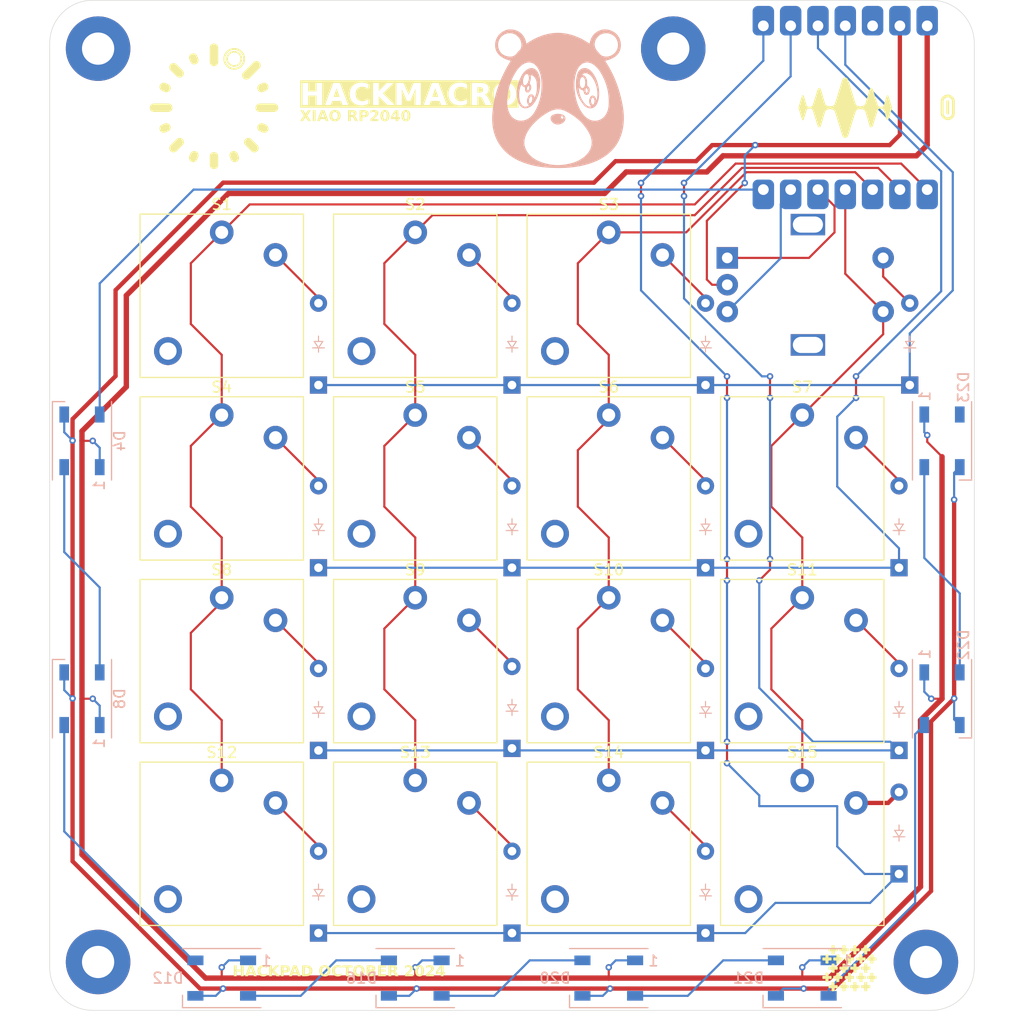
<source format=kicad_pcb>
(kicad_pcb (version 20240108) (generator "pcbnew") (generator_version "8.0")
  (layers (0 "F.Cu" signal) (31 "B.Cu" signal) (34 "B.Paste" user) (35 "F.Paste" user) (36 "B.SilkS" user "B.Silkscreen") (37 "F.SilkS" user "F.Silkscreen") (38 "B.Mask" user) (39 "F.Mask" user) (44 "Edge.Cuts" user))
  (net 0 "")
  (net 1 "Net-(D1-A)")
  (net 2 "RS2")
  (net 3 "Net-(D2-A)")
  (net 4 "Net-(D3-A)")
  (net 5 "neopixel")
  (net 6 "Net-(D4-DOUT)")
  (net 7 "GND")
  (net 8 "row 1")
  (net 9 "Net-(D5-A)")
  (net 10 "Net-(D6-A)")
  (net 11 "Net-(D7-A)")
  (net 12 "Net-(D12-DIN)")
  (net 13 "Net-(D9-A)")
  (net 14 "row 2")
  (net 15 "Net-(D10-A)")
  (net 16 "Net-(D11-A)")
  (net 17 "Net-(D12-DOUT)")
  (net 18 "Net-(D13-A)")
  (net 19 "Net-(D14-A)")
  (net 20 "Net-(D15-A)")
  (net 21 "row 3")
  (net 22 "Net-(D16-DOUT)")
  (net 23 "Net-(D17-A)")
  (net 24 "Net-(D18-A)")
  (net 25 "Net-(D19-A)")
  (net 26 "Col 0")
  (net 27 "col 1")
  (net 28 "col 2")
  (net 29 "RS1")
  (net 30 "RA")
  (net 31 "RB")
  (net 32 "+3V3")
  (net 33 "+5V")
  (net 34 "row 0")
  (net 35 "Net-(D20-DOUT)")
  (net 36 "Net-(D21-DOUT)")
  (net 37 "Net-(D22-DOUT)")
  (footprint "ScottoKeebs_Choc:Choc_V1V2_1.00u" (layer "F.Cu") (at 138 117.5)
    (property "Reference" "S11")
    (property "Value" "Keyswitch")
  )
  (footprint "MountingHole:MountingHole_3mm_Pad" (layer "F.Cu") (at 126 60.5)
    (property "Reference" "REF**" (hide yes))
    (property "Value" "MountingHole_3mm_Pad")
  )
  (footprint "MountingHole:MountingHole_3mm_Pad" (layer "F.Cu") (at 72.5 60.5)
    (property "Reference" "REF**" (hide yes))
    (property "Value" "MountingHole_3mm_Pad")
  )
  (footprint "ScottoKeebs_Choc:Choc_V1V2_1.00u" (layer "F.Cu") (at 102 117.5)
    (property "Reference" "S9")
    (property "Value" "Keyswitch")
  )
  (footprint "ScottoKeebs_Choc:Choc_V1V2_1.00u" (layer "F.Cu") (at 120 83.5)
    (property "Reference" "S3")
    (property "Value" "Keyswitch")
  )
  (footprint "ScottoKeebs_Choc:Choc_V1V2_1.00u" (layer "F.Cu") (at 138 100.5)
    (property "Reference" "S7")
    (property "Value" "Keyswitch")
  )
  (footprint "ScottoKeebs_Choc:Choc_V1V2_1.00u" (layer "F.Cu") (at 84 117.5)
    (property "Reference" "S8")
    (property "Value" "Keyswitch")
  )
  (footprint "MountingHole:MountingHole_3mm_Pad" (layer "F.Cu") (at 149.5 145.5)
    (property "Reference" "REF**" (hide yes))
    (property "Value" "MountingHole_3mm_Pad")
  )
  (footprint "ScottoKeebs_Choc:Choc_V1V2_1.00u" (layer "F.Cu") (at 102 100.5)
    (property "Reference" "S5")
    (property "Value" "Keyswitch")
  )
  (footprint "ScottoKeebs_Choc:Choc_V1V2_1.00u" (layer "F.Cu") (at 84 134.5)
    (property "Reference" "S12")
    (property "Value" "Keyswitch")
  )
  (footprint "ScottoKeebs_Choc:Choc_V1V2_1.00u" (layer "F.Cu") (at 120 117.5)
    (property "Reference" "S10")
    (property "Value" "Keyswitch")
  )
  (footprint "MountingHole:MountingHole_3mm_Pad" (layer "F.Cu") (at 72.5 145.5)
    (property "Reference" "REF**" (hide yes))
    (property "Value" "MountingHole_3mm_Pad")
  )
  (footprint "ScottoKeebs_Choc:Choc_V1V2_1.00u" (layer "F.Cu") (at 102 134.5)
    (property "Reference" "S13")
    (property "Value" "Keyswitch")
  )
  (footprint "ScottoKeebs_Choc:Choc_V1V2_1.00u" (layer "F.Cu") (at 102 83.5)
    (property "Reference" "S2")
    (property "Value" "Keyswitch")
  )
  (footprint "ScottoKeebs_Choc:Choc_V1V2_1.00u" (layer "F.Cu") (at 120 100.5)
    (property "Reference" "S6")
    (property "Value" "Keyswitch")
  )
  (footprint "ScottoKeebs_Choc:Choc_V1V2_1.00u" (layer "F.Cu") (at 84 83.5)
    (property "Reference" "S1")
    (property "Value" "Keyswitch")
  )
  (footprint "ScottoKeebs_Choc:Choc_V1V2_1.00u" (layer "F.Cu") (at 138 134.5)
    (property "Reference" "S15")
    (property "Value" "Keyswitch")
  )
  (footprint "ScottoKeebs_Choc:Choc_V1V2_1.00u" (layer "F.Cu") (at 84 100.5)
    (property "Reference" "S4")
    (property "Value" "Keyswitch")
  )
  (footprint "ScottoKeebs_Scotto:Encoder_EC11_MX" (layer "F.Cu") (at 138.525 82.475)
    (property "Reference" "SW1" (hide yes))
    (property "Value" "RotaryEncoder_Switch" (hide yes))
  )
  (footprint "ScottoKeebs_Choc:Choc_V1V2_1.00u" (layer "F.Cu") (at 120 134.5)
    (property "Reference" "S14")
    (property "Value" "Keyswitch")
  )
  (footprint "ScottoKeebs_Components:Diode_DO-35" (layer "B.Cu") (at 111 125.62 90)
    (property "Reference" "D11" (hide yes))
    (property "Value" "Diode" (hide yes))
  )
  (footprint "ScottoKeebs_Components:LED_WS2812B" (layer "B.Cu") (at 102 147 180)
    (property "Reference" "D16")
    (property "Value" "LED_WS2812B")
  )
  (footprint "ScottoKeebs_Components:Diode_DO-35" (layer "B.Cu") (at 93 91.81 90)
    (property "Reference" "D1" (hide yes))
    (property "Value" "Diode" (hide yes))
  )
  (footprint "ScottoKeebs_Components:Diode_DO-35" (layer "B.Cu") (at 111 108.81 90)
    (property "Reference" "D6" (hide yes))
    (property "Value" "Diode" (hide yes))
  )
  (footprint "ScottoKeebs_Components:Diode_DO-35" (layer "B.Cu") (at 129 142.81 90)
    (property "Reference" "D18" (hide yes))
    (property "Value" "Diode" (hide yes))
  )
  (footprint "ScottoKeebs_Components:LED_WS2812B" (layer "B.Cu") (at 71 121 90)
    (property "Reference" "D8")
    (property "Value" "LED_WS2812B")
  )
  (footprint "ScottoKeebs_Components:Diode_DO-35" (layer "B.Cu") (at 111 91.81 90)
    (property "Reference" "D2" (hide yes))
    (property "Value" "Diode" (hide yes))
  )
  (footprint "ScottoKeebs_Components:Diode_DO-35" (layer "B.Cu") (at 147 125.81 90)
    (property "Reference" "D14" (hide yes))
    (property "Value" "Diode" (hide yes))
  )
  (footprint "ScottoKeebs_Components:Diode_DO-35" (layer "B.Cu") (at 129 125.81 90)
    (property "Reference" "D13" (hide yes))
    (property "Value" "Diode" (hide yes))
  )
  (footprint "ScottoKeebs_Components:LED_WS2812B" (layer "B.Cu") (at 138 147 180)
    (property "Reference" "D21")
    (property "Value" "LED_WS2812B")
  )
  (footprint "ScottoKeebs_Components:LED_WS2812B" (layer "B.Cu") (at 120 147 180)
    (property "Reference" "D20")
    (property "Value" "LED_WS2812B")
  )
  (footprint "ScottoKeebs_Components:Diode_DO-35" (layer "B.Cu") (at 93 142.81 90)
    (property "Reference" "D15" (hide yes))
    (property "Value" "Diode" (hide yes))
  )
  (footprint "ScottoKeebs_Components:Diode_DO-35" (layer "B.Cu") (at 147 137.31 90)
    (property "Reference" "D19" (hide yes))
    (property "Value" "Diode" (hide yes))
  )
  (footprint "ScottoKeebs_Components:Diode_DO-35" (layer "B.Cu") (at 111 142.81 90)
    (property "Reference" "D17" (hide yes))
    (property "Value" "Diode" (hide yes))
  )
  (footprint "ScottoKeebs_Components:LED_WS2812B" (layer "B.Cu") (at 151 97 -90)
    (property "Reference" "D23")
    (property "Value" "LED_WS2812B")
  )
  (footprint "ScottoKeebs_Components:Diode_DO-35" (layer "B.Cu") (at 93 108.81 90)
    (property "Reference" "D5" (hide yes))
    (property "Value" "Diode" (hide yes))
  )
  (footprint "ScottoKeebs_Components:LED_WS2812B" (layer "B.Cu") (at 151 121 -90)
    (property "Reference" "D22")
    (property "Value" "LED_WS2812B")
  )
  (footprint "ScottoKeebs_Components:LED_WS2812B" (layer "B.Cu") (at 71 97 90)
    (property "Reference" "D4")
    (property "Value" "LED_WS2812B")
  )
  (footprint "ScottoKeebs_Components:Diode_DO-35" (layer "B.Cu") (at 93 125.81 90)
    (property "Reference" "D10" (hide yes))
    (property "Value" "Diode" (hide yes))
  )
  (footprint "ScottoKeebs_Components:LED_WS2812B" (layer "B.Cu") (at 84 147 180)
    (property "Reference" "D12")
    (property "Value" "LED_WS2812B")
  )
  (footprint "ScottoKeebs_Components:Diode_DO-35" (layer "B.Cu") (at 129 91.81 90)
    (property "Reference" "D3" (hide yes))
    (property "Value" "Diode" (hide yes))
  )
  (footprint "ScottoKeebs_Components:Diode_DO-35" (layer "B.Cu") (at 129 108.81 90)
    (property "Reference" "D7" (hide yes))
    (property "Value" "Diode" (hide yes))
  )
  (footprint "ScottoKeebs_Components:Diode_DO-35" (layer "B.Cu") (at 148 91.81 90)
    (property "Reference" "DR1" (hide yes))
    (property "Value" "Diode" (hide yes))
  )
  (footprint "ScottoKeebs_Components:Diode_DO-35" (layer "B.Cu") (at 147 108.81 90)
    (property "Reference" "D9" (hide yes))
    (property "Value" "Diode" (hide yes))
  )
  (footprint "ScottoKeebs_MCU:Seeed_XIAO_RP2040" (layer "B.Cu") (at 142 66 90)
    (property "Reference" "U1" (hide yes))
    (property "Value" "MCU_Seeed_XIAO_RP2040")
  )
  (gr_poly (pts (xy 115.308678 66.564792) (xy 115.356559 66.567088) (xy 115.4044 66.571176) (xy 115.452172 66.577039) (xy 115.499849 66.584659) (xy 115.5474 66.594019) (xy 115.594799 66.605103) (xy 115.642016 66.617893) (xy 115.675339 66.628549) (xy 115.706962 66.640691) (xy 115.736873 66.654251) (xy 115.765057 66.669158) (xy 115.791504 66.685345) (xy 115.816198 66.702741) (xy 115.839129 66.721278) (xy 115.860282 66.740886) (xy 115.879644 66.761497) (xy 115.897204 66.783041) (xy 115.912948 66.805449) (xy 115.926863 66.828652) (xy 115.938937 66.852581) (xy 115.949155 66.877167) (xy 115.957507 66.90234) (xy 115.963978 66.928032) (xy 115.968555 66.954173) (xy 115.971227 66.980695) (xy 115.97198 67.007527) (xy 115.9708 67.034601) (xy 115.967676 67.061848) (xy 115.962594 67.089199) (xy 115.955542 67.116585) (xy 115.946506 67.143936) (xy 115.935474 67.171183) (xy 115.922433 67.198257) (xy 115.907369 67.225089) (xy 115.89027 67.25161) (xy 115.871124 67.277752) (xy 115.849917 67.303443) (xy 115.826636 67.328616) (xy 115.801268 67.353202) (xy 115.793929 67.359782) (xy 115.786418 67.366207) (xy 115.778733 67.372507) (xy 115.77087 67.37871) (xy 115.7546 67.390938) (xy 115.737581 67.403119) (xy 115.701194 67.428256) (xy 115.681775 67.441667) (xy 115.661505 67.455944) (xy 115.589614 67.489673) (xy 115.518317 67.517053) (xy 115.447795 67.538137) (xy 115.378233 67.552981) (xy 115.309814 67.561637) (xy 115.276091 67.563661) (xy 115.242722 67.564158) (xy 115.20973 67.563136) (xy 115.177139 67.5606) (xy 115.144971 67.556557) (xy 115.113249 67.551015) (xy 115.081997 67.54398) (xy 115.051236 67.535458) (xy 115.02099 67.525456) (xy 114.991283 67.513981) (xy 114.962136 67.50104) (xy 114.933572 67.48664) (xy 114.905616 67.470786) (xy 114.878289 67.453487) (xy 114.851614 67.434748) (xy 114.825615 67.414576) (xy 114.800314 67.392979) (xy 114.775734 67.369962) (xy 114.751899 67.345532) (xy 114.72883 67.319697) (xy 114.685086 67.263836) (xy 114.668836 67.240039) (xy 114.654123 67.216092) (xy 114.640939 67.192035) (xy 114.629273 67.16791) (xy 114.619117 67.143755) (xy 114.610461 67.119611) (xy 114.603295 67.095519) (xy 114.597609 67.071519) (xy 114.593395 67.047651) (xy 114.590643 67.023954) (xy 114.589343 67.00047) (xy 114.589485 66.977239) (xy 114.591061 66.954301) (xy 114.59406 66.931695) (xy 114.598474 66.909463) (xy 114.604292 66.887644) (xy 114.611506 66.866279) (xy 114.615252 66.857186) (xy 115.544331 66.857186) (xy 115.544592 66.863703) (xy 115.545333 66.870672) (xy 115.546572 66.878107) (xy 115.548329 66.886024) (xy 115.551499 66.897661) (xy 115.555232 66.909167) (xy 115.559534 66.920489) (xy 115.564413 66.931575) (xy 115.569875 66.942372) (xy 115.575929 66.952828) (xy 115.582581 66.96289) (xy 115.589839 66.972505) (xy 115.59771 66.981622) (xy 115.606201 66.990186) (xy 115.61532 66.998147) (xy 115.625074 67.00545) (xy 115.63547 67.012044) (xy 115.640911 67.015058) (xy 115.646515 67.017875) (xy 115.652284 67.020489) (xy 115.658217 67.022892) (xy 115.664317 67.025079) (xy 115.670584 67.027042) (xy 115.675424 67.028321) (xy 115.680174 67.029317) (xy 115.684832 67.030038) (xy 115.689396 67.030488) (xy 115.693864 67.030676) (xy 115.698236 67.030608) (xy 115.702509 67.03029) (xy 115.706683 67.029729) (xy 115.710755 67.028932) (xy 115.714725 67.027906) (xy 115.718591 67.026656) (xy 115.722351 67.025191) (xy 115.726004 67.023516) (xy 115.729549 67.021637) (xy 115.732984 67.019563) (xy 115.736307 67.017299) (xy 115.739517 67.014852) (xy 115.742612 67.012229) (xy 115.745592 67.009436) (xy 115.748454 67.00648) (xy 115.751198 67.003368) (xy 115.753821 67.000106) (xy 115.756323 66.996701) (xy 115.758701 66.99316) (xy 115.763081 66.985696) (xy 115.766951 66.977765) (xy 115.770298 66.969423) (xy 115.773111 66.960721) (xy 115.776869 66.945954) (xy 115.779492 66.931654) (xy 115.780357 66.924688) (xy 115.780911 66.917846) (xy 115.781145 66.911134) (xy 115.781051 66.904553) (xy 115.780619 66.898106) (xy 115.779841 66.891797) (xy 115.778707 66.885628) (xy 115.777208 66.879603) (xy 115.775336 66.873723) (xy 115.773082 66.867993) (xy 115.770435 66.862414) (xy 115.767388 66.85699) (xy 115.763932 66.851724) (xy 115.760056 66.846619) (xy 115.755753 66.841677) (xy 115.751014 66.836901) (xy 115.745828 66.832295) (xy 115.740188 66.827862) (xy 115.734083 66.823603) (xy 115.727506 66.819523) (xy 115.720447 66.815623) (xy 115.712898 66.811908) (xy 115.704848 66.808379) (xy 115.696289 66.80504) (xy 115.687213 66.801894) (xy 115.677609 66.798944) (xy 115.66747 66.796192) (xy 115.656786 66.793641) (xy 115.633957 66.794979) (xy 115.622575 66.79592) (xy 115.611411 66.797211) (xy 115.600614 66.798978) (xy 115.590331 66.801349) (xy 115.58071 66.804448) (xy 115.576194 66.806311) (xy 115.571899 66.808404) (xy 115.567844 66.810742) (xy 115.564046 66.813341) (xy 115.560525 66.816218) (xy 115.557299 66.819387) (xy 115.554387 66.822865) (xy 115.551807 66.826668) (xy 115.549577 66.830812) (xy 115.547716 66.835311) (xy 115.546242 66.840182) (xy 115.545174 66.845441) (xy 115.544531 66.851104) (xy 115.544331 66.857186) (xy 114.615252 66.857186) (xy 114.620105 66.845408) (xy 114.63008 66.825071) (xy 114.641422 66.805309) (xy 114.654121 66.786161) (xy 114.668167 66.767668) (xy 114.683552 66.74987) (xy 114.700265 66.732807) (xy 114.718297 66.71652) (xy 114.737639 66.701049) (xy 114.75828 66.686433) (xy 114.780213 66.672714) (xy 114.803426 66.659932) (xy 114.827911 66.648125) (xy 114.853657 66.637336) (xy 114.880656 66.627604) (xy 114.927616 66.612999) (xy 114.974791 66.60034) (xy 115.022154 66.589611) (xy 115.069676 66.580794) (xy 115.117329 66.573872) (xy 115.165084 66.568828) (xy 115.212912 66.565645) (xy 115.260787 66.564305)) (stroke (width -0.000001)) (fill solid) (layer "B.SilkS"))
  (gr_poly (pts (xy 117.793657 62.307965) (xy 117.822728 62.309528) (xy 117.851363 62.312281) (xy 117.879566 62.316191) (xy 117.907342 62.321228) (xy 117.961621 62.334556) (xy 118.01423 62.352015) (xy 118.065195 62.373357) (xy 118.114545 62.398331) (xy 118.162308 62.426688) (xy 118.208511 62.458178) (xy 118.253184 62.492552) (xy 118.296354 62.52956) (xy 118.338048 62.568952) (xy 118.378296 62.610479) (xy 118.417124 62.653892) (xy 118.454562 62.69894) (xy 118.515381 62.777628) (xy 118.572844 62.857896) (xy 118.627017 62.939697) (xy 118.677968 63.022985) (xy 118.725762 63.107715) (xy 118.770468 63.193842) (xy 118.812151 63.28132) (xy 118.850879 63.370102) (xy 118.886718 63.460144) (xy 118.919735 63.5514) (xy 118.949998 63.643825) (xy 118.977573 63.737372) (xy 119.002527 63.831996) (xy 119.024927 63.927652) (xy 119.044839 64.024294) (xy 119.062331 64.121876) (xy 119.075579 64.207132) (xy 119.086884 64.292346) (xy 119.096132 64.377497) (xy 119.10321 64.462563) (xy 119.108002 64.547524) (xy 119.110396 64.632357) (xy 119.110277 64.717041) (xy 119.107531 64.801556) (xy 119.102044 64.88588) (xy 119.093702 64.969992) (xy 119.08239 65.05387) (xy 119.067996 65.137493) (xy 119.050404 65.220841) (xy 119.029501 65.30389) (xy 119.005172 65.386621) (xy 118.977304 65.469012) (xy 118.956577 65.523979) (xy 118.934329 65.577721) (xy 118.910365 65.629987) (xy 118.884487 65.680524) (xy 118.856501 65.729078) (xy 118.826211 65.775399) (xy 118.79342 65.819231) (xy 118.757933 65.860324) (xy 118.719555 65.898423) (xy 118.699221 65.916272) (xy 118.67809 65.933278) (xy 118.656138 65.949409) (xy 118.633341 65.964633) (xy 118.609674 65.978921) (xy 118.585113 65.992238) (xy 118.559633 66.004555) (xy 118.53321 66.01584) (xy 118.505819 66.02606) (xy 118.477436 66.035185) (xy 118.448037 66.043182) (xy 118.417596 66.050021) (xy 118.38609 66.055669) (xy 118.353494 66.060095) (xy 118.310343 66.06362) (xy 118.26813 66.064256) (xy 118.226801 66.06212) (xy 118.186302 66.057328) (xy 118.146579 66.049997) (xy 118.107577 66.040245) (xy 118.069242 66.028187) (xy 118.031519 66.01394) (xy 117.994354 65.997622) (xy 117.957693 65.979349) (xy 117.921481 65.959237) (xy 117.885663 65.937404) (xy 117.850187 65.913967) (xy 117.814996 65.889041) (xy 117.780037 65.862744) (xy 117.745256 65.835192) (xy 117.610003 65.674332) (xy 117.487175 65.510757) (xy 117.376739 65.344468) (xy 117.278663 65.175469) (xy 117.192916 65.003761) (xy 117.119466 64.829347) (xy 117.058281 64.652228) (xy 117.009329 64.472408) (xy 116.972578 64.289889) (xy 116.950576 64.124114) (xy 117.206682 64.124114) (xy 117.220033 64.256152) (xy 117.227356 64.321252) (xy 117.235473 64.38576) (xy 117.244652 64.449691) (xy 117.255165 64.513058) (xy 117.267283 64.575876) (xy 117.281274 64.638161) (xy 117.300599 64.713613) (xy 117.321857 64.788129) (xy 117.345112 64.861657) (xy 117.370428 64.934146) (xy 117.397867 65.005541) (xy 117.427495 65.075792) (xy 117.459374 65.144846) (xy 117.493569 65.21265) (xy 117.530144 65.279152) (xy 117.569161 65.344299) (xy 117.610685 65.40804) (xy 117.65478 65.470322) (xy 117.701509 65.531092) (xy 117.750936 65.590298) (xy 117.803126 65.647887) (xy 117.85814 65.703808) (xy 117.8924 65.736053) (xy 117.925686 65.764969) (xy 117.958122 65.790643) (xy 117.989835 65.813166) (xy 118.02095 65.832627) (xy 118.051594 65.849113) (xy 118.081892 65.862714) (xy 118.111969 65.87352) (xy 118.141952 65.881618) (xy 118.171966 65.887098) (xy 118.202137 65.890049) (xy 118.232591 65.89056) (xy 118.263453 65.888719) (xy 118.294849 65.884616) (xy 118.326906 65.87834) (xy 118.359748 65.869979) (xy 118.321517 65.821842) (xy 118.287674 65.773124) (xy 118.258198 65.723845) (xy 118.233069 65.674024) (xy 118.212265 65.623681) (xy 118.195767 65.572837) (xy 118.183554 65.52151) (xy 118.175604 65.469721) (xy 118.171897 65.41749) (xy 118.172413 65.364836) (xy 118.173541 65.352141) (xy 118.346602 65.352141) (xy 118.346618 65.373553) (xy 118.347596 65.395016) (xy 118.352399 65.437866) (xy 118.360949 65.480239) (xy 118.366608 65.501105) (xy 118.373179 65.521683) (xy 118.380654 65.541914) (xy 118.389025 65.561744) (xy 118.398284 65.581116) (xy 118.408424 65.599972) (xy 118.419434 65.618257) (xy 118.431309 65.635913) (xy 118.444039 65.652885) (xy 118.457617 65.669116) (xy 118.472034 65.684548) (xy 118.487282 65.699127) (xy 118.503354 65.712794) (xy 118.520242 65.725494) (xy 118.52498 65.723517) (xy 118.529585 65.721401) (xy 118.534064 65.719145) (xy 118.538421 65.716748) (xy 118.542663 65.714208) (xy 118.546795 65.711524) (xy 118.550823 65.708695) (xy 118.554753 65.70572) (xy 118.55859 65.702598) (xy 118.56234 65.699326) (xy 118.566009 65.695905) (xy 118.569603 65.692333) (xy 118.576586 65.684731) (xy 118.583335 65.676509) (xy 118.589896 65.667659) (xy 118.596315 65.658171) (xy 118.602637 65.648034) (xy 118.608907 65.637239) (xy 118.615173 65.625777) (xy 118.621478 65.613637) (xy 118.627869 65.60081) (xy 118.634391 65.587286) (xy 118.645363 65.558163) (xy 118.654737 65.529108) (xy 118.662496 65.500127) (xy 118.668623 65.471228) (xy 118.673099 65.442415) (xy 118.675907 65.413696) (xy 118.677031 65.385077) (xy 118.676453 65.356564) (xy 118.674155 65.328165) (xy 118.67012 65.299884) (xy 118.664331 65.271729) (xy 118.65677 65.243706) (xy 118.64742 65.215822) (xy 118.636264 65.188082) (xy 118.623284 65.160494) (xy 118.608463 65.133063) (xy 118.603586 65.124888) (xy 118.59864 65.117179) (xy 118.593625 65.109941) (xy 118.588543 65.103177) (xy 118.583395 65.096889) (xy 118.578182 65.091082) (xy 118.572906 65.085758) (xy 118.567568 65.080922) (xy 118.56217 65.076576) (xy 118.556712 65.072724) (xy 118.551196 65.069369) (xy 118.545623 65.066514) (xy 118.539995 65.064163) (xy 118.534313 65.06232) (xy 118.528578 65.060987) (xy 118.522791 65.060168) (xy 118.516954 65.059867) (xy 118.511069 65.060086) (xy 118.505135 65.060829) (xy 118.499156 65.0621) (xy 118.493131 65.063901) (xy 118.487063 65.066237) (xy 118.480953 65.06911) (xy 118.474801 65.072524) (xy 118.46861 65.076482) (xy 118.462381 65.080988) (xy 118.456114 65.086045) (xy 118.449812 65.091656) (xy 118.443475 65.097825) (xy 118.437105 65.104555) (xy 118.430703 65.111849) (xy 118.42427 65.119711) (xy 118.41213 65.136108) (xy 118.401047 65.153233) (xy 118.391013 65.171031) (xy 118.382021 65.189445) (xy 118.374062 65.208418) (xy 118.367128 65.227894) (xy 118.361211 65.247816) (xy 118.356303 65.268128) (xy 118.352397 65.288773) (xy 118.349483 65.309694) (xy 118.347554 65.330836) (xy 118.346602 65.352141) (xy 118.173541 65.352141) (xy 118.17713 65.311779) (xy 118.186029 65.25834) (xy 118.199088 65.204537) (xy 118.216286 65.150391) (xy 118.237604 65.095922) (xy 118.26302 65.041149) (xy 118.273887 65.020836) (xy 118.285518 65.001779) (xy 118.297864 64.983977) (xy 118.310877 64.967433) (xy 118.324509 64.952147) (xy 118.338711 64.938121) (xy 118.353435 64.925356) (xy 118.368633 64.913854) (xy 118.384256 64.903615) (xy 118.400256 64.894641) (xy 118.416585 64.886933) (xy 118.433193 64.880492) (xy 118.450034 64.875321) (xy 118.467058 64.871419) (xy 118.484217 64.868789) (xy 118.501464 64.867431) (xy 118.518748 64.867347) (xy 118.536023 64.868539) (xy 118.55324 64.871006) (xy 118.57035 64.874752) (xy 118.587305 64.879776) (xy 118.604057 64.886081) (xy 118.620558 64.893667) (xy 118.636759 64.902536) (xy 118.652611 64.912689) (xy 118.668067 64.924127) (xy 118.683077 64.936852) (xy 118.697595 64.950865) (xy 118.711571 64.966167) (xy 118.724957 64.98276) (xy 118.737704 65.000644) (xy 118.749765 65.019821) (xy 118.758551 65.035348) (xy 118.766828 65.05123) (xy 118.774666 65.06748) (xy 118.782136 65.084113) (xy 118.789307 65.10114) (xy 118.796249 65.118577) (xy 118.809728 65.154731) (xy 118.837018 65.232542) (xy 118.851948 65.274415) (xy 118.868482 65.318412) (xy 118.888292 65.234272) (xy 118.904953 65.1508) (xy 118.918526 65.067902) (xy 118.92907 64.985487) (xy 118.936646 64.903461) (xy 118.941314 64.821733) (xy 118.943133 64.740209) (xy 118.942163 64.658797) (xy 118.938466 64.577404) (xy 118.9321 64.495939) (xy 118.923126 64.414307) (xy 118.911605 64.332418) (xy 118.897595 64.250178) (xy 118.881157 64.167494) (xy 118.862351 64.084275) (xy 118.841238 64.000428) (xy 118.820923 63.931367) (xy 118.798915 63.862949) (xy 118.775199 63.795194) (xy 118.749761 63.728126) (xy 118.722587 63.661766) (xy 118.693664 63.596135) (xy 118.662976 63.531256) (xy 118.630511 63.46715) (xy 118.605694 63.420753) (xy 118.58008 63.375019) (xy 118.553571 63.330043) (xy 118.526072 63.285917) (xy 118.497484 63.242737) (xy 118.46771 63.200595) (xy 118.436654 63.159587) (xy 118.404219 63.119806) (xy 118.370306 63.081345) (xy 118.33482 63.044299) (xy 118.297662 63.008762) (xy 118.258736 62.974828) (xy 118.217946 62.942591) (xy 118.175192 62.912144) (xy 118.13038 62.883582) (xy 118.08341 62.856999) (xy 118.042552 62.83684) (xy 118.002391 62.820174) (xy 117.96294 62.807003) (xy 117.924209 62.797327) (xy 117.905117 62.7938) (xy 117.886209 62.791147) (xy 117.867487 62.789368) (xy 117.848952 62.788464) (xy 117.830606 62.788433) (xy 117.812449 62.789277) (xy 117.794484 62.790996) (xy 117.776712 62.793588) (xy 117.759133 62.797056) (xy 117.74175 62.801398) (xy 117.724565 62.806615) (xy 117.707577 62.812707) (xy 117.690789 62.819674) (xy 117.674203 62.827515) (xy 117.657819 62.836232) (xy 117.641639 62.845824) (xy 117.625664 62.856291) (xy 117.609896 62.867633) (xy 117.578986 62.892944) (xy 117.54892 62.921758) (xy 117.51971 62.954074) (xy 117.54273 62.956836) (xy 117.564975 62.960391) (xy 117.586462 62.964723) (xy 117.607205 62.969816) (xy 117.62722 62.975656) (xy 117.646523 62.982227) (xy 117.665131 62.989514) (xy 117.683058 62.997502) (xy 117.70032 63.006176) (xy 117.716934 63.015519) (xy 117.732915 63.025519) (xy 117.748279 63.036158) (xy 117.763041 63.047422) (xy 117.777218 63.059296) (xy 117.790824 63.071764) (xy 117.803877 63.084811) (xy 117.816392 63.098422) (xy 117.828383 63.112582) (xy 117.850862 63.142488) (xy 117.87144 63.174407) (xy 117.890244 63.208218) (xy 117.907398 63.243798) (xy 117.923031 63.281026) (xy 117.937267 63.31978) (xy 117.950233 63.359939) (xy 117.956889 63.38291) (xy 117.962948 63.405919) (xy 117.968419 63.428965) (xy 117.97331 63.452049) (xy 117.977628 63.47517) (xy 117.981382 63.498329) (xy 117.984578 63.521524) (xy 117.987226 63.544757) (xy 117.989333 63.568027) (xy 117.990906 63.591333) (xy 117.991955 63.614676) (xy 117.992486 63.638055) (xy 117.992508 63.66147) (xy 117.992028 63.684922) (xy 117.989596 63.731932) (xy 117.986821 63.7749) (xy 117.986 63.795581) (xy 117.985788 63.815782) (xy 117.986358 63.835546) (xy 117.987882 63.854914) (xy 117.990533 63.873928) (xy 117.994485 63.892631) (xy 117.999909 63.911065) (xy 118.003228 63.920194) (xy 118.00698 63.929271) (xy 118.011186 63.938302) (xy 118.015869 63.947291) (xy 118.02105 63.956245) (xy 118.02675 63.965168) (xy 118.032992 63.974066) (xy 118.039796 63.982944) (xy 118.047185 63.991807) (xy 118.055179 64.00066) (xy 118.063802 64.009509) (xy 118.073073 64.018359) (xy 118.083016 64.027215) (xy 118.09365 64.036083) (xy 118.106325 64.046824) (xy 118.118311 64.058002) (xy 118.129621 64.0696) (xy 118.140265 64.081601) (xy 118.150253 64.093988) (xy 118.159597 64.106745) (xy 118.168306 64.119854) (xy 118.176392 64.133299) (xy 118.183864 64.147063) (xy 118.190735 64.161129) (xy 118.197014 64.17548) (xy 118.202712 64.190099) (xy 118.207839 64.204971) (xy 118.212407 64.220076) (xy 118.219907 64.250925) (xy 118.225296 64.282511) (xy 118.228658 64.314698) (xy 118.230081 64.347353) (xy 118.229647 64.380341) (xy 118.227444 64.413527) (xy 118.223555 64.446777) (xy 118.218067 64.479955) (xy 118.211063 64.512927) (xy 118.197868 64.566023) (xy 118.190428 64.592389) (xy 118.182167 64.618337) (xy 118.172891 64.643642) (xy 118.162407 64.668082) (xy 118.150519 64.691434) (xy 118.137035 64.713475) (xy 118.129633 64.723934) (xy 118.12176 64.733982) (xy 118.11339 64.74359) (xy 118.104499 64.752731) (xy 118.095064 64.761377) (xy 118.08506 64.769499) (xy 118.074463 64.777071) (xy 118.063247 64.784064) (xy 118.051391 64.790451) (xy 118.038868 64.796203) (xy 118.025655 64.801292) (xy 118.011727 64.805691) (xy 117.99706 64.809372) (xy 117.981631 64.812306) (xy 117.965413 64.814467) (xy 117.948385 64.815826) (xy 117.930941 64.816337) (xy 117.914337 64.815948) (xy 117.898544 64.814689) (xy 117.883534 64.81259) (xy 117.86928 64.809683) (xy 117.855753 64.805998) (xy 117.842924 64.801565) (xy 117.830767 64.796416) (xy 117.819252 64.79058) (xy 117.808352 64.784089) (xy 117.798038 64.776974) (xy 117.788282 64.769264) (xy 117.779057 64.76099) (xy 117.770334 64.752184) (xy 117.762085 64.742876) (xy 117.754282 64.733095) (xy 117.746897 64.722874) (xy 117.739902 64.712243) (xy 117.726968 64.689872) (xy 117.715255 64.666228) (xy 117.704539 64.641555) (xy 117.694595 64.616099) (xy 117.685198 64.590105) (xy 117.667144 64.537484) (xy 117.663423 64.525225) (xy 117.660338 64.512546) (xy 117.655177 64.48649) (xy 117.649876 64.460451) (xy 117.646615 64.447792) (xy 117.642648 64.435562) (xy 117.637752 64.423902) (xy 117.634886 64.418331) (xy 117.631705 64.412955) (xy 117.628179 64.407793) (xy 117.624282 64.402863) (xy 117.619985 64.398181) (xy 117.61526 64.393766) (xy 117.61008 64.389635) (xy 117.604416 64.385807) (xy 117.598241 64.382298) (xy 117.591527 64.379127) (xy 117.584245 64.376311) (xy 117.576368 64.373868) (xy 117.567869 64.371815) (xy 117.558718 64.370171) (xy 117.536926 64.366216) (xy 117.8309 64.366216) (xy 117.83219 64.392393) (xy 117.834972 64.419171) (xy 117.839061 64.44655) (xy 117.84427 64.474533) (xy 117.850412 64.50312) (xy 117.86475 64.562115) (xy 117.870871 64.571056) (xy 117.877109 64.579537) (xy 117.883488 64.587456) (xy 117.89003 64.594707) (xy 117.893369 64.59805) (xy 117.896758 64.601188) (xy 117.900199 64.604106) (xy 117.903695 64.606793) (xy 117.907249 64.609235) (xy 117.910864 64.61142) (xy 117.914542 64.613334) (xy 117.918287 64.614964) (xy 117.922101 64.616297) (xy 117.925987 64.617321) (xy 117.929949 64.618022) (xy 117.933988 64.618388) (xy 117.938108 64.618405) (xy 117.942311 64.61806) (xy 117.946601 64.617341) (xy 117.95098 64.616234) (xy 117.955451 64.614726) (xy 117.960017 64.612805) (xy 117.964681 64.610457) (xy 117.969445 64.607669) (xy 117.974313 64.604429) (xy 117.979288 64.600724) (xy 117.984371 64.59654) (xy 117.989566 64.591864) (xy 117.998578 64.582574) (xy 118.006777 64.572414) (xy 118.014172 64.561443) (xy 118.020772 64.549721) (xy 118.026584 64.537306) (xy 118.031618 64.524259) (xy 118.035882 64.510638) (xy 118.039385 64.496503) (xy 118.042135 64.481913) (xy 118.044141 64.466928) (xy 118.045411 64.451607) (xy 118.045954 64.43601) (xy 118.045778 64.420195) (xy 118.044892 64.404222) (xy 118.041024 64.37204) (xy 118.034419 64.339939) (xy 118.025144 64.308393) (xy 118.019527 64.292977) (xy 118.013268 64.277878) (xy 118.006376 64.263156) (xy 117.998859 64.248869) (xy 117.990726 64.235077) (xy 117.981986 64.22184) (xy 117.972647 64.209216) (xy 117.962717 64.197266) (xy 117.952206 64.186048) (xy 117.941121 64.175623) (xy 117.929471 64.166048) (xy 117.917265 64.157384) (xy 117.906585 64.167732) (xy 117.896721 64.178226) (xy 117.887651 64.188868) (xy 117.87935 64.199655) (xy 117.871795 64.21059) (xy 117.864964 64.221673) (xy 117.858833 64.232903) (xy 117.853378 64.24428) (xy 117.848576 64.255805) (xy 117.844403 64.267479) (xy 117.840838 64.2793) (xy 117.837855 64.29127) (xy 117.835432 64.303388) (xy 117.833546 64.315655) (xy 117.832173 64.328072) (xy 117.83129 64.340637) (xy 117.8309 64.366216) (xy 117.536926 64.366216) (xy 117.530193 64.364993) (xy 117.502674 64.358267) (xy 117.47613 64.350032) (xy 117.450533 64.340328) (xy 117.425854 64.329197) (xy 117.402065 64.31668) (xy 117.379135 64.302815) (xy 117.357036 64.287644) (xy 117.335739 64.271208) (xy 117.315215 64.253547) (xy 117.295435 64.2347) (xy 117.27637 64.21471) (xy 117.257992 64.193615) (xy 117.24027 64.171458) (xy 117.223176 64.148277) (xy 117.206682 64.124114) (xy 116.950576 64.124114) (xy 116.947996 64.104672) (xy 116.935552 63.916761) (xy 116.935213 63.726156) (xy 116.936314 63.708022) (xy 117.308519 63.708022) (xy 117.310356 63.75529) (xy 117.311907 63.778765) (xy 117.313966 63.802111) (xy 117.316597 63.825309) (xy 117.319862 63.848343) (xy 117.323826 63.871194) (xy 117.328552 63.893845) (xy 117.334105 63.916278) (xy 117.340548 63.938476) (xy 117.347945 63.960422) (xy 117.35636 63.982096) (xy 117.365856 64.003483) (xy 117.376498 64.024564) (xy 117.388348 64.045321) (xy 117.401472 64.065738) (xy 117.410931 64.079173) (xy 117.42043 64.091753) (xy 117.429965 64.103478) (xy 117.439534 64.114348) (xy 117.449136 64.124364) (xy 117.458766 64.133526) (xy 117.468422 64.141833) (xy 117.478102 64.149287) (xy 117.487803 64.155886) (xy 117.497523 64.161631) (xy 117.507259 64.166522) (xy 117.517008 64.17056) (xy 117.526768 64.173744) (xy 117.536536 64.176074) (xy 117.546309 64.177551) (xy 117.556086 64.178175) (xy 117.565862 64.177945) (xy 117.575637 64.176863) (xy 117.585406 64.174928) (xy 117.595168 64.172139) (xy 117.60492 64.168498) (xy 117.614659 64.164005) (xy 117.624383 64.158659) (xy 117.634089 64.15246) (xy 117.643774 64.145409) (xy 117.653437 64.137507) (xy 117.663073 64.128752) (xy 117.672681 64.119145) (xy 117.682259 64.108686) (xy 117.691803 64.097376) (xy 117.70131 64.085214) (xy 117.710779 64.0722) (xy 117.723257 64.053145) (xy 117.734913 64.032709) (xy 117.75576 63.988068) (xy 117.773327 63.939025) (xy 117.787617 63.886332) (xy 117.798636 63.830737) (xy 117.806388 63.772989) (xy 117.810879 63.713839) (xy 117.812113 63.654035) (xy 117.810096 63.594327) (xy 117.804831 63.535465) (xy 117.796325 63.478197) (xy 117.784582 63.423274) (xy 117.769607 63.371445) (xy 117.751405 63.323459) (xy 117.72998 63.280065) (xy 117.718061 63.260325) (xy 117.705339 63.242014) (xy 117.696825 63.231041) (xy 117.688209 63.220771) (xy 117.6795 63.211203) (xy 117.670702 63.202338) (xy 117.661824 63.194175) (xy 117.652872 63.186716) (xy 117.643853 63.179961) (xy 117.634774 63.173909) (xy 117.625642 63.168562) (xy 117.616463 63.163919) (xy 117.607245 63.159981) (xy 117.597994 63.156747) (xy 117.588717 63.154219) (xy 117.579422 63.152396) (xy 117.570114 63.151279) (xy 117.560801 63.150868) (xy 117.55149 63.151164) (xy 117.542188 63.152166) (xy 117.532901 63.153874) (xy 117.523636 63.15629) (xy 117.514401 63.159414) (xy 117.505202 63.163245) (xy 117.496045 63.167784) (xy 117.486939 63.173031) (xy 117.477889 63.178987) (xy 117.468903 63.185651) (xy 117.459987 63.193025) (xy 117.451148 63.201108) (xy 117.442394 63.209901) (xy 117.433731 63.219403) (xy 117.425165 63.229616) (xy 117.416705 63.240539) (xy 117.399679 63.264931) (xy 117.384505 63.289858) (xy 117.37108 63.315342) (xy 117.359301 63.341407) (xy 117.349063 63.368077) (xy 117.340262 63.395374) (xy 117.332796 63.423322) (xy 117.326559 63.451945) (xy 117.32145 63.481265) (xy 117.317363 63.511307) (xy 117.314196 63.542094) (xy 117.311844 63.57365) (xy 117.310205 63.605997) (xy 117.309173 63.639159) (xy 117.308519 63.708022) (xy 116.936314 63.708022) (xy 116.946949 63.532862) (xy 116.970726 63.336879) (xy 117.006514 63.13821) (xy 117.05428 62.936858) (xy 117.071248 62.878118) (xy 117.090681 62.820974) (xy 117.112671 62.76565) (xy 117.137309 62.712372) (xy 117.164687 62.661362) (xy 117.194897 62.612847) (xy 117.22803 62.56705) (xy 117.26418 62.524195) (xy 117.303436 62.484508) (xy 117.324258 62.465922) (xy 117.345892 62.448212) (xy 117.368348 62.431406) (xy 117.391639 62.415531) (xy 117.415775 62.400617) (xy 117.440768 62.386692) (xy 117.46663 62.373782) (xy 117.493372 62.361916) (xy 117.521006 62.351123) (xy 117.549543 62.34143) (xy 117.578994 62.332866) (xy 117.609372 62.325458) (xy 117.640687 62.319235) (xy 117.672951 62.314224) (xy 117.703798 62.31072) (xy 117.734195 62.308529) (xy 117.764147 62.307621)) (stroke (width -0.000001)) (fill solid) (layer "B.SilkS"))
  (gr_poly (pts (xy 119.71862 58.709531) (xy 119.777479 58.713475) (xy 119.836413 58.71978) (xy 119.895397 58.728407) (xy 119.954403 58.739317) (xy 120.013408 58.752471) (xy 120.077551 58.769336) (xy 120.140132 58.788511) (xy 120.201118 58.809947) (xy 120.260475 58.833597) (xy 120.318172 58.859412) (xy 120.374173 58.887346) (xy 120.428447 58.917351) (xy 120.48096 58.949377) (xy 120.531679 58.983378) (xy 120.58057 59.019306) (xy 120.6276 59.057113) (xy 120.672737 59.09675) (xy 120.715946 59.13817) (xy 120.757195 59.181326) (xy 120.796451 59.226169) (xy 120.83368 59.272652) (xy 120.868849 59.320726) (xy 120.901925 59.370343) (xy 120.932874 59.421457) (xy 120.961664 59.474019) (xy 120.988261 59.527981) (xy 121.012633 59.583295) (xy 121.034745 59.639913) (xy 121.054564 59.697788) (xy 121.072058 59.756872) (xy 121.087193 59.817116) (xy 121.099937 59.878474) (xy 121.110254 59.940897) (xy 121.118114 60.004336) (xy 121.123482 60.068746) (xy 121.126325 60.134076) (xy 121.126609 60.200281) (xy 121.124203 60.268653) (xy 121.11907 60.335493) (xy 121.111209 60.400801) (xy 121.100619 60.464577) (xy 121.087299 60.526821) (xy 121.071249 60.587534) (xy 121.052466 60.646715) (xy 121.030951 60.704365) (xy 121.006703 60.760485) (xy 120.97972 60.815073) (xy 120.950001 60.868132) (xy 120.917546 60.91966) (xy 120.882354 60.969658) (xy 120.844424 61.018126) (xy 120.803754 61.065064) (xy 120.760345 61.110473) (xy 120.714194 61.154353) (xy 120.665301 61.196704) (xy 120.613666 61.237526) (xy 120.559286 61.276819) (xy 120.502162 61.314584) (xy 120.442292 61.350821) (xy 120.379676 61.38553) (xy 120.314312 61.418711) (xy 120.2462 61.450365) (xy 120.175338 61.480491) (xy 120.025362 61.536163) (xy 119.864377 61.585728) (xy 119.692376 61.629187) (xy 119.692884 61.637677) (xy 119.693738 61.645999) (xy 119.694923 61.65416) (xy 119.696423 61.662167) (xy 119.698225 61.670027) (xy 119.700311 61.677746) (xy 119.705281 61.692792) (xy 119.711212 61.707361) (xy 119.717983 61.72151) (xy 119.725473 61.735294) (xy 119.73356 61.74877) (xy 119.805288 61.852191) (xy 119.944181 62.078439) (xy 120.076331 62.30724) (xy 120.201862 62.538549) (xy 120.320899 62.772319) (xy 120.433565 63.008505) (xy 120.539986 63.247062) (xy 120.640286 63.487944) (xy 120.73459 63.731104) (xy 120.823021 63.976498) (xy 120.905704 64.224079) (xy 120.982763 64.473803) (xy 121.054324 64.725623) (xy 121.120509 64.979493) (xy 121.181445 65.235369) (xy 121.237255 65.493204) (xy 121.288063 65.752953) (xy 121.316297 65.91443) (xy 121.340986 66.075833) (xy 121.36197 66.237153) (xy 121.379089 66.398381) (xy 121.392185 66.559507) (xy 121.401099 66.720523) (xy 121.405672 66.88142) (xy 121.405745 67.042188) (xy 121.401159 67.202819) (xy 121.391754 67.363303) (xy 121.377372 67.523631) (xy 121.357855 67.683795) (xy 121.333042 67.843785) (xy 121.302774 68.003592) (xy 121.266894 68.163207) (xy 121.225241 68.322621) (xy 121.150767 68.562106) (xy 121.064591 68.79097) (xy 120.966962 69.009429) (xy 120.858128 69.2177) (xy 120.738338 69.416) (xy 120.607841 69.604548) (xy 120.466884 69.783561) (xy 120.315717 69.953255) (xy 120.154588 70.113849) (xy 119.983745 70.265558) (xy 119.803437 70.408602) (xy 119.613913 70.543197) (xy 119.415421 70.669561) (xy 119.20821 70.78791) (xy 118.992527 70.898463) (xy 118.768623 71.001437) (xy 118.635848 71.057152) (xy 118.501739 71.109369) (xy 118.366172 71.158336) (xy 118.229019 71.2043) (xy 118.090156 71.247508) (xy 117.949457 71.288208) (xy 117.806797 71.326649) (xy 117.662049 71.363076) (xy 117.44958 71.411031) (xy 117.237119 71.453192) (xy 117.024658 71.489804) (xy 116.812189 71.521112) (xy 116.599701 71.547361) (xy 116.387185 71.568795) (xy 115.962037 71.598198) (xy 115.536673 71.61128) (xy 115.111019 71.610001) (xy 114.685004 71.596318) (xy 114.258556 71.572191) (xy 114.011134 71.551988) (xy 113.764987 71.524629) (xy 113.5202 71.489944) (xy 113.276858 71.447767) (xy 113.035044 71.397931) (xy 112.794846 71.340267) (xy 112.556347 71.274609) (xy 112.319632 71.200789) (xy 112.130686 71.135439) (xy 111.945111 71.065204) (xy 111.763126 70.9898) (xy 111.584952 70.908947) (xy 111.410807 70.822361) (xy 111.240912 70.72976) (xy 111.075486 70.630862) (xy 110.91475 70.525385) (xy 110.758922 70.413047) (xy 110.608222 70.293565) (xy 110.462871 70.166656) (xy 110.323088 70.032039) (xy 110.189092 69.889432) (xy 110.061103 69.738552) (xy 109.939342 69.579116) (xy 109.824027 69.410843) (xy 109.722385 69.245713) (xy 109.714885 69.232137) (xy 112.147591 69.232137) (xy 112.14889 69.319791) (xy 112.155719 69.407644) (xy 112.168322 69.495688) (xy 112.186941 69.583916) (xy 112.211819 69.67232) (xy 112.243199 69.760894) (xy 112.281326 69.84963) (xy 112.335085 69.956659) (xy 112.393569 70.058498) (xy 112.456624 70.15529) (xy 112.524093 70.247178) (xy 112.595822 70.334304) (xy 112.671654 70.41681) (xy 112.751434 70.49484) (xy 112.835007 70.568536) (xy 112.922217 70.63804) (xy 113.012909 70.703495) (xy 113.106927 70.765044) (xy 113.204116 70.822828) (xy 113.30432 70.876992) (xy 113.407383 70.927677) (xy 113.513151 70.975025) (xy 113.621468 71.019181) (xy 113.756752 71.069607) (xy 113.892685 71.115865) (xy 114.029251 71.157899) (xy 114.16644 71.195654) (xy 114.304236 71.229073) (xy 114.442627 71.2581) (xy 114.5816 71.28268) (xy 114.721142 71.302757) (xy 114.861239 71.318275) (xy 115.001878 71.329178) (xy 115.143046 71.335411) (xy 115.284729 71.336916) (xy 115.426915 71.33364) (xy 115.569591 71.325525) (xy 115.712742 71.312516) (xy 115.856357 71.294557) (xy 115.988665 71.274448) (xy 116.119971 71.251694) (xy 116.250161 71.226024) (xy 116.379119 71.197165) (xy 116.50673 71.164844) (xy 116.632878 71.12879) (xy 116.757449 71.088728) (xy 116.880327 71.044387) (xy 117.001397 70.995495) (xy 117.120544 70.941778) (xy 117.237652 70.882964) (xy 117.352606 70.818781) (xy 117.465291 70.748956) (xy 117.575592 70.673217) (xy 117.683393 70.59129) (xy 117.78858 70.502904) (xy 117.900395 70.39749) (xy 117.952273 70.343362) (xy 118.001448 70.288323) (xy 118.047905 70.232398) (xy 118.091631 70.175612) (xy 118.132613 70.117993) (xy 118.170836 70.059565) (xy 118.206288 70.000355) (xy 118.238955 69.940388) (xy 118.268824 69.879692) (xy 118.29588 69.818291) (xy 118.320111 69.756211) (xy 118.341503 69.693479) (xy 118.360042 69.63012) (xy 118.375715 69.566161) (xy 118.388509 69.501627) (xy 118.398409 69.436545) (xy 118.405403 69.370939) (xy 118.409476 69.304837) (xy 118.410616 69.238264) (xy 118.408809 69.171246) (xy 118.404041 69.103809) (xy 118.396298 69.035979) (xy 118.385569 68.967782) (xy 118.371837 68.899244) (xy 118.355092 68.830391) (xy 118.335317 68.761248) (xy 118.312502 68.691842) (xy 118.28663 68.622199) (xy 118.257691 68.552345) (xy 118.225668 68.482305) (xy 118.134403 68.302988) (xy 118.035959 68.130873) (xy 117.930569 67.965733) (xy 117.818468 67.807341) (xy 117.699893 67.655472) (xy 117.575076 67.509899) (xy 117.444254 67.370397) (xy 117.307661 67.236739) (xy 117.165532 67.108699) (xy 117.018102 66.986052) (xy 116.865605 66.86857) (xy 116.708277 66.756028) (xy 116.546352 66.6482) (xy 116.380065 66.544859) (xy 116.209651 66.44578) (xy 116.035345 66.350736) (xy 115.941897 66.304366) (xy 115.848655 66.264142) (xy 115.755576 66.230051) (xy 115.662614 66.202084) (xy 115.569725 66.180229) (xy 115.476865 66.164475) (xy 115.383989 66.154812) (xy 115.291052 66.151227) (xy 115.19801 66.153711) (xy 115.104819 66.162251) (xy 115.011433 66.176838) (xy 114.917809 66.197459) (xy 114.823901 66.224104) (xy 114.729666 66.256763) (xy 114.635059 66.295423) (xy 114.540034 66.340074) (xy 114.43074 66.396404) (xy 114.323321 66.455095) (xy 114.217714 66.51615) (xy 114.113855 66.579568) (xy 114.01168 66.645351) (xy 113.911123 66.7135) (xy 113.812121 66.784015) (xy 113.714609 66.856897) (xy 113.618524 66.932147) (xy 113.5238 67.009767) (xy 113.430374 67.089757) (xy 113.33818 67.172118) (xy 113.247155 67.256851) (xy 113.157235 67.343957) (xy 113.068355 67.433436) (xy 112.980451 67.52529) (xy 112.932184 67.577467) (xy 112.884938 67.630363) (xy 112.838739 67.683991) (xy 112.793611 67.738363) (xy 112.749579 67.793492) (xy 112.706667 67.84939) (xy 112.664901 67.90607) (xy 112.624306 67.963544) (xy 112.584905 68.021823) (xy 112.546725 68.080922) (xy 112.509789 68.140851) (xy 112.474122 68.201624) (xy 112.439749 68.263252) (xy 112.406696 68.325749) (xy 112.374986 68.389126) (xy 112.344645 68.453396) (xy 112.307111 68.538932) (xy 112.272921 68.624734) (xy 112.242315 68.710793) (xy 112.215539 68.797101) (xy 112.192833 68.883652) (xy 112.174443 68.970439) (xy 112.16061 69.057453) (xy 112.151579 69.144688) (xy 112.147591 69.232137) (xy 109.714885 69.232137) (xy 109.629914 69.07832) (xy 109.546389 68.908749) (xy 109.471587 68.737085) (xy 109.405283 68.563416) (xy 109.347252 68.387826) (xy 109.297272 68.210402) (xy 109.255118 68.031229) (xy 109.220565 67.850393) (xy 109.193389 67.667981) (xy 109.173367 67.484078) (xy 109.160274 67.29877) (xy 109.153886 67.112144) (xy 109.153979 66.924284) (xy 109.160329 66.735276) (xy 109.172711 66.545208) (xy 109.199287 66.265979) (xy 109.233822 65.989038) (xy 109.276162 65.714357) (xy 109.326152 65.441905) (xy 109.330293 65.422436) (xy 110.552172 65.422436) (xy 110.552851 65.520858) (xy 110.556315 65.61908) (xy 110.562826 65.717048) (xy 110.572646 65.814713) (xy 110.586035 65.912024) (xy 110.603256 66.008928) (xy 110.62457 66.105376) (xy 110.650238 66.201316) (xy 110.680522 66.296698) (xy 110.715684 66.39147) (xy 110.755985 66.485581) (xy 110.780318 66.536104) (xy 110.806257 66.585) (xy 110.833759 66.632244) (xy 110.862783 66.677809) (xy 110.893284 66.721672) (xy 110.925222 66.763807) (xy 110.958553 66.80419) (xy 110.993235 66.842795) (xy 111.029225 66.879597) (xy 111.066482 66.914572) (xy 111.104963 66.947694) (xy 111.144625 66.978939) (xy 111.185426 67.008282) (xy 111.227323 67.035697) (xy 111.270275 67.06116) (xy 111.314238 67.084645) (xy 111.35917 67.106128) (xy 111.405029 67.125584) (xy 111.451772 67.142987) (xy 111.499357 67.158314) (xy 111.547742 67.171538) (xy 111.596883 67.182635) (xy 111.646739 67.19158) (xy 111.697267 67.198347) (xy 111.748425 67.202913) (xy 111.80017 67.205252) (xy 111.85246 67.205338) (xy 111.905252 67.203148) (xy 111.958504 67.198656) (xy 112.012174 67.191836) (xy 112.066218 67.182665) (xy 112.120596 67.171117) (xy 112.209919 67.147128) (xy 112.29524 67.118025) (xy 112.376706 67.084038) (xy 112.45446 67.045398) (xy 112.528648 67.002334) (xy 112.599415 66.955077) (xy 112.666906 66.903857) (xy 112.731265 66.848905) (xy 112.792638 66.790449) (xy 112.85117 66.728721) (xy 112.907006 66.663951) (xy 112.960291 66.596368) (xy 113.01117 66.526203) (xy 113.059788 66.453686) (xy 113.106289 66.379048) (xy 113.15082 66.302518) (xy 113.245836 66.124984) (xy 113.332032 65.945682) (xy 113.409579 65.764662) (xy 113.47865 65.581975) (xy 113.539418 65.397672) (xy 113.592055 65.211804) (xy 113.636734 65.024423) (xy 113.673627 64.835578) (xy 113.702908 64.645322) (xy 113.724748 64.453704) (xy 113.73932 64.260777) (xy 113.746797 64.066592) (xy 113.747352 63.871198) (xy 113.74638 63.840369) (xy 116.807391 63.840369) (xy 116.807536 63.955931) (xy 116.810552 64.071535) (xy 116.816334 64.187172) (xy 116.824777 64.302831) (xy 116.849228 64.534185) (xy 116.883066 64.765522) (xy 116.906892 64.901166) (xy 116.933514 65.035722) (xy 116.963199 65.169111) (xy 116.996214 65.301253) (xy 117.032825 65.432068) (xy 117.0733 65.561477) (xy 117.117906 65.6894) (xy 117.166908 65.815757) (xy 117.220576 65.94047) (xy 117.279174 66.063458) (xy 117.34297 66.184641) (xy 117.412232 66.303941) (xy 117.487225 66.421277) (xy 117.568218 66.53657) (xy 117.655476 66.64974) (xy 117.749267 66.760708) (xy 117.775251 66.783659) (xy 117.801057 66.806843) (xy 117.8526 66.853303) (xy 117.878569 66.876274) (xy 117.904825 66.898869) (xy 117.931485 66.920936) (xy 117.958664 66.942322) (xy 118.015863 66.983865) (xy 118.074003 67.021864) (xy 118.132978 67.056338) (xy 118.192685 67.087308) (xy 118.253019 67.114793) (xy 118.313877 67.138811) (xy 118.375154 67.159382) (xy 118.436747 67.176525) (xy 118.49855 67.19026) (xy 118.560461 67.200605) (xy 118.622374 67.207581) (xy 118.684187 67.211206) (xy 118.745794 67.211499) (xy 118.807091 67.20848) (xy 118.867975 67.202169) (xy 118.928341 67.192584) (xy 118.988085 67.179744) (xy 119.047103 67.16367) (xy 119.105292 67.14438) (xy 119.162546 67.121893) (xy 119.218762 67.096229) (xy 119.273835 67.067408) (xy 119.327662 67.035447) (xy 119.380138 67.000367) (xy 119.43116 66.962187) (xy 119.480622 66.920927) (xy 119.528422 66.876604) (xy 119.574454 66.829239) (xy 119.618615 66.778852) (xy 119.660801 66.72546) (xy 119.700907 66.669084) (xy 119.73883 66.609743) (xy 119.766085 66.562879) (xy 119.791588 66.515336) (xy 119.815374 66.467154) (xy 119.837476 66.418372) (xy 119.857929 66.36903) (xy 119.876767 66.319169) (xy 119.894023 66.268828) (xy 119.909731 66.218047) (xy 119.923926 66.166865) (xy 119.93664 66.115323) (xy 119.947909 66.06346) (xy 119.957765 66.011316) (xy 119.966244 65.958931) (xy 119.973378 65.906344) (xy 119.979202 65.853596) (xy 119.98375 65.800726) (xy 119.995377 65.587325) (xy 119.998511 65.375972) (xy 119.993199 65.166668) (xy 119.979489 64.959415) (xy 119.957428 64.754214) (xy 119.927062 64.551068) (xy 119.888438 64.349978) (xy 119.841605 64.150946) (xy 119.786608 63.953974) (xy 119.723496 63.759063) (xy 119.652314 63.566215) (xy 119.57311 63.375432) (xy 119.485932 63.186716) (xy 119.390826 63.000068) (xy 119.287839 62.815491) (xy 119.177019 62.632985) (xy 119.145113 62.583763) (xy 119.112182 62.535445) (xy 119.078209 62.488053) (xy 119.04318 62.44161) (xy 119.00708 62.396139) (xy 118.969893 62.351662) (xy 118.931604 62.308201) (xy 118.892198 62.265781) (xy 118.85166 62.224423) (xy 118.809974 62.184149) (xy 118.767126 62.144984) (xy 118.723099 62.106949) (xy 118.677879 62.070068) (xy 118.631451 62.034362) (xy 118.583798 61.999855) (xy 118.534907 61.966569) (xy 118.491872 61.939429) (xy 118.448562 61.914589) (xy 118.405021 61.892041) (xy 118.361294 61.871775) (xy 118.317424 61.853785) (xy 118.273458 61.838062) (xy 118.229438 61.824598) (xy 118.18541 61.813386) (xy 118.141418 61.804416) (xy 118.097506 61.797682) (xy 118.05372 61.793175) (xy 118.010103 61.790886) (xy 117.9667 61.790809) (xy 117.923555 61.792935) (xy 117.880713 61.797256) (xy 117.838219 61.803763) (xy 117.796117 61.81245) (xy 117.754451 61.823308) (xy 117.713265 61.836328) (xy 117.672606 61.851504) (xy 117.632516 61.868826) (xy 117.59304 61.888287) (xy 117.554223 61.909879) (xy 117.51611 61.933594) (xy 117.478744 61.959423) (xy 117.44217 61.98736) (xy 117.406434 62.017395) (xy 117.371578 62.04952) (xy 117.337648 62.083729) (xy 117.304688 62.120011) (xy 117.272743 62.158361) (xy 117.241858 62.198769) (xy 117.212789 62.23977) (xy 117.185134 62.281394) (xy 117.158849 62.323621) (xy 117.133891 62.366432) (xy 117.110217 62.409807) (xy 117.087784 62.453726) (xy 117.066548 62.498169) (xy 117.046467 62.543116) (xy 117.027496 62.588548) (xy 117.009593 62.634444) (xy 116.992714 62.680785) (xy 116.976817 62.727551) (xy 116.961858 62.774721) (xy 116.947793 62.822277) (xy 116.922175 62.918463) (xy 116.895576 63.033364) (xy 116.872687 63.14838) (xy 116.853403 63.263501) (xy 116.837619 63.378718) (xy 116.825231 63.494023) (xy 116.816134 63.609405) (xy 116.810222 63.724857) (xy 116.807391 63.840369) (xy 113.74638 63.840369) (xy 113.741156 63.674648) (xy 113.728382 63.476992) (xy 113.709204 63.278281) (xy 113.700845 63.210444) (xy 113.690965 63.142947) (xy 113.679506 63.075831) (xy 113.666404 63.009137) (xy 113.651602 62.942905) (xy 113.635037 62.877175) (xy 113.616651 62.811988) (xy 113.596381 62.747384) (xy 113.574168 62.683404) (xy 113.549952 62.620088) (xy 113.523672 62.557477) (xy 113.495268 62.49561) (xy 113.464678 62.434528) (xy 113.431844 62.374273) (xy 113.396704 62.314883) (xy 113.359198 62.2564) (xy 113.326441 62.209396) (xy 113.292567 62.164858) (xy 113.257617 62.122792) (xy 113.221635 62.083204) (xy 113.184664 62.0461) (xy 113.146747 62.011487) (xy 113.107927 61.979371) (xy 113.068248 61.949758) (xy 113.027751 61.922655) (xy 112.98648 61.898067) (xy 112.944479 61.876001) (xy 112.90179 61.856463) (xy 112.858455 61.839459) (xy 112.814519 61.824996) (xy 112.770025 61.813079) (xy 112.725014 61.803716) (xy 112.679531 61.796912) (xy 112.633619 61.792673) (xy 112.587319 61.791006) (xy 112.540676 61.791917) (xy 112.493733 61.795412) (xy 112.446532 61.801497) (xy 112.399116 61.810179) (xy 112.351529 61.821464) (xy 112.303813 61.835358) (xy 112.256012 61.851868) (xy 112.208169 61.870998) (xy 112.160326 61.892757) (xy 112.112527 61.91715) (xy 112.064815 61.944183) (xy 112.017232 61.973862) (xy 111.969822 62.006194) (xy 111.904641 62.054755) (xy 111.842246 62.105567) (xy 111.782466 62.15855) (xy 111.725128 62.213628) (xy 111.670061 62.27072) (xy 111.617093 62.329748) (xy 111.566052 62.390633) (xy 111.516766 62.453297) (xy 111.469064 62.517661) (xy 111.422772 62.583645) (xy 111.37772 62.651172) (xy 111.333736 62.720162) (xy 111.290646 62.790537) (xy 111.248281 62.862217) (xy 111.165033 63.009181) (xy 111.105645 63.122253) (xy 111.049399 63.236357) (xy 110.996277 63.35147) (xy 110.946261 63.467569) (xy 110.899331 63.584629) (xy 110.855468 63.702628) (xy 110.814654 63.821542) (xy 110.77687 63.941348) (xy 110.742097 64.062022) (xy 110.710316 64.183541) (xy 110.681509 64.305882) (xy 110.655655 64.42902) (xy 110.632737 64.552933) (xy 110.612736 64.677597) (xy 110.595632 64.802988) (xy 110.581408 64.929084) (xy 110.564234 65.126468) (xy 110.554018 65.323862) (xy 110.552172 65.422436) (xy 109.330293 65.422436) (xy 109.383639 65.171651) (xy 109.448469 64.903566) (xy 109.520488 64.63762) (xy 109.599541 64.373783) (xy 109.685476 64.112025) (xy 109.778138 63.852315) (xy 109.877372 63.594623) (xy 109.983026 63.338921) (xy 110.094945 63.085176) (xy 110.212975 62.83336) (xy 110.336963 62.583443) (xy 110.466754 62.335394) (xy 110.515137 62.247184) (xy 110.564949 62.159679) (xy 110.667719 61.985921) (xy 110.877863 61.637375) (xy 110.687835 61.582436) (xy 110.511256 61.521226) (xy 110.348099 61.453739) (xy 110.198341 61.379968) (xy 110.061955 61.299908) (xy 109.998768 61.257518) (xy 109.938916 61.213553) (xy 109.882393 61.168013) (xy 109.829198 61.120897) (xy 109.779327 61.072204) (xy 109.732776 61.021933) (xy 109.689543 60.970084) (xy 109.649625 60.916656) (xy 109.613018 60.861648) (xy 109.579719 60.80506) (xy 109.549725 60.74689) (xy 109.523033 60.687138) (xy 109.499639 60.625803) (xy 109.479541 60.562885) (xy 109.462734 60.498382) (xy 109.449217 60.432294) (xy 109.438986 60.364621) (xy 109.432037 60.295361) (xy 109.428368 60.224513) (xy 109.427975 60.152077) (xy 109.42864 60.134977) (xy 109.705826 60.134977) (xy 109.706495 60.18249) (xy 109.709246 60.230309) (xy 109.714106 60.278383) (xy 109.721103 60.326662) (xy 109.730265 60.375094) (xy 109.741617 60.423629) (xy 109.762967 60.497832) (xy 109.788119 60.568877) (xy 109.817025 60.636707) (xy 109.849634 60.701262) (xy 109.885898 60.762485) (xy 109.925765 60.820316) (xy 109.969188 60.874696) (xy 110.016116 60.925567) (xy 110.0665 60.97287) (xy 110.12029 61.016547) (xy 110.177437 61.056538) (xy 110.237891 61.092785) (xy 110.301602 61.125229) (xy 110.368521 61.153811) (xy 110.438598 61.178474) (xy 110.511784 61.199157) (xy 110.580666 61.214888) (xy 110.649077 61.227357) (xy 110.716868 61.236263) (xy 110.78389 61.241302) (xy 110.849996 61.242173) (xy 110.915035 61.238572) (xy 110.978859 61.230197) (xy 111.041319 61.216745) (xy 111.102267 61.197915) (xy 111.132127 61.186388) (xy 111.161553 61.173402) (xy 111.190526 61.158921) (xy 111.219029 61.142906) (xy 111.247041 61.125319) (xy 111.274545 61.106122) (xy 111.301522 61.085278) (xy 111.327954 61.062749) (xy 111.353821 61.038497) (xy 111.379105 61.012484) (xy 111.403788 60.984673) (xy 111.427851 60.955025) (xy 111.451275 60.923503) (xy 111.474042 60.890068) (xy 111.486367 60.871895) (xy 111.499326 60.854124) (xy 111.512861 60.83672) (xy 111.526913 60.819649) (xy 111.541425 60.802874) (xy 111.556338 60.786361) (xy 111.587136 60.753982) (xy 111.714739 60.627945) (xy 111.729608 60.612231) (xy 111.743607 60.596207) (xy 111.756757 60.579863) (xy 111.769079 60.563186) (xy 111.780593 60.546165) (xy 111.79132 60.52879) (xy 111.801281 60.511047) (xy 111.810497 60.492927) (xy 111.818988 60.474418) (xy 111.826775 60.455507) (xy 111.833879 60.436185) (xy 111.84032 60.416439) (xy 111.84612 60.396257) (xy 111.851299 60.37563) (xy 111.855877 60.354544) (xy 111.859876 60.332989) (xy 111.867618 60.280547) (xy 111.872853 60.22868) (xy 111.875576 60.177337) (xy 111.875788 60.126471) (xy 111.87495 60.108134) (xy 118.688378 60.108134) (xy 118.689903 60.151054) (xy 118.693583 60.193873) (xy 118.699415 60.236553) (xy 118.707399 60.27906) (xy 118.717534 60.321357) (xy 118.72982 60.363407) (xy 118.744254 60.405175) (xy 118.760836 60.446625) (xy 118.779566 60.48772) (xy 118.800442 60.528424) (xy 118.823463 60.5687) (xy 118.848629 60.608514) (xy 118.875939 60.647828) (xy 118.905391 60.686606) (xy 118.936986 60.724812) (xy 118.970721 60.76241) (xy 119.007598 60.802476) (xy 119.044225 60.843236) (xy 119.11815 60.927367) (xy 119.195333 61.015848) (xy 119.278613 61.109726) (xy 119.323831 61.133741) (xy 119.369733 61.15525) (xy 119.416242 61.174274) (xy 119.463282 61.190833) (xy 119.510776 61.204948) (xy 119.558648 61.216638) (xy 119.60682 61.225924) (xy 119.655216 61.232827) (xy 119.70376 61.237367) (xy 119.752375 61.239563) (xy 119.800983 61.239438) (xy 119.849509 61.23701) (xy 119.897876 61.2323) (xy 119.946007 61.225329) (xy 119.993825 61.216118) (xy 120.041253 61.204685) (xy 120.088216 61.191052) (xy 120.134636 61.175239) (xy 120.180437 61.157267) (xy 120.225542 61.137155) (xy 120.269875 61.114925) (xy 120.313357 61.090596) (xy 120.355914 61.064189) (xy 120.397469 61.035724) (xy 120.437944 61.005221) (xy 120.477263 60.972702) (xy 120.515349 60.938186) (xy 120.552126 60.901693) (xy 120.587517 60.863245) (xy 120.621445 60.822861) (xy 120.653834 60.780561) (xy 120.684607 60.736367) (xy 120.71169 60.693151) (xy 120.736369 60.648866) (xy 120.758662 60.603606) (xy 120.778583 60.557468) (xy 120.79615 60.510548) (xy 120.811378 60.462941) (xy 120.824285 60.414742) (xy 120.834885 60.366048) (xy 120.843196 60.316955) (xy 120.849233 60.267557) (xy 120.853014 60.217951) (xy 120.854553 60.168232) (xy 120.850975 60.068839) (xy 120.83863 59.970145) (xy 120.817647 59.872913) (xy 120.788157 59.777911) (xy 120.770263 59.731485) (xy 120.75029 59.685904) (xy 120.728256 59.641262) (xy 120.704177 59.597657) (xy 120.678068 59.555182) (xy 120.649947 59.513935) (xy 120.619829 59.474011) (xy 120.587731 59.435506) (xy 120.553669 59.398515) (xy 120.517659 59.363134) (xy 120.479717 59.329458) (xy 120.439861 59.297584) (xy 120.395769 59.265748) (xy 120.350713 59.236324) (xy 120.304777 59.209305) (xy 120.258042 59.184683) (xy 120.210589 59.16245) (xy 120.1625 59.142599) (xy 120.113859 59.125122) (xy 120.064746 59.110011) (xy 120.015243 59.097258) (xy 119.965433 59.086856) (xy 119.915396 59.078797) (xy 119.865217 59.073073) (xy 119.814975 59.069677) (xy 119.764753 59.068601) (xy 119.714634 59.069837) (xy 119.664698 59.073378) (xy 119.615028 59.079215) (xy 119.565706 59.087341) (xy 119.516814 59.097749) (xy 119.468434 59.11043) (xy 119.420647 59.125377) (xy 119.373535 59.142582) (xy 119.327181 59.162038) (xy 119.281667 59.183737) (xy 119.237073 59.20767) (xy 119.193483 59.233831) (xy 119.150979 59.262211) (xy 119.109641 59.292803) (xy 119.069552 59.3256) (xy 119.030794 59.360593) (xy 118.993449 59.397774) (xy 118.957599 59.437137) (xy 118.924543 59.47676) (xy 118.893656 59.516861) (xy 118.864935 59.557403) (xy 118.838381 59.598349) (xy 118.813993 59.639665) (xy 118.791769 59.681313) (xy 118.771708 59.723258) (xy 118.75381 59.765463) (xy 118.738074 59.807893) (xy 118.724499 59.85051) (xy 118.713084 59.893279) (xy 118.703829 59.936164) (xy 118.696731 59.979128) (xy 118.69179 60.022135) (xy 118.689006 60.065149) (xy 118.688378 60.108134) (xy 111.87495 60.108134) (xy 111.873483 60.076032) (xy 111.868662 60.025971) (xy 111.86132 59.976238) (xy 111.851456 59.926785) (xy 111.839066 59.877563) (xy 111.82415 59.828522) (xy 111.806704 59.779613) (xy 111.786725 59.730788) (xy 111.764212 59.681996) (xy 111.739161 59.633189) (xy 111.711572 59.584318) (xy 111.68144 59.535334) (xy 111.648074 59.493787) (xy 111.613783 59.454095) (xy 111.578603 59.416269) (xy 111.542567 59.380316) (xy 111.505713 59.346248) (xy 111.468074 59.314072) (xy 111.429686 59.2838) (xy 111.390584 59.255439) (xy 111.350804 59.229) (xy 111.310381 59.204492) (xy 111.26935 59.181924) (xy 111.227746 59.161306) (xy 111.185604 59.142648) (xy 111.14296 59.125958) (xy 111.09985 59.111247) (xy 111.056307 59.098523) (xy 111.012368 59.087796) (xy 110.968067 59.079076) (xy 110.92344 59.072372) (xy 110.878523 59.067694) (xy 110.833349 59.06505) (xy 110.787956 59.06445) (xy 110.742377 59.065905) (xy 110.696648 59.069422) (xy 110.650805 59.075012) (xy 110.604882 59.082685) (xy 110.558915 59.092449) (xy 110.512939 59.104314) (xy 110.466989 59.118289) (xy 110.4211 59.134384) (xy 110.375309 59.152609) (xy 110.329649 59.172972) (xy 110.285783 59.194748) (xy 110.243288 59.218147) (xy 110.202191 59.243118) (xy 110.16252 59.269612) (xy 110.124302 59.297577) (xy 110.087565 59.326963) (xy 110.052336 59.357719) (xy 110.018641 59.389794) (xy 109.986509 59.423138) (xy 109.955967 59.4577) (xy 109.927042 59.493429) (xy 109.899762 59.530274) (xy 109.874154 59.568186) (xy 109.850244 59.607113) (xy 109.828062 59.647004) (xy 109.807633 59.68781) (xy 109.788985 59.729478) (xy 109.772146 59.771959) (xy 109.757143 59.815202) (xy 109.744004 59.859156) (xy 109.732755 59.903771) (xy 109.723424 59.948995) (xy 109.716038 59.994778) (xy 109.710625 60.04107) (xy 109.707212 60.08782) (xy 109.705826 60.134977) (xy 109.42864 60.134977) (xy 109.430855 60.078053) (xy 109.437005 60.002439) (xy 109.444997 59.93933) (xy 109.455987 59.876928) (xy 109.469888 59.81531) (xy 109.486609 59.754553) (xy 109.506064 59.694733) (xy 109.528162 59.635928) (xy 109.552815 59.578214) (xy 109.579933 59.521667) (xy 109.609429 59.466366) (xy 109.641214 59.412386) (xy 109.675198 59.359804) (xy 109.711293 59.308698) (xy 109.74941 59.259145) (xy 109.789459 59.21122) (xy 109.831354 59.165001) (xy 109.875003 59.120565) (xy 109.92032 59.077989) (xy 109.967214 59.037349) (xy 110.015597 58.998722) (xy 110.065381 58.962185) (xy 110.116476 58.927816) (xy 110.168794 58.89569) (xy 110.222245 58.865885) (xy 110.276741 58.838477) (xy 110.332194 58.813544) (xy 110.388514 58.791161) (xy 110.445612 58.771407) (xy 110.5034 58.754358) (xy 110.561789 58.74009) (xy 110.62069 58.728681) (xy 110.680015 58.720208) (xy 110.739674 58.714747) (xy 110.818315 58.711332) (xy 110.89571 58.711459) (xy 110.971796 58.715063) (xy 111.046511 58.72208) (xy 111.119795 58.732445) (xy 111.191586 58.746093) (xy 111.261822 58.762959) (xy 111.330442 58.782979) (xy 111.397384 58.806088) (xy 111.462587 58.832221) (xy 111.52599 58.861314) (xy 111.58753 58.893301) (xy 111.647146 58.928118) (xy 111.704777 58.9657) (xy 111.760362 59.005983) (xy 111.813838 59.048902) (xy 111.865145 59.094392) (xy 111.914221 59.142388) (xy 111.961003 59.192825) (xy 112.005432 59.245639) (xy 112.047445 59.300766) (xy 112.086981 59.35814) (xy 112.123978 59.417696) (xy 112.158374 59.47937) (xy 112.19011 59.543097) (xy 112.219121 59.608813) (xy 112.245349 59.676452) (xy 112.26873 59.74595) (xy 112.289203 59.817243) (xy 112.306707 59.890265) (xy 112.321181 59.964951) (xy 112.332562 60.041238) (xy 112.698617 59.804387) (xy 113.064773 59.599073) (xy 113.431058 59.42529) (xy 113.797502 59.283034) (xy 114.164134 59.1723) (xy 114.530983 59.093081) (xy 114.714497 59.065288) (xy 114.898077 59.045373) (xy 115.081725 59.033334) (xy 115.265446 59.02917) (xy 115.449243 59.032882) (xy 115.633119 59.044469) (xy 116.001125 59.091262) (xy 116.369493 59.169545) (xy 116.738252 59.279313) (xy 117.107431 59.420561) (xy 117.477059 59.593284) (xy 117.847165 59.797475) (xy 118.217779 60.033131) (xy 118.237444 59.932296) (xy 118.261203 59.834511) (xy 118.289162 59.739861) (xy 118.321428 59.64843) (xy 118.358107 59.560304) (xy 118.399308 59.475566) (xy 118.445135 59.394302) (xy 118.495698 59.316595) (xy 118.551101 59.24253) (xy 118.611452 59.172191) (xy 118.676857 59.105664) (xy 118.747425 59.043033) (xy 118.82326 58.984381) (xy 118.904471 58.929794) (xy 118.991164 58.879356) (xy 119.083445 58.833152) (xy 119.139788 58.808546) (xy 119.196488 58.786732) (xy 119.25352 58.767668) (xy 119.310857 58.751317) (xy 119.368474 58.73764) (xy 119.426345 58.726597) (xy 119.484445 58.718149) (xy 119.542748 58.712258) (xy 119.601229 58.708883) (xy 119.659861 58.707988)) (stroke (width -0.000001)) (fill solid) (layer "B.SilkS"))
  (gr_poly (pts (xy 112.85 62.31) (xy 112.885947 62.313158) (xy 112.921453 62.318449) (xy 112.956482 62.325863) (xy 112.990994 62.335394) (xy 113.024951 62.347033) (xy 113.058316 62.360774) (xy 113.09105 62.376608) (xy 113.123114 62.394527) (xy 113.154471 62.414525) (xy 113.185081 62.436593) (xy 113.214908 62.460724) (xy 113.243912 62.48691) (xy 113.272055 62.515143) (xy 113.299299 62.545416) (xy 113.325606 62.577721) (xy 113.350938 62.61205) (xy 113.375256 62.648396) (xy 113.398522 62.686751) (xy 113.420697 62.727108) (xy 113.454559 62.79557) (xy 113.485 62.864671) (xy 113.512144 62.934383) (xy 113.536119 63.004673) (xy 113.557049 63.075512) (xy 113.575062 63.14687) (xy 113.590283 63.218717) (xy 113.602837 63.291022) (xy 113.612852 63.363755) (xy 113.620453 63.436885) (xy 113.625766 63.510383) (xy 113.628917 63.584219) (xy 113.630031 63.658361) (xy 113.629236 63.732781) (xy 113.626657 63.807447) (xy 113.62242 63.882329) (xy 113.607321 64.055769) (xy 113.597117 64.141857) (xy 113.585066 64.227498) (xy 113.57111 64.312674) (xy 113.555191 64.397366) (xy 113.53725 64.481554) (xy 113.51723 64.56522) (xy 113.495072 64.648345) (xy 113.470719 64.730911) (xy 113.444111 64.812898) (xy 113.415193 64.894287) (xy 113.383904 64.97506) (xy 113.350187 65.055198) (xy 113.313984 65.134681) (xy 113.275237 65.213492) (xy 113.228457 65.301592) (xy 113.203992 65.344876) (xy 113.178734 65.387629) (xy 113.152627 65.429837) (xy 113.125615 65.471487) (xy 113.097639 65.512562) (xy 113.068644 65.55305) (xy 113.038573 65.592936) (xy 113.007369 65.632206) (xy 112.974975 65.670844) (xy 112.941335 65.708838) (xy 112.906391 65.746172) (xy 112.870088 65.782831) (xy 112.832367 65.818803) (xy 112.793173 65.854072) (xy 112.742575 65.887672) (xy 112.69246 65.918229) (xy 112.642861 65.94575) (xy 112.593813 65.970243) (xy 112.54535 65.991717) (xy 112.497505 66.010178) (xy 112.450312 66.025636) (xy 112.403806 66.038099) (xy 112.358021 66.047574) (xy 112.31299 66.054069) (xy 112.268747 66.057594) (xy 112.225327 66.058154) (xy 112.182764 66.05576) (xy 112.141091 66.050418) (xy 112.100343 66.042138) (xy 112.060553 66.030926) (xy 112.021756 66.016791) (xy 111.983985 65.999741) (xy 111.947275 65.979785) (xy 111.911659 65.956929) (xy 111.877172 65.931183) (xy 111.843848 65.902554) (xy 111.81172 65.87105) (xy 111.780822 65.83668) (xy 111.751189 65.799451) (xy 111.722855 65.759372) (xy 111.695853 65.71645) (xy 111.670217 65.670694) (xy 111.645982 65.622112) (xy 111.623182 65.570711) (xy 111.60185 65.5165) (xy 111.582021 65.459487) (xy 111.540103 65.318821) (xy 111.506186 65.178567) (xy 111.480072 65.038735) (xy 111.461568 64.899336) (xy 111.453082 64.793031) (xy 111.669545 64.793031) (xy 111.671381 64.880239) (xy 111.675926 64.967584) (xy 111.683054 65.055088) (xy 111.692639 65.142771) (xy 111.704556 65.230654) (xy 111.70996 65.263892) (xy 111.716292 65.296864) (xy 111.723563 65.32955) (xy 111.731787 65.36193) (xy 111.740975 65.393985) (xy 111.751142 65.425695) (xy 111.762299 65.457041) (xy 111.774459 65.488003) (xy 111.787635 65.518563) (xy 111.801839 65.548699) (xy 111.817084 65.578393) (xy 111.833383 65.607625) (xy 111.850749 65.636376) (xy 111.869193 65.664627) (xy 111.88873 65.692356) (xy 111.909371 65.719546) (xy 111.92615 65.739999) (xy 111.943335 65.759279) (xy 111.960913 65.777383) (xy 111.978866 65.79431) (xy 111.99718 65.810057) (xy 112.015839 65.824622) (xy 112.034828 65.838004) (xy 112.054131 65.850198) (xy 112.073733 65.861205) (xy 112.093619 65.871021) (xy 112.113772 65.879643) (xy 112.134178 65.887071) (xy 112.154821 65.893302) (xy 112.175685 65.898333) (xy 112.196756 65.902162) (xy 112.218017 65.904788) (xy 112.239453 65.906208) (xy 112.26105 65.906419) (xy 112.28279 65.90542) (xy 112.30466 65.903208) (xy 112.326643 65.899782) (xy 112.348724 65.895138) (xy 112.370888 65.889276) (xy 112.393118 65.882192) (xy 112.415401 65.873884) (xy 112.437719 65.864351) (xy 112.460059 65.853589) (xy 112.482403 65.841598) (xy 112.504738 65.828374) (xy 112.527047 65.813915) (xy 112.549315 65.79822) (xy 112.571526 65.781286) (xy 112.551222 65.760379) (xy 112.53231 65.739244) (xy 112.51476 65.71789) (xy 112.498543 65.696322) (xy 112.483631 65.674547) (xy 112.469995 65.652572) (xy 112.457605 65.630404) (xy 112.446432 65.608049) (xy 112.436448 65.585516) (xy 112.427624 65.562809) (xy 112.41993 65.539936) (xy 112.413337 65.516904) (xy 112.407817 65.49372) (xy 112.40334 65.47039) (xy 112.399878 65.446922) (xy 112.397402 65.423321) (xy 112.395848 65.38834) (xy 112.569636 65.38834) (xy 112.570139 65.415588) (xy 112.570602 65.42587) (xy 112.571353 65.436507) (xy 112.572456 65.447397) (xy 112.573974 65.458437) (xy 112.57597 65.469524) (xy 112.578509 65.480557) (xy 112.581653 65.491431) (xy 112.585466 65.502044) (xy 112.590013 65.512294) (xy 112.595355 65.522077) (xy 112.598345 65.526762) (xy 112.601558 65.531292) (xy 112.605001 65.535654) (xy 112.608683 65.539835) (xy 112.612612 65.543823) (xy 112.616796 65.547604) (xy 112.621242 65.551166) (xy 112.625959 65.554496) (xy 112.630955 65.55758) (xy 112.636236 65.560407) (xy 112.641812 65.562964) (xy 112.647691 65.565237) (xy 112.655066 65.567598) (xy 112.662184 65.569402) (xy 112.669057 65.570664) (xy 112.675698 65.571401) (xy 112.682118 65.57163) (xy 112.68833 65.571369) (xy 112.694345 65.570633) (xy 112.700177 65.569441) (xy 112.705836 65.567808) (xy 112.711335 65.565752) (xy 112.716687 65.56329) (xy 112.721903 65.560438) (xy 112.726995 65.557214) (xy 112.731976 65.553635) (xy 112.736857 65.549716) (xy 112.741652 65.545476) (xy 112.74637 65.540931) (xy 112.751026 65.536098) (xy 112.760197 65.525635) (xy 112.769261 65.514224) (xy 112.778315 65.501999) (xy 112.816365 65.447667) (xy 112.828328 65.425248) (xy 112.83913 65.402619) (xy 112.848801 65.379785) (xy 112.85737 65.356752) (xy 112.864864 65.333526) (xy 112.871314 65.310112) (xy 112.876749 65.286516) (xy 112.881197 65.262743) (xy 112.884687 65.2388) (xy 112.887248 65.214691) (xy 112.888909 65.190423) (xy 112.8897 65.166) (xy 112.889648 65.141429) (xy 112.888784 65.116716) (xy 112.887135 65.091865) (xy 112.884731 65.066882) (xy 112.883447 65.056621) (xy 112.881846 65.046482) (xy 112.879883 65.036517) (xy 112.877513 65.026779) (xy 112.874693 65.01732) (xy 112.871377 65.008193) (xy 112.867522 64.99945) (xy 112.863083 64.991144) (xy 112.858015 64.983326) (xy 112.855232 64.979617) (xy 112.852275 64.97605) (xy 112.849138 64.972632) (xy 112.845817 64.969368) (xy 112.842305 64.966266) (xy 112.838597 64.963332) (xy 112.834688 64.960573) (xy 112.830572 64.957995) (xy 112.826243 64.955605) (xy 112.821695 64.953409) (xy 112.816924 64.951414) (xy 112.811924 64.949627) (xy 112.806689 64.948053) (xy 112.801213 64.946701) (xy 112.796505 64.945787) (xy 112.79188 64.945144) (xy 112.787335 64.944764) (xy 112.782871 64.944638) (xy 112.778486 64.944758) (xy 112.774179 64.945113) (xy 112.76995 64.945697) (xy 112.765796 64.9465) (xy 112.761718 64.947513) (xy 112.757713 64.948728) (xy 112.753782 64.950136) (xy 112.749922 64.951729) (xy 112.746134 64.953497) (xy 112.742415 64.955432) (xy 112.735184 64.959769) (xy 112.72822 64.964669) (xy 112.721515 64.970064) (xy 112.715061 64.975884) (xy 112.70885 64.982058) (xy 112.702873 64.988519) (xy 112.697122 64.995195) (xy 112.69159 65.002018) (xy 112.686267 65.008919) (xy 112.669963 65.031682) (xy 112.655037 65.05491) (xy 112.641451 65.078576) (xy 112.629169 65.10266) (xy 112.618155 65.127136) (xy 112.608371 65.151981) (xy 112.599781 65.177172) (xy 112.592348 65.202686) (xy 112.586035 65.228499) (xy 112.580807 65.254587) (xy 112.576625 65.280927) (xy 112.573454 65.307496) (xy 112.571256 65.33427) (xy 112.569996 65.361226) (xy 112.569636 65.38834) (xy 112.395848 65.38834) (xy 112.395289 65.375751) (xy 112.396771 65.327733) (xy 112.401615 65.279324) (xy 112.409589 65.230576) (xy 112.420462 65.181545) (xy 112.434 65.132284) (xy 112.449974 65.082848) (xy 112.468149 65.033291) (xy 112.479003 65.006439) (xy 112.490697 64.980059) (xy 112.503321 64.954319) (xy 112.516966 64.929386) (xy 112.531722 64.905429) (xy 112.547679 64.882616) (xy 112.564927 64.861114) (xy 112.583558 64.841092) (xy 112.59342 64.831689) (xy 112.603661 64.822718) (xy 112.614293 64.8142) (xy 112.625328 64.806158) (xy 112.636775 64.798612) (xy 112.648647 64.791582) (xy 112.660955 64.78509) (xy 112.67371 64.779157) (xy 112.686923 64.773803) (xy 112.700607 64.76905) (xy 112.714771 64.76492) (xy 112.729428 64.761431) (xy 112.744588 64.758607) (xy 112.760264 64.756467) (xy 112.776466 64.755033) (xy 112.793205 64.754325) (xy 112.810461 64.754417) (xy 112.826889 64.755374) (xy 112.842519 64.757165) (xy 112.857378 64.75976) (xy 112.871495 64.76313) (xy 112.884898 64.767244) (xy 112.897616 64.772073) (xy 112.909676 64.777585) (xy 112.921108 64.783752) (xy 112.93194 64.790543) (xy 112.942199 64.797928) (xy 112.951915 64.805878) (xy 112.961116 64.814361) (xy 112.96983 64.823349) (xy 112.978086 64.83281) (xy 112.985911 64.842716) (xy 112.993335 64.853035) (xy 113.000385 64.863738) (xy 113.013479 64.886177) (xy 113.02542 64.90979) (xy 113.036435 64.934338) (xy 113.046751 64.959581) (xy 113.056594 64.985279) (xy 113.075772 65.037076) (xy 113.076018 65.037596) (xy 113.076351 65.038084) (xy 113.076769 65.038542) (xy 113.077268 65.038971) (xy 113.077845 65.039374) (xy 113.078498 65.039752) (xy 113.079222 65.040107) (xy 113.080015 65.04044) (xy 113.081796 65.041051) (xy 113.083816 65.0416) (xy 113.086049 65.042099) (xy 113.08847 65.042565) (xy 113.099542 65.044379) (xy 113.102532 65.044894) (xy 113.105561 65.045461) (xy 113.108605 65.046097) (xy 113.111638 65.046815) (xy 113.139804 64.988829) (xy 113.165566 64.930202) (xy 113.18899 64.870979) (xy 113.210142 64.811206) (xy 113.22909 64.750931) (xy 113.245901 64.690199) (xy 113.26064 64.629056) (xy 113.273374 64.567549) (xy 113.28417 64.505724) (xy 113.293095 64.443628) (xy 113.300215 64.381305) (xy 113.305596 64.318804) (xy 113.309307 64.256169) (xy 113.311412 64.193448) (xy 113.311979 64.130686) (xy 113.311074 64.067929) (xy 113.30479 63.837642) (xy 113.301575 63.779851) (xy 113.296974 63.722209) (xy 113.290622 63.664834) (xy 113.282157 63.607845) (xy 113.271213 63.55136) (xy 113.257425 63.495498) (xy 113.240431 63.440378) (xy 113.219866 63.386117) (xy 113.195364 63.332834) (xy 113.166564 63.280648) (xy 113.133099 63.229677) (xy 113.094606 63.180039) (xy 113.076728 63.159114) (xy 113.058653 63.138791) (xy 113.040287 63.119183) (xy 113.021533 63.100399) (xy 113.002296 63.082549) (xy 112.982481 63.065745) (xy 112.961991 63.050095) (xy 112.940732 63.035711) (xy 112.929784 63.029028) (xy 112.918608 63.022703) (xy 112.907191 63.016749) (xy 112.895522 63.011181) (xy 112.88359 63.006011) (xy 112.871381 63.001255) (xy 112.858884 62.996925) (xy 112.846088 62.993036) (xy 112.832979 62.9896) (xy 112.819547 62.986633) (xy 112.805779 62.984148) (xy 112.791663 62.982158) (xy 112.777188 62.980678) (xy 112.762341 62.979721) (xy 112.74711 62.979301) (xy 112.731485 62.979431) (xy 112.737842 63.021894) (xy 112.742785 63.063904) (xy 112.746336 63.105485) (xy 112.748518 63.14666) (xy 112.749352 63.187454) (xy 112.748862 63.227889) (xy 112.74707 63.267988) (xy 112.743997 63.307776) (xy 112.739667 63.347276) (xy 112.734103 63.386512) (xy 112.727325 63.425506) (xy 112.719358 63.464282) (xy 112.710223 63.502865) (xy 112.699942 63.541277) (xy 112.688539 63.579541) (xy 112.676036 63.617682) (xy 112.672195 63.629195) (xy 112.668671 63.640536) (xy 112.665527 63.651744) (xy 112.662827 63.662854) (xy 112.660634 63.673903) (xy 112.659012 63.684927) (xy 112.658025 63.695963) (xy 112.657737 63.707048) (xy 112.658212 63.718218) (xy 112.659512 63.72951) (xy 112.661703 63.74096) (xy 112.664848 63.752605) (xy 112.66901 63.764482) (xy 112.674253 63.776626) (xy 112.680641 63.789075) (xy 112.688239 63.801866) (xy 112.704151 63.828017) (xy 112.718721 63.854137) (xy 112.731948 63.880217) (xy 112.743831 63.906249) (xy 112.75437 63.932225) (xy 112.763564 63.958137) (xy 112.771413 63.983978) (xy 112.777915 64.009738) (xy 112.783072 64.035411) (xy 112.786881 64.060989) (xy 112.789342 64.086463) (xy 112.790456 64.111825) (xy 112.790221 64.137067) (xy 112.788637 64.162182) (xy 112.785703 64.187162) (xy 112.781418 64.211998) (xy 112.775783 64.236683) (xy 112.768797 64.261208) (xy 112.760459 64.285567) (xy 112.750768 64.309749) (xy 112.739724 64.333749) (xy 112.727327 64.357557) (xy 112.713576 64.381166) (xy 112.69847 64.404568) (xy 112.682009 64.427755) (xy 112.664192 64.450718) (xy 112.645019 64.473451) (xy 112.624489 64.495944) (xy 112.602602 64.518191) (xy 112.579357 64.540182) (xy 112.528791 64.583369) (xy 112.510831 64.585744) (xy 112.493429 64.587442) (xy 112.47658 64.58846) (xy 112.460281 64.588798) (xy 112.444528 64.588452) (xy 112.429319 64.58742) (xy 112.414648 64.585701) (xy 112.400514 64.583292) (xy 112.386911 64.580191) (xy 112.373837 64.576396) (xy 112.361287 64.571905) (xy 112.349259 64.566715) (xy 112.337749 64.560825) (xy 112.326752 64.554233) (xy 112.316266 64.546935) (xy 112.306287 64.538931) (xy 112.296811 64.530217) (xy 112.287835 64.520792) (xy 112.279354 64.510654) (xy 112.271367 64.499801) (xy 112.263868 64.488229) (xy 112.256854 64.475938) (xy 112.250322 64.462926) (xy 112.244268 64.449189) (xy 112.238688 64.434726) (xy 112.233579 64.419534) (xy 112.228938 64.403612) (xy 112.22476 64.386958) (xy 112.221042 64.369569) (xy 112.21778 64.351443) (xy 112.212612 64.312971) (xy 112.211666 64.298617) (xy 112.211652 64.28375) (xy 112.212299 64.268504) (xy 112.213336 64.253015) (xy 112.215496 64.221844) (xy 112.21601 64.208213) (xy 112.393098 64.208213) (xy 112.393481 64.223283) (xy 112.394775 64.238455) (xy 112.396982 64.253716) (xy 112.400106 64.269052) (xy 112.404151 64.284447) (xy 112.40912 64.299887) (xy 112.415018 64.315359) (xy 112.421847 64.330848) (xy 112.429612 64.346338) (xy 112.438316 64.361818) (xy 112.447963 64.37727) (xy 112.458557 64.392683) (xy 112.4701 64.40804) (xy 112.47756 64.403757) (xy 112.484712 64.39927) (xy 112.491567 64.39458) (xy 112.498134 64.389687) (xy 112.504425 64.384591) (xy 112.510449 64.379295) (xy 112.516217 64.373798) (xy 112.521738 64.368101) (xy 112.527023 64.362206) (xy 112.532082 64.356111) (xy 112.536926 64.34982) (xy 112.541563 64.343331) (xy 112.546006 64.336646) (xy 112.550263 64.329766) (xy 112.558263 64.315423) (xy 112.565643 64.300306) (xy 112.572487 64.284423) (xy 112.578875 64.267778) (xy 112.584889 64.250379) (xy 112.590611 64.23223) (xy 112.596121 64.213337) (xy 112.606834 64.173345) (xy 112.610366 64.059378) (xy 112.609032 64.045568) (xy 112.607939 64.03877) (xy 112.606524 64.032054) (xy 112.604757 64.025427) (xy 112.60261 64.018896) (xy 112.600052 64.012469) (xy 112.597055 64.006153) (xy 112.593589 63.999956) (xy 112.589626 63.993885) (xy 112.585136 63.987948) (xy 112.58009 63.982153) (xy 112.574459 63.976506) (xy 112.568213 63.971015) (xy 112.561324 63.965687) (xy 112.553761 63.960531) (xy 112.537559 63.970919) (xy 112.522197 63.981682) (xy 112.507679 63.992806) (xy 112.494007 64.004277) (xy 112.481187 64.016081) (xy 112.46922 64.028203) (xy 112.458112 64.040629) (xy 112.447866 64.053344) (xy 112.438486 64.066335) (xy 112.429975 64.079586) (xy 112.422336 64.093083) (xy 112.415575 64.106813) (xy 112.409693 64.120761) (xy 112.404696 64.134911) (xy 112.400586 64.149251) (xy 112.397368 64.163765) (xy 112.395045 64.17844) (xy 112.39362 64.193261) (xy 112.393098 64.208213) (xy 112.21601 64.208213) (xy 112.216077 64.206431) (xy 112.215963 64.191312) (xy 112.214884 64.176622) (xy 112.213898 64.16948) (xy 112.212569 64.162495) (xy 112.210862 64.155685) (xy 112.208745 64.149067) (xy 112.206183 64.142656) (xy 112.203143 64.13647) (xy 112.19959 64.130526) (xy 112.195491 64.124841) (xy 112.190812 64.11943) (xy 112.185518 64.114312) (xy 112.179577 64.109503) (xy 112.172954 64.10502) (xy 112.165614 64.100879) (xy 112.157526 64.097098) (xy 112.135383 64.087013) (xy 112.114156 64.07598) (xy 112.093755 64.064025) (xy 112.074095 64.051175) (xy 112.055086 64.037458) (xy 112.036641 64.022899) (xy 112.018674 64.007527) (xy 112.001095 63.991367) (xy 111.983818 63.974447) (xy 111.966755 63.956794) (xy 111.949818 63.938434) (xy 111.932919 63.919395) (xy 111.898887 63.879384) (xy 111.863958 63.836977) (xy 111.827727 63.924024) (xy 111.795583 64.010982) (xy 111.767402 64.097873) (xy 111.743057 64.184716) (xy 111.722424 64.271533) (xy 111.705377 64.358345) (xy 111.691791 64.44517) (xy 111.68154 64.532031) (xy 111.674499 64.618948) (xy 111.670542 64.705941) (xy 111.669545 64.793031) (xy 111.453082 64.793031) (xy 111.450476 64.76038) (xy 111.446601 64.621878) (xy 111.449747 64.48384) (xy 111.459719 64.346276) (xy 111.476319 64.209197) (xy 111.499354 64.072612) (xy 111.528626 63.936533) (xy 111.56394 63.800969) (xy 111.605101 63.665931) (xy 111.637005 63.57426) (xy 112.023133 63.57426) (xy 112.025571 63.6296) (xy 112.031881 63.68179) (xy 112.036539 63.706467) (xy 112.042226 63.730073) (xy 112.048962 63.752513) (xy 112.056768 63.773694) (xy 112.062786 63.787801) (xy 112.069042 63.801133) (xy 112.07553 63.813686) (xy 112.082247 63.825461) (xy 112.089186 63.836453) (xy 112.096342 63.846663) (xy 112.103711 63.856087) (xy 112.111288 63.864724) (xy 112.119067 63.872571) (xy 112.127043 63.879628) (xy 112.135212 63.885893) (xy 112.143567 63.891362) (xy 112.152105 63.896035) (xy 112.16082 63.899909) (xy 112.169707 63.902983) (xy 112.178761 63.905255) (xy 112.187977 63.906723) (xy 112.197349 63.907384) (xy 112.206874 63.907238) (xy 112.216544 63.906282) (xy 112.226357 63.904514) (xy 112.236306 63.901933) (xy 112.246387 63.898536) (xy 112.256594 63.894322) (xy 112.266922 63.889289) (xy 112.277366 63.883435) (xy 112.287922 63.876757) (xy 112.298584 63.869255) (xy 112.309347 63.860926) (xy 112.320205 63.851769) (xy 112.331155 63.841781) (xy 112.342191 63.83096) (xy 112.357654 63.814709) (xy 112.372478 63.79798) (xy 112.386696 63.780744) (xy 112.400338 63.762974) (xy 112.413436 63.744641) (xy 112.426021 63.725719) (xy 112.438125 63.706179) (xy 112.449779 63.685994) (xy 112.461014 63.665136) (xy 112.471863 63.643577) (xy 112.482356 63.621289) (xy 112.492524 63.598245) (xy 112.5024 63.574417) (xy 112.512015 63.549777) (xy 112.521399 63.524297) (xy 112.530585 63.49795) (xy 112.539256 63.46652) (xy 112.547155 63.435052) (xy 112.554198 63.403554) (xy 112.560303 63.372037) (xy 112.565387 63.34051) (xy 112.569368 63.308981) (xy 112.572164 63.27746) (xy 112.573691 63.245957) (xy 112.573867 63.21448) (xy 112.57261 63.18304) (xy 112.569836 63.151644) (xy 112.565465 63.120303) (xy 112.559412 63.089026) (xy 112.551595 63.057823) (xy 112.541932 63.026701) (xy 112.53034 62.995672) (xy 112.524473 62.982006) (xy 112.518293 62.969109) (xy 112.51181 62.95698) (xy 112.505034 62.94562) (xy 112.497975 62.935028) (xy 112.490642 62.925206) (xy 112.483046 62.916151) (xy 112.475197 62.907866) (xy 112.467104 62.900348) (xy 112.458777 62.8936) (xy 112.450227 62.88762) (xy 112.441463 62.882408) (xy 112.432496 62.877965) (xy 112.423334 62.87429) (xy 112.413989 62.871383) (xy 112.404469 62.869245) (xy 112.394786 62.867876) (xy 112.384948 62.867274) (xy 112.374966 62.867441) (xy 112.36485 62.868377) (xy 112.354609 62.870081) (xy 112.344254 62.872553) (xy 112.333794 62.875793) (xy 112.32324 62.879801) (xy 112.312601 62.884578) (xy 112.301888 62.890123) (xy 112.291109 62.896436) (xy 112.280276 62.903518) (xy 112.269397 62.911367) (xy 112.258484 62.919985) (xy 112.247545 62.929371) (xy 112.236592 62.939525) (xy 112.220703 62.955837) (xy 112.205273 62.973724) (xy 112.175871 63.013841) (xy 112.14855 63.059121) (xy 112.123471 63.108808) (xy 112.100798 63.162146) (xy 112.080693 63.21838) (xy 112.063321 63.276753) (xy 112.048843 63.336509) (xy 112.037422 63.396894) (xy 112.029221 63.457152) (xy 112.024404 63.516526) (xy 112.023133 63.57426) (xy 111.637005 63.57426) (xy 111.651911 63.53143) (xy 111.704177 63.397475) (xy 111.761701 63.264077) (xy 111.815654 63.149131) (xy 111.843993 63.092665) (xy 111.873419 63.036998) (xy 111.904065 62.982227) (xy 111.936067 62.928448) (xy 111.969557 62.875758) (xy 112.004671 62.824252) (xy 112.041541 62.774027) (xy 112.080302 62.725179) (xy 112.121089 62.677805) (xy 112.164034 62.632001) (xy 112.209273 62.587863) (xy 112.256938 62.545488) (xy 112.307165 62.504971) (xy 112.360087 62.46641) (xy 112.398269 62.441159) (xy 112.436508 62.418139) (xy 112.474766 62.397343) (xy 112.513006 62.378763) (xy 112.551189 62.362392) (xy 112.589276 62.348221) (xy 112.627229 62.336243) (xy 112.665011 62.32645) (xy 112.702582 62.318835) (xy 112.739905 62.313391) (xy 112.776941 62.310108) (xy 112.813652 62.30898)) (stroke (width -0.000001)) (fill solid) (layer "B.SilkS"))
  (gr_poly (pts (xy 141.229343 145.649458) (xy 141.225984 145.649203) (xy 141.222674 145.648782) (xy 141.219417 145.6482) (xy 141.216217 145.647462) (xy 141.213078 145.64657) (xy 141.210004 145.64553) (xy 141.207001 145.644346) (xy 141.204071 145.643021) (xy 141.201218 145.641561) (xy 141.198448 145.639968) (xy 141.195765 145.638247) (xy 141.193171 145.636403) (xy 141.190673 145.63444) (xy 141.188273 145.632361) (xy 141.185975 145.63017) (xy 141.183785 145.627873) (xy 141.181706 145.625473) (xy 141.179742 145.622974) (xy 141.177898 145.620381) (xy 141.176178 145.617697) (xy 141.174585 145.614927) (xy 141.173124 145.612075) (xy 141.1718 145.609145) (xy 141.170615 145.606141) (xy 141.169575 145.603068) (xy 141.168684 145.599929) (xy 141.167945 145.596729) (xy 141.167364 145.593472) (xy 141.166943 145.590161) (xy 141.166688 145.586802) (xy 141.166602 145.583398) (xy 141.166602 144.857845) (xy 141.166688 144.854441) (xy 141.166943 144.851082) (xy 141.167364 144.847771) (xy 141.167945 144.844514) (xy 141.168684 144.841314) (xy 141.169575 144.838175) (xy 141.170615 144.835102) (xy 141.1718 144.832098) (xy 141.173124 144.829168) (xy 141.174585 144.826316) (xy 141.176178 144.823546) (xy 141.177898 144.820862) (xy 141.179742 144.818269) (xy 141.181706 144.81577) (xy 141.183785 144.81337) (xy 141.185975 144.811073) (xy 141.188273 144.808882) (xy 141.190673 144.806803) (xy 141.193171 144.80484) (xy 141.195765 144.802995) (xy 141.198448 144.801275) (xy 141.201218 144.799682) (xy 141.204071 144.798222) (xy 141.207001 144.796897) (xy 141.210004 144.795713) (xy 141.213078 144.794673) (xy 141.216217 144.793781) (xy 141.219417 144.793043) (xy 141.222674 144.792461) (xy 141.225984 144.79204) (xy 141.229343 144.791785) (xy 141.232747 144.791699) (xy 141.386404 144.791699) (xy 141.389808 144.791785) (xy 141.393167 144.79204) (xy 141.396477 144.792461) (xy 141.399735 144.793043) (xy 141.402935 144.793781) (xy 141.406074 144.794673) (xy 141.409147 144.795713) (xy 141.412151 144.796897) (xy 141.415081 144.798222) (xy 141.417933 144.799682) (xy 141.420703 144.801275) (xy 141.423387 144.802995) (xy 141.42598 144.80484) (xy 141.428479 144.806803) (xy 141.430879 144.808882) (xy 141.433176 144.811073) (xy 141.435366 144.81337) (xy 141.437445 144.81577) (xy 141.439409 144.818269) (xy 141.441253 144.820862) (xy 141.442974 144.823546) (xy 141.444566 144.826316) (xy 141.446027 144.829168) (xy 141.447352 144.832098) (xy 141.448536 144.835102) (xy 141.449576 144.838175) (xy 141.450467 144.841314) (xy 141.451206 144.844514) (xy 141.451788 144.847771) (xy 141.452208 144.851082) (xy 141.452464 144.854441) (xy 141.45255 144.857845) (xy 141.45255 145.583398) (xy 141.452464 145.586802) (xy 141.452208 145.590161) (xy 141.451788 145.593472) (xy 141.451206 145.596729) (xy 141.450467 145.599929) (xy 141.449576 145.603068) (xy 141.448536 145.606141) (xy 141.447352 145.609145) (xy 141.446027 145.612075) (xy 141.444566 145.614927) (xy 141.442974 145.617697) (xy 141.441253 145.620381) (xy 141.439409 145.622974) (xy 141.437445 145.625473) (xy 141.435366 145.627873) (xy 141.433176 145.63017) (xy 141.430879 145.632361) (xy 141.428479 145.63444) (xy 141.42598 145.636403) (xy 141.423387 145.638247) (xy 141.420703 145.639968) (xy 141.417933 145.641561) (xy 141.415081 145.643021) (xy 141.412151 145.644346) (xy 141.409147 145.64553) (xy 141.406074 145.64657) (xy 141.402935 145.647462) (xy 141.399735 145.6482) (xy 141.396477 145.648782) (xy 141.393167 145.649203) (xy 141.389808 145.649458) (xy 141.386404 145.649544) (xy 141.232747 145.649544)) (stroke (width -0.000001)) (fill solid) (layer "F.SilkS"))
  (gr_poly (pts (xy 143.538296 144.505665) (xy 143.534937 144.505409) (xy 143.531626 144.504989) (xy 143.528369 144.504407) (xy 143.525169 144.503669) (xy 143.52203 144.502777) (xy 143.518956 144.501737) (xy 143.515953 144.500553) (xy 143.513023 144.499228) (xy 143.510171 144.497768) (xy 143.507401 144.496175) (xy 143.504717 144.494454) (xy 143.502124 144.49261) (xy 143.499625 144.490646) (xy 143.497225 144.488567) (xy 143.494927 144.486377) (xy 143.492737 144.48408) (xy 143.490658 144.48168) (xy 143.488695 144.479181) (xy 143.48685 144.476588) (xy 143.48513 144.473904) (xy 143.483537 144.471134) (xy 143.482076 144.468282) (xy 143.480752 144.465352) (xy 143.479567 144.462348) (xy 143.478528 144.459275) (xy 143.477636 144.456136) (xy 143.476898 144.452936) (xy 143.476316 144.449679) (xy 143.475895 144.446368) (xy 143.47564 144.443009) (xy 143.475554 144.439605) (xy 143.475554 144.285948) (xy 143.47564 144.282544) (xy 143.475895 144.279185) (xy 143.476316 144.275875) (xy 143.476898 144.272618) (xy 143.477636 144.269417) (xy 143.478528 144.266278) (xy 143.479567 144.263205) (xy 143.480752 144.260201) (xy 143.482076 144.257271) (xy 143.483537 144.254419) (xy 143.48513 144.251649) (xy 143.48685 144.248966) (xy 143.488695 144.246372) (xy 143.490658 144.243873) (xy 143.492737 144.241473) (xy 143.494927 144.239176) (xy 143.497225 144.236986) (xy 143.499625 144.234907) (xy 143.502124 144.232943) (xy 143.504717 144.231099) (xy 143.507401 144.229379) (xy 143.510171 144.227786) (xy 143.513023 144.226325) (xy 143.515953 144.225) (xy 143.518956 144.223816) (xy 143.52203 144.222776) (xy 143.525169 144.221885) (xy 143.528369 144.221146) (xy 143.531626 144.220565) (xy 143.534937 144.220144) (xy 143.538296 144.219888) (xy 143.5417 144.219802) (xy 144.267253 144.219802) (xy 144.270657 144.219888) (xy 144.274016 144.220144) (xy 144.277326 144.220565) (xy 144.280584 144.221146) (xy 144.283784 144.221885) (xy 144.286923 144.222776) (xy 144.289996 144.223816) (xy 144.293 144.225) (xy 144.29593 144.226325) (xy 144.298782 144.227786) (xy 144.301552 144.229379) (xy 144.304236 144.231099) (xy 144.306829 144.232943) (xy 144.309328 144.234907) (xy 144.311728 144.236986) (xy 144.314025 144.239176) (xy 144.316215 144.241473) (xy 144.318294 144.243873) (xy 144.320258 144.246372) (xy 144.322102 144.248966) (xy 144.323823 144.251649) (xy 144.325416 144.254419) (xy 144.326876 144.257271) (xy 144.328201 144.260201) (xy 144.329385 144.263205) (xy 144.330425 144.266278) (xy 144.331317 144.269417) (xy 144.332055 144.272618) (xy 144.332637 144.275875) (xy 144.333058 144.279185) (xy 144.333313 144.282544) (xy 144.333399 144.285948) (xy 144.333399 144.439605) (xy 144.333313 144.443009) (xy 144.333058 144.446368) (xy 144.332637 144.449678) (xy 144.332055 144.452936) (xy 144.331317 144.456136) (xy 144.330425 144.459275) (xy 144.329385 144.462348) (xy 144.328201 144.465352) (xy 144.326876 144.468282) (xy 144.325416 144.471134) (xy 144.323823 144.473904) (xy 144.322102 144.476588) (xy 144.320258 144.479181) (xy 144.318294 144.48168) (xy 144.316215 144.48408) (xy 144.314025 144.486377) (xy 144.311728 144.488567) (xy 144.309328 144.490646) (xy 144.306829 144.49261) (xy 144.304236 144.494454) (xy 144.301552 144.496175) (xy 144.298782 144.497767) (xy 144.29593 144.499228) (xy 144.293 144.500553) (xy 144.289996 144.501737) (xy 144.286923 144.502777) (xy 144.283784 144.503668) (xy 144.280584 144.504407) (xy 144.277326 144.504989) (xy 144.274016 144.505409) (xy 144.270657 144.505665) (xy 144.267253 144.505751) (xy 143.5417 144.505751)) (stroke (width -0.000001)) (fill solid) (layer "F.SilkS"))
  (gr_poly (pts (xy 141.515292 146.221422) (xy 141.511933 146.221166) (xy 141.508622 146.220745) (xy 141.505365 146.220164) (xy 141.502165 146.219425) (xy 141.499026 146.218534) (xy 141.495953 146.217494) (xy 141.492949 146.21631) (xy 141.490019 146.214985) (xy 141.487167 146.213524) (xy 141.484397 146.211931) (xy 141.481713 146.210211) (xy 141.47912 146.208367) (xy 141.476621 146.206403) (xy 141.474221 146.204324) (xy 141.471924 146.202134) (xy 141.469733 146.199837) (xy 141.467654 146.197437) (xy 141.465691 146.194938) (xy 141.463847 146.192345) (xy 141.462126 146.189661) (xy 141.460533 146.186891) (xy 141.459073 146.184039) (xy 141.457748 146.181109) (xy 141.456564 146.178105) (xy 141.455524 146.175031) (xy 141.454632 146.171893) (xy 141.453894 146.168692) (xy 141.453312 146.165435) (xy 141.452891 146.162125) (xy 141.452636 146.158766) (xy 141.45255 146.155362) (xy 141.45255 146.001705) (xy 141.452636 145.998301) (xy 141.452891 145.994942) (xy 141.453312 145.991632) (xy 141.453894 145.988374) (xy 141.454632 145.985174) (xy 141.455524 145.982035) (xy 141.456564 145.978962) (xy 141.457748 145.975958) (xy 141.459073 145.973028) (xy 141.460533 145.970176) (xy 141.462126 145.967406) (xy 141.463847 145.964722) (xy 141.465691 145.962129) (xy 141.467654 145.95963) (xy 141.469733 145.95723) (xy 141.471924 145.954933) (xy 141.474221 145.952742) (xy 141.476621 145.950664) (xy 141.47912 145.9487) (xy 141.481713 145.946856) (xy 141.484397 145.945135) (xy 141.487167 145.943542) (xy 141.490019 145.942082) (xy 141.492949 145.940757) (xy 141.495953 145.939573) (xy 141.499026 145.938533) (xy 141.502165 145.937641) (xy 141.505365 145.936903) (xy 141.508622 145.936321) (xy 141.511933 145.935901) (xy 141.515292 145.935645) (xy 141.518696 145.935559) (xy 142.244249 145.935559) (xy 142.247653 145.935645) (xy 142.251012 145.9359) (xy 142.254323 145.936321) (xy 142.25758 145.936903) (xy 142.26078 145.937641) (xy 142.263919 145.938533) (xy 142.266993 145.939573) (xy 142.269996 145.940757) (xy 142.272926 145.942082) (xy 142.275779 145.943542) (xy 142.278549 145.945135) (xy 142.281232 145.946855) (xy 142.283826 145.9487) (xy 142.286324 145.950663) (xy 142.288724 145.952742) (xy 142.291022 145.954932) (xy 142.293212 145.95723) (xy 142.295291 145.95963) (xy 142.297254 145.962129) (xy 142.299099 145.964722) (xy 142.300819 145.967406) (xy 142.302412 145.970176) (xy 142.303872 145.973028) (xy 142.305197 145.975958) (xy 142.306381 145.978962) (xy 142.307421 145.982035) (xy 142.308313 145.985174) (xy 142.309051 145.988374) (xy 142.309633 145.991631) (xy 142.310054 145.994942) (xy 142.310309 145.998301) (xy 142.310395 146.001705) (xy 142.310395 146.155361) (xy 142.310309 146.158765) (xy 142.310054 146.162125) (xy 142.309633 146.165435) (xy 142.309051 146.168692) (xy 142.308313 146.171892) (xy 142.307421 146.175031) (xy 142.306381 146.178105) (xy 142.305197 146.181108) (xy 142.303872 146.184039) (xy 142.302412 146.186891) (xy 142.300819 146.189661) (xy 142.299099 146.192344) (xy 142.297254 146.194938) (xy 142.295291 146.197436) (xy 142.293212 146.199837) (xy 142.291022 146.202134) (xy 142.288724 146.204324) (xy 142.286324 146.206403) (xy 142.283826 146.208367) (xy 142.281232 146.210211) (xy 142.278549 146.211931) (xy 142.275779 146.213524) (xy 142.272926 146.214985) (xy 142.269996 146.216309) (xy 142.266993 146.217494) (xy 142.263919 146.218534) (xy 142.26078 146.219425) (xy 142.25758 146.220164) (xy 142.254323 146.220745) (xy 142.251012 146.221166) (xy 142.247653 146.221421) (xy 142.244249 146.221507) (xy 141.518696 146.221508)) (stroke (width -0.000001)) (fill solid) (layer "F.SilkS"))
  (gr_poly (pts (xy 144.110193 147.0792) (xy 144.106834 147.078945) (xy 144.103523 147.078524) (xy 144.100266 147.077942) (xy 144.097066 147.077204) (xy 144.093927 147.076313) (xy 144.090853 147.075273) (xy 144.08785 147.074088) (xy 144.08492 147.072764) (xy 144.082068 147.071303) (xy 144.079298 147.06971) (xy 144.076614 147.06799) (xy 144.07402 147.066145) (xy 144.071522 147.064182) (xy 144.069122 147.062103) (xy 144.066824 147.059913) (xy 144.064634 147.057615) (xy 144.062555 147.055215) (xy 144.060592 147.052717) (xy 144.058747 147.050123) (xy 144.057027 147.047439) (xy 144.055434 147.04467) (xy 144.053973 147.041817) (xy 144.052649 147.038887) (xy 144.051464 147.035884) (xy 144.050424 147.03281) (xy 144.049533 147.029671) (xy 144.048795 147.026471) (xy 144.048213 147.023214) (xy 144.047792 147.019904) (xy 144.047537 147.016544) (xy 144.047451 147.013141) (xy 144.047451 146.859484) (xy 144.047537 146.85608) (xy 144.047792 146.852721) (xy 144.048213 146.84941) (xy 144.048795 146.846153) (xy 144.049533 146.842953) (xy 144.050424 146.839814) (xy 144.051464 146.836741) (xy 144.052649 146.833737) (xy 144.053973 146.830807) (xy 144.055434 146.827955) (xy 144.057027 146.825185) (xy 144.058747 146.822501) (xy 144.060592 146.819908) (xy 144.062555 146.817409) (xy 144.064634 146.815009) (xy 144.066824 146.812712) (xy 144.069122 146.810521) (xy 144.071522 146.808442) (xy 144.07402 146.806479) (xy 144.076614 146.804635) (xy 144.079298 146.802914) (xy 144.082068 146.801321) (xy 144.08492 146.799861) (xy 144.08785 146.798536) (xy 144.090853 146.797352) (xy 144.093927 146.796312) (xy 144.097066 146.79542) (xy 144.100266 146.794682) (xy 144.103523 146.7941) (xy 144.106834 146.793679) (xy 144.110193 146.793424) (xy 144.113597 146.793338) (xy 144.83915 146.793338) (xy 144.842554 146.793424) (xy 144.845913 146.793679) (xy 144.849224 146.7941) (xy 144.852481 146.794682) (xy 144.855681 146.79542) (xy 144.85882 146.796312) (xy 144.861893 146.797352) (xy 144.864897 146.798536) (xy 144.867827 146.799861) (xy 144.870679 146.801321) (xy 144.873449 146.802914) (xy 144.876133 146.804635) (xy 144.878726 146.806479) (xy 144.881225 146.808442) (xy 144.883625 146.810521) (xy 144.885922 146.812712) (xy 144.888113 146.815009) (xy 144.890191 146.817409) (xy 144.892155 146.819908) (xy 144.893999 146.822501) (xy 144.89572 146.825185) (xy 144.897313 146.827955) (xy 144.898773 146.830807) (xy 144.900098 146.833737) (xy 144.901282 146.836741) (xy 144.902322 146.839814) (xy 144.903214 146.842953) (xy 144.903952 146.846153) (xy 144.904534 146.84941) (xy 144.904954 146.852721) (xy 144.90521 146.85608) (xy 144.905296 146.859484) (xy 144.905296 147.013141) (xy 144.90521 147.016544) (xy 144.904954 147.019904) (xy 144.904534 147.023214) (xy 144.903952 147.026471) (xy 144.903214 147.029671) (xy 144.902322 147.03281) (xy 144.901282 147.035884) (xy 144.900098 147.038887) (xy 144.898773 147.041817) (xy 144.897313 147.04467) (xy 144.89572 147.047439) (xy 144.893999 147.050123) (xy 144.892155 147.052717) (xy 144.890191 147.055215) (xy 144.888113 147.057615) (xy 144.885922 147.059913) (xy 144.883625 147.062103) (xy 144.881225 147.064182) (xy 144.878726 147.066145) (xy 144.876133 147.06799) (xy 144.873449 147.06971) (xy 144.870679 147.071303) (xy 144.867827 147.072764) (xy 144.864897 147.074088) (xy 144.861893 147.075273) (xy 144.85882 147.076313) (xy 144.855681 147.077204) (xy 144.852481 147.077942) (xy 144.849224 147.078524) (xy 144.845913 147.078945) (xy 144.842554 147.0792) (xy 144.83915 147.079286) (xy 144.113597 147.079286)) (stroke (width -0.000001)) (fill solid) (layer "F.SilkS"))
  (gr_poly (pts (xy 141.515292 147.937046) (xy 141.511933 147.93679) (xy 141.508622 147.93637) (xy 141.505365 147.935788) (xy 141.502165 147.935049) (xy 141.499026 147.934158) (xy 141.495953 147.933118) (xy 141.492949 147.931934) (xy 141.490019 147.930609) (xy 141.487167 147.929148) (xy 141.484397 147.927556) (xy 141.481713 147.925835) (xy 141.47912 147.923991) (xy 141.476621 147.922027) (xy 141.474221 147.919948) (xy 141.471924 147.917758) (xy 141.469733 147.915461) (xy 141.467654 147.913061) (xy 141.465691 147.910562) (xy 141.463847 147.907969) (xy 141.462126 147.905285) (xy 141.460533 147.902515) (xy 141.459073 147.899663) (xy 141.457748 147.896733) (xy 141.456564 147.893729) (xy 141.455524 147.890656) (xy 141.454632 147.887517) (xy 141.453894 147.884317) (xy 141.453312 147.881059) (xy 141.452891 147.877749) (xy 141.452636 147.87439) (xy 141.45255 147.870986) (xy 141.45255 147.717329) (xy 141.452636 147.713925) (xy 141.452891 147.710566) (xy 141.453312 147.707256) (xy 141.453894 147.703998) (xy 141.454632 147.700798) (xy 141.455524 147.697659) (xy 141.456564 147.694586) (xy 141.457748 147.691582) (xy 141.459073 147.688652) (xy 141.460533 147.6858) (xy 141.462126 147.68303) (xy 141.463847 147.680346) (xy 141.465691 147.677753) (xy 141.467654 147.675254) (xy 141.469733 147.672854) (xy 141.471924 147.670557) (xy 141.474221 147.668367) (xy 141.476621 147.666288) (xy 141.47912 147.664324) (xy 141.481713 147.66248) (xy 141.484397 147.660759) (xy 141.487167 147.659167) (xy 141.490019 147.657706) (xy 141.492949 147.656381) (xy 141.495953 147.655197) (xy 141.499026 147.654157) (xy 141.502165 147.653266) (xy 141.505365 147.652527) (xy 141.508622 147.651945) (xy 141.511933 147.651525) (xy 141.515292 147.651269) (xy 141.518696 147.651183) (xy 142.24425 147.651183) (xy 142.247653 147.651269) (xy 142.251013 147.651525) (xy 142.254323 147.651945) (xy 142.25758 147.652527) (xy 142.26078 147.653266) (xy 142.263919 147.654157) (xy 142.266993 147.655197) (xy 142.269996 147.656381) (xy 142.272926 147.657706) (xy 142.275778 147.659167) (xy 142.278548 147.660759) (xy 142.281232 147.66248) (xy 142.283826 147.664324) (xy 142.286324 147.666288) (xy 142.288724 147.668367) (xy 142.291022 147.670557) (xy 142.293212 147.672854) (xy 142.295291 147.675254) (xy 142.297254 147.677753) (xy 142.299099 147.680346) (xy 142.300819 147.68303) (xy 142.302412 147.6858) (xy 142.303873 147.688652) (xy 142.305197 147.691582) (xy 142.306382 147.694586) (xy 142.307421 147.697659) (xy 142.308313 147.700798) (xy 142.309051 147.703998) (xy 142.309633 147.707256) (xy 142.310054 147.710566) (xy 142.310309 147.713925) (xy 142.310395 147.717329) (xy 142.310395 147.870986) (xy 142.310309 147.87439) (xy 142.310054 147.877749) (xy 142.309633 147.881059) (xy 142.309051 147.884317) (xy 142.308313 147.887517) (xy 142.307421 147.890656) (xy 142.306382 147.893729) (xy 142.305197 147.896733) (xy 142.303873 147.899663) (xy 142.302412 147.902515) (xy 142.300819 147.905285) (xy 142.299099 147.907969) (xy 142.297254 147.910562) (xy 142.295291 147.913061) (xy 142.293212 147.915461) (xy 142.291022 147.917758) (xy 142.288724 147.919948) (xy 142.286324 147.922027) (xy 142.283826 147.923991) (xy 142.281232 147.925835) (xy 142.278548 147.927556) (xy 142.275778 147.929148) (xy 142.272926 147.930609) (xy 142.269996 147.931934) (xy 142.266993 147.933118) (xy 142.263919 147.934158) (xy 142.26078 147.935049) (xy 142.25758 147.935788) (xy 142.254323 147.93637) (xy 142.251013 147.93679) (xy 142.247653 147.937046) (xy 142.24425 147.937132) (xy 141.518696 147.937132)) (stroke (width -0.000001)) (fill solid) (layer "F.SilkS"))
  (gr_poly (pts (xy 139.931893 145.363575) (xy 139.928534 145.36332) (xy 139.925223 145.362899) (xy 139.921966 145.362317) (xy 139.918766 145.361579) (xy 139.915627 145.360688) (xy 139.912554 145.359648) (xy 139.90955 145.358463) (xy 139.90662 145.357139) (xy 139.903768 145.355678) (xy 139.900998 145.354085) (xy 139.898314 145.352365) (xy 139.895721 145.35052) (xy 139.893222 145.348557) (xy 139.890822 145.346478) (xy 139.888525 145.344288) (xy 139.886335 145.34199) (xy 139.884256 145.33959) (xy 139.882292 145.337092) (xy 139.880448 145.334498) (xy 139.878728 145.331814) (xy 139.877135 145.329044) (xy 139.875674 145.326192) (xy 139.874349 145.323262) (xy 139.873165 145.320259) (xy 139.872125 145.317185) (xy 139.871234 145.314046) (xy 139.870495 145.310846) (xy 139.869914 145.307589) (xy 139.869493 145.304278) (xy 139.869237 145.300919) (xy 139.869151 145.297515) (xy 139.869151 145.143859) (xy 139.869237 145.140455) (xy 139.869492 145.137096) (xy 139.869913 145.133786) (xy 139.870495 145.130528) (xy 139.871233 145.127328) (xy 139.872125 145.124189) (xy 139.873165 145.121116) (xy 139.874349 145.118112) (xy 139.875674 145.115182) (xy 139.877134 145.11233) (xy 139.878727 145.10956) (xy 139.880448 145.106876) (xy 139.882292 145.104283) (xy 139.884256 145.101784) (xy 139.886335 145.099384) (xy 139.888525 145.097087) (xy 139.890822 145.094896) (xy 139.893222 145.092817) (xy 139.895721 145.090854) (xy 139.898314 145.08901) (xy 139.900998 145.087289) (xy 139.903768 145.085696) (xy 139.90662 145.084236) (xy 139.90955 145.082911) (xy 139.912554 145.081727) (xy 139.915627 145.080687) (xy 139.918766 145.079795) (xy 139.921966 145.079057) (xy 139.925223 145.078475) (xy 139.928534 145.078054) (xy 139.931893 145.077799) (xy 139.935297 145.077713) (xy 140.660851 145.077713) (xy 140.664254 145.077799) (xy 140.667614 145.078054) (xy 140.670924 145.078475) (xy 140.674181 145.079057) (xy 140.677381 145.079795) (xy 140.68052 145.080687) (xy 140.683594 145.081727) (xy 140.686598 145.082911) (xy 140.689528 145.084236) (xy 140.69238 145.085696) (xy 140.69515 145.087289) (xy 140.697833 145.08901) (xy 140.700427 145.090854) (xy 140.702925 145.092817) (xy 140.705326 145.094896) (xy 140.707623 145.097087) (xy 140.709813 145.099384) (xy 140.711892 145.101784) (xy 140.713856 145.104283) (xy 140.7157 145.106876) (xy 140.71742 145.10956) (xy 140.719013 145.11233) (xy 140.720474 145.115182) (xy 140.721798 145.118112) (xy 140.722983 145.121116) (xy 140.724023 145.124189) (xy 140.724914 145.127328) (xy 140.725652 145.130528) (xy 140.726234 145.133786) (xy 140.726655 145.137096) (xy 140.72691 145.140455) (xy 140.726996 145.143859) (xy 140.726996 145.297515) (xy 140.72691 145.300919) (xy 140.726655 145.304278) (xy 140.726234 145.307589) (xy 140.725652 145.310846) (xy 140.724914 145.314046) (xy 140.724023 145.317185) (xy 140.722983 145.320259) (xy 140.721798 145.323262) (xy 140.720474 145.326192) (xy 140.719013 145.329044) (xy 140.71742 145.331814) (xy 140.7157 145.334498) (xy 140.713856 145.337092) (xy 140.711892 145.33959) (xy 140.709813 145.34199) (xy 140.707623 145.344288) (xy 140.705326 145.346478) (xy 140.702925 145.348557) (xy 140.700427 145.35052) (xy 140.697833 145.352365) (xy 140.69515 145.354085) (xy 140.69238 145.355678) (xy 140.689528 145.357139) (xy 140.686598 145.358463) (xy 140.683594 145.359648) (xy 140.68052 145.360688) (xy 140.677381 145.361579) (xy 140.674181 145.362317) (xy 140.670924 145.362899) (xy 140.667614 145.36332) (xy 140.664254 145.363575) (xy 140.660851 145.363661) (xy 139.935297 145.363661)) (stroke (width -0.000001)) (fill solid) (layer "F.SilkS"))
  (gr_poly (pts (xy 85.210435 60.528775) (xy 85.257464 60.532351) (xy 85.303808 60.53824) (xy 85.349411 60.546384) (xy 85.394214 60.556725) (xy 85.438158 60.569203) (xy 85.481185 60.583762) (xy 85.523238 60.600343) (xy 85.564259 60.618888) (xy 85.604188 60.639338) (xy 85.642968 60.661636) (xy 85.68054 60.685724) (xy 85.716847 60.711542) (xy 85.75183 60.739033) (xy 85.785431 60.768139) (xy 85.817591 60.798802) (xy 85.848254 60.830962) (xy 85.87736 60.864563) (xy 85.904851 60.899546) (xy 85.930669 60.935853) (xy 85.954757 60.973426) (xy 85.977054 61.012205) (xy 85.997505 61.052135) (xy 86.01605 61.093155) (xy 86.032631 61.135208) (xy 86.04719 61.178235) (xy 86.059668 61.22218) (xy 86.070009 61.266982) (xy 86.078153 61.312585) (xy 86.084042 61.35893) (xy 86.087618 61.405958) (xy 86.088823 61.453612) (xy 86.087618 61.501266) (xy 86.084042 61.548294) (xy 86.078153 61.594639) (xy 86.070009 61.640242) (xy 86.059668 61.685044) (xy 86.04719 61.728988) (xy 86.032631 61.772016) (xy 86.01605 61.814069) (xy 85.997505 61.855089) (xy 85.977054 61.895018) (xy 85.954757 61.933798) (xy 85.930669 61.971371) (xy 85.904851 62.007677) (xy 85.87736 62.04266) (xy 85.848254 62.076261) (xy 85.817591 62.108422) (xy 85.785431 62.139085) (xy 85.75183 62.168191) (xy 85.716847 62.195682) (xy 85.68054 62.2215) (xy 85.642968 62.245587) (xy 85.604188 62.267885) (xy 85.564259 62.288336) (xy 85.523238 62.306881) (xy 85.481185 62.323462) (xy 85.438158 62.33802) (xy 85.394214 62.350499) (xy 85.349411 62.36084) (xy 85.303808 62.368983) (xy 85.257464 62.374872) (xy 85.210435 62.378448) (xy 85.162781 62.379653) (xy 85.115127 62.378448) (xy 85.068099 62.374872) (xy 85.021754 62.368983) (xy 84.976152 62.36084) (xy 84.931349 62.350499) (xy 84.887405 62.33802) (xy 84.844377 62.323462) (xy 84.802324 62.306881) (xy 84.761304 62.288336) (xy 84.721375 62.267885) (xy 84.682595 62.245587) (xy 84.645023 62.2215) (xy 84.608716 62.195682) (xy 84.573733 62.168191) (xy 84.540132 62.139085) (xy 84.507971 62.108422) (xy 84.477308 62.076261) (xy 84.448203 62.04266) (xy 84.420711 62.007677) (xy 84.394893 61.971371) (xy 84.370806 61.933798) (xy 84.348508 61.895018) (xy 84.328057 61.855089) (xy 84.309512 61.814069) (xy 84.292931 61.772016) (xy 84.278373 61.728988) (xy 84.265894 61.685044) (xy 84.255553 61.640242) (xy 84.24741 61.594639) (xy 84.241521 61.548294) (xy 84.237944 61.501266) (xy 84.23674 61.453612) (xy 84.237944 61.405958) (xy 84.241521 61.35893) (xy 84.24741 61.312585) (xy 84.255553 61.266982) (xy 84.265894 61.22218) (xy 84.278373 61.178235) (xy 84.292931 61.135208) (xy 84.309512 61.093155) (xy 84.328057 61.052135) (xy 84.348508 61.012205) (xy 84.370806 60.973426) (xy 84.394893 60.935853) (xy 84.420711 60.899546) (xy 84.448203 60.864563) (xy 84.477308 60.830962) (xy 84.507971 60.798802) (xy 84.540132 60.768139) (xy 84.573733 60.739033) (xy 84.608716 60.711542) (xy 84.645023 60.685724) (xy 84.682595 60.661636) (xy 84.721375 60.639338) (xy 84.761304 60.618888) (xy 84.802324 60.600343) (xy 84.844377 60.583762) (xy 84.887405 60.569203) (xy 84.931349 60.556725) (xy 84.976152 60.546384) (xy 85.021754 60.53824) (xy 85.068099 60.532351) (xy 85.115127 60.528775) (xy 85.162781 60.52757)) (stroke (width 0.169333)) (fill none) (layer "F.SilkS"))
  (gr_poly (pts (xy 139.931893 147.079266) (xy 139.928534 147.079011) (xy 139.925223 147.07859) (xy 139.921966 147.078008) (xy 139.918766 147.07727) (xy 139.915627 147.076378) (xy 139.912554 147.075338) (xy 139.90955 147.074154) (xy 139.90662 147.072829) (xy 139.903768 147.071369) (xy 139.900998 147.069776) (xy 139.898314 147.068056) (xy 139.895721 147.066211) (xy 139.893222 147.064248) (xy 139.890822 147.062169) (xy 139.888525 147.059979) (xy 139.886335 147.057681) (xy 139.884256 147.055281) (xy 139.882292 147.052782) (xy 139.880448 147.050189) (xy 139.878727 147.047505) (xy 139.877134 147.044735) (xy 139.875674 147.041883) (xy 139.874349 147.038953) (xy 139.873165 147.03595) (xy 139.872125 147.032876) (xy 139.871233 147.029737) (xy 139.870495 147.026537) (xy 139.869913 147.02328) (xy 139.869492 147.019969) (xy 139.869237 147.01661) (xy 139.869151 147.013206) (xy 139.869151 146.85955) (xy 139.869237 146.856146) (xy 139.869492 146.852787) (xy 139.869913 146.849476) (xy 139.870495 146.846219) (xy 139.871233 146.843019) (xy 139.872125 146.83988) (xy 139.873165 146.836807) (xy 139.874349 146.833803) (xy 139.875674 146.830873) (xy 139.877134 146.828021) (xy 139.878727 146.825251) (xy 139.880448 146.822567) (xy 139.882292 146.819974) (xy 139.884256 146.817475) (xy 139.886335 146.815075) (xy 139.888525 146.812778) (xy 139.890822 146.810587) (xy 139.893222 146.808508) (xy 139.895721 146.806545) (xy 139.898314 146.804701) (xy 139.900998 146.80298) (xy 139.903768 146.801387) (xy 139.90662 146.799927) (xy 139.90955 146.798602) (xy 139.912554 146.797418) (xy 139.915627 146.796378) (xy 139.918766 146.795486) (xy 139.921966 146.794748) (xy 139.925223 146.794166) (xy 139.928534 146.793745) (xy 139.931893 146.79349) (xy 139.935297 146.793404) (xy 140.660851 146.793404) (xy 140.664255 146.79349) (xy 140.667614 146.793745) (xy 140.670924 146.794166) (xy 140.674182 146.794748) (xy 140.677382 146.795486) (xy 140.680521 146.796378) (xy 140.683594 146.797418) (xy 140.686598 146.798602) (xy 140.689528 146.799927) (xy 140.69238 146.801387) (xy 140.69515 146.80298) (xy 140.697834 146.804701) (xy 140.700427 146.806545) (xy 140.702926 146.808508) (xy 140.705326 146.810587) (xy 140.707623 146.812778) (xy 140.709813 146.815075) (xy 140.711892 146.817475) (xy 140.713856 146.819974) (xy 140.7157 146.822567) (xy 140.71742 146.825251) (xy 140.719013 146.828021) (xy 140.720474 146.830873) (xy 140.721799 146.833803) (xy 140.722983 146.836807) (xy 140.724023 146.83988) (xy 140.724914 146.843019) (xy 140.725653 146.846219) (xy 140.726235 146.849476) (xy 140.726655 146.852787) (xy 140.726911 146.856146) (xy 140.726997 146.85955) (xy 140.726997 147.013206) (xy 140.726911 147.01661) (xy 140.726655 147.019969) (xy 140.726235 147.02328) (xy 140.725653 147.026537) (xy 140.724914 147.029737) (xy 140.724023 147.032876) (xy 140.722983 147.03595) (xy 140.721799 147.038953) (xy 140.720474 147.041883) (xy 140.719013 147.044735) (xy 140.71742 147.047505) (xy 140.7157 147.050189) (xy 140.713856 147.052782) (xy 140.711892 147.055281) (xy 140.709813 147.057681) (xy 140.707623 147.059979) (xy 140.705326 147.062169) (xy 140.702926 147.064248) (xy 140.700427 147.066211) (xy 140.697834 147.068056) (xy 140.69515 147.069776) (xy 140.69238 147.071369) (xy 140.689528 147.072829) (xy 140.686598 147.074154) (xy 140.683594 147.075338) (xy 140.680521 147.076378) (xy 140.677382 147.07727) (xy 140.674182 147.078008) (xy 140.670924 147.07859) (xy 140.667614 147.079011) (xy 140.664255 147.079266) (xy 140.660851 147.079352) (xy 139.935297 147.079352)) (stroke (width -0.000001)) (fill solid) (layer "F.SilkS"))
  (gr_poly (pts (xy 85.134286 70.027827) (xy 85.15345 70.029376) (xy 85.172462 70.031844) (xy 85.191289 70.03522) (xy 85.209899 70.039488) (xy 85.228259 70.044635) (xy 85.246337 70.050649) (xy 85.2641 70.057515) (xy 85.281515 70.06522) (xy 85.298551 70.073751) (xy 85.315173 70.083094) (xy 85.33135 70.093235) (xy 85.34705 70.104161) (xy 85.362239 70.115859) (xy 85.376885 70.128315) (xy 85.390955 70.141515) (xy 85.404417 70.155446) (xy 85.417239 70.170095) (xy 85.429387 70.185448) (xy 85.440829 70.201492) (xy 85.451533 70.218213) (xy 85.461466 70.235597) (xy 85.470595 70.253631) (xy 85.478887 70.272302) (xy 85.58014 70.516746) (xy 85.587478 70.535812) (xy 85.593775 70.55502) (xy 85.599044 70.574336) (xy 85.603299 70.593727) (xy 85.606553 70.613163) (xy 85.608819 70.632609) (xy 85.610111 70.652033) (xy 85.610443 70.671404) (xy 85.609828 70.690687) (xy 85.608279 70.709851) (xy 85.60581 70.728863) (xy 85.602435 70.74769) (xy 85.598167 70.7663) (xy 85.593019 70.78466) (xy 85.587006 70.802738) (xy 85.58014 70.820501) (xy 85.572434 70.837916) (xy 85.563904 70.854951) (xy 85.554561 70.871574) (xy 85.54442 70.887751) (xy 85.533493 70.90345) (xy 85.521796 70.918639) (xy 85.50934 70.933285) (xy 85.496139 70.947356) (xy 85.482208 70.960818) (xy 85.467559 70.973639) (xy 85.452206 70.985788) (xy 85.436162 70.99723) (xy 85.419441 71.007933) (xy 85.402057 71.017866) (xy 85.384023 71.026995) (xy 85.365352 71.035288) (xy 85.346285 71.042626) (xy 85.327078 71.048923) (xy 85.307762 71.054193) (xy 85.28837 71.058447) (xy 85.268935 71.061701) (xy 85.249489 71.063967) (xy 85.230064 71.06526) (xy 85.210694 71.065591) (xy 85.191411 71.064976) (xy 85.172247 71.063428) (xy 85.153235 71.060959) (xy 85.134408 71.057584) (xy 85.115798 71.053316) (xy 85.097438 71.048168) (xy 85.07936 71.042155) (xy 85.061597 71.035289) (xy 85.044182 71.027583) (xy 85.027147 71.019053) (xy 85.010524 71.00971) (xy 84.994347 70.999569) (xy 84.978647 70.988643) (xy 84.963459 70.976945) (xy 84.948813 70.964489) (xy 84.934742 70.951289) (xy 84.92128 70.937357) (xy 84.908459 70.922708) (xy 84.896311 70.907355) (xy 84.884869 70.891311) (xy 84.874165 70.874591) (xy 84.864232 70.857206) (xy 84.855104 70.839172) (xy 84.846811 70.820501) (xy 84.745558 70.576058) (xy 84.73822 70.556992) (xy 84.731923 70.537784) (xy 84.726654 70.518468) (xy 84.722399 70.499076) (xy 84.719146 70.479641) (xy 84.716879 70.460194) (xy 84.715587 70.44077) (xy 84.715255 70.421399) (xy 84.715871 70.402116) (xy 84.717419 70.382952) (xy 84.719888 70.36394) (xy 84.723263 70.345113) (xy 84.727531 70.326503) (xy 84.732679 70.308142) (xy 84.738692 70.290065) (xy 84.745559 70.272302) (xy 84.753264 70.254886) (xy 84.761794 70.237851) (xy 84.771137 70.221228) (xy 84.781278 70.205051) (xy 84.792205 70.189352) (xy 84.803902 70.174163) (xy 84.816358 70.159517) (xy 84.829558 70.145446) (xy 84.84349 70.131984) (xy 84.858139 70.119163) (xy 84.873492 70.107014) (xy 84.889535 70.095572) (xy 84.906256 70.084869) (xy 84.92364 70.074936) (xy 84.941675 70.065807) (xy 84.960345 70.057514) (xy 84.979412 70.050176) (xy 84.998619 70.043879) (xy 85.017935 70.03861) (xy 85.037327 70.034355) (xy 85.056762 70.031102) (xy 85.076208 70.028836) (xy 85.095633 70.027543) (xy 85.115003 70.027212)) (stroke (width -0.000001)) (fill solid) (layer "F.SilkS"))
  (gr_poly (pts (xy 140.789738 146.507303) (xy 140.786379 146.507048) (xy 140.783069 146.506627) (xy 140.779811 146.506046) (xy 140.776611 146.505307) (xy 140.773472 146.504416) (xy 140.770399 146.503376) (xy 140.767395 146.502191) (xy 140.764465 146.500867) (xy 140.761613 146.499406) (xy 140.758843 146.497813) (xy 140.756159 146.496093) (xy 140.753566 146.494249) (xy 140.751067 146.492285) (xy 140.748667 146.490206) (xy 140.74637 146.488016) (xy 140.74418 146.485719) (xy 140.742101 146.483318) (xy 140.740137 146.48082) (xy 140.738293 146.478226) (xy 140.736572 146.475543) (xy 140.73498 146.472773) (xy 140.733519 146.469921) (xy 140.732194 146.466991) (xy 140.73101 146.463987) (xy 140.72997 146.460913) (xy 140.729079 146.457775) (xy 140.72834 146.454574) (xy 140.727758 146.451317) (xy 140.727338 146.448007) (xy 140.727082 146.444648) (xy 140.726996 146.441244) (xy 140.726996 145.71569) (xy 140.727082 145.712286) (xy 140.727338 145.708927) (xy 140.727758 145.705617) (xy 140.72834 145.702359) (xy 140.729079 145.699159) (xy 140.72997 145.69602) (xy 140.73101 145.692947) (xy 140.732194 145.689943) (xy 140.733519 145.687013) (xy 140.73498 145.684161) (xy 140.736572 145.681391) (xy 140.738293 145.678707) (xy 140.740137 145.676114) (xy 140.742101 145.673615) (xy 140.74418 145.671215) (xy 140.74637 145.668918) (xy 140.748667 145.666728) (xy 140.751067 145.664649) (xy 140.753566 145.662685) (xy 140.756159 145.660841) (xy 140.758843 145.65912) (xy 140.761613 145.657528) (xy 140.764465 145.656067) (xy 140.767395 145.654742) (xy 140.770399 145.653558) (xy 140.773472 145.652518) (xy 140.776611 145.651627) (xy 140.779811 145.650888) (xy 140.783069 145.650306) (xy 140.786379 145.649886) (xy 140.789738 145.64963) (xy 140.793142 145.649544) (xy 140.946799 145.649544) (xy 140.950203 145.64963) (xy 140.953562 145.649886) (xy 140.956872 145.650306) (xy 140.960129 145.650888) (xy 140.96333 145.651627) (xy 140.966468 145.652518) (xy 140.969542 145.653558) (xy 140.972546 145.654742) (xy 140.975476 145.656067) (xy 140.978328 145.657528) (xy 140.981098 145.65912) (xy 140.983781 145.660841) (xy 140.986375 145.662685) (xy 140.988873 145.664649) (xy 140.991274 145.666728) (xy 140.993571 145.668918) (xy 140.995761 145.671215) (xy 140.99784 145.673615) (xy 140.999804 145.676114) (xy 141.001648 145.678707) (xy 141.003368 145.681391) (xy 141.004961 145.684161) (xy 141.006422 145.687013) (xy 141.007746 145.689943) (xy 141.008931 145.692947) (xy 141.009971 145.69602) (xy 141.010862 145.699159) (xy 141.011601 145.702359) (xy 141.012182 145.705617) (xy 141.012603 145.708927) (xy 141.012858 145.712286) (xy 141.012944 145.71569) (xy 141.012944 146.441244) (xy 141.012858 146.444648) (xy 141.012603 146.448007) (xy 141.012182 146.451317) (xy 141.011601 146.454574) (xy 141.010862 146.457775) (xy 141.009971 146.460913) (xy 141.008931 146.463987) (xy 141.007746 146.466991) (xy 141.006422 146.469921) (xy 141.004961 146.472773) (xy 141.003368 146.475543) (xy 141.001648 146.478226) (xy 140.999804 146.48082) (xy 140.99784 146.483318) (xy 140.995761 146.485719) (xy 140.993571 146.488016) (xy 140.991274 146.490206) (xy 140.988873 146.492285) (xy 140.986375 146.494249) (xy 140.983781 146.496093) (xy 140.981098 146.497813) (xy 140.978328 146.499406) (xy 140.975476 146.500867) (xy 140.972546 146.502191) (xy 140.969542 146.503376) (xy 140.966468 146.504416) (xy 140.96333 146.505307) (xy 140.960129 146.506046) (xy 140.956872 146.506627) (xy 140.953562 146.507048) (xy 140.950203 146.507303) (xy 140.946799 146.507389) (xy 140.793142 146.507389)) (stroke (width -0.000001)) (fill solid) (layer "F.SilkS"))
  (gr_poly (pts (xy 150.871694 65.4) (xy 150.874249 65.366409) (xy 150.878455 65.333306) (xy 150.884272 65.300732) (xy 150.891658 65.268731) (xy 150.900571 65.237342) (xy 150.910971 65.206608) (xy 150.922814 65.17657) (xy 150.936061 65.14727) (xy 150.950668 65.11875) (xy 150.966595 65.09105) (xy 150.9838 65.064212) (xy 151.002242 65.038279) (xy 151.021879 65.013291) (xy 151.042669 64.98929) (xy 151.06457 64.966318) (xy 151.087542 64.944416) (xy 151.111543 64.923626) (xy 151.136531 64.903989) (xy 151.162464 64.885548) (xy 151.189302 64.868342) (xy 151.217002 64.852415) (xy 151.245523 64.837808) (xy 151.274823 64.824561) (xy 151.304861 64.812718) (xy 151.335595 64.802318) (xy 151.366983 64.793405) (xy 151.398985 64.786019) (xy 151.431558 64.780202) (xy 151.464662 64.775995) (xy 151.498253 64.773441) (xy 151.532292 64.77258) (xy 151.56633 64.773441) (xy 151.599922 64.775995) (xy 151.633025 64.780202) (xy 151.665598 64.786019) (xy 151.6976 64.793405) (xy 151.728988 64.802318) (xy 151.759722 64.812718) (xy 151.78976 64.824561) (xy 151.81906 64.837808) (xy 151.847581 64.852415) (xy 151.875281 64.868342) (xy 151.902118 64.885548) (xy 151.928052 64.903989) (xy 151.953039 64.923626) (xy 151.97704 64.944416) (xy 152.000012 64.966318) (xy 152.021914 64.98929) (xy 152.042704 65.013291) (xy 152.062341 65.038279) (xy 152.080783 65.064212) (xy 152.097988 65.09105) (xy 152.113915 65.11875) (xy 152.128523 65.14727) (xy 152.141769 65.17657) (xy 152.153613 65.206608) (xy 152.164012 65.237342) (xy 152.172925 65.268731) (xy 152.180312 65.300732) (xy 152.186129 65.333306) (xy 152.190335 65.366409) (xy 152.192889 65.4) (xy 152.19375 65.434038) (xy 152.19375 66.492372) (xy 152.192889 66.52641) (xy 152.190335 66.560002) (xy 152.186129 66.593105) (xy 152.180312 66.625678) (xy 152.172925 66.65768) (xy 152.164012 66.689069) (xy 152.153613 66.719803) (xy 152.141769 66.749841) (xy 152.128523 66.779141) (xy 152.113915 66.807662) (xy 152.097988 66.835362) (xy 152.080783 66.862199) (xy 152.062341 66.888133) (xy 152.042704 66.91312) (xy 152.021914 66.937121) (xy 152.000012 66.960093) (xy 151.97704 66.981995) (xy 151.953039 67.002785) (xy 151.928052 67.022422) (xy 151.902118 67.040863) (xy 151.875281 67.058068) (xy 151.847581 67.073995) (xy 151.81906 67.088603) (xy 151.78976 67.101849) (xy 151.759722 67.113693) (xy 151.728988 67.124092) (xy 151.6976 67.133006) (xy 151.665598 67.140392) (xy 151.633025 67.146209) (xy 151.599922 67.150415) (xy 151.56633 67.152969) (xy 151.532292 67.15383) (xy 151.532292 66.889247) (xy 151.552716 66.88873) (xy 151.572871 66.887198) (xy 151.592733 66.884674) (xy 151.612278 66.881184) (xy 151.631479 66.876752) (xy 151.650313 66.871404) (xy 151.668753 66.865164) (xy 151.686776 66.858058) (xy 151.704356 66.85011) (xy 151.721469 66.841346) (xy 151.738089 66.83179) (xy 151.754191 66.821467) (xy 151.769751 66.810402) (xy 151.784744 66.79862) (xy 151.799144 66.786146) (xy 151.812927 66.773004) (xy 151.826068 66.759221) (xy 151.838542 66.744821) (xy 151.850324 66.729828) (xy 151.861388 66.714268) (xy 151.871711 66.698166) (xy 151.881267 66.681546) (xy 151.890032 66.664433) (xy 151.897979 66.646853) (xy 151.905085 66.62883) (xy 151.911325 66.61039) (xy 151.916673 66.591557) (xy 151.921104 66.572356) (xy 151.924594 66.552812) (xy 151.927118 66.53295) (xy 151.92865 66.512795) (xy 151.929167 66.492372) (xy 151.929167 65.434038) (xy 151.92865 65.413615) (xy 151.927118 65.393459) (xy 151.924594 65.373597) (xy 151.921104 65.354053) (xy 151.916673 65.334851) (xy 151.911325 65.316018) (xy 151.905085 65.297577) (xy 151.897979 65.279554) (xy 151.890032 65.261974) (xy 151.881267 65.244862) (xy 151.871711 65.228242) (xy 151.861388 65.212139) (xy 151.850324 65.196579) (xy 151.838542 65.181587) (xy 151.826068 65.167186) (xy 151.812927 65.153403) (xy 151.799144 65.140262) (xy 151.784744 65.127788) (xy 151.769751 65.116007) (xy 151.754191 65.104942) (xy 151.738089 65.094619) (xy 151.721469 65.085063) (xy 151.704356 65.076299) (xy 151.686776 65.068351) (xy 151.668753 65.061245) (xy 151.650313 65.055006) (xy 151.631479 65.049658) (xy 151.612278 65.045226) (xy 151.592733 65.041736) (xy 151.572871 65.039212) (xy 151.552716 65.03768) (xy 151.532292 65.037164) (xy 151.511868 65.03768) (xy 151.491713 65.039212) (xy 151.47185 65.041736) (xy 151.452306 65.045226) (xy 151.433105 65.049658) (xy 151.414271 65.055006) (xy 151.395831 65.061245) (xy 151.377808 65.068351) (xy 151.360228 65.076299) (xy 151.343115 65.085063) (xy 151.326495 65.094619) (xy 151.310393 65.104942) (xy 151.294833 65.116007) (xy 151.27984 65.127788) (xy 151.26544 65.140262) (xy 151.251657 65.153403) (xy 151.238516 65.167186) (xy 151.226042 65.181587) (xy 151.21426 65.196579) (xy 151.203195 65.212139) (xy 151.192872 65.228242) (xy 151.183316 65.244862) (xy 151.174552 65.261974) (xy 151.166604 65.279554) (xy 151.159499 65.297577) (xy 151.153259 65.316018) (xy 151.147911 65.334851) (xy 151.14348 65.354053) (xy 151.13999 65.373597) (xy 151.137466 65.393459) (xy 151.135933 65.413615) (xy 151.135417 65.434038) (xy 151.135417 66.492372) (xy 151.135933 66.512795) (xy 151.137466 66.53295) (xy 151.13999 66.552812) (xy 151.14348 66.572356) (xy 151.147911 66.591557) (xy 151.153259 66.61039) (xy 151.159499 66.62883) (xy 151.166604 66.646853) (xy 151.174552 66.664433) (xy 151.183316 66.681546) (xy 151.192872 66.698166) (xy 151.203195 66.714268) (xy 151.21426 66.729828) (xy 151.226042 66.744821) (xy 151.238516 66.759221) (xy 151.251657 66.773004) (xy 151.26544 66.786146) (xy 151.27984 66.79862) (xy 151.294833 66.810402) (xy 151.310393 66.821467) (xy 151.326495 66.83179) (xy 151.343115 66.841346) (xy 151.360228 66.85011) (xy 151.377808 66.858058) (xy 151.395831 66.865164) (xy 151.414271 66.871404) (xy 151.433105 66.876752) (xy 151.452306 66.881184) (xy 151.47185 66.884674) (xy 151.491713 66.887198) (xy 151.511868 66.88873) (xy 151.532292 66.889247) (xy 151.532292 67.15383) (xy 151.498253 67.152969) (xy 151.464662 67.150415) (xy 151.431558 67.146209) (xy 151.398985 67.140392) (xy 151.366983 67.133006) (xy 151.335595 67.124092) (xy 151.304861 67.113693) (xy 151.274823 67.101849) (xy 151.245523 67.088603) (xy 151.217002 67.073995) (xy 151.189302 67.058068) (xy 151.162464 67.040863) (xy 151.136531 67.022422) (xy 151.111543 67.002785) (xy 151.087542 66.981995) (xy 151.06457 66.960093) (xy 151.042669 66.937121) (xy 151.021879 66.91312) (xy 151.002242 66.888133) (xy 150.9838 66.862199) (xy 150.966595 66.835362) (xy 150.950668 66.807662) (xy 150.936061 66.779141) (xy 150.922814 66.749841) (xy 150.910971 66.719803) (xy 150.900571 66.689069) (xy 150.891658 66.65768) (xy 150.884272 66.625678) (xy 150.878455 66.593105) (xy 150.874249 66.560002) (xy 150.871694 66.52641) (xy 150.870834 66.492372) (xy 150.870834 65.434038)) (stroke (width -0.000001)) (fill solid) (layer "F.SilkS"))
  (gr_poly (pts (xy 141.515292 144.505731) (xy 141.511933 144.505475) (xy 141.508622 144.505055) (xy 141.505365 144.504473) (xy 141.502165 144.503735) (xy 141.499026 144.502843) (xy 141.495952 144.501803) (xy 141.492949 144.500619) (xy 141.490019 144.499294) (xy 141.487167 144.497834) (xy 141.484397 144.496241) (xy 141.481713 144.49452) (xy 141.47912 144.492676) (xy 141.476621 144.490713) (xy 141.474221 144.488634) (xy 141.471924 144.486443) (xy 141.469733 144.484146) (xy 141.467654 144.481746) (xy 141.465691 144.479247) (xy 141.463846 144.476654) (xy 141.462126 144.47397) (xy 141.460533 144.4712) (xy 141.459073 144.468348) (xy 141.457748 144.465418) (xy 141.456564 144.462414) (xy 141.455524 144.459341) (xy 141.454632 144.456202) (xy 141.453894 144.453002) (xy 141.453312 144.449744) (xy 141.452891 144.446434) (xy 141.452636 144.443075) (xy 141.45255 144.439671) (xy 141.45255 144.286014) (xy 141.452636 144.282611) (xy 141.452891 144.279251) (xy 141.453312 144.275941) (xy 141.453894 144.272684) (xy 141.454632 144.269484) (xy 141.455524 144.266345) (xy 141.456564 144.263271) (xy 141.457748 144.260267) (xy 141.459073 144.257337) (xy 141.460533 144.254485) (xy 141.462126 144.251715) (xy 141.463846 144.249032) (xy 141.465691 144.246438) (xy 141.467654 144.243939) (xy 141.469733 144.241539) (xy 141.471924 144.239242) (xy 141.474221 144.237052) (xy 141.476621 144.234973) (xy 141.47912 144.233009) (xy 141.481713 144.231165) (xy 141.484397 144.229445) (xy 141.487167 144.227852) (xy 141.490019 144.226391) (xy 141.492949 144.225066) (xy 141.495952 144.223882) (xy 141.499026 144.222842) (xy 141.502165 144.221951) (xy 141.505365 144.221212) (xy 141.508622 144.220631) (xy 141.511933 144.22021) (xy 141.515292 144.219954) (xy 141.518696 144.219868) (xy 142.244249 144.219868) (xy 142.247653 144.219954) (xy 142.251012 144.22021) (xy 142.254323 144.220631) (xy 142.25758 144.221212) (xy 142.26078 144.221951) (xy 142.263919 144.222842) (xy 142.266992 144.223882) (xy 142.269996 144.225066) (xy 142.272926 144.226391) (xy 142.275778 144.227852) (xy 142.278548 144.229445) (xy 142.281232 144.231165) (xy 142.283825 144.233009) (xy 142.286324 144.234973) (xy 142.288724 144.237052) (xy 142.291021 144.239242) (xy 142.293211 144.241539) (xy 142.29529 144.243939) (xy 142.297254 144.246438) (xy 142.299098 144.249032) (xy 142.300819 144.251715) (xy 142.302411 144.254485) (xy 142.303872 144.257337) (xy 142.305197 144.260267) (xy 142.306381 144.263271) (xy 142.307421 144.266345) (xy 142.308312 144.269484) (xy 142.309051 144.272684) (xy 142.309633 144.275941) (xy 142.310053 144.279251) (xy 142.310309 144.282611) (xy 142.310395 144.286014) (xy 142.310395 144.439671) (xy 142.310309 144.443075) (xy 142.310053 144.446434) (xy 142.309633 144.449744) (xy 142.309051 144.453002) (xy 142.308312 144.456202) (xy 142.307421 144.459341) (xy 142.306381 144.462414) (xy 142.305197 144.465418) (xy 142.303872 144.468348) (xy 142.302411 144.4712) (xy 142.300819 144.47397) (xy 142.299098 144.476654) (xy 142.297254 144.479247) (xy 142.29529 144.481746) (xy 142.293211 144.484146) (xy 142.291021 144.486443) (xy 142.288724 144.488634) (xy 142.286324 144.490713) (xy 142.283825 144.492676) (xy 142.281232 144.49452) (xy 142.278548 144.496241) (xy 142.275778 144.497834) (xy 142.272926 144.499294) (xy 142.269996 144.500619) (xy 142.266992 144.501803) (xy 142.263919 144.502843) (xy 142.26078 144.503735) (xy 142.25758 144.504473) (xy 142.254323 144.505055) (xy 142.251012 144.505475) (xy 142.247653 144.505731) (xy 142.244249 144.505817) (xy 141.518696 144.505817)) (stroke (width -0.000001)) (fill solid) (layer "F.SilkS"))
  (gr_poly (pts (xy 143.538296 147.937046) (xy 143.534937 147.93679) (xy 143.531626 147.936369) (xy 143.528369 147.935788) (xy 143.525169 147.935049) (xy 143.52203 147.934158) (xy 143.518957 147.933118) (xy 143.515953 147.931934) (xy 143.513023 147.930609) (xy 143.510171 147.929148) (xy 143.507401 147.927555) (xy 143.504717 147.925835) (xy 143.502124 147.923991) (xy 143.499625 147.922027) (xy 143.497225 147.919948) (xy 143.494928 147.917758) (xy 143.492737 147.915461) (xy 143.490658 147.913061) (xy 143.488695 147.910562) (xy 143.486851 147.907969) (xy 143.48513 147.905285) (xy 143.483537 147.902515) (xy 143.482077 147.899663) (xy 143.480752 147.896733) (xy 143.479568 147.893729) (xy 143.478528 147.890656) (xy 143.477636 147.887517) (xy 143.476898 147.884316) (xy 143.476316 147.881059) (xy 143.475895 147.877749) (xy 143.47564 147.87439) (xy 143.475554 147.870986) (xy 143.475554 147.717329) (xy 143.47564 147.713925) (xy 143.475895 147.710566) (xy 143.476316 147.707256) (xy 143.476898 147.703998) (xy 143.477636 147.700798) (xy 143.478528 147.697659) (xy 143.479568 147.694586) (xy 143.480752 147.691582) (xy 143.482077 147.688652) (xy 143.483537 147.6858) (xy 143.48513 147.68303) (xy 143.486851 147.680346) (xy 143.488695 147.677753) (xy 143.490658 147.675254) (xy 143.492737 147.672854) (xy 143.494928 147.670557) (xy 143.497225 147.668367) (xy 143.499625 147.666288) (xy 143.502124 147.664324) (xy 143.504717 147.66248) (xy 143.507401 147.660759) (xy 143.510171 147.659167) (xy 143.513023 147.657706) (xy 143.515953 147.656381) (xy 143.518957 147.655197) (xy 143.52203 147.654157) (xy 143.525169 147.653266) (xy 143.528369 147.652527) (xy 143.531626 147.651945) (xy 143.534937 147.651525) (xy 143.538296 147.651269) (xy 143.5417 147.651183) (xy 144.267253 147.651183) (xy 144.270657 147.651269) (xy 144.274016 147.651525) (xy 144.277327 147.651945) (xy 144.280584 147.652527) (xy 144.283784 147.653266) (xy 144.286923 147.654157) (xy 144.289997 147.655197) (xy 144.293 147.656381) (xy 144.29593 147.657706) (xy 144.298782 147.659167) (xy 144.301552 147.660759) (xy 144.304236 147.66248) (xy 144.306829 147.664324) (xy 144.309328 147.666288) (xy 144.311728 147.668367) (xy 144.314026 147.670557) (xy 144.316216 147.672854) (xy 144.318295 147.675254) (xy 144.320258 147.677753) (xy 144.322103 147.680346) (xy 144.323823 147.68303) (xy 144.325416 147.6858) (xy 144.326877 147.688652) (xy 144.328201 147.691582) (xy 144.329385 147.694586) (xy 144.330425 147.697659) (xy 144.331317 147.700798) (xy 144.332055 147.703998) (xy 144.332637 147.707256) (xy 144.333058 147.710566) (xy 144.333313 147.713925) (xy 144.333399 147.717329) (xy 144.333399 147.870986) (xy 144.333313 147.87439) (xy 144.333058 147.877749) (xy 144.332637 147.881059) (xy 144.332055 147.884316) (xy 144.331317 147.887517) (xy 144.330425 147.890656) (xy 144.329385 147.893729) (xy 144.328201 147.896733) (xy 144.326877 147.899663) (xy 144.325416 147.902515) (xy 144.323823 147.905285) (xy 144.322103 147.907969) (xy 144.320258 147.910562) (xy 144.318295 147.913061) (xy 144.316216 147.915461) (xy 144.314026 147.917758) (xy 144.311728 147.919948) (xy 144.309328 147.922027) (xy 144.306829 147.923991) (xy 144.304236 147.925835) (xy 144.301552 147.927555) (xy 144.298782 147.929148) (xy 144.29593 147.930609) (xy 144.293 147.931934) (xy 144.289997 147.933118) (xy 144.286923 147.934158) (xy 144.283784 147.935049) (xy 144.280584 147.935788) (xy 144.277327 147.936369) (xy 144.274016 147.93679) (xy 144.270657 147.937046) (xy 144.267253 147.937132) (xy 143.5417 147.937132)) (stroke (width -0.000001)) (fill solid) (layer "F.SilkS"))
  (gr_poly (pts (xy 141.80124 146.507303) (xy 141.797881 146.507048) (xy 141.794571 146.506627) (xy 141.791313 146.506046) (xy 141.788113 146.505307) (xy 141.784974 146.504416) (xy 141.781901 146.503376) (xy 141.778897 146.502191) (xy 141.775967 146.500867) (xy 141.773115 146.499406) (xy 141.770345 146.497813) (xy 141.767661 146.496093) (xy 141.765068 146.494249) (xy 141.762569 146.492285) (xy 141.760169 146.490206) (xy 141.757872 146.488016) (xy 141.755682 146.485719) (xy 141.753603 146.483318) (xy 141.751639 146.48082) (xy 141.749795 146.478226) (xy 141.748074 146.475543) (xy 141.746482 146.472773) (xy 141.745021 146.469921) (xy 141.743696 146.466991) (xy 141.742512 146.463987) (xy 141.741472 146.460913) (xy 141.740581 146.457775) (xy 141.739842 146.454574) (xy 141.73926 146.451317) (xy 141.73884 146.448007) (xy 141.738584 146.444648) (xy 141.738498 146.441244) (xy 141.738498 145.71569) (xy 141.738584 145.712286) (xy 141.73884 145.708927) (xy 141.73926 145.705617) (xy 141.739842 145.702359) (xy 141.740581 145.699159) (xy 141.741472 145.69602) (xy 141.742512 145.692947) (xy 141.743696 145.689943) (xy 141.745021 145.687013) (xy 141.746482 145.684161) (xy 141.748074 145.681391) (xy 141.749795 145.678707) (xy 141.751639 145.676114) (xy 141.753603 145.673615) (xy 141.755682 145.671215) (xy 141.757872 145.668918) (xy 141.760169 145.666728) (xy 141.762569 145.664649) (xy 141.765068 145.662685) (xy 141.767661 145.660841) (xy 141.770345 145.65912) (xy 141.773115 145.657528) (xy 141.775967 145.656067) (xy 141.778897 145.654742) (xy 141.781901 145.653558) (xy 141.784974 145.652518) (xy 141.788113 145.651627) (xy 141.791313 145.650888) (xy 141.794571 145.650306) (xy 141.797881 145.649886) (xy 141.80124 145.64963) (xy 141.804644 145.649544) (xy 141.958301 145.649544) (xy 141.961705 145.64963) (xy 141.965064 145.649886) (xy 141.968374 145.650306) (xy 141.971632 145.650888) (xy 141.974832 145.651627) (xy 141.977971 145.652518) (xy 141.981044 145.653558) (xy 141.984048 145.654742) (xy 141.986978 145.656067) (xy 141.98983 145.657528) (xy 141.9926 145.65912) (xy 141.995284 145.660841) (xy 141.997877 145.662685) (xy 142.000376 145.664649) (xy 142.002776 145.666728) (xy 142.005073 145.668918) (xy 142.007263 145.671215) (xy 142.009342 145.673615) (xy 142.011306 145.676114) (xy 142.01315 145.678707) (xy 142.014871 145.681391) (xy 142.016463 145.684161) (xy 142.017924 145.687013) (xy 142.019249 145.689943) (xy 142.020433 145.692947) (xy 142.021473 145.69602) (xy 142.022364 145.699159) (xy 142.023103 145.702359) (xy 142.023685 145.705617) (xy 142.024105 145.708927) (xy 142.024361 145.712286) (xy 142.024447 145.71569) (xy 142.024447 146.441244) (xy 142.024361 146.444648) (xy 142.024105 146.448007) (xy 142.023685 146.451317) (xy 142.023103 146.454574) (xy 142.022364 146.457775) (xy 142.021473 146.460913) (xy 142.020433 146.463987) (xy 142.019249 146.466991) (xy 142.017924 146.469921) (xy 142.016463 146.472773) (xy 142.014871 146.475543) (xy 142.01315 146.478226) (xy 142.011306 146.48082) (xy 142.009342 146.483318) (xy 142.007263 146.485719) (xy 142.005073 146.488016) (xy 142.002776 146.490206) (xy 142.000376 146.492285) (xy 141.997877 146.494249) (xy 141.995284 146.496093) (xy 141.9926 146.497813) (xy 141.98983 146.499406) (xy 141.986978 146.500867) (xy 141.984048 146.502191) (xy 141.981044 146.503376) (xy 141.977971 146.504416) (xy 141.974832 146.505307) (xy 141.971632 146.506046) (xy 141.968374 146.506627) (xy 141.965064 146.507048) (xy 141.961705 146.507303) (xy 141.958301 146.507389) (xy 141.804644 146.507389)) (stroke (width -0.000001)) (fill solid) (layer "F.SilkS"))
  (gr_poly (pts (xy 142.526794 144.505731) (xy 142.523435 144.505475) (xy 142.520124 144.505055) (xy 142.516867 144.504473) (xy 142.513667 144.503735) (xy 142.510528 144.502843) (xy 142.507455 144.501803) (xy 142.504451 144.500619) (xy 142.501521 144.499294) (xy 142.498669 144.497833) (xy 142.495899 144.496241) (xy 142.493215 144.49452) (xy 142.490622 144.492676) (xy 142.488123 144.490712) (xy 142.485723 144.488633) (xy 142.483426 144.486443) (xy 142.481235 144.484146) (xy 142.479156 144.481746) (xy 142.477193 144.479247) (xy 142.475349 144.476654) (xy 142.473628 144.47397) (xy 142.472035 144.4712) (xy 142.470575 144.468348) (xy 142.46925 144.465418) (xy 142.468066 144.462414) (xy 142.467026 144.459341) (xy 142.466134 144.456202) (xy 142.465396 144.453002) (xy 142.464814 144.449744) (xy 142.464393 144.446434) (xy 142.464138 144.443075) (xy 142.464052 144.439671) (xy 142.464052 144.286014) (xy 142.464138 144.282611) (xy 142.464393 144.279251) (xy 142.464814 144.275941) (xy 142.465396 144.272684) (xy 142.466134 144.269483) (xy 142.467026 144.266345) (xy 142.468066 144.263271) (xy 142.46925 144.260267) (xy 142.470575 144.257337) (xy 142.472035 144.254485) (xy 142.473628 144.251715) (xy 142.475349 144.249031) (xy 142.477193 144.246438) (xy 142.479156 144.243939) (xy 142.481235 144.241539) (xy 142.483426 144.239242) (xy 142.485723 144.237052) (xy 142.488123 144.234973) (xy 142.490622 144.233009) (xy 142.493215 144.231165) (xy 142.495899 144.229445) (xy 142.498669 144.227852) (xy 142.501521 144.226391) (xy 142.504451 144.225066) (xy 142.507455 144.223882) (xy 142.510528 144.222842) (xy 142.513667 144.221951) (xy 142.516867 144.221212) (xy 142.520124 144.220631) (xy 142.523435 144.22021) (xy 142.526794 144.219954) (xy 142.530198 144.219868) (xy 143.255751 144.219868) (xy 143.259155 144.219954) (xy 143.262514 144.22021) (xy 143.265825 144.220631) (xy 143.269082 144.221212) (xy 143.272282 144.221951) (xy 143.275421 144.222842) (xy 143.278494 144.223882) (xy 143.281498 144.225066) (xy 143.284428 144.226391) (xy 143.28728 144.227852) (xy 143.29005 144.229445) (xy 143.292734 144.231165) (xy 143.295327 144.233009) (xy 143.297826 144.234973) (xy 143.300226 144.237052) (xy 143.302523 144.239242) (xy 143.304714 144.241539) (xy 143.306793 144.243939) (xy 143.308756 144.246438) (xy 143.3106 144.249031) (xy 143.312321 144.251715) (xy 143.313914 144.254485) (xy 143.315374 144.257337) (xy 143.316699 144.260267) (xy 143.317883 144.263271) (xy 143.318923 144.266345) (xy 143.319815 144.269483) (xy 143.320553 144.272684) (xy 143.321135 144.275941) (xy 143.321556 144.279251) (xy 143.321811 144.282611) (xy 143.321897 144.286014) (xy 143.321897 144.439671) (xy 143.321811 144.443075) (xy 143.321556 144.446434) (xy 143.321135 144.449744) (xy 143.320553 144.453002) (xy 143.319815 144.456202) (xy 143.318923 144.459341) (xy 143.317883 144.462414) (xy 143.316699 144.465418) (xy 143.315374 144.468348) (xy 143.313914 144.4712) (xy 143.312321 144.47397) (xy 143.3106 144.476654) (xy 143.308756 144.479247) (xy 143.306793 144.481746) (xy 143.304714 144.484146) (xy 143.302523 144.486443) (xy 143.300226 144.488633) (xy 143.297826 144.490712) (xy 143.295327 144.492676) (xy 143.292734 144.49452) (xy 143.29005 144.496241) (xy 143.28728 144.497833) (xy 143.284428 144.499294) (xy 143.281498 144.500619) (xy 143.278494 144.501803) (xy 143.275421 144.502843) (xy 143.272282 144.503735) (xy 143.269082 144.504473) (xy 143.265825 144.505055) (xy 143.262514 144.505475) (xy 143.259155 144.505731) (xy 143.255751 144.505817) (xy 142.530198 144.505817)) (stroke (width -0.000001)) (fill solid) (layer "F.SilkS"))
  (gr_poly (pts (xy 142.812742 144.791613) (xy 142.809383 144.791357) (xy 142.806073 144.790937) (xy 142.802815 144.790355) (xy 142.799615 144.789616) (xy 142.796476 144.788725) (xy 142.793403 144.787685) (xy 142.790399 144.786501) (xy 142.787469 144.785176) (xy 142.784617 144.783715) (xy 142.781847 144.782123) (xy 142.779163 144.780402) (xy 142.77657 144.778558) (xy 142.774071 144.776594) (xy 142.771671 144.774515) (xy 142.769374 144.772325) (xy 142.767184 144.770028) (xy 142.765105 144.767628) (xy 142.763141 144.765129) (xy 142.761297 144.762536) (xy 142.759576 144.759852) (xy 142.757984 144.757082) (xy 142.756523 144.75423) (xy 142.755198 144.7513) (xy 142.754014 144.748296) (xy 142.752974 144.745223) (xy 142.752083 144.742084) (xy 142.751344 144.738884) (xy 142.750762 144.735626) (xy 142.750342 144.732316) (xy 142.750086 144.728957) (xy 142.75 144.725553) (xy 142.75 144) (xy 142.750086 143.996596) (xy 142.750342 143.993237) (xy 142.750762 143.989926) (xy 142.751344 143.986669) (xy 142.752083 143.983469) (xy 142.752974 143.98033) (xy 142.754014 143.977256) (xy 142.755198 143.974253) (xy 142.756523 143.971323) (xy 142.757984 143.96847) (xy 142.759576 143.9657) (xy 142.761297 143.963017) (xy 142.763141 143.960423) (xy 142.765105 143.957925) (xy 142.767184 143.955524) (xy 142.769374 143.953227) (xy 142.771671 143.951037) (xy 142.774071 143.948958) (xy 142.77657 143.946994) (xy 142.779163 143.94515) (xy 142.781847 143.94343) (xy 142.784617 143.941837) (xy 142.787469 143.940376) (xy 142.790399 143.939052) (xy 142.793403 143.937867) (xy 142.796476 143.936827) (xy 142.799615 143.935936) (xy 142.802815 143.935197) (xy 142.806073 143.934616) (xy 142.809383 143.934195) (xy 142.812742 143.93394) (xy 142.816146 143.933853) (xy 142.969803 143.933853) (xy 142.973207 143.93394) (xy 142.976566 143.934195) (xy 142.979876 143.934616) (xy 142.983134 143.935197) (xy 142.986334 143.935936) (xy 142.989473 143.936827) (xy 142.992546 143.937867) (xy 142.99555 143.939052) (xy 142.99848 143.940376) (xy 143.001332 143.941837) (xy 143.004102 143.94343) (xy 143.006786 143.94515) (xy 143.009379 143.946994) (xy 143.011878 143.948958) (xy 143.014278 143.951037) (xy 143.016575 143.953227) (xy 143.018765 143.955524) (xy 143.020844 143.957925) (xy 143.022808 143.960423) (xy 143.024652 143.963017) (xy 143.026373 143.9657) (xy 143.027965 143.96847) (xy 143.029426 143.971323) (xy 143.030751 143.974253) (xy 143.031935 143.977256) (xy 143.032975 143.98033) (xy 143.033866 143.983469) (xy 143.034605 143.986669) (xy 143.035187 143.989926) (xy 143.035607 143.993237) (xy 143.035863 143.996596) (xy 143.035949 144) (xy 143.035949 144.725553) (xy 143.035863 144.728957) (xy 143.035607 144.732316) (xy 143.035187 144.735626) (xy 143.034605 144.738884) (xy 143.033866 144.742084) (xy 143.032975 144.745223) (xy 143.031935 144.748296) (xy 143.030751 144.7513) (xy 143.029426 144.75423) (xy 143.027965 144.757082) (xy 143.026373 144.759852) (xy 143.024652 144.762536) (xy 143.022808 144.765129) (xy 143.020844 144.767628) (xy 143.018765 144.770028) (xy 143.016575 144.772325) (xy 143.014278 144.774515) (xy 143.011878 144.776594) (xy 143.009379 144.778558) (xy 143.006786 144.780402) (xy 143.004102 144.782123) (xy 143.001332 144.783715) (xy 142.99848 144.785176) (xy 142.99555 144.786501) (xy 142.992546 144.787685) (xy 142.989473 144.788725) (xy 142.986334 144.789616) (xy 142.983134 144.790355) (xy 142.979876 144.790937) (xy 142.976566 144.791357) (xy 142.973207 144.791613) (xy 142.969803 144.791699) (xy 142.816146 144.791699)) (stroke (width -0.000001)) (fill solid) (layer "F.SilkS"))
  (gr_poly (pts (xy 140.50379 144.50573) (xy 140.50043 144.505475) (xy 140.49712 144.505054) (xy 140.493863 144.504472) (xy 140.490663 144.503734) (xy 140.487524 144.502842) (xy 140.48445 144.501802) (xy 140.481447 144.500618) (xy 140.478517 144.499293) (xy 140.475665 144.497833) (xy 140.472895 144.49624) (xy 140.470211 144.49452) (xy 140.467617 144.492675) (xy 140.465119 144.490712) (xy 140.462719 144.488633) (xy 140.460421 144.486443) (xy 140.458231 144.484145) (xy 140.456152 144.481745) (xy 140.454189 144.479246) (xy 140.452344 144.476653) (xy 140.450624 144.473969) (xy 140.449031 144.471199) (xy 140.44757 144.468347) (xy 140.446246 144.465417) (xy 140.445061 144.462414) (xy 140.444022 144.45934) (xy 140.44313 144.456201) (xy 140.442392 144.453001) (xy 140.44181 144.449744) (xy 140.441389 144.446433) (xy 140.441134 144.443074) (xy 140.441048 144.43967) (xy 140.441048 144.286014) (xy 140.441134 144.28261) (xy 140.441389 144.279251) (xy 140.44181 144.27594) (xy 140.442392 144.272683) (xy 140.44313 144.269483) (xy 140.444022 144.266344) (xy 140.445061 144.263271) (xy 140.446246 144.260267) (xy 140.44757 144.257337) (xy 140.449031 144.254485) (xy 140.450624 144.251715) (xy 140.452344 144.249031) (xy 140.454189 144.246438) (xy 140.456152 144.243939) (xy 140.458231 144.241539) (xy 140.460421 144.239242) (xy 140.462719 144.237052) (xy 140.465119 144.234973) (xy 140.467617 144.233009) (xy 140.470211 144.231165) (xy 140.472895 144.229444) (xy 140.475665 144.227851) (xy 140.478517 144.226391) (xy 140.481447 144.225066) (xy 140.48445 144.223882) (xy 140.487524 144.222842) (xy 140.490663 144.22195) (xy 140.493863 144.221212) (xy 140.49712 144.22063) (xy 140.50043 144.22021) (xy 140.50379 144.219954) (xy 140.507193 144.219868) (xy 141.232747 144.219868) (xy 141.236151 144.219954) (xy 141.23951 144.22021) (xy 141.24282 144.22063) (xy 141.246078 144.221212) (xy 141.249278 144.22195) (xy 141.252417 144.222842) (xy 141.25549 144.223882) (xy 141.258494 144.225066) (xy 141.261424 144.226391) (xy 141.264276 144.227851) (xy 141.267046 144.229444) (xy 141.26973 144.231165) (xy 141.272323 144.233009) (xy 141.274822 144.234973) (xy 141.277222 144.237052) (xy 141.279519 144.239242) (xy 141.281709 144.241539) (xy 141.283788 144.243939) (xy 141.285752 144.246438) (xy 141.287596 144.249031) (xy 141.289317 144.251715) (xy 141.29091 144.254485) (xy 141.29237 144.257337) (xy 141.293695 144.260267) (xy 141.294879 144.263271) (xy 141.295919 144.266344) (xy 141.296811 144.269483) (xy 141.297549 144.272683) (xy 141.298131 144.27594) (xy 141.298552 144.279251) (xy 141.298807 144.28261) (xy 141.298893 144.286014) (xy 141.298893 144.43967) (xy 141.298807 144.443074) (xy 141.298552 144.446433) (xy 141.298131 144.449744) (xy 141.297549 144.453001) (xy 141.296811 144.456201) (xy 141.295919 144.45934) (xy 141.294879 144.462414) (xy 141.293695 144.465417) (xy 141.29237 144.468347) (xy 141.29091 144.471199) (xy 141.289317 144.473969) (xy 141.287596 144.476653) (xy 141.285752 144.479246) (xy 141.283788 144.481745) (xy 141.281709 144.484145) (xy 141.279519 144.486443) (xy 141.277222 144.488633) (xy 141.274822 144.490712) (xy 141.272323 144.492675) (xy 141.26973 144.49452) (xy 141.267046 144.49624) (xy 141.264276 144.497833) (xy 141.261424 144.499293) (xy 141.258494 144.500618) (xy 141.25549 144.501802) (xy 141.252417 144.502842) (xy 141.249278 144.503734) (xy 141.246078 144.504472) (xy 141.24282 144.505054) (xy 141.23951 144.505475) (xy 141.236151 144.50573) (xy 141.232747 144.505816) (xy 140.507193 144.505816)) (stroke (width -0.000001)) (fill solid) (layer "F.SilkS"))
  (gr_poly (pts (xy 87.972708 63.668831) (xy 87.991871 63.67038) (xy 88.010883 63.672849) (xy 88.02971 63.676224) (xy 88.04832 63.680492) (xy 88.066681 63.68564) (xy 88.084758 63.691653) (xy 88.102521 63.69852) (xy 88.119937 63.706225) (xy 88.136972 63.714755) (xy 88.153595 63.724098) (xy 88.169772 63.734239) (xy 88.185471 63.745166) (xy 88.20066 63.756863) (xy 88.215306 63.769319) (xy 88.229377 63.78252) (xy 88.242839 63.796451) (xy 88.25566 63.8111) (xy 88.267808 63.826453) (xy 88.27925 63.842497) (xy 88.289954 63.859217) (xy 88.299887 63.876601) (xy 88.309016 63.894636) (xy 88.317308 63.913307) (xy 88.324647 63.932373) (xy 88.330944 63.95158) (xy 88.336213 63.970896) (xy 88.340468 63.990288) (xy 88.343722 64.009723) (xy 88.345988 64.02917) (xy 88.34728 64.048594) (xy 88.347612 64.067964) (xy 88.346997 64.087248) (xy 88.345448 64.106412) (xy 88.34298 64.125424) (xy 88.339605 64.144251) (xy 88.335337 64.162861) (xy 88.330189 64.181221) (xy 88.324175 64.199299) (xy 88.317309 64.217062) (xy 88.309604 64.234477) (xy 88.301073 64.251512) (xy 88.291731 64.268135) (xy 88.28159 64.284312) (xy 88.270663 64.300012) (xy 88.258966 64.315201) (xy 88.24651 64.329847) (xy 88.233309 64.343917) (xy 88.219378 64.357379) (xy 88.204729 64.370201) (xy 88.189376 64.382349) (xy 88.173332 64.393791) (xy 88.156612 64.404495) (xy 88.139227 64.414428) (xy 88.121193 64.423556) (xy 88.102522 64.431849) (xy 87.858079 64.533101) (xy 87.839012 64.540439) (xy 87.819805 64.546737) (xy 87.800489 64.552006) (xy 87.781097 64.55626) (xy 87.761662 64.559514) (xy 87.742215 64.56178) (xy 87.722791 64.563072) (xy 87.703421 64.563404) (xy 87.684137 64.562789) (xy 87.664973 64.56124) (xy 87.645961 64.558772) (xy 87.627134 64.555396) (xy 87.608524 64.551128) (xy 87.590164 64.545981) (xy 87.572086 64.539967) (xy 87.554323 64.533101) (xy 87.536908 64.525396) (xy 87.519872 64.516865) (xy 87.50325 64.507522) (xy 87.487072 64.497381) (xy 87.471373 64.486455) (xy 87.456184 64.474757) (xy 87.441538 64.462301) (xy 87.427468 64.449101) (xy 87.414005 64.435169) (xy 87.401184 64.42052) (xy 87.389036 64.405167) (xy 87.377594 64.389124) (xy 87.36689 64.372403) (xy 87.356958 64.355019) (xy 87.347829 64.336985) (xy 87.339536 64.318314) (xy 87.332198 64.299248) (xy 87.325901 64.28004) (xy 87.320631 64.260724) (xy 87.316377 64.241332) (xy 87.313123 64.221897) (xy 87.310857 64.202451) (xy 87.309565 64.183026) (xy 87.309233 64.163656) (xy 87.309848 64.144372) (xy 87.311397 64.125209) (xy 87.313865 64.106197) (xy 87.31724 64.087369) (xy 87.321509 64.068759) (xy 87.326656 64.050399) (xy 87.33267 64.032321) (xy 87.339536 64.014559) (xy 87.347241 63.997143) (xy 87.355772 63.980108) (xy 87.365115 63.963485) (xy 87.375256 63.947308) (xy 87.386182 63.931609) (xy 87.39788 63.91642) (xy 87.410336 63.901774) (xy 87.423536 63.887703) (xy 87.437468 63.874241) (xy 87.452117 63.86142) (xy 87.46747 63.849271) (xy 87.483513 63.837829) (xy 87.500234 63.827126) (xy 87.517618 63.817193) (xy 87.535653 63.808064) (xy 87.554324 63.799771) (xy 87.798767 63.698519) (xy 87.817833 63.691181) (xy 87.83704 63.684884) (xy 87.856356 63.679615) (xy 87.875748 63.67536) (xy 87.895183 63.672107) (xy 87.91463 63.66984) (xy 87.934054 63.668548) (xy 87.953424 63.668216)) (stroke (width -0.000001)) (fill solid) (layer "F.SilkS"))
  (gr_poly (pts (xy 88.882714 65.603642) (xy 88.902869 65.605174) (xy 88.922731 65.607698) (xy 88.942275 65.611188) (xy 88.961477 65.61562) (xy 88.98031 65.620968) (xy 88.99875 65.627207) (xy 89.016773 65.634314) (xy 89.034353 65.642261) (xy 89.051466 65.651026) (xy 89.068085 65.660582) (xy 89.084188 65.670905) (xy 89.099748 65.68197) (xy 89.114741 65.693752) (xy 89.129141 65.706226) (xy 89.142924 65.719367) (xy 89.156065 65.73315) (xy 89.168539 65.747551) (xy 89.180321 65.762543) (xy 89.191386 65.778103) (xy 89.201709 65.794206) (xy 89.211266 65.810826) (xy 89.22003 65.827938) (xy 89.227978 65.845518) (xy 89.235084 65.863541) (xy 89.241324 65.881982) (xy 89.246672 65.900815) (xy 89.251103 65.920016) (xy 89.254593 65.93956) (xy 89.257117 65.959422) (xy 89.25865 65.979577) (xy 89.259166 66) (xy 89.25865 66.020423) (xy 89.257117 66.040578) (xy 89.254593 66.06044) (xy 89.251103 66.079984) (xy 89.246672 66.099185) (xy 89.241324 66.118019) (xy 89.235084 66.136459) (xy 89.227978 66.154482) (xy 89.22003 66.172062) (xy 89.211266 66.189174) (xy 89.201709 66.205794) (xy 89.191386 66.221897) (xy 89.180321 66.237457) (xy 89.168539 66.25245) (xy 89.156065 66.26685) (xy 89.142924 66.280633) (xy 89.129141 66.293774) (xy 89.114741 66.306248) (xy 89.099748 66.31803) (xy 89.084188 66.329095) (xy 89.068085 66.339418) (xy 89.051466 66.348975) (xy 89.034353 66.357739) (xy 89.016773 66.365687) (xy 88.99875 66.372793) (xy 88.98031 66.379032) (xy 88.961477 66.38438) (xy 88.942275 66.388812) (xy 88.922731 66.392302) (xy 88.902869 66.394826) (xy 88.882714 66.396359) (xy 88.862291 66.396875) (xy 87.539374 66.396875) (xy 87.518951 66.396359) (xy 87.498796 66.394826) (xy 87.478934 66.392302) (xy 87.45939 66.388812) (xy 87.440189 66.38438) (xy 87.421356 66.379032) (xy 87.402915 66.372793) (xy 87.384893 66.365687) (xy 87.367313 66.357739) (xy 87.3502 66.348975) (xy 87.33358 66.339418) (xy 87.317478 66.329095) (xy 87.301918 66.31803) (xy 87.286925 66.306248) (xy 87.272525 66.293774) (xy 87.258741 66.280633) (xy 87.2456 66.26685) (xy 87.233126 66.25245) (xy 87.221344 66.237457) (xy 87.210279 66.221897) (xy 87.199956 66.205794) (xy 87.1904 66.189174) (xy 87.181636 66.172062) (xy 87.173688 66.154482) (xy 87.166582 66.136459) (xy 87.160342 66.118019) (xy 87.154994 66.099185) (xy 87.150562 66.079984) (xy 87.147072 66.06044) (xy 87.144548 66.040578) (xy 87.143016 66.020423) (xy 87.142499 66) (xy 87.143016 65.979577) (xy 87.144548 65.959422) (xy 87.147072 65.93956) (xy 87.150562 65.920016) (xy 87.154994 65.900815) (xy 87.160342 65.881982) (xy 87.166582 65.863541) (xy 87.173688 65.845518) (xy 87.181636 65.827938) (xy 87.1904 65.810826) (xy 87.199956 65.794206) (xy 87.210279 65.778103) (xy 87.221344 65.762543) (xy 87.233126 65.747551) (xy 87.2456 65.73315) (xy 87.258741 65.719367) (xy 87.272525 65.706226) (xy 87.286925 65.693752) (xy 87.301918 65.68197) (xy 87.317478 65.670905) (xy 87.33358 65.660582) (xy 87.3502 65.651026) (xy 87.367313 65.642261) (xy 87.384893 65.634314) (xy 87.402915 65.627207) (xy 87.421356 65.620968) (xy 87.440189 65.61562) (xy 87.45939 65.611188) (xy 87.478934 65.607698) (xy 87.498796 65.605174) (xy 87.518951 65.603642) (xy 87.539374 65.603125) (xy 88.862291 65.603125)) (stroke (width -0.000001)) (fill solid) (layer "F.SilkS"))
  (gr_poly (pts (xy 81.463638 70.027557) (xy 81.483063 70.028849) (xy 81.502509 70.031116) (xy 81.521944 70.034369) (xy 81.541336 70.038624) (xy 81.560652 70.043893) (xy 81.579859 70.05019) (xy 81.598925 70.057529) (xy 81.617596 70.065821) (xy 81.635631 70.07495) (xy 81.653015 70.084883) (xy 81.669736 70.095587) (xy 81.68578 70.107029) (xy 81.701133 70.119177) (xy 81.715782 70.131998) (xy 81.729713 70.145461) (xy 81.742914 70.159531) (xy 81.755369 70.174177) (xy 81.767067 70.189366) (xy 81.777994 70.205065) (xy 81.788135 70.221243) (xy 81.797478 70.237865) (xy 81.806008 70.2549) (xy 81.813713 70.272316) (xy 81.82058 70.290079) (xy 81.826593 70.308157) (xy 81.831741 70.326517) (xy 81.836009 70.345127) (xy 81.839384 70.363954) (xy 81.841853 70.382966) (xy 81.843401 70.40213) (xy 81.844017 70.421413) (xy 81.843685 70.440783) (xy 81.842393 70.460207) (xy 81.840126 70.479654) (xy 81.836873 70.499089) (xy 81.832618 70.518481) (xy 81.827349 70.537797) (xy 81.821052 70.557004) (xy 81.813713 70.57607) (xy 81.712462 70.820513) (xy 81.70417 70.839184) (xy 81.695041 70.857219) (xy 81.685108 70.874603) (xy 81.674404 70.891324) (xy 81.662962 70.907367) (xy 81.650814 70.92272) (xy 81.637993 70.937369) (xy 81.62453 70.951301) (xy 81.61046 70.964501) (xy 81.595814 70.976957) (xy 81.580625 70.988655) (xy 81.564926 70.999581) (xy 81.548748 71.009722) (xy 81.532126 71.019065) (xy 81.51509 71.027596) (xy 81.497675 71.035301) (xy 81.479912 71.042167) (xy 81.461834 71.048181) (xy 81.443474 71.053328) (xy 81.424864 71.057596) (xy 81.406037 71.060972) (xy 81.387025 71.06344) (xy 81.367861 71.064989) (xy 81.348577 71.065604) (xy 81.329207 71.065272) (xy 81.309783 71.06398) (xy 81.290336 71.061714) (xy 81.270901 71.05846) (xy 81.251509 71.054206) (xy 81.232193 71.048937) (xy 81.212985 71.04264) (xy 81.193919 71.035301) (xy 81.175248 71.027008) (xy 81.157214 71.017879) (xy 81.13983 71.007947) (xy 81.123109 70.997243) (xy 81.107065 70.985801) (xy 81.091712 70.973653) (xy 81.077063 70.960831) (xy 81.063132 70.947369) (xy 81.049932 70.933299) (xy 81.037476 70.918653) (xy 81.025778 70.903464) (xy 81.014852 70.887764) (xy 81.004711 70.871587) (xy 80.995368 70.854965) (xy 80.986837 70.837929) (xy 80.979132 70.820514) (xy 80.972266 70.802751) (xy 80.966252 70.784673) (xy 80.961105 70.766313) (xy 80.956837 70.747703) (xy 80.953462 70.728876) (xy 80.950993 70.709864) (xy 80.949444 70.6907) (xy 80.948829 70.671417) (xy 80.949161 70.652046) (xy 80.950453 70.632622) (xy 80.952719 70.613175) (xy 80.955973 70.59374) (xy 80.960228 70.574348) (xy 80.965497 70.555032) (xy 80.971794 70.535825) (xy 80.979132 70.516759) (xy 81.080383 70.272315) (xy 81.088676 70.253644) (xy 81.097805 70.23561) (xy 81.107738 70.218226) (xy 81.118441 70.201505) (xy 81.129884 70.185462) (xy 81.142032 70.170109) (xy 81.154853 70.15546) (xy 81.168315 70.141528) (xy 81.182386 70.128328) (xy 81.197032 70.115872) (xy 81.212221 70.104174) (xy 81.22792 70.093248) (xy 81.244097 70.083107) (xy 81.26072 70.073764) (xy 81.277755 70.065233) (xy 81.295171 70.057528) (xy 81.312934 70.050662) (xy 81.331011 70.044649) (xy 81.349372 70.039501) (xy 81.367982 70.035233) (xy 81.386809 70.031858) (xy 81.405821 70.029389) (xy 81.424984 70.02784) (xy 81.444268 70.027225)) (stroke (width -0.000001)) (fill solid) (layer "F.SilkS"))
  (gr_poly (pts (xy 140.50379 147.937046) (xy 140.500431 147.93679) (xy 140.497121 147.93637) (xy 140.493863 147.935788) (xy 140.490663 147.935049) (xy 140.487524 147.934158) (xy 140.484451 147.933118) (xy 140.481447 147.931934) (xy 140.478517 147.930609) (xy 140.475665 147.929148) (xy 140.472895 147.927556) (xy 140.470211 147.925835) (xy 140.467618 147.923991) (xy 140.465119 147.922027) (xy 140.462719 147.919948) (xy 140.460422 147.917758) (xy 140.458232 147.915461) (xy 140.456153 147.913061) (xy 140.454189 147.910562) (xy 140.452345 147.907969) (xy 140.450625 147.905285) (xy 140.449032 147.902515) (xy 140.447571 147.899663) (xy 140.446247 147.896733) (xy 140.445062 147.893729) (xy 140.444022 147.890656) (xy 140.443131 147.887517) (xy 140.442392 147.884317) (xy 140.441811 147.881059) (xy 140.44139 147.877749) (xy 140.441135 147.87439) (xy 140.441048 147.870986) (xy 140.441048 147.717329) (xy 140.441135 147.713925) (xy 140.44139 147.710566) (xy 140.441811 147.707256) (xy 140.442392 147.703999) (xy 140.443131 147.700798) (xy 140.444022 147.69766) (xy 140.445062 147.694586) (xy 140.446247 147.691582) (xy 140.447571 147.688652) (xy 140.449032 147.6858) (xy 140.450625 147.68303) (xy 140.452345 147.680347) (xy 140.454189 147.677753) (xy 140.456153 147.675254) (xy 140.458232 147.672854) (xy 140.460422 147.670557) (xy 140.462719 147.668367) (xy 140.465119 147.666288) (xy 140.467618 147.664324) (xy 140.470211 147.66248) (xy 140.472895 147.66076) (xy 140.475665 147.659167) (xy 140.478517 147.657706) (xy 140.481447 147.656381) (xy 140.484451 147.655197) (xy 140.487524 147.654157) (xy 140.490663 147.653266) (xy 140.493863 147.652527) (xy 140.497121 147.651946) (xy 140.500431 147.651525) (xy 140.50379 147.651269) (xy 140.507194 147.651183) (xy 141.232747 147.651183) (xy 141.236151 147.651269) (xy 141.23951 147.651525) (xy 141.242821 147.651946) (xy 141.246078 147.652527) (xy 141.249278 147.653266) (xy 141.252417 147.654157) (xy 141.255491 147.655197) (xy 141.258495 147.656381) (xy 141.261425 147.657706) (xy 141.264277 147.659167) (xy 141.267047 147.66076) (xy 141.26973 147.66248) (xy 141.272324 147.664324) (xy 141.274823 147.666288) (xy 141.277223 147.668367) (xy 141.27952 147.670557) (xy 141.28171 147.672854) (xy 141.283789 147.675254) (xy 141.285753 147.677753) (xy 141.287597 147.680347) (xy 141.289317 147.68303) (xy 141.29091 147.6858) (xy 141.292371 147.688652) (xy 141.293695 147.691582) (xy 141.29488 147.694586) (xy 141.29592 147.69766) (xy 141.296811 147.700798) (xy 141.29755 147.703999) (xy 141.298131 147.707256) (xy 141.298552 147.710566) (xy 141.298807 147.713925) (xy 141.298893 147.717329) (xy 141.298893 147.870986) (xy 141.298807 147.87439) (xy 141.298552 147.877749) (xy 141.298131 147.881059) (xy 141.29755 147.884317) (xy 141.296811 147.887517) (xy 141.29592 147.890656) (xy 141.29488 147.893729) (xy 141.293695 147.896733) (xy 141.292371 147.899663) (xy 141.29091 147.902515) (xy 141.289317 147.905285) (xy 141.287597 147.907969) (xy 141.285753 147.910562) (xy 141.283789 147.913061) (xy 141.28171 147.915461) (xy 141.27952 147.917758) (xy 141.277223 147.919948) (xy 141.274823 147.922027) (xy 141.272324 147.923991) (xy 141.26973 147.925835) (xy 141.267047 147.927556) (xy 141.264277 147.929148) (xy 141.261425 147.930609) (xy 141.258495 147.931934) (xy 141.255491 147.933118) (xy 141.252417 147.934158) (xy 141.249278 147.935049) (xy 141.246078 147.935788) (xy 141.242821 147.93637) (xy 141.23951 147.93679) (xy 141.236151 147.937046) (xy 141.232747 147.937132) (xy 140.507194 147.937132)) (stroke (width -0.000001)) (fill solid) (layer "F.SilkS"))
  (gr_poly (pts (xy 141.229343 147.365149) (xy 141.225984 147.364893) (xy 141.222674 147.364473) (xy 141.219417 147.363891) (xy 141.216217 147.363152) (xy 141.213078 147.362261) (xy 141.210004 147.361221) (xy 141.207001 147.360037) (xy 141.204071 147.358712) (xy 141.201218 147.357251) (xy 141.198448 147.355659) (xy 141.195765 147.353938) (xy 141.193171 147.352094) (xy 141.190673 147.35013) (xy 141.188273 147.348051) (xy 141.185975 147.345861) (xy 141.183785 147.343564) (xy 141.181706 147.341164) (xy 141.179742 147.338665) (xy 141.177898 147.336072) (xy 141.176178 147.333388) (xy 141.174585 147.330618) (xy 141.173124 147.327766) (xy 141.1718 147.324836) (xy 141.170615 147.321832) (xy 141.169575 147.318759) (xy 141.168684 147.31562) (xy 141.167945 147.31242) (xy 141.167364 147.309162) (xy 141.166943 147.305852) (xy 141.166688 147.302493) (xy 141.166602 147.299089) (xy 141.166602 146.573535) (xy 141.166688 146.570131) (xy 141.166943 146.566772) (xy 141.167364 146.563462) (xy 141.167945 146.560205) (xy 141.168684 146.557004) (xy 141.169575 146.553866) (xy 141.170615 146.550792) (xy 141.1718 146.547788) (xy 141.173124 146.544858) (xy 141.174585 146.542006) (xy 141.176178 146.539236) (xy 141.177898 146.536553) (xy 141.179742 146.533959) (xy 141.181706 146.53146) (xy 141.183785 146.52906) (xy 141.185975 146.526763) (xy 141.188273 146.524573) (xy 141.190673 146.522494) (xy 141.193171 146.52053) (xy 141.195765 146.518686) (xy 141.198448 146.516966) (xy 141.201218 146.515373) (xy 141.204071 146.513912) (xy 141.207001 146.512587) (xy 141.210004 146.511403) (xy 141.213078 146.510363) (xy 141.216217 146.509472) (xy 141.219417 146.508733) (xy 141.222674 146.508152) (xy 141.225984 146.507731) (xy 141.229343 146.507475) (xy 141.232747 146.507389) (xy 141.386404 146.507389) (xy 141.389808 146.507475) (xy 141.393167 146.507731) (xy 141.396477 146.508152) (xy 141.399735 146.508733) (xy 141.402935 146.509472) (xy 141.406074 146.510363) (xy 141.409147 146.511403) (xy 141.412151 146.512587) (xy 141.415081 146.513912) (xy 141.417933 146.515373) (xy 141.420703 146.516966) (xy 141.423387 146.518686) (xy 141.42598 146.52053) (xy 141.428479 146.522494) (xy 141.430879 146.524573) (xy 141.433176 146.526763) (xy 141.435366 146.52906) (xy 141.437445 146.53146) (xy 141.439409 146.533959) (xy 141.441253 146.536553) (xy 141.442974 146.539236) (xy 141.444566 146.542006) (xy 141.446027 146.544858) (xy 141.447352 146.547788) (xy 141.448536 146.550792) (xy 141.449576 146.553866) (xy 141.450467 146.557004) (xy 141.451206 146.560205) (xy 141.451788 146.563462) (xy 141.452208 146.566772) (xy 141.452464 146.570131) (xy 141.45255 146.573535) (xy 141.45255 147.299089) (xy 141.452464 147.302493) (xy 141.452208 147.305852) (xy 141.451788 147.309162) (xy 141.451206 147.31242) (xy 141.450467 147.31562) (xy 141.449576 147.318759) (xy 141.448536 147.321832) (xy 141.447352 147.324836) (xy 141.446027 147.327766) (xy 141.444566 147.330618) (xy 141.442974 147.333388) (xy 141.441253 147.336072) (xy 141.439409 147.338665) (xy 141.437445 147.341164) (xy 141.435366 147.343564) (xy 141.433176 147.345861) (xy 141.430879 147.348051) (xy 141.428479 147.35013) (xy 141.42598 147.352094) (xy 141.423387 147.353938) (xy 141.420703 147.355659) (xy 141.417933 147.357251) (xy 141.415081 147.358712) (xy 141.412151 147.360037) (xy 141.409147 147.361221) (xy 141.406074 147.362261) (xy 141.402935 147.363152) (xy 141.399735 147.363891) (xy 141.396477 147.364473) (xy 141.393167 147.364893) (xy 141.389808 147.365149) (xy 141.386404 147.365235) (xy 141.232747 147.365235)) (stroke (width -0.000001)) (fill solid) (layer "F.SilkS"))
  (gr_poly (pts (xy 142.526794 146.221355) (xy 142.523435 146.2211) (xy 142.520124 146.220679) (xy 142.516867 146.220097) (xy 142.513667 146.219359) (xy 142.510528 146.218467) (xy 142.507454 146.217427) (xy 142.504451 146.216243) (xy 142.501521 146.214919) (xy 142.498669 146.213458) (xy 142.495899 146.211865) (xy 142.493215 146.210145) (xy 142.490622 146.2083) (xy 142.488123 146.206337) (xy 142.485723 146.204258) (xy 142.483426 146.202068) (xy 142.481235 146.19977) (xy 142.479156 146.19737) (xy 142.477193 146.194871) (xy 142.475349 146.192278) (xy 142.473628 146.189594) (xy 142.472035 146.186824) (xy 142.470575 146.183972) (xy 142.46925 146.181042) (xy 142.468066 146.178039) (xy 142.467026 146.174965) (xy 142.466134 146.171826) (xy 142.465396 146.168626) (xy 142.464814 146.165369) (xy 142.464393 146.162058) (xy 142.464138 146.158699) (xy 142.464052 146.155295) (xy 142.464052 146.001639) (xy 142.464138 145.998235) (xy 142.464393 145.994875) (xy 142.464814 145.991565) (xy 142.465396 145.988308) (xy 142.466134 145.985108) (xy 142.467026 145.981969) (xy 142.468066 145.978895) (xy 142.46925 145.975892) (xy 142.470575 145.972962) (xy 142.472035 145.970109) (xy 142.473628 145.967339) (xy 142.475349 145.964656) (xy 142.477193 145.962062) (xy 142.479156 145.959564) (xy 142.481235 145.957164) (xy 142.483426 145.954866) (xy 142.485723 145.952676) (xy 142.488123 145.950597) (xy 142.490622 145.948633) (xy 142.493215 145.946789) (xy 142.495899 145.945069) (xy 142.498669 145.943476) (xy 142.501521 145.942015) (xy 142.504451 145.940691) (xy 142.507454 145.939506) (xy 142.510528 145.938466) (xy 142.513667 145.937575) (xy 142.516867 145.936836) (xy 142.520124 145.936255) (xy 142.523435 145.935834) (xy 142.526794 145.935579) (xy 142.530198 145.935493) (xy 143.255751 145.935492) (xy 143.259155 145.935579) (xy 143.262514 145.935834) (xy 143.265825 145.936255) (xy 143.269082 145.936836) (xy 143.272282 145.937575) (xy 143.275421 145.938466) (xy 143.278494 145.939506) (xy 143.281498 145.940691) (xy 143.284428 145.942015) (xy 143.28728 145.943476) (xy 143.29005 145.945069) (xy 143.292734 145.946789) (xy 143.295327 145.948633) (xy 143.297826 145.950597) (xy 143.300226 145.952676) (xy 143.302523 145.954866) (xy 143.304714 145.957163) (xy 143.306793 145.959563) (xy 143.308756 145.962062) (xy 143.3106 145.964656) (xy 143.312321 145.967339) (xy 143.313914 145.970109) (xy 143.315374 145.972961) (xy 143.316699 145.975891) (xy 143.317883 145.978895) (xy 143.318923 145.981969) (xy 143.319815 145.985107) (xy 143.320553 145.988308) (xy 143.321135 145.991565) (xy 143.321556 145.994875) (xy 143.321811 145.998234) (xy 143.321897 146.001638) (xy 143.321897 146.155295) (xy 143.321811 146.158699) (xy 143.321556 146.162058) (xy 143.321135 146.165369) (xy 143.320553 146.168626) (xy 143.319815 146.171826) (xy 143.318923 146.174965) (xy 143.317883 146.178038) (xy 143.316699 146.181042) (xy 143.315374 146.183972) (xy 143.313914 146.186824) (xy 143.312321 146.189594) (xy 143.3106 146.192278) (xy 143.308756 146.194871) (xy 143.306793 146.19737) (xy 143.304714 146.19977) (xy 143.302523 146.202067) (xy 143.300226 146.204258) (xy 143.297826 146.206337) (xy 143.295327 146.2083) (xy 143.292734 146.210144) (xy 143.29005 146.211865) (xy 143.28728 146.213458) (xy 143.284428 146.214918) (xy 143.281498 146.216243) (xy 143.278494 146.217427) (xy 143.275421 146.218467) (xy 143.272282 146.219359) (xy 143.269082 146.220097) (xy 143.265825 146.220679) (xy 143.262514 146.2211) (xy 143.259155 146.221355) (xy 143.255751 146.221441) (xy 142.530198 146.221441)) (stroke (width -0.000001)) (fill solid) (layer "F.SilkS"))
  (gr_poly (pts (xy 141.80124 148.222994) (xy 141.797881 148.222738) (xy 141.794571 148.222318) (xy 141.791313 148.221736) (xy 141.788113 148.220998) (xy 141.784974 148.220106) (xy 141.781901 148.219066) (xy 141.778897 148.217882) (xy 141.775967 148.216557) (xy 141.773115 148.215097) (xy 141.770345 148.213504) (xy 141.767661 148.211783) (xy 141.765068 148.209939) (xy 141.762569 148.207976) (xy 141.760169 148.205897) (xy 141.757872 148.203706) (xy 141.755682 148.201409) (xy 141.753603 148.199009) (xy 141.751639 148.19651) (xy 141.749795 148.193917) (xy 141.748074 148.191233) (xy 141.746482 148.188463) (xy 141.745021 148.185611) (xy 141.743696 148.182681) (xy 141.742512 148.179677) (xy 141.741472 148.176604) (xy 141.740581 148.173465) (xy 141.739842 148.170265) (xy 141.73926 148.167008) (xy 141.73884 148.163697) (xy 141.738584 148.160338) (xy 141.738498 148.156934) (xy 141.738498 147.431381) (xy 141.738584 147.427977) (xy 141.73884 147.424618) (xy 141.73926 147.421307) (xy 141.739842 147.41805) (xy 141.740581 147.41485) (xy 141.741472 147.411711) (xy 141.742512 147.408637) (xy 141.743696 147.405634) (xy 141.745021 147.402704) (xy 141.746482 147.399852) (xy 141.748074 147.397082) (xy 141.749795 147.394398) (xy 141.751639 147.391804) (xy 141.753603 147.389306) (xy 141.755682 147.386906) (xy 141.757872 147.384608) (xy 141.760169 147.382418) (xy 141.762569 147.380339) (xy 141.765068 147.378376) (xy 141.767661 147.376531) (xy 141.770345 147.374811) (xy 141.773115 147.373218) (xy 141.775967 147.371757) (xy 141.778897 147.370433) (xy 141.781901 147.369248) (xy 141.784974 147.368208) (xy 141.788113 147.367317) (xy 141.791313 147.366579) (xy 141.794571 147.365997) (xy 141.797881 147.365576) (xy 141.80124 147.365321) (xy 141.804644 147.365235) (xy 141.958301 147.365235) (xy 141.961705 147.365321) (xy 141.965064 147.365576) (xy 141.968374 147.365997) (xy 141.971632 147.366579) (xy 141.974832 147.367317) (xy 141.977971 147.368208) (xy 141.981044 147.369248) (xy 141.984048 147.370433) (xy 141.986978 147.371757) (xy 141.98983 147.373218) (xy 141.9926 147.374811) (xy 141.995284 147.376531) (xy 141.997877 147.378376) (xy 142.000376 147.380339) (xy 142.002776 147.382418) (xy 142.005073 147.384608) (xy 142.007263 147.386906) (xy 142.009342 147.389306) (xy 142.011306 147.391804) (xy 142.01315 147.394398) (xy 142.014871 147.397082) (xy 142.016463 147.399852) (xy 142.017924 147.402704) (xy 142.019249 147.405634) (xy 142.020433 147.408637) (xy 142.021473 147.411711) (xy 142.022364 147.41485) (xy 142.023103 147.41805) (xy 142.023685 147.421307) (xy 142.024105 147.424618) (xy 142.024361 147.427977) (xy 142.024447 147.431381) (xy 142.024447 148.156934) (xy 142.024361 148.160338) (xy 142.024105 148.163697) (xy 142.023685 148.167008) (xy 142.023103 148.170265) (xy 142.022364 148.173465) (xy 142.021473 148.176604) (xy 142.020433 148.179677) (xy 142.019249 148.182681) (xy 142.017924 148.185611) (xy 142.016463 148.188463) (xy 142.014871 148.191233) (xy 142.01315 148.193917) (xy 142.011306 148.19651) (xy 142.009342 148.199009) (xy 142.007263 148.201409) (xy 142.005073 148.203706) (xy 142.002776 148.205897) (xy 142.000376 148.207976) (xy 141.997877 148.209939) (xy 141.995284 148.211783) (xy 141.9926 148.213504) (xy 141.98983 148.215097) (xy 141.986978 148.216557) (xy 141.984048 148.217882) (xy 141.981044 148.219066) (xy 141.977971 148.220106) (xy 141.974832 148.220998) (xy 141.971632 148.221736) (xy 141.968374 148.222318) (xy 141.965064 148.222738) (xy 141.961705 148.222994) (xy 141.958301 148.22308) (xy 141.804644 148.22308)) (stroke (width -0.000001)) (fill solid) (layer "F.SilkS"))
  (gr_poly (pts (xy 143.098691 147.0792) (xy 143.095332 147.078945) (xy 143.092021 147.078524) (xy 143.088764 147.077943) (xy 143.085564 147.077204) (xy 143.082425 147.076313) (xy 143.079351 147.075273) (xy 143.076348 147.074088) (xy 143.073418 147.072764) (xy 143.070566 147.071303) (xy 143.067796 147.06971) (xy 143.065112 147.06799) (xy 143.062518 147.066146) (xy 143.06002 147.064182) (xy 143.05762 147.062103) (xy 143.055322 147.059913) (xy 143.053132 147.057616) (xy 143.051053 147.055215) (xy 143.04909 147.052717) (xy 143.047245 147.050123) (xy 143.045525 147.04744) (xy 143.043932 147.04467) (xy 143.042471 147.041818) (xy 143.041147 147.038888) (xy 143.039962 147.035884) (xy 143.038922 147.03281) (xy 143.038031 147.029671) (xy 143.037292 147.026471) (xy 143.036711 147.023214) (xy 143.03629 147.019904) (xy 143.036035 147.016544) (xy 143.035949 147.013141) (xy 143.035949 146.859484) (xy 143.036035 146.85608) (xy 143.03629 146.852721) (xy 143.036711 146.849411) (xy 143.037292 146.846153) (xy 143.038031 146.842953) (xy 143.038922 146.839814) (xy 143.039962 146.836741) (xy 143.041147 146.833737) (xy 143.042471 146.830807) (xy 143.043932 146.827955) (xy 143.045525 146.825185) (xy 143.047245 146.822501) (xy 143.04909 146.819908) (xy 143.051053 146.817409) (xy 143.053132 146.815009) (xy 143.055322 146.812712) (xy 143.05762 146.810522) (xy 143.06002 146.808443) (xy 143.062518 146.806479) (xy 143.065112 146.804635) (xy 143.067796 146.802914) (xy 143.070566 146.801321) (xy 143.073418 146.799861) (xy 143.076348 146.798536) (xy 143.079351 146.797352) (xy 143.082425 146.796312) (xy 143.085564 146.79542) (xy 143.088764 146.794682) (xy 143.092021 146.7941) (xy 143.095332 146.79368) (xy 143.098691 146.793424) (xy 143.102095 146.793338) (xy 143.827648 146.793338) (xy 143.831052 146.793424) (xy 143.834411 146.793679) (xy 143.837722 146.7941) (xy 143.840979 146.794682) (xy 143.844179 146.79542) (xy 143.847318 146.796312) (xy 143.850391 146.797352) (xy 143.853395 146.798536) (xy 143.856325 146.799861) (xy 143.859177 146.801321) (xy 143.861947 146.802914) (xy 143.864631 146.804635) (xy 143.867224 146.806479) (xy 143.869723 146.808442) (xy 143.872123 146.810521) (xy 143.87442 146.812712) (xy 143.876611 146.815009) (xy 143.87869 146.817409) (xy 143.880653 146.819908) (xy 143.882497 146.822501) (xy 143.884218 146.825185) (xy 143.885811 146.827955) (xy 143.887271 146.830807) (xy 143.888596 146.833737) (xy 143.88978 146.836741) (xy 143.89082 146.839814) (xy 143.891712 146.842953) (xy 143.89245 146.846153) (xy 143.893032 146.84941) (xy 143.893453 146.852721) (xy 143.893708 146.85608) (xy 143.893794 146.859484) (xy 143.893794 147.013141) (xy 143.893708 147.016544) (xy 143.893453 147.019904) (xy 143.893032 147.023214) (xy 143.89245 147.026471) (xy 143.891712 147.029671) (xy 143.89082 147.03281) (xy 143.88978 147.035884) (xy 143.888596 147.038887) (xy 143.887271 147.041817) (xy 143.885811 147.04467) (xy 143.884218 147.047439) (xy 143.882497 147.050123) (xy 143.880653 147.052717) (xy 143.87869 147.055215) (xy 143.876611 147.057615) (xy 143.87442 147.059913) (xy 143.872123 147.062103) (xy 143.869723 147.064182) (xy 143.867224 147.066145) (xy 143.864631 147.06799) (xy 143.861947 147.06971) (xy 143.859177 147.071303) (xy 143.856325 147.072764) (xy 143.853395 147.074088) (xy 143.850391 147.075273) (xy 143.847318 147.076313) (xy 143.844179 147.077204) (xy 143.840979 147.077942) (xy 143.837722 147.078524) (xy 143.834411 147.078945) (xy 143.831052 147.0792) (xy 143.827648 147.079286) (xy 143.102095 147.079286)) (stroke (width -0.000001)) (fill solid) (layer "F.SilkS"))
  (gr_poly (pts (xy 140.217842 145.649458) (xy 140.214483 145.649203) (xy 140.211172 145.648782) (xy 140.207915 145.6482) (xy 140.204715 145.647462) (xy 140.201576 145.64657) (xy 140.198502 145.64553) (xy 140.195499 145.644346) (xy 140.192569 145.643021) (xy 140.189716 145.641561) (xy 140.186946 145.639968) (xy 140.184263 145.638247) (xy 140.181669 145.636403) (xy 140.179171 145.63444) (xy 140.176771 145.632361) (xy 140.174473 145.63017) (xy 140.172283 145.627873) (xy 140.170204 145.625473) (xy 140.16824 145.622974) (xy 140.166396 145.620381) (xy 140.164676 145.617697) (xy 140.163083 145.614927) (xy 140.161622 145.612075) (xy 140.160298 145.609145) (xy 140.159113 145.606141) (xy 140.158073 145.603068) (xy 140.157182 145.599929) (xy 140.156443 145.596729) (xy 140.155862 145.593472) (xy 140.155441 145.590161) (xy 140.155186 145.586802) (xy 140.1551 145.583398) (xy 140.1551 144.857845) (xy 140.155186 144.854441) (xy 140.155441 144.851082) (xy 140.155862 144.847771) (xy 140.156443 144.844514) (xy 140.157182 144.841314) (xy 140.158073 144.838175) (xy 140.159113 144.835102) (xy 140.160298 144.832098) (xy 140.161622 144.829168) (xy 140.163083 144.826316) (xy 140.164676 144.823546) (xy 140.166396 144.820862) (xy 140.16824 144.818269) (xy 140.170204 144.81577) (xy 140.172283 144.81337) (xy 140.174473 144.811073) (xy 140.176771 144.808882) (xy 140.179171 144.806803) (xy 140.181669 144.80484) (xy 140.184263 144.802995) (xy 140.186946 144.801275) (xy 140.189716 144.799682) (xy 140.192569 144.798222) (xy 140.195499 144.796897) (xy 140.198502 144.795713) (xy 140.201576 144.794673) (xy 140.204715 144.793781) (xy 140.207915 144.793043) (xy 140.211172 144.792461) (xy 140.214483 144.79204) (xy 140.217842 144.791785) (xy 140.221246 144.791699) (xy 140.374902 144.791699) (xy 140.378306 144.791785) (xy 140.381665 144.79204) (xy 140.384975 144.792461) (xy 140.388233 144.793043) (xy 140.391433 144.793781) (xy 140.394572 144.794673) (xy 140.397645 144.795713) (xy 140.400649 144.796897) (xy 140.403579 144.798222) (xy 140.406431 144.799682) (xy 140.409201 144.801275) (xy 140.411885 144.802995) (xy 140.414478 144.80484) (xy 140.416977 144.806803) (xy 140.419377 144.808882) (xy 140.421674 144.811073) (xy 140.423865 144.81337) (xy 140.425944 144.81577) (xy 140.427907 144.818269) (xy 140.429751 144.820862) (xy 140.431472 144.823546) (xy 140.433065 144.826316) (xy 140.434525 144.829168) (xy 140.43585 144.832098) (xy 140.437034 144.835102) (xy 140.438074 144.838175) (xy 140.438966 144.841314) (xy 140.439704 144.844514) (xy 140.440286 144.847771) (xy 140.440707 144.851082) (xy 140.440962 144.854441) (xy 140.441048 144.857845) (xy 140.441048 145.583398) (xy 140.440962 145.586802) (xy 140.440707 145.590161) (xy 140.440286 145.593472) (xy 140.439704 145.596729) (xy 140.438966 145.599929) (xy 140.438074 145.603068) (xy 140.437034 145.606141) (xy 140.43585 145.609145) (xy 140.434525 145.612075) (xy 140.433065 145.614927) (xy 140.431472 145.617697) (xy 140.429751 145.620381) (xy 140.427907 145.622974) (xy 140.425944 145.625473) (xy 140.423865 145.627873) (xy 140.421674 145.63017) (xy 140.419377 145.632361) (xy 140.416977 145.63444) (xy 140.414478 145.636403) (xy 140.411885 145.638247) (xy 140.409201 145.639968) (xy 140.406431 145.641561) (xy 140.403579 145.643021) (xy 140.400649 145.644346) (xy 140.397645 145.64553) (xy 140.394572 145.64657) (xy 140.391433 145.647462) (xy 140.388233 145.6482) (xy 140.384975 145.648782) (xy 140.381665 145.649203) (xy 140.378306 145.649458) (xy 140.374902 145.649544) (xy 140.221246 145.649544)) (stroke (width -0.000001)) (fill solid) (layer "F.SilkS"))
  (gr_poly (pts (xy 143.538296 146.221355) (xy 143.534937 146.2211) (xy 143.531626 146.220679) (xy 143.528369 146.220097) (xy 143.525169 146.219359) (xy 143.52203 146.218467) (xy 143.518956 146.217427) (xy 143.515953 146.216243) (xy 143.513023 146.214918) (xy 143.510171 146.213458) (xy 143.507401 146.211865) (xy 143.504717 146.210144) (xy 143.502124 146.2083) (xy 143.499625 146.206337) (xy 143.497225 146.204258) (xy 143.494927 146.202067) (xy 143.492737 146.19977) (xy 143.490658 146.19737) (xy 143.488695 146.194871) (xy 143.486851 146.192278) (xy 143.48513 146.189594) (xy 143.483537 146.186824) (xy 143.482077 146.183972) (xy 143.480752 146.181042) (xy 143.479568 146.178038) (xy 143.478528 146.174965) (xy 143.477636 146.171826) (xy 143.476898 146.168626) (xy 143.476316 146.165369) (xy 143.475895 146.162058) (xy 143.47564 146.158699) (xy 143.475554 146.155295) (xy 143.475554 146.001639) (xy 143.47564 145.998235) (xy 143.475895 145.994876) (xy 143.476316 145.991565) (xy 143.476898 145.988308) (xy 143.477636 145.985108) (xy 143.478528 145.981969) (xy 143.479568 145.978896) (xy 143.480752 145.975892) (xy 143.482077 145.972962) (xy 143.483537 145.97011) (xy 143.48513 145.96734) (xy 143.486851 145.964656) (xy 143.488695 145.962063) (xy 143.490658 145.959564) (xy 143.492737 145.957164) (xy 143.494927 145.954866) (xy 143.497225 145.952676) (xy 143.499625 145.950597) (xy 143.502124 145.948634) (xy 143.504717 145.946789) (xy 143.507401 145.945069) (xy 143.510171 145.943476) (xy 143.513023 145.942016) (xy 143.515953 145.940691) (xy 143.518956 145.939507) (xy 143.52203 145.938467) (xy 143.525169 145.937575) (xy 143.528369 145.936837) (xy 143.531626 145.936255) (xy 143.534937 145.935834) (xy 143.538296 145.935579) (xy 143.5417 145.935493) (xy 144.267253 145.935493) (xy 144.270657 145.935579) (xy 144.274016 145.935834) (xy 144.277327 145.936255) (xy 144.280584 145.936837) (xy 144.283784 145.937575) (xy 144.286923 145.938467) (xy 144.289996 145.939507) (xy 144.293 145.940691) (xy 144.29593 145.942016) (xy 144.298782 145.943476) (xy 144.301552 145.945069) (xy 144.304236 145.946789) (xy 144.306829 145.948634) (xy 144.309328 145.950597) (xy 144.311728 145.952676) (xy 144.314025 145.954866) (xy 144.316216 145.957164) (xy 144.318295 145.959564) (xy 144.320258 145.962063) (xy 144.322102 145.964656) (xy 144.323823 145.96734) (xy 144.325416 145.97011) (xy 144.326876 145.972962) (xy 144.328201 145.975892) (xy 144.329385 145.978896) (xy 144.330425 145.981969) (xy 144.331317 145.985108) (xy 144.332055 145.988308) (xy 144.332637 145.991565) (xy 144.333058 145.994876) (xy 144.333313 145.998235) (xy 144.333399 146.001639) (xy 144.333399 146.155295) (xy 144.333313 146.158699) (xy 144.333058 146.162058) (xy 144.332637 146.165369) (xy 144.332055 146.168626) (xy 144.331317 146.171826) (xy 144.330425 146.174965) (xy 144.329385 146.178038) (xy 144.328201 146.181042) (xy 144.326876 146.183972) (xy 144.325416 146.186824) (xy 144.323823 146.189594) (xy 144.322102 146.192278) (xy 144.320258 146.194871) (xy 144.318295 146.19737) (xy 144.316216 146.19977) (xy 144.314025 146.202067) (xy 144.311728 146.204258) (xy 144.309328 146.206337) (xy 144.306829 146.2083) (xy 144.304236 146.210144) (xy 144.301552 146.211865) (xy 144.298782 146.213458) (xy 144.29593 146.214918) (xy 144.293 146.216243) (xy 144.289996 146.217427) (xy 144.286923 146.218467) (xy 144.283784 146.219359) (xy 144.280584 146.220097) (xy 144.277327 146.220679) (xy 144.274016 146.2211) (xy 144.270657 146.221355) (xy 144.267253 146.221441) (xy 143.5417 146.221441)) (stroke (width -0.000001)) (fill solid) (layer "F.SilkS"))
  (gr_poly (pts (xy 143.098691 145.36351) (xy 143.095332 145.363254) (xy 143.092021 145.362834) (xy 143.088764 145.362252) (xy 143.085564 145.361513) (xy 143.082425 145.360622) (xy 143.079351 145.359582) (xy 143.076348 145.358398) (xy 143.073418 145.357073) (xy 143.070566 145.355612) (xy 143.067796 145.35402) (xy 143.065112 145.352299) (xy 143.062518 145.350455) (xy 143.06002 145.348491) (xy 143.05762 145.346412) (xy 143.055322 145.344222) (xy 143.053132 145.341925) (xy 143.051053 145.339525) (xy 143.049089 145.337026) (xy 143.047245 145.334433) (xy 143.045525 145.331749) (xy 143.043932 145.328979) (xy 143.042471 145.326127) (xy 143.041147 145.323197) (xy 143.039962 145.320193) (xy 143.038922 145.31712) (xy 143.038031 145.313981) (xy 143.037292 145.310781) (xy 143.036711 145.307523) (xy 143.03629 145.304213) (xy 143.036035 145.300854) (xy 143.035949 145.29745) (xy 143.035949 145.143793) (xy 143.036035 145.14039) (xy 143.03629 145.13703) (xy 143.036711 145.13372) (xy 143.037292 145.130463) (xy 143.038031 145.127263) (xy 143.038922 145.124124) (xy 143.039962 145.12105) (xy 143.041147 145.118046) (xy 143.042471 145.115116) (xy 143.043932 145.112264) (xy 143.045525 145.109494) (xy 143.047245 145.106811) (xy 143.049089 145.104217) (xy 143.051053 145.101718) (xy 143.053132 145.099318) (xy 143.055322 145.097021) (xy 143.05762 145.094831) (xy 143.06002 145.092752) (xy 143.062518 145.090788) (xy 143.065112 145.088944) (xy 143.067796 145.087224) (xy 143.070566 145.085631) (xy 143.073418 145.08417) (xy 143.076348 145.082846) (xy 143.079351 145.081661) (xy 143.082425 145.080621) (xy 143.085564 145.07973) (xy 143.088764 145.078991) (xy 143.092021 145.07841) (xy 143.095332 145.077989) (xy 143.098691 145.077734) (xy 143.102095 145.077648) (xy 143.827648 145.077648) (xy 143.831052 145.077734) (xy 143.834411 145.077989) (xy 143.837721 145.07841) (xy 143.840979 145.078991) (xy 143.844179 145.07973) (xy 143.847318 145.080621) (xy 143.850391 145.081661) (xy 143.853395 145.082846) (xy 143.856325 145.08417) (xy 143.859177 145.085631) (xy 143.861947 145.087224) (xy 143.864631 145.088944) (xy 143.867224 145.090788) (xy 143.869723 145.092752) (xy 143.872123 145.094831) (xy 143.87442 145.097021) (xy 143.87661 145.099318) (xy 143.878689 145.101718) (xy 143.880653 145.104217) (xy 143.882497 145.106811) (xy 143.884218 145.109494) (xy 143.88581 145.112264) (xy 143.887271 145.115116) (xy 143.888596 145.118046) (xy 143.88978 145.12105) (xy 143.89082 145.124124) (xy 143.891711 145.127263) (xy 143.89245 145.130463) (xy 143.893032 145.13372) (xy 143.893452 145.13703) (xy 143.893708 145.14039) (xy 143.893794 145.143793) (xy 143.893794 145.29745) (xy 143.893708 145.300854) (xy 143.893452 145.304213) (xy 143.893032 145.307523) (xy 143.89245 145.310781) (xy 143.891711 145.313981) (xy 143.89082 145.31712) (xy 143.88978 145.320193) (xy 143.888596 145.323197) (xy 143.887271 145.326127) (xy 143.88581 145.328979) (xy 143.884218 145.331749) (xy 143.882497 145.334433) (xy 143.880653 145.337026) (xy 143.878689 145.339525) (xy 143.87661 145.341925) (xy 143.87442 145.344222) (xy 143.872123 145.346412) (xy 143.869723 145.348491) (xy 143.867224 145.350455) (xy 143.864631 145.352299) (xy 143.861947 145.35402) (xy 143.859177 145.355612) (xy 143.856325 145.357073) (xy 143.853395 145.358398) (xy 143.850391 145.359582) (xy 143.847318 145.360622) (xy 143.844179 145.361513) (xy 143.840979 145.362252) (xy 143.837721 145.362834) (xy 143.834411 145.363254) (xy 143.831052 145.36351) (xy 143.827648 145.363596) (xy 143.102095 145.363596)) (stroke (width -0.000001)) (fill solid) (layer "F.SilkS"))
  (gr_poly (pts (xy 140.50379 146.221421) (xy 140.500431 146.221166) (xy 140.49712 146.220745) (xy 140.493863 146.220163) (xy 140.490663 146.219425) (xy 140.487524 146.218533) (xy 140.484451 146.217493) (xy 140.481447 146.216309) (xy 140.478517 146.214984) (xy 140.475665 146.213524) (xy 140.472895 146.211931) (xy 140.470211 146.21021) (xy 140.467618 146.208366) (xy 140.465119 146.206402) (xy 140.462719 146.204323) (xy 140.460422 146.202133) (xy 140.458231 146.199836) (xy 140.456153 146.197436) (xy 140.454189 146.194937) (xy 140.452345 146.192344) (xy 140.450624 146.18966) (xy 140.449031 146.18689) (xy 140.447571 146.184038) (xy 140.446246 146.181108) (xy 140.445062 146.178104) (xy 140.444022 146.175031) (xy 140.443131 146.171892) (xy 140.442392 146.168692) (xy 140.44181 146.165434) (xy 140.44139 146.162124) (xy 140.441134 146.158765) (xy 140.441048 146.155361) (xy 140.441048 146.001705) (xy 140.441134 145.998301) (xy 140.44139 145.994942) (xy 140.44181 145.991631) (xy 140.442392 145.988374) (xy 140.443131 145.985174) (xy 140.444022 145.982035) (xy 140.445062 145.978961) (xy 140.446246 145.975958) (xy 140.447571 145.973028) (xy 140.449031 145.970176) (xy 140.450624 145.967406) (xy 140.452345 145.964722) (xy 140.454189 145.962128) (xy 140.456153 145.95963) (xy 140.458231 145.95723) (xy 140.460422 145.954932) (xy 140.462719 145.952742) (xy 140.465119 145.950663) (xy 140.467618 145.9487) (xy 140.470211 145.946855) (xy 140.472895 145.945135) (xy 140.475665 145.943542) (xy 140.478517 145.942081) (xy 140.481447 145.940757) (xy 140.484451 145.939572) (xy 140.487524 145.938532) (xy 140.490663 145.937641) (xy 140.493863 145.936902) (xy 140.49712 145.936321) (xy 140.500431 145.9359) (xy 140.50379 145.935645) (xy 140.507194 145.935559) (xy 141.232747 145.935559) (xy 141.236151 145.935645) (xy 141.23951 145.9359) (xy 141.242821 145.936321) (xy 141.246078 145.936902) (xy 141.249278 145.937641) (xy 141.252417 145.938532) (xy 141.255491 145.939572) (xy 141.258494 145.940757) (xy 141.261424 145.942081) (xy 141.264276 145.943542) (xy 141.267046 145.945135) (xy 141.26973 145.946855) (xy 141.272324 145.9487) (xy 141.274822 145.950663) (xy 141.277222 145.952742) (xy 141.27952 145.954932) (xy 141.28171 145.95723) (xy 141.283789 145.95963) (xy 141.285753 145.962128) (xy 141.287597 145.964722) (xy 141.289317 145.967406) (xy 141.29091 145.970176) (xy 141.292371 145.973028) (xy 141.293695 145.975958) (xy 141.29488 145.978961) (xy 141.29592 145.982035) (xy 141.296811 145.985174) (xy 141.29755 145.988374) (xy 141.298131 145.991631) (xy 141.298552 145.994942) (xy 141.298807 145.998301) (xy 141.298893 146.001705) (xy 141.298893 146.155361) (xy 141.298807 146.158765) (xy 141.298552 146.162124) (xy 141.298131 146.165434) (xy 141.29755 146.168692) (xy 141.296811 146.171892) (xy 141.29592 146.175031) (xy 141.29488 146.178104) (xy 141.293695 146.181108) (xy 141.292371 146.184038) (xy 141.29091 146.18689) (xy 141.289317 146.18966) (xy 141.287597 146.192344) (xy 141.285753 146.194937) (xy 141.283789 146.197436) (xy 141.28171 146.199836) (xy 141.27952 146.202133) (xy 141.277222 146.204323) (xy 141.274822 146.206402) (xy 141.272324 146.208366) (xy 141.26973 146.21021) (xy 141.267046 146.211931) (xy 141.264276 146.213524) (xy 141.261424 146.214984) (xy 141.258494 146.216309) (xy 141.255491 146.217493) (xy 141.252417 146.218533) (xy 141.249278 146.219425) (xy 141.246078 146.220163) (xy 141.242821 146.220745) (xy 141.23951 146.221166) (xy 141.236151 146.221421) (xy 141.232747 146.221507) (xy 140.507194 146.221507)) (stroke (width -0.000001)) (fill solid) (layer "F.SilkS"))
  (gr_poly (pts (xy 140.943395 145.363576) (xy 140.940036 145.36332) (xy 140.936726 145.3629) (xy 140.933468 145.362318) (xy 140.930268 145.361579) (xy 140.927129 145.360688) (xy 140.924056 145.359648) (xy 140.921052 145.358464) (xy 140.918122 145.357139) (xy 140.91527 145.355678) (xy 140.9125 145.354086) (xy 140.909816 145.352365) (xy 140.907223 145.350521) (xy 140.904724 145.348557) (xy 140.902324 145.346478) (xy 140.900027 145.344288) (xy 140.897837 145.341991) (xy 140.895758 145.339591) (xy 140.893794 145.337092) (xy 140.89195 145.334499) (xy 140.890229 145.331815) (xy 140.888637 145.329045) (xy 140.887176 145.326193) (xy 140.885851 145.323263) (xy 140.884667 145.320259) (xy 140.883627 145.317186) (xy 140.882736 145.314047) (xy 140.881997 145.310846) (xy 140.881415 145.307589) (xy 140.880995 145.304279) (xy 140.880739 145.30092) (xy 140.880653 145.297516) (xy 140.880653 145.143859) (xy 140.880739 145.140455) (xy 140.880995 145.137096) (xy 140.881415 145.133786) (xy 140.881997 145.130529) (xy 140.882736 145.127328) (xy 140.883627 145.12419) (xy 140.884667 145.121116) (xy 140.885851 145.118112) (xy 140.887176 145.115182) (xy 140.888637 145.11233) (xy 140.890229 145.10956) (xy 140.89195 145.106876) (xy 140.893794 145.104283) (xy 140.895758 145.101784) (xy 140.897837 145.099384) (xy 140.900027 145.097087) (xy 140.902324 145.094897) (xy 140.904724 145.092818) (xy 140.907223 145.090854) (xy 140.909816 145.08901) (xy 140.9125 145.08729) (xy 140.91527 145.085697) (xy 140.918122 145.084236) (xy 140.921052 145.082911) (xy 140.924056 145.081727) (xy 140.927129 145.080687) (xy 140.930268 145.079796) (xy 140.933468 145.079057) (xy 140.936726 145.078475) (xy 140.940036 145.078055) (xy 140.943395 145.077799) (xy 140.946799 145.077713) (xy 141.672353 145.077713) (xy 141.675757 145.077799) (xy 141.679116 145.078055) (xy 141.682426 145.078475) (xy 141.685683 145.079057) (xy 141.688883 145.079796) (xy 141.692022 145.080687) (xy 141.695096 145.081727) (xy 141.6981 145.082911) (xy 141.70103 145.084236) (xy 141.703882 145.085697) (xy 141.706652 145.08729) (xy 141.709335 145.08901) (xy 141.711929 145.090854) (xy 141.714427 145.092818) (xy 141.716828 145.094897) (xy 141.719125 145.097087) (xy 141.721315 145.099384) (xy 141.723394 145.101784) (xy 141.725358 145.104283) (xy 141.727202 145.106876) (xy 141.728922 145.10956) (xy 141.730515 145.11233) (xy 141.731976 145.115182) (xy 141.7333 145.118112) (xy 141.734485 145.121116) (xy 141.735525 145.12419) (xy 141.736416 145.127328) (xy 141.737155 145.130529) (xy 141.737736 145.133786) (xy 141.738157 145.137096) (xy 141.738412 145.140455) (xy 141.738498 145.143859) (xy 141.738498 145.297516) (xy 141.738412 145.30092) (xy 141.738157 145.304279) (xy 141.737736 145.307589) (xy 141.737155 145.310846) (xy 141.736416 145.314047) (xy 141.735525 145.317186) (xy 141.734485 145.320259) (xy 141.7333 145.323263) (xy 141.731976 145.326193) (xy 141.730515 145.329045) (xy 141.728922 145.331815) (xy 141.727202 145.334499) (xy 141.725358 145.337092) (xy 141.723394 145.339591) (xy 141.721315 145.341991) (xy 141.719125 145.344288) (xy 141.716828 145.346478) (xy 141.714427 145.348557) (xy 141.711929 145.350521) (xy 141.709335 145.352365) (xy 141.706652 145.354086) (xy 141.703882 145.355678) (xy 141.70103 145.357139) (xy 141.6981 145.358464) (xy 141.695096 145.359648) (xy 141.692022 145.360688) (xy 141.688883 145.361579) (xy 141.685683 145.362318) (xy 141.682426 145.3629) (xy 141.679116 145.36332) (xy 141.675757 145.363576) (xy 141.672353 145.363662) (xy 140.946799 145.363662)) (stroke (width -0.000001)) (fill solid) (layer "F.SilkS"))
  (gr_poly (pts (xy 86.498798 68.803804) (xy 86.517801 68.805167) (xy 86.536734 68.807437) (xy 86.555561 68.810615) (xy 86.574246 68.814702) (xy 86.592756 68.819697) (xy 86.611053 68.8256) (xy 86.629104 68.832411) (xy 86.646873 68.84013) (xy 86.664325 68.848758) (xy 86.681423 68.858293) (xy 86.698134 68.868737) (xy 86.714422 68.880089) (xy 86.730251 68.892349) (xy 86.745587 68.905517) (xy 86.760394 68.919593) (xy 87.321659 69.480858) (xy 87.335735 69.495665) (xy 87.348903 69.511) (xy 87.361163 69.52683) (xy 87.372515 69.543117) (xy 87.382959 69.559828) (xy 87.392495 69.576927) (xy 87.401122 69.594378) (xy 87.408841 69.612147) (xy 87.415652 69.630198) (xy 87.421555 69.648496) (xy 87.42655 69.667005) (xy 87.430637 69.685691) (xy 87.433815 69.704518) (xy 87.436086 69.72345) (xy 87.437448 69.742453) (xy 87.437902 69.761492) (xy 87.437448 69.78053) (xy 87.436086 69.799533) (xy 87.433815 69.818466) (xy 87.430637 69.837292) (xy 87.42655 69.855978) (xy 87.421555 69.874487) (xy 87.415652 69.892785) (xy 87.408841 69.910836) (xy 87.401122 69.928605) (xy 87.392495 69.946056) (xy 87.382959 69.963155) (xy 87.372515 69.979866) (xy 87.361163 69.996154) (xy 87.348903 70.011983) (xy 87.335735 70.027318) (xy 87.321659 70.042125) (xy 87.306853 70.056201) (xy 87.291517 70.069369) (xy 87.275688 70.081629) (xy 87.259401 70.092981) (xy 87.24269 70.103424) (xy 87.225591 70.11296) (xy 87.20814 70.121587) (xy 87.190371 70.129306) (xy 87.17232 70.136117) (xy 87.154023 70.14202) (xy 87.135513 70.147015) (xy 87.116828 70.151101) (xy 87.098001 70.15428) (xy 87.079069 70.15655) (xy 87.060066 70.157912) (xy 87.041027 70.158366) (xy 87.021989 70.157912) (xy 87.002986 70.15655) (xy 86.984053 70.15428) (xy 86.965227 70.151101) (xy 86.946541 70.147015) (xy 86.928031 70.14202) (xy 86.909734 70.136117) (xy 86.891683 70.129306) (xy 86.873914 70.121587) (xy 86.856462 70.112959) (xy 86.839364 70.103424) (xy 86.822653 70.09298) (xy 86.806365 70.081628) (xy 86.790536 70.069368) (xy 86.7752 70.0562) (xy 86.760394 70.042124) (xy 86.199128 69.480858) (xy 86.185052 69.466052) (xy 86.171884 69.450716) (xy 86.159624 69.434887) (xy 86.148272 69.418599) (xy 86.137828 69.401889) (xy 86.128293 69.38479) (xy 86.119665 69.367338) (xy 86.111946 69.34957) (xy 86.105135 69.331519) (xy 86.099232 69.313221) (xy 86.094237 69.294712) (xy 86.09015 69.276026) (xy 86.086972 69.257199) (xy 86.084702 69.238267) (xy 86.083339 69.219263) (xy 86.082885 69.200225) (xy 86.083339 69.181187) (xy 86.084702 69.162184) (xy 86.086972 69.143251) (xy 86.09015 69.124424) (xy 86.094237 69.105739) (xy 86.099232 69.087229) (xy 86.105135 69.068932) (xy 86.111946 69.050881) (xy 86.119665 69.033112) (xy 86.128293 69.015661) (xy 86.137828 68.998562) (xy 86.148272 68.981851) (xy 86.159624 68.965563) (xy 86.171884 68.949734) (xy 86.185052 68.934399) (xy 86.199128 68.919592) (xy 86.213935 68.905516) (xy 86.22927 68.892348) (xy 86.245099 68.880088) (xy 86.261387 68.868736) (xy 86.278097 68.858293) (xy 86.295196 68.848757) (xy 86.312647 68.84013) (xy 86.330416 68.832411) (xy 86.348467 68.8256) (xy 86.366765 68.819697) (xy 86.385274 68.814702) (xy 86.403959 68.810615) (xy 86.422786 68.807437) (xy 86.441719 68.805167) (xy 86.460722 68.803804) (xy 86.47976 68.80335)) (stroke (width -0.000001)) (fill solid) (layer "F.SilkS"))
  (gr_poly (pts (xy 80.097662 68.804585) (xy 80.116665 68.805948) (xy 80.135597 68.808218) (xy 80.154424 68.811396) (xy 80.17311 68.815483) (xy 80.191619 68.820478) (xy 80.209917 68.826381) (xy 80.227968 68.833192) (xy 80.245737 68.840911) (xy 80.263188 68.849538) (xy 80.280287 68.859074) (xy 80.296998 68.869517) (xy 80.313285 68.880869) (xy 80.329114 68.893129) (xy 80.34445 68.906297) (xy 80.359256 68.920373) (xy 80.373333 68.93518) (xy 80.386501 68.950515) (xy 80.398761 68.966344) (xy 80.410112 68.982632) (xy 80.420556 68.999343) (xy 80.430092 69.016442) (xy 80.438719 69.033893) (xy 80.446438 69.051662) (xy 80.453249 69.069713) (xy 80.459152 69.088011) (xy 80.464147 69.10652) (xy 80.468234 69.125206) (xy 80.471412 69.144033) (xy 80.473682 69.162965) (xy 80.475045 69.181968) (xy 80.475499 69.201007) (xy 80.475045 69.220045) (xy 80.473683 69.239048) (xy 80.471412 69.25798) (xy 80.468234 69.276807) (xy 80.464147 69.295493) (xy 80.459152 69.314002) (xy 80.453249 69.3323) (xy 80.446438 69.350351) (xy 80.438719 69.36812) (xy 80.430092 69.385571) (xy 80.420556 69.40267) (xy 80.410113 69.419381) (xy 80.398761 69.435668) (xy 80.386501 69.451498) (xy 80.373333 69.466833) (xy 80.359257 69.48164) (xy 79.797991 70.042905) (xy 79.783184 70.056982) (xy 79.767849 70.07015) (xy 79.75202 70.08241) (xy 79.735732 70.093761) (xy 79.719021 70.104205) (xy 79.701923 70.113741) (xy 79.684471 70.122368) (xy 79.666702 70.130087) (xy 79.648651 70.136898) (xy 79.630354 70.142801) (xy 79.611844 70.147796) (xy 79.593159 70.151882) (xy 79.574332 70.155061) (xy 79.555399 70.157331) (xy 79.536396 70.158693) (xy 79.517358 70.159148) (xy 79.49832 70.158693) (xy 79.479317 70.157331) (xy 79.460384 70.155061) (xy 79.441557 70.151882) (xy 79.422872 70.147796) (xy 79.404362 70.142801) (xy 79.386064 70.136898) (xy 79.368014 70.130087) (xy 79.350245 70.122368) (xy 79.332793 70.11374) (xy 79.315695 70.104205) (xy 79.298984 70.093761) (xy 79.282696 70.082409) (xy 79.266867 70.070149) (xy 79.251531 70.056981) (xy 79.236725 70.042905) (xy 79.222649 70.028098) (xy 79.209481 70.012763) (xy 79.197221 69.996934) (xy 79.185869 69.980646) (xy 79.175425 69.963935) (xy 79.16589 69.946837) (xy 79.157262 69.929385) (xy 79.149543 69.911616) (xy 79.142732 69.893566) (xy 79.136829 69.875268) (xy 79.131835 69.856758) (xy 79.127748 69.838073) (xy 79.124569 69.819246) (xy 79.122299 69.800314) (xy 79.120937 69.78131) (xy 79.120483 69.762272) (xy 79.120937 69.743234) (xy 79.122299 69.724231) (xy 79.124569 69.705298) (xy 79.127748 69.686472) (xy 79.131835 69.667786) (xy 79.136829 69.649277) (xy 79.142732 69.630979) (xy 79.149543 69.612928) (xy 79.157262 69.595159) (xy 79.16589 69.577708) (xy 79.175425 69.560609) (xy 79.185869 69.543898) (xy 79.197221 69.527611) (xy 79.209481 69.511781) (xy 79.222649 69.496446) (xy 79.236725 69.48164) (xy 79.797991 68.920373) (xy 79.812797 68.906297) (xy 79.828133 68.893129) (xy 79.843962 68.880869) (xy 79.86025 68.869517) (xy 79.87696 68.859074) (xy 79.894059 68.849538) (xy 79.911511 68.840911) (xy 79.929279 68.833192) (xy 79.94733 68.826381) (xy 79.965628 68.820478) (xy 79.984137 68.815483) (xy 80.002823 68.811396) (xy 80.02165 68.808218) (xy 80.040582 68.805948) (xy 80.059585 68.804585) (xy 80.078624 68.804131)) (stroke (width -0.000001)) (fill solid) (layer "F.SilkS"))
  (gr_poly (pts (xy 143.384639 147.365149) (xy 143.38128 147.364893) (xy 143.37797 147.364473) (xy 143.374712 147.363891) (xy 143.371512 147.363152) (xy 143.368373 147.362261) (xy 143.3653 147.361221) (xy 143.362296 147.360037) (xy 143.359366 147.358712) (xy 143.356514 147.357251) (xy 143.353744 147.355659) (xy 143.35106 147.353938) (xy 143.348467 147.352094) (xy 143.345968 147.35013) (xy 143.343568 147.348051) (xy 143.341271 147.345861) (xy 143.339081 147.343564) (xy 143.337002 147.341164) (xy 143.335038 147.338665) (xy 143.333194 147.336072) (xy 143.331473 147.333388) (xy 143.329881 147.330618) (xy 143.32842 147.327766) (xy 143.327095 147.324836) (xy 143.325911 147.321832) (xy 143.324871 147.318759) (xy 143.32398 147.31562) (xy 143.323241 147.31242) (xy 143.322659 147.309162) (xy 143.322239 147.305852) (xy 143.321983 147.302493) (xy 143.321897 147.299089) (xy 143.321897 146.573535) (xy 143.321983 146.570131) (xy 143.322239 146.566772) (xy 143.322659 146.563462) (xy 143.323241 146.560205) (xy 143.32398 146.557004) (xy 143.324871 146.553866) (xy 143.325911 146.550792) (xy 143.327095 146.547788) (xy 143.32842 146.544858) (xy 143.329881 146.542006) (xy 143.331473 146.539236) (xy 143.333194 146.536553) (xy 143.335038 146.533959) (xy 143.337002 146.53146) (xy 143.339081 146.52906) (xy 143.341271 146.526763) (xy 143.343568 146.524573) (xy 143.345968 146.522494) (xy 143.348467 146.52053) (xy 143.35106 146.518686) (xy 143.353744 146.516966) (xy 143.356514 146.515373) (xy 143.359366 146.513912) (xy 143.362296 146.512587) (xy 143.3653 146.511403) (xy 143.368373 146.510363) (xy 143.371512 146.509472) (xy 143.374712 146.508733) (xy 143.37797 146.508152) (xy 143.38128 146.507731) (xy 143.384639 146.507475) (xy 143.388043 146.507389) (xy 143.5417 146.507389) (xy 143.545104 146.507475) (xy 143.548463 146.507731) (xy 143.551773 146.508152) (xy 143.55503 146.508733) (xy 143.558231 146.509472) (xy 143.56137 146.510363) (xy 143.564443 146.511403) (xy 143.567447 146.512587) (xy 143.570377 146.513912) (xy 143.573229 146.515373) (xy 143.575999 146.516966) (xy 143.578683 146.518686) (xy 143.581276 146.52053) (xy 143.583775 146.522494) (xy 143.586175 146.524573) (xy 143.588472 146.526763) (xy 143.590662 146.52906) (xy 143.592741 146.53146) (xy 143.594705 146.533959) (xy 143.596549 146.536553) (xy 143.598269 146.539236) (xy 143.599862 146.542006) (xy 143.601323 146.544858) (xy 143.602647 146.547788) (xy 143.603832 146.550792) (xy 143.604872 146.553866) (xy 143.605763 146.557004) (xy 143.606502 146.560205) (xy 143.607083 146.563462) (xy 143.607504 146.566772) (xy 143.607759 146.570131) (xy 143.607846 146.573535) (xy 143.607846 147.299089) (xy 143.607759 147.302493) (xy 143.607504 147.305852) (xy 143.607083 147.309162) (xy 143.606502 147.31242) (xy 143.605763 147.31562) (xy 143.604872 147.318759) (xy 143.603832 147.321832) (xy 143.602647 147.324836) (xy 143.601323 147.327766) (xy 143.599862 147.330618) (xy 143.598269 147.333388) (xy 143.596549 147.336072) (xy 143.594705 147.338665) (xy 143.592741 147.341164) (xy 143.590662 147.343564) (xy 143.588472 147.345861) (xy 143.586175 147.348051) (xy 143.583775 147.35013) (xy 143.581276 147.352094) (xy 143.578683 147.353938) (xy 143.575999 147.355659) (xy 143.573229 147.357251) (xy 143.570377 147.358712) (xy 143.567447 147.360037) (xy 143.564443 147.361221) (xy 143.56137 147.362261) (xy 143.558231 147.363152) (xy 143.55503 147.363891) (xy 143.551773 147.364473) (xy 143.548463 147.364893) (xy 143.545104 147.365149) (xy 143.5417 147.365235) (xy 143.388043 147.365235)) (stroke (width -0.000001)) (fill solid) (layer "F.SilkS"))
  (gr_poly (pts (xy 142.526794 147.937045) (xy 142.523435 147.93679) (xy 142.520124 147.936369) (xy 142.516867 147.935788) (xy 142.513667 147.935049) (xy 142.510528 147.934158) (xy 142.507455 147.933118) (xy 142.504451 147.931933) (xy 142.501521 147.930609) (xy 142.498669 147.929148) (xy 142.495899 147.927555) (xy 142.493215 147.925835) (xy 142.490622 147.923991) (xy 142.488123 147.922027) (xy 142.485723 147.919948) (xy 142.483426 147.917758) (xy 142.481235 147.915461) (xy 142.479156 147.913061) (xy 142.477193 147.910562) (xy 142.475349 147.907968) (xy 142.473628 147.905285) (xy 142.472035 147.902515) (xy 142.470575 147.899663) (xy 142.46925 147.896733) (xy 142.468066 147.893729) (xy 142.467026 147.890655) (xy 142.466134 147.887517) (xy 142.465396 147.884316) (xy 142.464814 147.881059) (xy 142.464393 147.877749) (xy 142.464138 147.87439) (xy 142.464052 147.870986) (xy 142.464052 147.717329) (xy 142.464138 147.713925) (xy 142.464393 147.710566) (xy 142.464814 147.707255) (xy 142.465396 147.703998) (xy 142.466134 147.700798) (xy 142.467026 147.697659) (xy 142.468066 147.694586) (xy 142.46925 147.691582) (xy 142.470575 147.688652) (xy 142.472035 147.6858) (xy 142.473628 147.68303) (xy 142.475349 147.680346) (xy 142.477193 147.677753) (xy 142.479156 147.675254) (xy 142.481235 147.672854) (xy 142.483426 147.670557) (xy 142.485723 147.668366) (xy 142.488123 147.666287) (xy 142.490622 147.664324) (xy 142.493215 147.66248) (xy 142.495899 147.660759) (xy 142.498669 147.659166) (xy 142.501521 147.657706) (xy 142.504451 147.656381) (xy 142.507455 147.655197) (xy 142.510528 147.654157) (xy 142.513667 147.653265) (xy 142.516867 147.652527) (xy 142.520124 147.651945) (xy 142.523435 147.651525) (xy 142.526794 147.651269) (xy 142.530198 147.651183) (xy 143.255751 147.651183) (xy 143.259155 147.651269) (xy 143.262514 147.651525) (xy 143.265825 147.651945) (xy 143.269082 147.652527) (xy 143.272282 147.653265) (xy 143.275421 147.654157) (xy 143.278494 147.655197) (xy 143.281498 147.656381) (xy 143.284428 147.657706) (xy 143.28728 147.659166) (xy 143.29005 147.660759) (xy 143.292734 147.66248) (xy 143.295327 147.664324) (xy 143.297826 147.666287) (xy 143.300226 147.668366) (xy 143.302524 147.670557) (xy 143.304714 147.672854) (xy 143.306793 147.675254) (xy 143.308756 147.677753) (xy 143.310601 147.680346) (xy 143.312321 147.68303) (xy 143.313914 147.6858) (xy 143.315374 147.688652) (xy 143.316699 147.691582) (xy 143.317883 147.694586) (xy 143.318923 147.697659) (xy 143.319815 147.700798) (xy 143.320553 147.703998) (xy 143.321135 147.707255) (xy 143.321556 147.710566) (xy 143.321811 147.713925) (xy 143.321897 147.717329) (xy 143.321897 147.870986) (xy 143.321811 147.87439) (xy 143.321556 147.877749) (xy 143.321135 147.881059) (xy 143.320553 147.884316) (xy 143.319815 147.887517) (xy 143.318923 147.890655) (xy 143.317883 147.893729) (xy 143.316699 147.896733) (xy 143.315374 147.899663) (xy 143.313914 147.902515) (xy 143.312321 147.905285) (xy 143.310601 147.907968) (xy 143.308756 147.910562) (xy 143.306793 147.913061) (xy 143.304714 147.915461) (xy 143.302524 147.917758) (xy 143.300226 147.919948) (xy 143.297826 147.922027) (xy 143.295327 147.923991) (xy 143.292734 147.925835) (xy 143.29005 147.927555) (xy 143.28728 147.929148) (xy 143.284428 147.930609) (xy 143.281498 147.931933) (xy 143.278494 147.933118) (xy 143.275421 147.934158) (xy 143.272282 147.935049) (xy 143.269082 147.935788) (xy 143.265825 147.936369) (xy 143.262514 147.93679) (xy 143.259155 147.937045) (xy 143.255751 147.937132) (xy 142.530198 147.937132)) (stroke (width -0.000001)) (fill solid) (layer "F.SilkS"))
  (gr_poly (pts (xy 79.040215 65.603642) (xy 79.06037 65.605174) (xy 79.080232 65.607698) (xy 79.099776 65.611188) (xy 79.118977 65.61562) (xy 79.13781 65.620968) (xy 79.156251 65.627207) (xy 79.174273 65.634314) (xy 79.191853 65.642261) (xy 79.208966 65.651026) (xy 79.225586 65.660582) (xy 79.241688 65.670905) (xy 79.257248 65.68197) (xy 79.272241 65.693752) (xy 79.286641 65.706226) (xy 79.300425 65.719367) (xy 79.313566 65.73315) (xy 79.32604 65.747551) (xy 79.337822 65.762543) (xy 79.348887 65.778103) (xy 79.35921 65.794206) (xy 79.368766 65.810826) (xy 79.37753 65.827938) (xy 79.385478 65.845518) (xy 79.392584 65.863541) (xy 79.398824 65.881982) (xy 79.404172 65.900815) (xy 79.408603 65.920016) (xy 79.412094 65.93956) (xy 79.414618 65.959422) (xy 79.41615 65.979577) (xy 79.416667 66) (xy 79.41615 66.020423) (xy 79.414618 66.040578) (xy 79.412094 66.06044) (xy 79.408603 66.079984) (xy 79.404172 66.099185) (xy 79.398824 66.118019) (xy 79.392584 66.136459) (xy 79.385478 66.154482) (xy 79.37753 66.172062) (xy 79.368766 66.189174) (xy 79.35921 66.205794) (xy 79.348887 66.221897) (xy 79.337822 66.237457) (xy 79.32604 66.25245) (xy 79.313566 66.26685) (xy 79.300425 66.280633) (xy 79.286641 66.293774) (xy 79.272241 66.306248) (xy 79.257248 66.31803) (xy 79.241688 66.329095) (xy 79.225586 66.339418) (xy 79.208966 66.348975) (xy 79.191853 66.357739) (xy 79.174273 66.365687) (xy 79.156251 66.372793) (xy 79.13781 66.379032) (xy 79.118977 66.38438) (xy 79.099776 66.388812) (xy 79.080232 66.392302) (xy 79.06037 66.394826) (xy 79.040215 66.396359) (xy 79.019792 66.396875) (xy 77.696875 66.396875) (xy 77.676452 66.396359) (xy 77.656297 66.394826) (xy 77.636435 66.392302) (xy 77.616891 66.388812) (xy 77.59769 66.38438) (xy 77.578856 66.379032) (xy 77.560416 66.372793) (xy 77.542393 66.365687) (xy 77.524813 66.357739) (xy 77.507701 66.348975) (xy 77.491081 66.339418) (xy 77.474978 66.329095) (xy 77.459418 66.31803) (xy 77.444426 66.306248) (xy 77.430025 66.293774) (xy 77.416242 66.280633) (xy 77.403101 66.26685) (xy 77.390627 66.25245) (xy 77.378845 66.237457) (xy 77.36778 66.221897) (xy 77.357457 66.205794) (xy 77.347901 66.189174) (xy 77.339136 66.172062) (xy 77.331188 66.154482) (xy 77.324082 66.136459) (xy 77.317843 66.118019) (xy 77.312495 66.099185) (xy 77.308063 66.079984) (xy 77.304573 66.06044) (xy 77.302049 66.040578) (xy 77.300516 66.020423) (xy 77.3 66) (xy 77.300516 65.979577) (xy 77.302049 65.959422) (xy 77.304573 65.93956) (xy 77.308063 65.920016) (xy 77.312495 65.900815) (xy 77.317843 65.881982) (xy 77.324082 65.863541) (xy 77.331188 65.845518) (xy 77.339136 65.827938) (xy 77.347901 65.810826) (xy 77.357457 65.794206) (xy 77.36778 65.778103) (xy 77.378845 65.762543) (xy 77.390627 65.747551) (xy 77.403101 65.73315) (xy 77.416242 65.719367) (xy 77.430025 65.706226) (xy 77.444426 65.693752) (xy 77.459418 65.68197) (xy 77.474978 65.670905) (xy 77.491081 65.660582) (xy 77.507701 65.651026) (xy 77.524813 65.642261) (xy 77.542393 65.634314) (xy 77.560416 65.627207) (xy 77.578856 65.620968) (xy 77.59769 65.61562) (xy 77.616891 65.611188) (xy 77.636435 65.607698) (xy 77.656297 65.605174) (xy 77.676452 65.603642) (xy 77.696875 65.603125) (xy 79.019792 65.603125)) (stroke (width -0.000001)) (fill solid) (layer "F.SilkS"))
  (gr_poly (pts (xy 144.110193 145.36351) (xy 144.106834 145.363254) (xy 144.103523 145.362834) (xy 144.100266 145.362252) (xy 144.097066 145.361513) (xy 144.093927 145.360622) (xy 144.090853 145.359582) (xy 144.08785 145.358398) (xy 144.08492 145.357073) (xy 144.082068 145.355612) (xy 144.079298 145.35402) (xy 144.076614 145.352299) (xy 144.07402 145.350455) (xy 144.071522 145.348491) (xy 144.069122 145.346412) (xy 144.066824 145.344222) (xy 144.064634 145.341925) (xy 144.062555 145.339525) (xy 144.060592 145.337026) (xy 144.058747 145.334433) (xy 144.057027 145.331749) (xy 144.055434 145.328979) (xy 144.053973 145.326127) (xy 144.052649 145.323197) (xy 144.051464 145.320193) (xy 144.050424 145.31712) (xy 144.049533 145.313981) (xy 144.048795 145.310781) (xy 144.048213 145.307523) (xy 144.047792 145.304213) (xy 144.047537 145.300854) (xy 144.047451 145.29745) (xy 144.047451 145.143793) (xy 144.047537 145.140389) (xy 144.047792 145.13703) (xy 144.048213 145.13372) (xy 144.048795 145.130463) (xy 144.049533 145.127262) (xy 144.050424 145.124124) (xy 144.051464 145.12105) (xy 144.052649 145.118046) (xy 144.053973 145.115116) (xy 144.055434 145.112264) (xy 144.057027 145.109494) (xy 144.058747 145.10681) (xy 144.060592 145.104217) (xy 144.062555 145.101718) (xy 144.064634 145.099318) (xy 144.066824 145.097021) (xy 144.069122 145.094831) (xy 144.071522 145.092752) (xy 144.07402 145.090788) (xy 144.076614 145.088944) (xy 144.079298 145.087224) (xy 144.082068 145.085631) (xy 144.08492 145.08417) (xy 144.08785 145.082845) (xy 144.090853 145.081661) (xy 144.093927 145.080621) (xy 144.097066 145.07973) (xy 144.100266 145.078991) (xy 144.103523 145.078409) (xy 144.106834 145.077989) (xy 144.110193 145.077733) (xy 144.113597 145.077647) (xy 144.83915 145.077647) (xy 144.842554 145.077733) (xy 144.845913 145.077989) (xy 144.849224 145.078409) (xy 144.852481 145.078991) (xy 144.855681 145.07973) (xy 144.85882 145.080621) (xy 144.861893 145.081661) (xy 144.864897 145.082845) (xy 144.867827 145.08417) (xy 144.870679 145.085631) (xy 144.873449 145.087223) (xy 144.876133 145.088944) (xy 144.878726 145.090788) (xy 144.881225 145.092752) (xy 144.883625 145.094831) (xy 144.885922 145.097021) (xy 144.888113 145.099318) (xy 144.890192 145.101718) (xy 144.892155 145.104217) (xy 144.893999 145.10681) (xy 144.89572 145.109494) (xy 144.897313 145.112264) (xy 144.898773 145.115116) (xy 144.900098 145.118046) (xy 144.901282 145.12105) (xy 144.902322 145.124123) (xy 144.903214 145.127262) (xy 144.903952 145.130463) (xy 144.904534 145.13372) (xy 144.904954 145.13703) (xy 144.90521 145.140389) (xy 144.905296 145.143793) (xy 144.905296 145.29745) (xy 144.90521 145.300854) (xy 144.904954 145.304213) (xy 144.904534 145.307523) (xy 144.903952 145.310781) (xy 144.903214 145.313981) (xy 144.902322 145.31712) (xy 144.901282 145.320193) (xy 144.900098 145.323197) (xy 144.898773 145.326127) (xy 144.897313 145.328979) (xy 144.89572 145.331749) (xy 144.893999 145.334433) (xy 144.892155 145.337026) (xy 144.890192 145.339525) (xy 144.888113 145.341925) (xy 144.885922 145.344222) (xy 144.883625 145.346412) (xy 144.881225 145.348491) (xy 144.878726 145.350455) (xy 144.876133 145.352299) (xy 144.873449 145.35402) (xy 144.870679 145.355612) (xy 144.867827 145.357073) (xy 144.864897 145.358398) (xy 144.861893 145.359582) (xy 144.85882 145.360622) (xy 144.855681 145.361513) (xy 144.852481 145.362252) (xy 144.849224 145.362834) (xy 144.845913 145.363254) (xy 144.842554 145.36351) (xy 144.83915 145.363596) (xy 144.113597 145.363596)) (stroke (width -0.000001)) (fill solid) (layer "F.SilkS"))
  (gr_poly (pts (xy 78.625115 63.668563) (xy 78.644539 63.669855) (xy 78.663985 63.672122) (xy 78.683421 63.675375) (xy 78.702813 63.67963) (xy 78.722129 63.684899) (xy 78.741336 63.691196) (xy 78.760402 63.698535) (xy 79.004845 63.799786) (xy 79.023516 63.808079) (xy 79.04155 63.817208) (xy 79.058935 63.827141) (xy 79.075655 63.837844) (xy 79.091699 63.849286) (xy 79.107052 63.861435) (xy 79.121701 63.874256) (xy 79.135632 63.887718) (xy 79.148833 63.901789) (xy 79.161289 63.916435) (xy 79.172986 63.931624) (xy 79.183913 63.947323) (xy 79.194054 63.9635) (xy 79.203397 63.980123) (xy 79.211927 63.997158) (xy 79.219633 64.014574) (xy 79.226499 64.032336) (xy 79.232512 64.050414) (xy 79.23766 64.068775) (xy 79.241928 64.087385) (xy 79.245303 64.106212) (xy 79.247772 64.125224) (xy 79.249321 64.144387) (xy 79.249936 64.163671) (xy 79.249604 64.183041) (xy 79.248312 64.202466) (xy 79.246046 64.221912) (xy 79.242792 64.241347) (xy 79.238537 64.260739) (xy 79.233268 64.280055) (xy 79.226971 64.299263) (xy 79.219633 64.318329) (xy 79.21134 64.337) (xy 79.202211 64.355034) (xy 79.192278 64.372418) (xy 79.181575 64.389139) (xy 79.170132 64.405182) (xy 79.157984 64.420535) (xy 79.145163 64.435184) (xy 79.131701 64.449116) (xy 79.11763 64.462316) (xy 79.102984 64.474772) (xy 79.087795 64.48647) (xy 79.072096 64.497396) (xy 79.055919 64.507537) (xy 79.039296 64.51688) (xy 79.022261 64.525411) (xy 79.004845 64.533116) (xy 78.987082 64.539982) (xy 78.969005 64.545996) (xy 78.950644 64.551143) (xy 78.932034 64.555411) (xy 78.913207 64.558786) (xy 78.894195 64.561255) (xy 78.875031 64.562804) (xy 78.855748 64.563419) (xy 78.836378 64.563087) (xy 78.816953 64.561795) (xy 78.797507 64.559529) (xy 78.778071 64.556275) (xy 78.75868 64.55202) (xy 78.739364 64.546751) (xy 78.720156 64.540454) (xy 78.70109 64.533116) (xy 78.456647 64.431864) (xy 78.437976 64.423571) (xy 78.419942 64.414442) (xy 78.402558 64.40451) (xy 78.385837 64.393806) (xy 78.369793 64.382364) (xy 78.35444 64.370216) (xy 78.339791 64.357394) (xy 78.32586 64.343932) (xy 78.31266 64.329862) (xy 78.300204 64.315216) (xy 78.288506 64.300027) (xy 78.27758 64.284327) (xy 78.267438 64.26815) (xy 78.258096 64.251528) (xy 78.249565 64.234492) (xy 78.24186 64.217077) (xy 78.234994 64.199314) (xy 78.22898 64.181236) (xy 78.223833 64.162876) (xy 78.219564 64.144266) (xy 78.216189 64.125439) (xy 78.213721 64.106427) (xy 78.212172 64.087263) (xy 78.211557 64.06798) (xy 78.211889 64.048609) (xy 78.213181 64.029185) (xy 78.215447 64.009739) (xy 78.218701 63.990303) (xy 78.222955 63.970911) (xy 78.228225 63.951595) (xy 78.234522 63.932388) (xy 78.24186 63.913322) (xy 78.250153 63.894651) (xy 78.259282 63.876617) (xy 78.269214 63.859233) (xy 78.279918 63.842512) (xy 78.29136 63.826468) (xy 78.303508 63.811115) (xy 78.31633 63.796466) (xy 78.329792 63.782535) (xy 78.343862 63.769335) (xy 78.358508 63.756879) (xy 78.373697 63.745181) (xy 78.389397 63.734255) (xy 78.405574 63.724113) (xy 78.422197 63.714771) (xy 78.439232 63.70624) (xy 78.456647 63.698535) (xy 78.47441 63.691669) (xy 78.492488 63.685655) (xy 78.510848 63.680507) (xy 78.529458 63.676239) (xy 78.548285 63.672864) (xy 78.567297 63.670395) (xy 78.586461 63.668847) (xy 78.605744 63.668231)) (stroke (width -0.000001)) (fill solid) (layer "F.SilkS"))
  (gr_poly (pts (xy 140.217842 147.365149) (xy 140.214483 147.364893) (xy 140.211172 147.364473) (xy 140.207915 147.363891) (xy 140.204715 147.363152) (xy 140.201576 147.362261) (xy 140.198502 147.361221) (xy 140.195499 147.360037) (xy 140.192569 147.358712) (xy 140.189716 147.357251) (xy 140.186946 147.355659) (xy 140.184263 147.353938) (xy 140.181669 147.352094) (xy 140.179171 147.35013) (xy 140.176771 147.348051) (xy 140.174473 147.345861) (xy 140.172283 147.343564) (xy 140.170204 147.341164) (xy 140.16824 147.338665) (xy 140.166396 147.336072) (xy 140.164676 147.333388) (xy 140.163083 147.330618) (xy 140.161622 147.327766) (xy 140.160298 147.324836) (xy 140.159113 147.321832) (xy 140.158073 147.318759) (xy 140.157182 147.31562) (xy 140.156443 147.31242) (xy 140.155862 147.309162) (xy 140.155441 147.305852) (xy 140.155186 147.302493) (xy 140.1551 147.299089) (xy 140.1551 146.573535) (xy 140.155186 146.570131) (xy 140.155441 146.566772) (xy 140.155862 146.563462) (xy 140.156443 146.560205) (xy 140.157182 146.557004) (xy 140.158073 146.553866) (xy 140.159113 146.550792) (xy 140.160298 146.547788) (xy 140.161622 146.544858) (xy 140.163083 146.542006) (xy 140.164676 146.539236) (xy 140.166396 146.536553) (xy 140.16824 146.533959) (xy 140.170204 146.53146) (xy 140.172283 146.52906) (xy 140.174473 146.526763) (xy 140.176771 146.524573) (xy 140.179171 146.522494) (xy 140.181669 146.52053) (xy 140.184263 146.518686) (xy 140.186946 146.516966) (xy 140.189716 146.515373) (xy 140.192569 146.513912) (xy 140.195499 146.512587) (xy 140.198502 146.511403) (xy 140.201576 146.510363) (xy 140.204715 146.509472) (xy 140.207915 146.508733) (xy 140.211172 146.508152) (xy 140.214483 146.507731) (xy 140.217842 146.507475) (xy 140.221246 146.507389) (xy 140.374902 146.507389) (xy 140.378306 146.507475) (xy 140.381665 146.507731) (xy 140.384975 146.508152) (xy 140.388233 146.508733) (xy 140.391433 146.509472) (xy 140.394572 146.510363) (xy 140.397645 146.511403) (xy 140.400649 146.512587) (xy 140.403579 146.513912) (xy 140.406431 146.515373) (xy 140.409201 146.516966) (xy 140.411885 146.518686) (xy 140.414478 146.52053) (xy 140.416977 146.522494) (xy 140.419377 146.524573) (xy 140.421674 146.526763) (xy 140.423865 146.52906) (xy 140.425944 146.53146) (xy 140.427907 146.533959) (xy 140.429751 146.536553) (xy 140.431472 146.539236) (xy 140.433065 146.542006) (xy 140.434525 146.544858) (xy 140.43585 146.547788) (xy 140.437034 146.550792) (xy 140.438074 146.553866) (xy 140.438966 146.557004) (xy 140.439704 146.560205) (xy 140.440286 146.563462) (xy 140.440707 146.566772) (xy 140.440962 146.570131) (xy 140.441048 146.573535) (xy 140.441048 147.299089) (xy 140.440962 147.302493) (xy 140.440707 147.305852) (xy 140.440286 147.309162) (xy 140.439704 147.31242) (xy 140.438966 147.31562) (xy 140.438074 147.318759) (xy 140.437034 147.321832) (xy 140.43585 147.324836) (xy 140.434525 147.327766) (xy 140.433065 147.330618) (xy 140.431472 147.333388) (xy 140.429751 147.336072) (xy 140.427907 147.338665) (xy 140.425944 147.341164) (xy 140.423865 147.343564) (xy 140.421674 147.345861) (xy 140.419377 147.348051) (xy 140.416977 147.35013) (xy 140.414478 147.352094) (xy 140.411885 147.353938) (xy 140.409201 147.355659) (xy 140.406431 147.357251) (xy 140.403579 147.358712) (xy 140.400649 147.360037) (xy 140.397645 147.361221) (xy 140.394572 147.362261) (xy 140.391433 147.363152) (xy 140.388233 147.363891) (xy 140.384975 147.364473) (xy 140.381665 147.364893) (xy 140.378306 147.365149) (xy 140.374902 147.365235) (xy 140.221246 147.365235)) (stroke (width -0.000001)) (fill solid) (layer "F.SilkS"))
  (gr_poly (pts (xy 141.986782 68.811425) (xy 141.973699 68.81042) (xy 141.960652 68.808866) (xy 141.947673 68.806771) (xy 141.934796 68.804142) (xy 141.922052 68.800986) (xy 141.909477 68.797309) (xy 141.897101 68.79312) (xy 141.884959 68.788425) (xy 141.873083 68.783232) (xy 141.861505 68.777547) (xy 141.85026 68.771377) (xy 141.83938 68.76473) (xy 141.828898 68.757613) (xy 141.818847 68.750032) (xy 141.809259 68.741996) (xy 141.800168 68.73351) (xy 141.791607 68.724583) (xy 141.783609 68.715221) (xy 141.776206 68.705432) (xy 141.769431 68.695222) (xy 141.759464 68.674089) (xy 141.744599 68.635966) (xy 141.703065 68.51751) (xy 141.650616 68.357382) (xy 141.593042 68.173111) (xy 141.476184 67.791008) (xy 141.393723 67.524) (xy 141.305969 67.245526) (xy 141.178528 66.836083) (xy 141.146906 66.733933) (xy 141.116048 66.636681) (xy 141.08672 66.546581) (xy 141.059686 66.465887) (xy 141.035712 66.396851) (xy 141.015561 66.341725) (xy 141 66.302765) (xy 140.994179 66.29005) (xy 140.989792 66.282222) (xy 140.981801 66.271775) (xy 140.972742 66.261609) (xy 140.951617 66.242169) (xy 140.926807 66.224001) (xy 140.898704 66.207201) (xy 140.867696 66.19187) (xy 140.834173 66.178104) (xy 140.798528 66.166002) (xy 140.761148 66.155663) (xy 140.722425 66.147183) (xy 140.682748 66.140663) (xy 140.642508 66.136199) (xy 140.602095 66.13389) (xy 140.561899 66.133834) (xy 140.52231 66.136129) (xy 140.483718 66.140874) (xy 140.446514 66.148166) (xy 140.407786 66.157996) (xy 140.372169 66.16843) (xy 140.339467 66.17966) (xy 140.309482 66.191877) (xy 140.28202 66.205273) (xy 140.269173 66.212472) (xy 140.256882 66.220038) (xy 140.245125 66.227993) (xy 140.233874 66.236363) (xy 140.223107 66.245171) (xy 140.212799 66.25444) (xy 140.202925 66.264196) (xy 140.19346 66.274461) (xy 140.18438 66.285259) (xy 140.175661 66.296615) (xy 140.167277 66.308553) (xy 140.159205 66.321095) (xy 140.143897 66.348092) (xy 140.12954 66.377796) (xy 140.115937 66.4104) (xy 140.102892 66.446094) (xy 140.090209 66.485069) (xy 139.940278 66.991085) (xy 139.774472 67.559277) (xy 139.762291 67.600463) (xy 139.749778 67.640058) (xy 139.737266 67.677131) (xy 139.725084 67.710751) (xy 139.71922 67.725977) (xy 139.713563 67.73999) (xy 139.708155 67.752675) (xy 139.703035 67.763916) (xy 139.698246 67.773596) (xy 139.69383 67.7816) (xy 139.689826 67.78781) (xy 139.686278 67.792111) (xy 139.681636 67.796421) (xy 139.676655 67.800422) (xy 139.671356 67.804114) (xy 139.665762 67.8075) (xy 139.659896 67.810579) (xy 139.65378 67.813354) (xy 139.647436 67.815824) (xy 139.640885 67.81799) (xy 139.634152 67.819855) (xy 139.627257 67.821418) (xy 139.613073 67.823644) (xy 139.598512 67.824676) (xy 139.583752 67.824522) (xy 139.568971 67.82319) (xy 139.554348 67.820688) (xy 139.540061 67.817023) (xy 139.533099 67.814756) (xy 139.526288 67.812203) (xy 139.51965 67.809362) (xy 139.513207 67.806235) (xy 139.506983 67.802824) (xy 139.500998 67.799128) (xy 139.495275 67.79515) (xy 139.489837 67.79089) (xy 139.484706 67.786349) (xy 139.479904 67.781527) (xy 139.463584 67.754876) (xy 139.440629 67.702593) (xy 139.410357 67.622529) (xy 139.372086 67.512534) (xy 139.268815 67.194152) (xy 139.125362 66.73025) (xy 139.094431 66.629325) (xy 139.066847 66.540325) (xy 139.042192 66.46244) (xy 139.020052 66.394863) (xy 139.00001 66.336783) (xy 138.990645 66.311052) (xy 138.981649 66.287393) (xy 138.97297 66.265703) (xy 138.964555 66.245883) (xy 138.956353 66.227831) (xy 138.948311 66.211446) (xy 138.940378 66.196626) (xy 138.932501 66.183271) (xy 138.924629 66.17128) (xy 138.916709 66.160551) (xy 138.90869 66.150984) (xy 138.900519 66.142477) (xy 138.892145 66.134929) (xy 138.883516 66.12824) (xy 138.874579 66.122307) (xy 138.865282 66.117031) (xy 138.855574 66.112309) (xy 138.845403 66.108041) (xy 138.834716 66.104126) (xy 138.823461 66.100462) (xy 138.799042 66.093485) (xy 138.779817 66.088727) (xy 138.759344 66.085017) (xy 138.737864 66.082331) (xy 138.715616 66.080642) (xy 138.692841 66.079925) (xy 138.669779 66.080153) (xy 138.64667 66.081301) (xy 138.623756 66.083343) (xy 138.601275 66.086254) (xy 138.579469 66.090006) (xy 138.558578 66.094575) (xy 138.538841 66.099935) (xy 138.5205 66.106059) (xy 138.503794 66.112923) (xy 138.488964 66.120499) (xy 138.476251 66.128763) (xy 138.46552 66.136629) (xy 138.455728 66.144563) (xy 138.446737 66.152878) (xy 138.43841 66.161891) (xy 138.43061 66.171918) (xy 138.4232 66.183272) (xy 138.416043 66.196269) (xy 138.409002 66.211225) (xy 138.401941 66.228455) (xy 138.394722 66.248274) (xy 138.387209 66.270997) (xy 138.379264 66.296939) (xy 138.361532 66.359743) (xy 138.340431 66.439208) (xy 138.31637 66.528422) (xy 138.284207 66.640953) (xy 138.248406 66.762413) (xy 138.213431 66.878416) (xy 138.200785 66.917416) (xy 138.189239 66.952534) (xy 138.178697 66.983983) (xy 138.169058 67.011976) (xy 138.160226 67.036723) (xy 138.152101 67.058436) (xy 138.148274 67.068222) (xy 138.144587 67.077328) (xy 138.141027 67.085783) (xy 138.137584 67.093611) (xy 138.134243 67.10084) (xy 138.130994 67.107495) (xy 138.127824 67.113605) (xy 138.12472 67.119194) (xy 138.12167 67.12429) (xy 138.118663 67.128919) (xy 138.115685 67.133107) (xy 138.112724 67.136881) (xy 138.109769 67.140268) (xy 138.106806 67.143293) (xy 138.103825 67.145984) (xy 138.100811 67.148367) (xy 138.097754 67.150468) (xy 138.09464 67.152314) (xy 138.091458 67.153932) (xy 138.088195 67.155347) (xy 138.07601 67.159594) (xy 138.064548 67.162368) (xy 138.059069 67.163182) (xy 138.053747 67.163602) (xy 138.048576 67.163621) (xy 138.043546 67.163229) (xy 138.038651 67.162419) (xy 138.033883 67.161182) (xy 138.029233 67.15951) (xy 138.024695 67.157393) (xy 138.02026 67.154825) (xy 138.01592 67.151796) (xy 138.011668 67.148298) (xy 138.007497 67.144323) (xy 138.003398 67.139862) (xy 137.999363 67.134906) (xy 137.991457 67.12348) (xy 137.983715 67.109976) (xy 137.976078 67.094327) (xy 137.968481 67.076467) (xy 137.960864 67.056328) (xy 137.953164 67.033843) (xy 137.94532 67.008944) (xy 137.929086 66.955641) (xy 137.913349 66.905315) (xy 137.899927 66.863588) (xy 137.89064 66.836083) (xy 137.844778 66.688357) (xy 137.756583 66.39511) (xy 137.640167 66) (xy 137.687792 65.830666) (xy 137.821407 65.382418) (xy 137.962959 64.916972) (xy 137.965195 64.910471) (xy 137.967603 64.904202) (xy 137.970175 64.898166) (xy 137.972908 64.892367) (xy 137.975796 64.886808) (xy 137.978834 64.881493) (xy 137.982016 64.876425) (xy 137.985338 64.871607) (xy 137.988794 64.867042) (xy 137.99238 64.862733) (xy 137.996089 64.858684) (xy 137.999917 64.854898) (xy 138.003859 64.851378) (xy 138.00791 64.848128) (xy 138.012064 64.84515) (xy 138.016316 64.842448) (xy 138.020661 64.840025) (xy 138.025094 64.837884) (xy 138.02961 64.836029) (xy 138.034203 64.834462) (xy 138.038869 64.833187) (xy 138.043601 64.832208) (xy 138.048396 64.831527) (xy 138.053247 64.831148) (xy 138.058151 64.831073) (xy 138.0631 64.831307) (xy 138.068092 64.831852) (xy 138.073119 64.832711) (xy 138.078177 64.833889) (xy 138.083261 64.835387) (xy 138.088366 64.83721) (xy 138.093486 64.83936) (xy 138.102013 64.84532) (xy 138.111094 64.85537) (xy 138.120791 64.869672) (xy 138.131162 64.888391) (xy 138.154165 64.939727) (xy 138.180579 65.010678) (xy 138.210878 65.102549) (xy 138.245539 65.21664) (xy 138.285037 65.354254) (xy 138.329847 65.516694) (xy 138.35851 65.619248) (xy 138.384528 65.708738) (xy 138.395718 65.745535) (xy 138.405254 65.775407) (xy 138.412805 65.797135) (xy 138.415733 65.804564) (xy 138.418041 65.8095) (xy 138.420983 65.814624) (xy 138.4245 65.819739) (xy 138.433162 65.829898) (xy 138.443835 65.839897) (xy 138.456324 65.849656) (xy 138.470435 65.859094) (xy 138.485976 65.868132) (xy 138.502751 65.876689) (xy 138.520568 65.884685) (xy 138.539232 65.892041) (xy 138.55855 65.898676) (xy 138.578328 65.90451) (xy 138.598372 65.909462) (xy 138.618488 65.913454) (xy 138.638483 65.916404) (xy 138.658163 65.918233) (xy 138.677334 65.918861) (xy 138.695109 65.918333) (xy 138.713284 65.916787) (xy 138.731722 65.91428) (xy 138.750287 65.910868) (xy 138.768842 65.906609) (xy 138.78725 65.901559) (xy 138.805373 65.895776) (xy 138.823075 65.889315) (xy 138.840219 65.882235) (xy 138.856668 65.874591) (xy 138.872285 65.866441) (xy 138.886933 65.857841) (xy 138.900476 65.848848) (xy 138.912775 65.83952) (xy 138.923695 65.829912) (xy 138.933098 65.820083) (xy 138.936708 65.815619) (xy 138.940891 65.808934) (xy 138.950792 65.789435) (xy 138.962429 65.76266) (xy 138.975431 65.729684) (xy 138.989425 65.691581) (xy 139.004039 65.649427) (xy 139.018901 65.604296) (xy 139.033639 65.557263) (xy 139.124259 65.268868) (xy 139.240014 64.895805) (xy 139.344304 64.564855) (xy 139.381649 64.444112) (xy 139.402292 64.375458) (xy 139.412911 64.342021) (xy 139.423659 64.311772) (xy 139.434623 64.284634) (xy 139.440215 64.272207) (xy 139.445893 64.26053) (xy 139.45167 64.249591) (xy 139.457556 64.239381) (xy 139.463562 64.229891) (xy 139.469699 64.221111) (xy 139.475978 64.213031) (xy 139.48241 64.205641) (xy 139.489007 64.198933) (xy 139.495778 64.192896) (xy 139.502735 64.18752) (xy 139.50989 64.182795) (xy 139.517252 64.178713) (xy 139.524834 64.175264) (xy 139.532645 64.172436) (xy 139.540698 64.170222) (xy 139.549002 64.168612) (xy 139.557569 64.167595) (xy 139.56641 64.167162) (xy 139.575536 64.167303) (xy 139.584958 64.168008) (xy 139.594687 64.169269) (xy 139.604733 64.171075) (xy 139.615108 64.173416) (xy 139.625823 64.176283) (xy 139.636889 64.179666) (xy 139.660674 64.187339) (xy 139.670872 64.192693) (xy 139.680656 64.201026) (xy 139.690564 64.213814) (xy 139.701133 64.232531) (xy 139.726407 64.293658) (xy 139.760775 64.396208) (xy 139.808538 64.551985) (xy 139.961445 65.07043) (xy 139.995541 65.185934) (xy 140.0285 65.295299) (xy 140.059516 65.396023) (xy 140.087783 65.485606) (xy 140.112495 65.561546) (xy 140.132845 65.621342) (xy 140.148028 65.662494) (xy 140.153429 65.675296) (xy 140.157237 65.682499) (xy 140.168562 65.698373) (xy 140.181324 65.713573) (xy 140.19545 65.728089) (xy 140.210866 65.74191) (xy 140.227501 65.755024) (xy 140.245282 65.767421) (xy 140.283988 65.790014) (xy 140.326406 65.8096) (xy 140.371952 65.826088) (xy 140.420046 65.839387) (xy 140.470106 65.849407) (xy 140.521551 65.856059) (xy 140.5738 65.85925) (xy 140.626271 65.858891) (xy 140.678383 65.854892) (xy 140.729554 65.847162) (xy 140.779204 65.83561) (xy 140.82675 65.820146) (xy 140.849552 65.810919) (xy 140.871611 65.80068) (xy 140.917486 65.778535) (xy 140.936522 65.767178) (xy 140.954184 65.752504) (xy 140.97139 65.732166) (xy 140.989062 65.703818) (xy 141.008118 65.665114) (xy 141.02948 65.613708) (xy 141.082796 65.463405) (xy 141.156369 65.234141) (xy 141.393723 64.463652) (xy 141.490737 64.150562) (xy 141.532133 64.014687) (xy 141.561292 63.916847) (xy 141.603625 63.779484) (xy 141.619831 63.727587) (xy 141.630084 63.696361) (xy 141.639344 63.668552) (xy 141.652573 63.626026) (xy 141.667787 63.57457) (xy 141.683 63.519972) (xy 141.696642 63.474641) (xy 141.710523 63.433152) (xy 141.724762 63.395378) (xy 141.739473 63.361194) (xy 141.747042 63.345408) (xy 141.754773 63.330472) (xy 141.76268 63.31637) (xy 141.770778 63.303086) (xy 141.779082 63.290604) (xy 141.787605 63.278908) (xy 141.796363 63.267984) (xy 141.80537 63.257814) (xy 141.814641 63.248383) (xy 141.82419 63.239675) (xy 141.834031 63.231674) (xy 141.844179 63.224365) (xy 141.854649 63.217732) (xy 141.865456 63.211758) (xy 141.876613 63.206429) (xy 141.888135 63.201728) (xy 141.900037 63.197639) (xy 141.912334 63.194146) (xy 141.925039 63.191235) (xy 141.938168 63.188888) (xy 141.951735 63.18709) (xy 141.965754 63.185825) (xy 141.980241 63.185078) (xy 141.995209 63.184833) (xy 142.004753 63.184972) (xy 142.0142 63.185389) (xy 142.023546 63.186081) (xy 142.032788 63.187048) (xy 142.041921 63.188287) (xy 142.050942 63.189798) (xy 142.059846 63.191577) (xy 142.068631 63.193625) (xy 142.077291 63.195938) (xy 142.085823 63.198516) (xy 142.094224 63.201357) (xy 142.102489 63.20446) (xy 142.110615 63.207821) (xy 142.118597 63.211441) (xy 142.126431 63.215318) (xy 142.134115 63.219449) (xy 142.141644 63.223834) (xy 142.149013 63.22847) (xy 142.15622 63.233356) (xy 142.163261 63.23849) (xy 142.17013 63.243871) (xy 142.176826 63.249498) (xy 142.183343 63.255367) (xy 142.189677 63.261479) (xy 142.195826 63.267831) (xy 142.201785 63.274422) (xy 142.20755 63.28125) (xy 142.213118 63.288313) (xy 142.218484 63.29561) (xy 142.223644 63.303139) (xy 142.228595 63.310899) (xy 142.233333 63.318888) (xy 142.241764 63.336486) (xy 142.253481 63.365741) (xy 142.267967 63.405084) (xy 142.284707 63.452944) (xy 142.322879 63.567927) (xy 142.363862 63.698125) (xy 142.457568 64.007687) (xy 142.547306 64.296082) (xy 142.792486 65.086305) (xy 142.856648 65.291495) (xy 142.912872 65.468407) (xy 142.955205 65.598026) (xy 142.969303 65.639157) (xy 142.977695 65.661333) (xy 142.983287 65.673444) (xy 142.98979 65.685294) (xy 142.997175 65.696872) (xy 143.005414 65.708165) (xy 143.024336 65.729848) (xy 143.046321 65.750244) (xy 143.071139 65.769255) (xy 143.098556 65.786783) (xy 143.128339 65.802729) (xy 143.160257 65.816996) (xy 143.194077 65.829485) (xy 143.229566 65.840099) (xy 143.266491 65.848738) (xy 143.304621 65.855306) (xy 143.343722 65.859702) (xy 143.383562 65.861831) (xy 143.423908 65.861592) (xy 143.464528 65.858888) (xy 143.490236 65.855457) (xy 143.516897 65.850541) (xy 143.544225 65.844265) (xy 143.571932 65.836757) (xy 143.599733 65.828143) (xy 143.62734 65.81855) (xy 143.654466 65.808104) (xy 143.680825 65.796932) (xy 143.70613 65.78516) (xy 143.730093 65.772916) (xy 143.752429 65.760325) (xy 143.772851 65.747515) (xy 143.79107 65.734612) (xy 143.806802 65.721742) (xy 143.813645 65.71536) (xy 143.819759 65.709033) (xy 143.825107 65.702778) (xy 143.829653 65.69661) (xy 143.84497 65.665136) (xy 143.867191 65.606211) (xy 143.932841 65.404687) (xy 144.027595 65.089392) (xy 144.152445 64.65768) (xy 144.175919 64.576074) (xy 144.196945 64.504153) (xy 144.215848 64.441305) (xy 144.23295 64.386923) (xy 144.240926 64.362715) (xy 144.248574 64.340395) (xy 144.255933 64.319886) (xy 144.263043 64.301112) (xy 144.269945 64.283997) (xy 144.27668 64.268465) (xy 144.283287 64.254439) (xy 144.289808 64.241843) (xy 144.296282 64.230601) (xy 144.30275 64.220637) (xy 144.309252 64.211874) (xy 144.315829 64.204236) (xy 144.32252 64.197648) (xy 144.329367 64.192032) (xy 144.33641 64.187313) (xy 144.343689 64.183414) (xy 144.351244 64.18026) (xy 144.359117 64.177773) (xy 144.367346 64.175878) (xy 144.375973 64.174498) (xy 144.385038 64.173558) (xy 144.394581 64.172981) (xy 144.415264 64.172611) (xy 144.430984 64.173181) (xy 144.445774 64.174943) (xy 144.459696 64.177971) (xy 144.46635 64.179983) (xy 144.472811 64.18234) (xy 144.479086 64.18505) (xy 144.485183 64.188124) (xy 144.491109 64.191571) (xy 144.496872 64.1954) (xy 144.50248 64.19962) (xy 144.507941 64.204241) (xy 144.513262 64.209273) (xy 144.518452 64.214723) (xy 144.528467 64.226921) (xy 144.538048 64.24091) (xy 144.547256 64.256763) (xy 144.556155 64.274558) (xy 144.564806 64.294368) (xy 144.57327 64.316268) (xy 144.581611 64.340333) (xy 144.58989 64.366638) (xy 144.768869 64.943844) (xy 144.90783 65.385946) (xy 145.001151 65.675582) (xy 145.028939 65.757799) (xy 145.043209 65.795388) (xy 145.049034 65.805468) (xy 145.055891 65.815196) (xy 145.063725 65.82456) (xy 145.072482 65.83355) (xy 145.082109 65.842153) (xy 145.092551 65.850358) (xy 145.115666 65.865531) (xy 145.141396 65.878977) (xy 145.16931 65.890607) (xy 145.198975 65.900331) (xy 145.229961 65.908057) (xy 145.261835 65.913695) (xy 145.294167 65.917155) (xy 145.326524 65.918347) (xy 145.358476 65.917179) (xy 145.389591 65.913562) (xy 145.419437 65.907406) (xy 145.43375 65.903347) (xy 145.447583 65.898619) (xy 145.460884 65.89321) (xy 145.473598 65.887111) (xy 145.489801 65.878667) (xy 145.504752 65.869747) (xy 145.51856 65.860167) (xy 145.531338 65.849738) (xy 145.543195 65.838276) (xy 145.554244 65.825595) (xy 145.564595 65.811508) (xy 145.57436 65.795829) (xy 145.583649 65.778373) (xy 145.592574 65.758953) (xy 145.601246 65.737383) (xy 145.609775 65.713478) (xy 145.618274 65.68705) (xy 145.626853 65.657915) (xy 145.644695 65.590777) (xy 145.679518 65.457745) (xy 145.714589 65.330521) (xy 145.748999 65.212102) (xy 145.781837 65.105487) (xy 145.812195 65.013672) (xy 145.82616 64.974251) (xy 145.839164 64.939654) (xy 145.851092 64.910256) (xy 145.861832 64.886431) (xy 145.87127 64.868554) (xy 145.879292 64.856999) (xy 145.882309 64.853315) (xy 145.885404 64.849868) (xy 145.888572 64.846659) (xy 145.891808 64.843687) (xy 145.895108 64.840954) (xy 145.898465 64.838458) (xy 145.901877 64.8362) (xy 145.905337 64.834179) (xy 145.908841 64.832396) (xy 145.912384 64.830851) (xy 145.915962 64.829544) (xy 145.919569 64.828474) (xy 145.9232 64.827642) (xy 145.926851 64.827048) (xy 145.930517 64.826691) (xy 145.934193 64.826572) (xy 145.937874 64.826691) (xy 145.941556 64.827048) (xy 145.945233 64.827642) (xy 145.9489 64.828474) (xy 145.952554 64.829544) (xy 145.956188 64.830851) (xy 145.959798 64.832396) (xy 145.96338 64.834179) (xy 145.966928 64.8362) (xy 145.970438 64.838458) (xy 145.973904 64.840954) (xy 145.977322 64.843687) (xy 145.980688 64.846659) (xy 145.983995 64.849868) (xy 145.98724 64.853315) (xy 145.990417 64.856999) (xy 145.996019 64.865105) (xy 146.002902 64.878187) (xy 146.020514 64.919342) (xy 146.043251 64.980589) (xy 146.071115 65.062052) (xy 146.142222 65.286121) (xy 146.233834 65.592541) (xy 146.330848 65.915333) (xy 146.338689 65.941023) (xy 146.341343 65.953296) (xy 146.342975 65.966072) (xy 146.343448 65.980017) (xy 146.34263 65.995793) (xy 146.340385 66.014066) (xy 146.33658 66.035498) (xy 146.323751 66.090499) (xy 146.303066 66.166108) (xy 146.233834 66.400403) (xy 146.165755 66.628382) (xy 146.137704 66.721798) (xy 146.1132 66.802762) (xy 146.091911 66.872223) (xy 146.073503 66.93113) (xy 146.065275 66.956921) (xy 146.057642 66.980429) (xy 146.050563 67.001773) (xy 146.043995 67.021071) (xy 146.037898 67.038441) (xy 146.03223 67.054002) (xy 146.026948 67.067873) (xy 146.022012 67.080171) (xy 146.01738 67.091017) (xy 146.013009 67.100527) (xy 146.008858 67.108821) (xy 146.004887 67.116018) (xy 146.001052 67.122235) (xy 145.997312 67.127591) (xy 145.993626 67.132205) (xy 145.989952 67.136196) (xy 145.986248 67.139681) (xy 145.982473 67.14278) (xy 145.978585 67.14561) (xy 145.974542 67.148291) (xy 145.958097 67.157543) (xy 145.942362 67.162523) (xy 145.927138 67.162806) (xy 145.912227 67.157965) (xy 145.89743 67.147574) (xy 145.882548 67.131207) (xy 145.867381 67.108437) (xy 145.851731 67.078838) (xy 145.8354 67.041984) (xy 145.818187 66.997448) (xy 145.799894 66.944804) (xy 145.780322 66.883625) (xy 145.736545 66.73396) (xy 145.685264 66.545041) (xy 145.66619 66.473401) (xy 145.648426 66.409642) (xy 145.631628 66.353293) (xy 145.615453 66.303884) (xy 145.607492 66.281636) (xy 145.599557 66.260946) (xy 145.591606 66.241755) (xy 145.583596 66.224006) (xy 145.575484 66.20764) (xy 145.567227 66.192597) (xy 145.558782 66.178818) (xy 145.550106 66.166246) (xy 145.541157 66.154821) (xy 145.53189 66.144484) (xy 145.522264 66.135177) (xy 145.512234 66.126841) (xy 145.50176 66.119417) (xy 145.490796 66.112846) (xy 145.479301 66.10707) (xy 145.467231 66.102029) (xy 145.454544 66.097666) (xy 145.441196 66.093921) (xy 145.427145 66.090735) (xy 145.412347 66.088049) (xy 145.39676 66.085806) (xy 145.380341 66.083946) (xy 145.344834 66.081139) (xy 145.330116 66.080317) (xy 145.315729 66.079836) (xy 145.301671 66.079695) (xy 145.287941 66.079895) (xy 145.27454 66.080434) (xy 145.261467 66.081313) (xy 145.24872 66.082531) (xy 145.236299 66.084088) (xy 145.224205 66.085983) (xy 145.212434 66.088216) (xy 145.200989 66.090787) (xy 145.189866 66.093696) (xy 145.179067 66.096942) (xy 145.16859 66.100525) (xy 145.158435 66.104444) (xy 145.148601 66.108699) (xy 145.139087 66.113291) (xy 145.129893 66.118218) (xy 145.121019 66.12348) (xy 145.112462 66.129077) (xy 145.104224 66.135009) (xy 145.096302 66.141275) (xy 145.088697 66.147875) (xy 145.081408 66.154808) (xy 145.074434 66.162075) (xy 145.067775 66.169675) (xy 145.06143 66.177608) (xy 145.055398 66.185873) (xy 145.049678 66.19447) (xy 145.044271 66.203399) (xy 145.039175 66.212659) (xy 145.034389 66.22225) (xy 145.024419 66.247185) (xy 145.009529 66.288781) (xy 144.967802 66.41319) (xy 144.914831 66.577948) (xy 144.856237 66.765527) (xy 144.746479 67.123469) (xy 144.701979 67.26733) (xy 144.663449 67.390027) (xy 144.646201 67.443964) (xy 144.63018 67.493241) (xy 144.615296 67.538068) (xy 144.601461 67.578656) (xy 144.588586 67.615214) (xy 144.576582 67.647953) (xy 144.56536 67.677083) (xy 144.554832 67.702814) (xy 144.544908 67.725356) (xy 144.5355 67.744921) (xy 144.526519 67.761718) (xy 144.522161 67.769144) (xy 144.517877 67.775957) (xy 144.513654 67.782183) (xy 144.509483 67.787848) (xy 144.505352 67.792979) (xy 144.50125 67.797603) (xy 144.497166 67.801744) (xy 144.493089 67.80543) (xy 144.489007 67.808687) (xy 144.48491 67.811541) (xy 144.480787 67.814018) (xy 144.476626 67.816146) (xy 144.472416 67.817949) (xy 144.468147 67.819454) (xy 144.463807 67.820688) (xy 144.459384 67.821677) (xy 144.450249 67.823023) (xy 144.440653 67.823705) (xy 144.430507 67.823932) (xy 144.408209 67.823861) (xy 144.39214 67.82321) (xy 144.376976 67.821222) (xy 144.362669 67.817838) (xy 144.355823 67.815605) (xy 144.349174 67.813002) (xy 144.342716 67.810021) (xy 144.336443 67.806657) (xy 144.33035 67.802901) (xy 144.324431 67.798746) (xy 144.31868 67.794186) (xy 144.313091 67.789212) (xy 144.302376 67.777999) (xy 144.292239 67.76505) (xy 144.282635 67.750308) (xy 144.273517 67.733715) (xy 144.264838 67.715216) (xy 144.256551 67.694753) (xy 144.248611 67.672269) (xy 144.240971 67.647709) (xy 144.233584 67.621013) (xy 144.099528 67.152921) (xy 143.923139 66.553861) (xy 143.910775 66.513339) (xy 143.899385 66.476911) (xy 143.888827 66.444286) (xy 143.878959 66.415175) (xy 143.869639 66.389288) (xy 143.860724 66.366337) (xy 143.856375 66.355872) (xy 143.852073 66.346032) (xy 143.847802 66.336781) (xy 143.843544 66.328083) (xy 143.83928 66.319902) (xy 143.834993 66.312201) (xy 143.830666 66.304945) (xy 143.82628 66.298097) (xy 143.821818 66.291621) (xy 143.817262 66.285481) (xy 143.812595 66.279641) (xy 143.807797 66.274064) (xy 143.802853 66.268714) (xy 143.797743 66.263556) (xy 143.792451 66.258553) (xy 143.786958 66.253669) (xy 143.781247 66.248867) (xy 143.775299 66.244112) (xy 143.762625 66.234596) (xy 143.741271 66.220421) (xy 143.718935 66.207325) (xy 143.695701 66.195303) (xy 143.671651 66.18435) (xy 143.646868 66.17446) (xy 143.621436 66.165628) (xy 143.595438 66.157848) (xy 143.568956 66.151115) (xy 143.542074 66.145423) (xy 143.514874 66.140767) (xy 143.459853 66.134541) (xy 143.404559 66.132391) (xy 143.349655 66.134275) (xy 143.295805 66.140149) (xy 143.243674 66.149968) (xy 143.21846 66.156343) (xy 143.193924 66.163688) (xy 143.17015 66.171998) (xy 143.147221 66.181267) (xy 143.12522 66.191489) (xy 143.104229 66.202659) (xy 143.084331 66.214771) (xy 143.06561 66.22782) (xy 143.048149 66.241801) (xy 143.032031 66.256708) (xy 143.017338 66.272535) (xy 143.004153 66.289277) (xy 142.977867 66.351324) (xy 142.92781 66.494274) (xy 142.770438 66.978076) (xy 142.560149 67.651055) (xy 142.325056 68.423583) (xy 142.31222 68.466244) (xy 142.300086 68.505087) (xy 142.288531 68.540343) (xy 142.277431 68.572246) (xy 142.266662 68.601027) (xy 142.256099 68.626919) (xy 142.250856 68.638855) (xy 142.245619 68.650156) (xy 142.240371 68.66085) (xy 142.235098 68.670968) (xy 142.229783 68.680538) (xy 142.224411 68.68959) (xy 142.218967 68.698152) (xy 142.213435 68.706253) (xy 142.2078 68.713923) (xy 142.202045 68.72119) (xy 142.196157 68.728084) (xy 142.190118 68.734634) (xy 142.183915 68.740868) (xy 142.17753 68.746816) (xy 142.170949 68.752508) (xy 142.164156 68.757971) (xy 142.157136 68.763235) (xy 142.149873 68.768329) (xy 142.142351 68.773283) (xy 142.134556 68.778125) (xy 142.123616 68.784255) (xy 142.112317 68.789751) (xy 142.100691 68.794621) (xy 142.088771 68.798871) (xy 142.07659 68.802509) (xy 142.064181 68.805541) (xy 142.051576 68.807976) (xy 142.03881 68.809819) (xy 142.025914 68.811079) (xy 142.012923 68.811762) (xy 141.999868 68.811874)) (stroke (width -0.000001)) (fill solid) (layer "F.SilkS"))
  (gr_poly (pts (xy 151.400172 65.427231) (xy 151.400683 65.420512) (xy 151.401525 65.413891) (xy 151.402688 65.407377) (xy 151.404165 65.400976) (xy 151.405948 65.394698) (xy 151.408027 65.388551) (xy 151.410396 65.382544) (xy 151.413045 65.376684) (xy 151.415967 65.37098) (xy 151.419152 65.36544) (xy 151.422593 65.360072) (xy 151.426281 65.354885) (xy 151.430209 65.349888) (xy 151.434367 65.345088) (xy 151.438747 65.340493) (xy 151.443341 65.336113) (xy 151.448141 65.331955) (xy 151.453139 65.328028) (xy 151.458325 65.32434) (xy 151.463693 65.320899) (xy 151.469233 65.317713) (xy 151.474937 65.314792) (xy 151.480797 65.312143) (xy 151.486805 65.309774) (xy 151.492952 65.307694) (xy 151.499229 65.305912) (xy 151.50563 65.304435) (xy 151.512145 65.303271) (xy 151.518765 65.30243) (xy 151.525484 65.301919) (xy 151.532292 65.301747) (xy 151.5391 65.301919) (xy 151.545818 65.30243) (xy 151.552439 65.303271) (xy 151.558954 65.304435) (xy 151.565354 65.305912) (xy 151.571632 65.307694) (xy 151.577779 65.309774) (xy 151.583787 65.312143) (xy 151.589647 65.314792) (xy 151.595351 65.317713) (xy 151.600891 65.320899) (xy 151.606258 65.32434) (xy 151.611445 65.328028) (xy 151.616443 65.331955) (xy 151.621243 65.336113) (xy 151.625837 65.340493) (xy 151.630217 65.345088) (xy 151.634375 65.349888) (xy 151.638302 65.354885) (xy 151.641991 65.360072) (xy 151.645432 65.36544) (xy 151.648617 65.37098) (xy 151.651538 65.376684) (xy 151.654188 65.382544) (xy 151.656556 65.388551) (xy 151.658636 65.394698) (xy 151.660419 65.400976) (xy 151.661896 65.407377) (xy 151.663059 65.413891) (xy 151.663901 65.420512) (xy 151.664411 65.427231) (xy 151.664584 65.434038) (xy 151.664584 66.492372) (xy 151.664411 66.499179) (xy 151.663901 66.505898) (xy 151.663059 66.512518) (xy 151.661896 66.519033) (xy 151.660419 66.525433) (xy 151.658636 66.531711) (xy 151.656556 66.537858) (xy 151.654188 66.543865) (xy 151.651538 66.549725) (xy 151.648617 66.555429) (xy 151.645432 66.560969) (xy 151.641991 66.566337) (xy 151.638302 66.571524) (xy 151.634375 66.576521) (xy 151.630217 66.581321) (xy 151.625837 66.585916) (xy 151.621243 66.590296) (xy 151.616443 66.594454) (xy 151.611445 66.598382) (xy 151.606258 66.60207) (xy 151.600891 66.605511) (xy 151.595351 66.608696) (xy 151.589647 66.611618) (xy 151.583787 66.614267) (xy 151.577779 66.616636) (xy 151.571632 66.618716) (xy 151.565354 66.620498) (xy 151.558954 66.621976) (xy 151.552439 66.623139) (xy 151.545818 66.62398) (xy 151.5391 66.624491) (xy 151.532292 66.624663) (xy 151.525484 66.624491) (xy 151.518765 66.62398) (xy 151.512145 66.623139) (xy 151.50563 66.621976) (xy 151.499229 66.620498) (xy 151.492952 66.618716) (xy 151.486805 66.616636) (xy 151.480797 66.614267) (xy 151.474937 66.611618) (xy 151.469233 66.608696) (xy 151.463693 66.605511) (xy 151.458325 66.60207) (xy 151.453139 66.598382) (xy 151.448141 66.594454) (xy 151.443341 66.590296) (xy 151.438747 66.585916) (xy 151.434367 66.581321) (xy 151.430209 66.576521) (xy 151.426281 66.571524) (xy 151.422593 66.566337) (xy 151.419152 66.560969) (xy 151.415967 66.555429) (xy 151.413045 66.549725) (xy 151.410396 66.543865) (xy 151.408027 66.537858) (xy 151.405948 66.531711) (xy 151.404165 66.525433) (xy 151.402688 66.519033) (xy 151.401525 66.512518) (xy 151.400683 66.505898) (xy 151.400172 66.499179) (xy 151.4 66.492372) (xy 151.4 65.434038)) (stroke (width -0.000001)) (fill solid) (layer "F.SilkS"))
  (gr_poly (pts (xy 83.300006 70.128016) (xy 83.320161 70.129549) (xy 83.340023 70.132072) (xy 83.359567 70.135563) (xy 83.378768 70.139994) (xy 83.397602 70.145342) (xy 83.416042 70.151582) (xy 83.434065 70.158688) (xy 83.451645 70.166636) (xy 83.468757 70.1754) (xy 83.485377 70.184956) (xy 83.50148 70.195279) (xy 83.51704 70.206344) (xy 83.532033 70.218126) (xy 83.546433 70.2306) (xy 83.560216 70.243741) (xy 83.573357 70.257525) (xy 83.585831 70.271925) (xy 83.597613 70.286918) (xy 83.608678 70.302478) (xy 83.619001 70.31858) (xy 83.628558 70.3352) (xy 83.637322 70.352313) (xy 83.64527 70.369893) (xy 83.652376 70.387915) (xy 83.658615 70.406356) (xy 83.663963 70.425189) (xy 83.668395 70.44439) (xy 83.671885 70.463934) (xy 83.674409 70.483796) (xy 83.675942 70.503951) (xy 83.676458 70.524375) (xy 83.676458 71.318125) (xy 83.675942 71.338548) (xy 83.674409 71.358703) (xy 83.671885 71.378565) (xy 83.668395 71.398109) (xy 83.663963 71.41731) (xy 83.658615 71.436143) (xy 83.652376 71.454584) (xy 83.64527 71.472606) (xy 83.637322 71.490186) (xy 83.628558 71.507299) (xy 83.619001 71.523919) (xy 83.608678 71.540021) (xy 83.597613 71.555581) (xy 83.585831 71.570574) (xy 83.573357 71.584974) (xy 83.560216 71.598758) (xy 83.546433 71.611899) (xy 83.532033 71.624373) (xy 83.51704 71.636155) (xy 83.50148 71.64722) (xy 83.485377 71.657543) (xy 83.468757 71.667099) (xy 83.451645 71.675863) (xy 83.434065 71.683811) (xy 83.416042 71.690917) (xy 83.397602 71.697157) (xy 83.378768 71.702505) (xy 83.359567 71.706936) (xy 83.340023 71.710427) (xy 83.320161 71.712951) (xy 83.300006 71.714483) (xy 83.279583 71.715) (xy 83.25916 71.714483) (xy 83.239005 71.712951) (xy 83.219143 71.710427) (xy 83.199599 71.706936) (xy 83.180398 71.702505) (xy 83.161565 71.697157) (xy 83.143124 71.690917) (xy 83.125101 71.683811) (xy 83.107521 71.675863) (xy 83.090409 71.667099) (xy 83.073789 71.657543) (xy 83.057686 71.64722) (xy 83.042126 71.636155) (xy 83.027134 71.624373) (xy 83.012733 71.611899) (xy 82.99895 71.598758) (xy 82.985809 71.584974) (xy 82.973335 71.570574) (xy 82.961553 71.555581) (xy 82.950488 71.540021) (xy 82.940165 71.523919) (xy 82.930609 71.507299) (xy 82.921844 71.490186) (xy 82.913897 71.472606) (xy 82.90679 71.454584) (xy 82.900551 71.436143) (xy 82.895203 71.41731) (xy 82.890771 71.398109) (xy 82.887281 71.378565) (xy 82.884757 71.358703) (xy 82.883225 71.338548) (xy 82.882708 71.318125) (xy 82.882708 70.524375) (xy 82.883225 70.503951) (xy 82.884757 70.483796) (xy 82.887281 70.463934) (xy 82.890771 70.44439) (xy 82.895203 70.425189) (xy 82.900551 70.406356) (xy 82.90679 70.387915) (xy 82.913897 70.369893) (xy 82.921844 70.352313) (xy 82.930609 70.3352) (xy 82.940165 70.31858) (xy 82.950488 70.302478) (xy 82.961553 70.286918) (xy 82.973335 70.271925) (xy 82.985809 70.257525) (xy 82.99895 70.243741) (xy 83.012733 70.2306) (xy 83.027134 70.218126) (xy 83.042126 70.206344) (xy 83.057686 70.195279) (xy 83.073789 70.184956) (xy 83.090409 70.1754) (xy 83.107521 70.166636) (xy 83.125101 70.158688) (xy 83.143124 70.151582) (xy 83.161565 70.145342) (xy 83.180398 70.139994) (xy 83.199599 70.135563) (xy 83.219143 70.132072) (xy 83.239005 70.129549) (xy 83.25916 70.128016) (xy 83.279583 70.1275)) (stroke (width -0.000001)) (fill solid) (layer "F.SilkS"))
  (gr_poly (pts (xy 142.306991 147.365149) (xy 142.303632 147.364893) (xy 142.300322 147.364473) (xy 142.297064 147.363891) (xy 142.293864 147.363152) (xy 142.290725 147.362261) (xy 142.287652 147.361221) (xy 142.284648 147.360037) (xy 142.281718 147.358712) (xy 142.278866 147.357251) (xy 142.276096 147.355659) (xy 142.273412 147.353938) (xy 142.270819 147.352094) (xy 142.26832 147.35013) (xy 142.26592 147.348051) (xy 142.263623 147.345861) (xy 142.261433 147.343564) (xy 142.259354 147.341164) (xy 142.25739 147.338665) (xy 142.255546 147.336072) (xy 142.253825 147.333388) (xy 142.252233 147.330618) (xy 142.250772 147.327766) (xy 142.249447 147.324836) (xy 142.248263 147.321832) (xy 142.247223 147.318759) (xy 142.246332 147.31562) (xy 142.245593 147.31242) (xy 142.245011 147.309162) (xy 142.244591 147.305852) (xy 142.244335 147.302493) (xy 142.244249 147.299089) (xy 142.244249 146.573535) (xy 142.244335 146.570131) (xy 142.244591 146.566772) (xy 142.245011 146.563462) (xy 142.245593 146.560205) (xy 142.246332 146.557004) (xy 142.247223 146.553866) (xy 142.248263 146.550792) (xy 142.249447 146.547788) (xy 142.250772 146.544858) (xy 142.252233 146.542006) (xy 142.253825 146.539236) (xy 142.255546 146.536553) (xy 142.25739 146.533959) (xy 142.259354 146.53146) (xy 142.261433 146.52906) (xy 142.263623 146.526763) (xy 142.26592 146.524573) (xy 142.26832 146.522494) (xy 142.270819 146.52053) (xy 142.273412 146.518686) (xy 142.276096 146.516966) (xy 142.278866 146.515373) (xy 142.281718 146.513912) (xy 142.284648 146.512587) (xy 142.287652 146.511403) (xy 142.290725 146.510363) (xy 142.293864 146.509472) (xy 142.297064 146.508733) (xy 142.300322 146.508152) (xy 142.303632 146.507731) (xy 142.306991 146.507475) (xy 142.310395 146.507389) (xy 142.464052 146.507389) (xy 142.467456 146.507475) (xy 142.470815 146.507731) (xy 142.474125 146.508152) (xy 142.477383 146.508733) (xy 142.480583 146.509472) (xy 142.483722 146.510363) (xy 142.486795 146.511403) (xy 142.489799 146.512587) (xy 142.492729 146.513912) (xy 142.495581 146.515373) (xy 142.498351 146.516966) (xy 142.501035 146.518686) (xy 142.503628 146.52053) (xy 142.506127 146.522494) (xy 142.508527 146.524573) (xy 142.510824 146.526763) (xy 142.513014 146.52906) (xy 142.515093 146.53146) (xy 142.517057 146.533959) (xy 142.518901 146.536553) (xy 142.520621 146.539236) (xy 142.522214 146.542006) (xy 142.523675 146.544858) (xy 142.525 146.547788) (xy 142.526184 146.550792) (xy 142.527224 146.553866) (xy 142.528115 146.557004) (xy 142.528854 146.560205) (xy 142.529435 146.563462) (xy 142.529856 146.566772) (xy 142.530112 146.570131) (xy 142.530198 146.573535) (xy 142.530198 147.299089) (xy 142.530112 147.302493) (xy 142.529856 147.305852) (xy 142.529435 147.309162) (xy 142.528854 147.31242) (xy 142.528115 147.31562) (xy 142.527224 147.318759) (xy 142.526184 147.321832) (xy 142.525 147.324836) (xy 142.523675 147.327766) (xy 142.522214 147.330618) (xy 142.520621 147.333388) (xy 142.518901 147.336072) (xy 142.517057 147.338665) (xy 142.515093 147.341164) (xy 142.513014 147.343564) (xy 142.510824 147.345861) (xy 142.508527 147.348051) (xy 142.506127 147.35013) (xy 142.503628 147.352094) (xy 142.501035 147.353938) (xy 142.498351 147.355659) (xy 142.495581 147.357251) (xy 142.492729 147.358712) (xy 142.489799 147.360037) (xy 142.486795 147.361221) (xy 142.483722 147.362261) (xy 142.480583 147.363152) (xy 142.477383 147.363891) (xy 142.474125 147.364473) (xy 142.470815 147.364893) (xy 142.467456 147.365149) (xy 142.464052 147.365235) (xy 142.310395 147.365235)) (stroke (width -0.000001)) (fill solid) (layer "F.SilkS"))
  (gr_poly (pts (xy 143.824244 146.507303) (xy 143.820885 146.507048) (xy 143.817575 146.506627) (xy 143.814317 146.506046) (xy 143.811117 146.505307) (xy 143.807978 146.504416) (xy 143.804905 146.503376) (xy 143.801901 146.502191) (xy 143.798971 146.500867) (xy 143.796119 146.499406) (xy 143.793349 146.497813) (xy 143.790665 146.496093) (xy 143.788072 146.494249) (xy 143.785573 146.492285) (xy 143.783173 146.490206) (xy 143.780876 146.488016) (xy 143.778686 146.485719) (xy 143.776607 146.483318) (xy 143.774643 146.48082) (xy 143.772799 146.478226) (xy 143.771078 146.475543) (xy 143.769486 146.472773) (xy 143.768025 146.469921) (xy 143.7667 146.466991) (xy 143.765516 146.463987) (xy 143.764476 146.460913) (xy 143.763585 146.457775) (xy 143.762846 146.454574) (xy 143.762264 146.451317) (xy 143.761844 146.448007) (xy 143.761588 146.444648) (xy 143.761502 146.441244) (xy 143.761502 145.71569) (xy 143.761588 145.712286) (xy 143.761844 145.708927) (xy 143.762264 145.705617) (xy 143.762846 145.702359) (xy 143.763585 145.699159) (xy 143.764476 145.69602) (xy 143.765516 145.692947) (xy 143.7667 145.689943) (xy 143.768025 145.687013) (xy 143.769486 145.684161) (xy 143.771078 145.681391) (xy 143.772799 145.678707) (xy 143.774643 145.676114) (xy 143.776607 145.673615) (xy 143.778686 145.671215) (xy 143.780876 145.668918) (xy 143.783173 145.666728) (xy 143.785573 145.664649) (xy 143.788072 145.662685) (xy 143.790665 145.660841) (xy 143.793349 145.65912) (xy 143.796119 145.657528) (xy 143.798971 145.656067) (xy 143.801901 145.654742) (xy 143.804905 145.653558) (xy 143.807978 145.652518) (xy 143.811117 145.651627) (xy 143.814317 145.650888) (xy 143.817575 145.650306) (xy 143.820885 145.649886) (xy 143.824244 145.64963) (xy 143.827648 145.649544) (xy 143.981305 145.649544) (xy 143.984709 145.64963) (xy 143.988068 145.649886) (xy 143.991378 145.650306) (xy 143.994636 145.650888) (xy 143.997836 145.651627) (xy 144.000975 145.652518) (xy 144.004048 145.653558) (xy 144.007052 145.654742) (xy 144.009982 145.656067) (xy 144.012834 145.657528) (xy 144.015604 145.65912) (xy 144.018288 145.660841) (xy 144.020881 145.662685) (xy 144.02338 145.664649) (xy 144.02578 145.666728) (xy 144.028077 145.668918) (xy 144.030267 145.671215) (xy 144.032346 145.673615) (xy 144.03431 145.676114) (xy 144.036154 145.678707) (xy 144.037875 145.681391) (xy 144.039467 145.684161) (xy 144.040928 145.687013) (xy 144.042253 145.689943) (xy 144.043437 145.692947) (xy 144.044477 145.69602) (xy 144.045368 145.699159) (xy 144.046107 145.702359) (xy 144.046689 145.705617) (xy 144.047109 145.708927) (xy 144.047365 145.712286) (xy 144.047451 145.71569) (xy 144.047451 146.441244) (xy 144.047365 146.444648) (xy 144.047109 146.448007) (xy 144.046689 146.451317) (xy 144.046107 146.454574) (xy 144.045368 146.457775) (xy 144.044477 146.460913) (xy 144.043437 146.463987) (xy 144.042253 146.466991) (xy 144.040928 146.469921) (xy 144.039467 146.472773) (xy 144.037875 146.475543) (xy 144.036154 146.478226) (xy 144.03431 146.48082) (xy 144.032346 146.483318) (xy 144.030267 146.485719) (xy 144.028077 146.488016) (xy 144.02578 146.490206) (xy 144.02338 146.492285) (xy 144.020881 146.494249) (xy 144.018288 146.496093) (xy 144.015604 146.497813) (xy 144.012834 146.499406) (xy 144.009982 146.500867) (xy 144.007052 146.502191) (xy 144.004048 146.503376) (xy 144.000975 146.504416) (xy 143.997836 146.505307) (xy 143.994636 146.506046) (xy 143.991378 146.506627) (xy 143.988068 146.507048) (xy 143.984709 146.507303) (xy 143.981305 146.507389) (xy 143.827648 146.507389)) (stroke (width -0.000001)) (fill solid) (layer "F.SilkS"))
  (gr_poly (pts (xy 87.247208 61.655053) (xy 87.266211 61.656415) (xy 87.285144 61.658686) (xy 87.30397 61.661864) (xy 87.322656 61.665951) (xy 87.341165 61.670946) (xy 87.359463 61.676849) (xy 87.377514 61.68366) (xy 87.395283 61.691379) (xy 87.412734 61.700006) (xy 87.429833 61.709542) (xy 87.446544 61.719985) (xy 87.462831 61.731337) (xy 87.478661 61.743597) (xy 87.493996 61.756765) (xy 87.508802 61.770841) (xy 87.522879 61.785648) (xy 87.536047 61.800983) (xy 87.548307 61.816812) (xy 87.559659 61.8331) (xy 87.570102 61.849811) (xy 87.579638 61.86691) (xy 87.588265 61.884361) (xy 87.595984 61.90213) (xy 87.602796 61.920181) (xy 87.608699 61.938479) (xy 87.613693 61.956988) (xy 87.61778 61.975674) (xy 87.620959 61.9945) (xy 87.623229 62.013433) (xy 87.624591 62.032436) (xy 87.625045 62.051474) (xy 87.624591 62.070513) (xy 87.623229 62.089516) (xy 87.620959 62.108448) (xy 87.61778 62.127275) (xy 87.613693 62.145961) (xy 87.608699 62.16447) (xy 87.602796 62.182768) (xy 87.595984 62.200819) (xy 87.588265 62.218588) (xy 87.579638 62.236039) (xy 87.570102 62.253138) (xy 87.559659 62.269849) (xy 87.548307 62.286137) (xy 87.536047 62.301966) (xy 87.522879 62.317301) (xy 87.508802 62.332108) (xy 86.57336 63.267551) (xy 86.558553 63.281627) (xy 86.543218 63.294795) (xy 86.527389 63.307055) (xy 86.511101 63.318407) (xy 86.49439 63.32885) (xy 86.477291 63.338386) (xy 86.45984 63.347013) (xy 86.442071 63.354732) (xy 86.42402 63.361544) (xy 86.405722 63.367446) (xy 86.387213 63.372441) (xy 86.368527 63.376528) (xy 86.3497 63.379706) (xy 86.330768 63.381977) (xy 86.311765 63.383339) (xy 86.292726 63.383793) (xy 86.273688 63.383339) (xy 86.254685 63.381977) (xy 86.235752 63.379706) (xy 86.216926 63.376528) (xy 86.19824 63.372441) (xy 86.179731 63.367447) (xy 86.161433 63.361544) (xy 86.143382 63.354733) (xy 86.125613 63.347013) (xy 86.108162 63.338386) (xy 86.091063 63.328851) (xy 86.074352 63.318407) (xy 86.058064 63.307055) (xy 86.042235 63.294795) (xy 86.026899 63.281627) (xy 86.012093 63.267551) (xy 85.998017 63.252745) (xy 85.984849 63.237409) (xy 85.972589 63.22158) (xy 85.961237 63.205292) (xy 85.950794 63.188581) (xy 85.941258 63.171483) (xy 85.932631 63.154031) (xy 85.924912 63.136263) (xy 85.918101 63.118212) (xy 85.912198 63.099914) (xy 85.907203 63.081405) (xy 85.903116 63.062719) (xy 85.899938 63.043892) (xy 85.897667 63.02496) (xy 85.896305 63.005956) (xy 85.895851 62.986918) (xy 85.896305 62.96788) (xy 85.897668 62.948877) (xy 85.899938 62.929944) (xy 85.903116 62.911117) (xy 85.907203 62.892432) (xy 85.912198 62.873922) (xy 85.918101 62.855624) (xy 85.924912 62.837574) (xy 85.932631 62.819805) (xy 85.941258 62.802353) (xy 85.950794 62.785254) (xy 85.961238 62.768544) (xy 85.972589 62.752256) (xy 85.984849 62.736427) (xy 85.998017 62.721091) (xy 86.012094 62.706285) (xy 86.947537 61.770842) (xy 86.962343 61.756765) (xy 86.977679 61.743597) (xy 86.993508 61.731337) (xy 87.009796 61.719986) (xy 87.026506 61.709542) (xy 87.043605 61.700006) (xy 87.061057 61.691379) (xy 87.078825 61.68366) (xy 87.096876 61.676849) (xy 87.115174 61.670946) (xy 87.133683 61.665951) (xy 87.152369 61.661864) (xy 87.171196 61.658686) (xy 87.190128 61.656416) (xy 87.209131 61.655053) (xy 87.22817 61.654599)) (stroke (width -0.000001)) (fill solid) (layer "F.SilkS"))
  (gr_poly (pts (xy 79.536356 61.841347) (xy 79.555359 61.842709) (xy 79.574291 61.84498) (xy 79.593118 61.848158) (xy 79.611804 61.852245) (xy 79.630313 61.85724) (xy 79.648611 61.863143) (xy 79.666662 61.869954) (xy 79.684431 61.877673) (xy 79.701882 61.8863) (xy 79.718981 61.895836) (xy 79.735692 61.906279) (xy 79.751979 61.917631) (xy 79.767808 61.929891) (xy 79.783144 61.943059) (xy 79.79795 61.957135) (xy 80.359217 62.518401) (xy 80.373293 62.533208) (xy 80.386461 62.548543) (xy 80.398721 62.564372) (xy 80.410072 62.58066) (xy 80.420516 62.597371) (xy 80.430051 62.614469) (xy 80.438679 62.631921) (xy 80.446398 62.64969) (xy 80.453209 62.66774) (xy 80.459112 62.686038) (xy 80.464107 62.704548) (xy 80.468193 62.723233) (xy 80.471372 62.74206) (xy 80.473642 62.760993) (xy 80.475004 62.779996) (xy 80.475458 62.799034) (xy 80.475004 62.818072) (xy 80.473642 62.837075) (xy 80.471372 62.856008) (xy 80.468193 62.874835) (xy 80.464107 62.89352) (xy 80.459112 62.91203) (xy 80.453209 62.930327) (xy 80.446398 62.948378) (xy 80.438679 62.966147) (xy 80.430051 62.983599) (xy 80.420516 63.000697) (xy 80.410072 63.017408) (xy 80.398721 63.033696) (xy 80.386461 63.049525) (xy 80.373293 63.06486) (xy 80.359217 63.079667) (xy 80.34441 63.093743) (xy 80.329075 63.106911) (xy 80.313245 63.119171) (xy 80.296958 63.130523) (xy 80.280247 63.140966) (xy 80.263148 63.150502) (xy 80.245697 63.159129) (xy 80.227928 63.166848) (xy 80.209877 63.173659) (xy 80.191579 63.179562) (xy 80.17307 63.184557) (xy 80.154384 63.188644) (xy 80.135558 63.191822) (xy 80.116625 63.194093) (xy 80.097622 63.195455) (xy 80.078584 63.195909) (xy 80.059545 63.195455) (xy 80.040542 63.194093) (xy 80.02161 63.191822) (xy 80.002783 63.188644) (xy 79.984097 63.184557) (xy 79.965588 63.179562) (xy 79.94729 63.17366) (xy 79.929239 63.166848) (xy 79.91147 63.159129) (xy 79.894019 63.150502) (xy 79.87692 63.140966) (xy 79.860209 63.130523) (xy 79.843922 63.119171) (xy 79.828092 63.106911) (xy 79.812757 63.093743) (xy 79.79795 63.079667) (xy 79.236685 62.518401) (xy 79.222609 62.503595) (xy 79.20944 62.488259) (xy 79.197181 62.47243) (xy 79.185829 62.456142) (xy 79.175385 62.439431) (xy 79.16585 62.422333) (xy 79.157222 62.404881) (xy 79.149503 62.387112) (xy 79.142692 62.369062) (xy 79.136789 62.350764) (xy 79.131794 62.332254) (xy 79.127708 62.313569) (xy 79.124529 62.294742) (xy 79.122259 62.275809) (xy 79.120897 62.256806) (xy 79.120442 62.237768) (xy 79.120897 62.21873) (xy 79.122259 62.199727) (xy 79.124529 62.180794) (xy 79.127708 62.161967) (xy 79.131794 62.143282) (xy 79.136789 62.124772) (xy 79.142692 62.106475) (xy 79.149503 62.088424) (xy 79.157222 62.070655) (xy 79.165849 62.053203) (xy 79.175385 62.036105) (xy 79.185828 62.019394) (xy 79.19718 62.003106) (xy 79.20944 61.987277) (xy 79.222608 61.971942) (xy 79.236684 61.957135) (xy 79.251491 61.943059) (xy 79.266826 61.929891) (xy 79.282656 61.917631) (xy 79.298943 61.906279) (xy 79.315654 61.895836) (xy 79.332753 61.8863) (xy 79.350204 61.877673) (xy 79.367973 61.869954) (xy 79.386024 61.863143) (xy 79.404322 61.85724) (xy 79.422831 61.852245) (xy 79.441517 61.848158) (xy 79.460343 61.84498) (xy 79.479276 61.842709) (xy 79.498279 61.841347) (xy 79.517317 61.840893)) (stroke (width -0.000001)) (fill solid) (layer "F.SilkS"))
  (gr_poly (pts (xy 143.824244 148.222994) (xy 143.820885 148.222738) (xy 143.817575 148.222318) (xy 143.814317 148.221736) (xy 143.811117 148.220998) (xy 143.807978 148.220106) (xy 143.804905 148.219066) (xy 143.801901 148.217882) (xy 143.798971 148.216557) (xy 143.796119 148.215097) (xy 143.793349 148.213504) (xy 143.790665 148.211783) (xy 143.788072 148.209939) (xy 143.785573 148.207976) (xy 143.783173 148.205897) (xy 143.780876 148.203706) (xy 143.778686 148.201409) (xy 143.776607 148.199009) (xy 143.774643 148.19651) (xy 143.772799 148.193917) (xy 143.771078 148.191233) (xy 143.769486 148.188463) (xy 143.768025 148.185611) (xy 143.7667 148.182681) (xy 143.765516 148.179677) (xy 143.764476 148.176604) (xy 143.763585 148.173465) (xy 143.762846 148.170265) (xy 143.762264 148.167008) (xy 143.761844 148.163697) (xy 143.761588 148.160338) (xy 143.761502 148.156934) (xy 143.761502 147.431381) (xy 143.761588 147.427977) (xy 143.761844 147.424618) (xy 143.762264 147.421307) (xy 143.762846 147.41805) (xy 143.763585 147.41485) (xy 143.764476 147.411711) (xy 143.765516 147.408637) (xy 143.7667 147.405634) (xy 143.768025 147.402704) (xy 143.769486 147.399852) (xy 143.771078 147.397082) (xy 143.772799 147.394398) (xy 143.774643 147.391804) (xy 143.776607 147.389306) (xy 143.778686 147.386906) (xy 143.780876 147.384608) (xy 143.783173 147.382418) (xy 143.785573 147.380339) (xy 143.788072 147.378376) (xy 143.790665 147.376531) (xy 143.793349 147.374811) (xy 143.796119 147.373218) (xy 143.798971 147.371757) (xy 143.801901 147.370433) (xy 143.804905 147.369248) (xy 143.807978 147.368208) (xy 143.811117 147.367317) (xy 143.814317 147.366579) (xy 143.817575 147.365997) (xy 143.820885 147.365576) (xy 143.824244 147.365321) (xy 143.827648 147.365235) (xy 143.981305 147.365235) (xy 143.984709 147.365321) (xy 143.988068 147.365576) (xy 143.991378 147.365997) (xy 143.994636 147.366579) (xy 143.997836 147.367317) (xy 144.000975 147.368208) (xy 144.004048 147.369248) (xy 144.007052 147.370433) (xy 144.009982 147.371757) (xy 144.012834 147.373218) (xy 144.015604 147.374811) (xy 144.018288 147.376531) (xy 144.020881 147.378376) (xy 144.02338 147.380339) (xy 144.02578 147.382418) (xy 144.028077 147.384608) (xy 144.030267 147.386906) (xy 144.032346 147.389306) (xy 144.03431 147.391804) (xy 144.036154 147.394398) (xy 144.037875 147.397082) (xy 144.039467 147.399852) (xy 144.040928 147.402704) (xy 144.042253 147.405634) (xy 144.043437 147.408637) (xy 144.044477 147.411711) (xy 144.045368 147.41485) (xy 144.046107 147.41805) (xy 144.046689 147.421307) (xy 144.047109 147.424618) (xy 144.047365 147.427977) (xy 144.047451 147.431381) (xy 144.047451 148.156934) (xy 144.047365 148.160338) (xy 144.047109 148.163697) (xy 144.046689 148.167008) (xy 144.046107 148.170265) (xy 144.045368 148.173465) (xy 144.044477 148.176604) (xy 144.043437 148.179677) (xy 144.042253 148.182681) (xy 144.040928 148.185611) (xy 144.039467 148.188463) (xy 144.037875 148.191233) (xy 144.036154 148.193917) (xy 144.03431 148.19651) (xy 144.032346 148.199009) (xy 144.030267 148.201409) (xy 144.028077 148.203706) (xy 144.02578 148.205897) (xy 144.02338 148.207976) (xy 144.020881 148.209939) (xy 144.018288 148.211783) (xy 144.015604 148.213504) (xy 144.012834 148.215097) (xy 144.009982 148.216557) (xy 144.007052 148.217882) (xy 144.004048 148.219066) (xy 144.000975 148.220106) (xy 143.997836 148.220998) (xy 143.994636 148.221736) (xy 143.991378 148.222318) (xy 143.988068 148.222738) (xy 143.984709 148.222994) (xy 143.981305 148.22308) (xy 143.827648 148.22308)) (stroke (width -0.000001)) (fill solid) (layer "F.SilkS"))
  (gr_poly (pts (xy 85.19682 60.793014) (xy 85.230412 60.795569) (xy 85.263515 60.799775) (xy 85.296088 60.805592) (xy 85.32809 60.812978) (xy 85.359479 60.821891) (xy 85.390213 60.832291) (xy 85.420251 60.844134) (xy 85.449551 60.857381) (xy 85.478072 60.871988) (xy 85.505772 60.887915) (xy 85.532609 60.90512) (xy 85.558543 60.923562) (xy 85.58353 60.943199) (xy 85.607531 60.963988) (xy 85.630503 60.98589) (xy 85.652405 61.008862) (xy 85.673195 61.032863) (xy 85.692831 61.057851) (xy 85.711273 61.083784) (xy 85.728478 61.110622) (xy 85.744405 61.138322) (xy 85.759013 61.166842) (xy 85.772259 61.196142) (xy 85.784102 61.22618) (xy 85.794502 61.256914) (xy 85.803415 61.288303) (xy 85.810801 61.320305) (xy 85.816618 61.352878) (xy 85.820824 61.385982) (xy 85.823379 61.419573) (xy 85.82424 61.453612) (xy 85.823379 61.48765) (xy 85.820824 61.521242) (xy 85.816618 61.554345) (xy 85.810801 61.586919) (xy 85.803415 61.618921) (xy 85.794502 61.650309) (xy 85.784102 61.681043) (xy 85.772259 61.711081) (xy 85.759013 61.740381) (xy 85.744405 61.768902) (xy 85.728478 61.796602) (xy 85.711273 61.82344) (xy 85.692831 61.849373) (xy 85.673195 61.874361) (xy 85.652405 61.898362) (xy 85.630503 61.921334) (xy 85.607531 61.943235) (xy 85.58353 61.964025) (xy 85.558543 61.983662) (xy 85.532609 62.002104) (xy 85.505772 62.019309) (xy 85.478072 62.035236) (xy 85.449551 62.049843) (xy 85.420251 62.06309) (xy 85.390213 62.074933) (xy 85.359479 62.085332) (xy 85.32809 62.094246) (xy 85.296088 62.101632) (xy 85.263515 62.107449) (xy 85.230412 62.111655) (xy 85.19682 62.114209) (xy 85.162781 62.11507) (xy 85.128743 62.114209) (xy 85.095151 62.111655) (xy 85.062048 62.107449) (xy 85.029474 62.101632) (xy 84.997473 62.094246) (xy 84.966084 62.085332) (xy 84.93535 62.074933) (xy 84.905312 62.06309) (xy 84.876012 62.049843) (xy 84.847491 62.035236) (xy 84.819791 62.019309) (xy 84.792954 62.002104) (xy 84.76702 61.983662) (xy 84.742032 61.964025) (xy 84.718032 61.943235) (xy 84.69506 61.921334) (xy 84.673158 61.898362) (xy 84.652368 61.874361) (xy 84.632731 61.849373) (xy 84.61429 61.82344) (xy 84.597085 61.796602) (xy 84.581158 61.768902) (xy 84.56655 61.740381) (xy 84.553304 61.711081) (xy 84.54146 61.681043) (xy 84.531061 61.650309) (xy 84.522148 61.618921) (xy 84.514762 61.586919) (xy 84.508945 61.554345) (xy 84.504738 61.521242) (xy 84.502184 61.48765) (xy 84.501323 61.453612) (xy 84.502184 61.419573) (xy 84.504738 61.385982) (xy 84.508945 61.352878) (xy 84.514762 61.320305) (xy 84.522148 61.288303) (xy 84.531061 61.256914) (xy 84.54146 61.22618) (xy 84.553304 61.196142) (xy 84.56655 61.166842) (xy 84.581158 61.138322) (xy 84.597085 61.110622) (xy 84.61429 61.083784) (xy 84.632731 61.057851) (xy 84.652368 61.032863) (xy 84.673158 61.008862) (xy 84.69506 60.98589) (xy 84.718032 60.963988) (xy 84.742032 60.943199) (xy 84.76702 60.923562) (xy 84.792954 60.90512) (xy 84.819791 60.887915) (xy 84.847491 60.871988) (xy 84.876012 60.857381) (xy 84.905312 60.844134) (xy 84.93535 60.832291) (xy 84.966084 60.821891) (xy 84.997473 60.812978) (xy 85.029474 60.805592) (xy 85.062048 60.799775) (xy 85.095151 60.795569) (xy 85.128743 60.793014) (xy 85.162781 60.792154)) (stroke (width 0.148166)) (fill none) (layer "F.SilkS"))
  (gr_poly (pts (xy 141.80124 144.791613) (xy 141.797881 144.791357) (xy 141.794571 144.790937) (xy 141.791313 144.790355) (xy 141.788113 144.789616) (xy 141.784974 144.788725) (xy 141.781901 144.787685) (xy 141.778897 144.786501) (xy 141.775967 144.785176) (xy 141.773115 144.783715) (xy 141.770345 144.782123) (xy 141.767661 144.780402) (xy 141.765068 144.778558) (xy 141.762569 144.776594) (xy 141.760169 144.774515) (xy 141.757872 144.772325) (xy 141.755682 144.770028) (xy 141.753603 144.767628) (xy 141.751639 144.765129) (xy 141.749795 144.762536) (xy 141.748074 144.759852) (xy 141.746482 144.757082) (xy 141.745021 144.75423) (xy 141.743696 144.7513) (xy 141.742512 144.748296) (xy 141.741472 144.745223) (xy 141.740581 144.742084) (xy 141.739842 144.738884) (xy 141.73926 144.735626) (xy 141.73884 144.732316) (xy 141.738584 144.728957) (xy 141.738498 144.725553) (xy 141.738498 144) (xy 141.738584 143.996596) (xy 141.73884 143.993237) (xy 141.73926 143.989926) (xy 141.739842 143.986669) (xy 141.740581 143.983469) (xy 141.741472 143.98033) (xy 141.742512 143.977256) (xy 141.743696 143.974253) (xy 141.745021 143.971323) (xy 141.746482 143.96847) (xy 141.748074 143.9657) (xy 141.749795 143.963017) (xy 141.751639 143.960423) (xy 141.753603 143.957925) (xy 141.755682 143.955524) (xy 141.757872 143.953227) (xy 141.760169 143.951037) (xy 141.762569 143.948958) (xy 141.765068 143.946994) (xy 141.767661 143.94515) (xy 141.770345 143.94343) (xy 141.773115 143.941837) (xy 141.775967 143.940376) (xy 141.778897 143.939052) (xy 141.781901 143.937867) (xy 141.784974 143.936827) (xy 141.788113 143.935936) (xy 141.791313 143.935197) (xy 141.794571 143.934616) (xy 141.797881 143.934195) (xy 141.80124 143.93394) (xy 141.804644 143.933853) (xy 141.958301 143.933853) (xy 141.961705 143.93394) (xy 141.965064 143.934195) (xy 141.968374 143.934616) (xy 141.971632 143.935197) (xy 141.974832 143.935936) (xy 141.977971 143.936827) (xy 141.981044 143.937867) (xy 141.984048 143.939052) (xy 141.986978 143.940376) (xy 141.98983 143.941837) (xy 141.9926 143.94343) (xy 141.995284 143.94515) (xy 141.997877 143.946994) (xy 142.000376 143.948958) (xy 142.002776 143.951037) (xy 142.005073 143.953227) (xy 142.007263 143.955524) (xy 142.009342 143.957925) (xy 142.011306 143.960423) (xy 142.01315 143.963017) (xy 142.014871 143.9657) (xy 142.016463 143.96847) (xy 142.017924 143.971323) (xy 142.019249 143.974253) (xy 142.020433 143.977256) (xy 142.021473 143.98033) (xy 142.022364 143.983469) (xy 142.023103 143.986669) (xy 142.023685 143.989926) (xy 142.024105 143.993237) (xy 142.024361 143.996596) (xy 142.024447 144) (xy 142.024447 144.725553) (xy 142.024361 144.728957) (xy 142.024105 144.732316) (xy 142.023685 144.735626) (xy 142.023103 144.738884) (xy 142.022364 144.742084) (xy 142.021473 144.745223) (xy 142.020433 144.748296) (xy 142.019249 144.7513) (xy 142.017924 144.75423) (xy 142.016463 144.757082) (xy 142.014871 144.759852) (xy 142.01315 144.762536) (xy 142.011306 144.765129) (xy 142.009342 144.767628) (xy 142.007263 144.770028) (xy 142.005073 144.772325) (xy 142.002776 144.774515) (xy 142.000376 144.776594) (xy 141.997877 144.778558) (xy 141.995284 144.780402) (xy 141.9926 144.782123) (xy 141.98983 144.783715) (xy 141.986978 144.785176) (xy 141.984048 144.786501) (xy 141.981044 144.787685) (xy 141.977971 144.788725) (xy 141.974832 144.789616) (xy 141.971632 144.790355) (xy 141.968374 144.790937) (xy 141.965064 144.791357) (xy 141.961705 144.791613) (xy 141.958301 144.791699) (xy 141.804644 144.791699)) (stroke (width -0.000001)) (fill solid) (layer "F.SilkS"))
  (gr_poly (pts (xy 87.722747 67.437002) (xy 87.742172 67.438295) (xy 87.761618 67.440561) (xy 87.781053 67.443815) (xy 87.800445 67.448069) (xy 87.819761 67.453338) (xy 87.838969 67.459635) (xy 87.858035 67.466974) (xy 88.102478 67.568225) (xy 88.121149 67.576517) (xy 88.139183 67.585646) (xy 88.156568 67.595579) (xy 88.173288 67.606283) (xy 88.189332 67.617725) (xy 88.204685 67.629873) (xy 88.219334 67.642694) (xy 88.233265 67.656157) (xy 88.246466 67.670227) (xy 88.258922 67.684873) (xy 88.270619 67.700062) (xy 88.281546 67.715762) (xy 88.291687 67.731939) (xy 88.30103 67.748561) (xy 88.30956 67.765597) (xy 88.317265 67.783012) (xy 88.324132 67.800775) (xy 88.330145 67.818853) (xy 88.335293 67.837213) (xy 88.339561 67.855823) (xy 88.342936 67.87465) (xy 88.345405 67.893662) (xy 88.346954 67.912826) (xy 88.347569 67.932109) (xy 88.347237 67.95148) (xy 88.345945 67.970904) (xy 88.343679 67.990351) (xy 88.340425 68.009786) (xy 88.33617 68.029178) (xy 88.330901 68.048494) (xy 88.324604 68.067701) (xy 88.317266 68.086768) (xy 88.317264 68.086768) (xy 88.308972 68.105439) (xy 88.299843 68.123473) (xy 88.28991 68.140857) (xy 88.279207 68.157578) (xy 88.267764 68.173621) (xy 88.255616 68.188974) (xy 88.242795 68.203623) (xy 88.229333 68.217555) (xy 88.215262 68.230755) (xy 88.200616 68.243211) (xy 88.185427 68.254909) (xy 88.169728 68.265835) (xy 88.153551 68.275976) (xy 88.136928 68.285319) (xy 88.119893 68.293849) (xy 88.102478 68.301555) (xy 88.084715 68.308421) (xy 88.066637 68.314434) (xy 88.048277 68.319582) (xy 88.029667 68.32385) (xy 88.01084 68.327225) (xy 87.991828 68.329694) (xy 87.972664 68.331243) (xy 87.953381 68.331858) (xy 87.934011 68.331526) (xy 87.914586 68.330234) (xy 87.89514 68.327968) (xy 87.875705 68.324714) (xy 87.856313 68.320459) (xy 87.836997 68.31519) (xy 87.81779 68.308893) (xy 87.798724 68.301555) (xy 87.55428 68.200303) (xy 87.535609 68.192011) (xy 87.517575 68.182882) (xy 87.50019 68.172949) (xy 87.48347 68.162245) (xy 87.467426 68.150803) (xy 87.452073 68.138655) (xy 87.437424 68.125834) (xy 87.423493 68.112371) (xy 87.410292 68.098301) (xy 87.397837 68.083655) (xy 87.386139 68.068466) (xy 87.375213 68.052767) (xy 87.365071 68.036589) (xy 87.355729 68.019967) (xy 87.347198 68.002931) (xy 87.339493 67.985516) (xy 87.332627 67.967753) (xy 87.326613 67.949675) (xy 87.321465 67.931315) (xy 87.317197 67.912705) (xy 87.313822 67.893878) (xy 87.311354 67.874866) (xy 87.309805 67.855702) (xy 87.30919 67.836419) (xy 87.309521 67.817049) (xy 87.310814 67.797624) (xy 87.31308 67.778178) (xy 87.316334 67.758742) (xy 87.320588 67.73935) (xy 87.325857 67.720035) (xy 87.332154 67.700827) (xy 87.339493 67.681761) (xy 87.347786 67.66309) (xy 87.356915 67.645056) (xy 87.366848 67.627671) (xy 87.377551 67.610951) (xy 87.388993 67.594907) (xy 87.401141 67.579554) (xy 87.413963 67.564905) (xy 87.427425 67.550974) (xy 87.441495 67.537773) (xy 87.456141 67.525317) (xy 87.47133 67.51362) (xy 87.48703 67.502693) (xy 87.503207 67.492552) (xy 87.519829 67.483209) (xy 87.536865 67.474679) (xy 87.55428 67.466974) (xy 87.572043 67.460107) (xy 87.590121 67.454094) (xy 87.608481 67.448946) (xy 87.627091 67.444678) (xy 87.645918 67.441303) (xy 87.66493 67.438834) (xy 87.684094 67.437286) (xy 87.703377 67.436671)) (stroke (width -0.000001)) (fill solid) (layer "F.SilkS"))
  (gr_poly (pts (xy 144.396141 147.365149) (xy 144.392782 147.364893) (xy 144.389472 147.364473) (xy 144.386214 147.363891) (xy 144.383014 147.363152) (xy 144.379875 147.362261) (xy 144.376802 147.361221) (xy 144.373798 147.360037) (xy 144.370868 147.358712) (xy 144.368016 147.357251) (xy 144.365246 147.355659) (xy 144.362562 147.353938) (xy 144.359969 147.352094) (xy 144.35747 147.35013) (xy 144.35507 147.348051) (xy 144.352773 147.345861) (xy 144.350583 147.343564) (xy 144.348504 147.341164) (xy 144.34654 147.338665) (xy 144.344696 147.336072) (xy 144.342975 147.333388) (xy 144.341383 147.330618) (xy 144.339922 147.327766) (xy 144.338597 147.324836) (xy 144.337413 147.321832) (xy 144.336373 147.318759) (xy 144.335482 147.31562) (xy 144.334743 147.31242) (xy 144.334161 147.309162) (xy 144.333741 147.305852) (xy 144.333485 147.302493) (xy 144.333399 147.299089) (xy 144.333399 146.573535) (xy 144.333485 146.570131) (xy 144.333741 146.566772) (xy 144.334161 146.563462) (xy 144.334743 146.560205) (xy 144.335482 146.557004) (xy 144.336373 146.553866) (xy 144.337413 146.550792) (xy 144.338597 146.547788) (xy 144.339922 146.544858) (xy 144.341383 146.542006) (xy 144.342975 146.539236) (xy 144.344696 146.536553) (xy 144.34654 146.533959) (xy 144.348504 146.53146) (xy 144.350583 146.52906) (xy 144.352773 146.526763) (xy 144.35507 146.524573) (xy 144.35747 146.522494) (xy 144.359969 146.52053) (xy 144.362562 146.518686) (xy 144.365246 146.516966) (xy 144.368016 146.515373) (xy 144.370868 146.513912) (xy 144.373798 146.512587) (xy 144.376802 146.511403) (xy 144.379875 146.510363) (xy 144.383014 146.509472) (xy 144.386214 146.508733) (xy 144.389472 146.508152) (xy 144.392782 146.507731) (xy 144.396141 146.507475) (xy 144.399545 146.507389) (xy 144.553202 146.507389) (xy 144.556606 146.507475) (xy 144.559965 146.507731) (xy 144.563275 146.508152) (xy 144.566532 146.508733) (xy 144.569733 146.509472) (xy 144.572871 146.510363) (xy 144.575945 146.511403) (xy 144.578949 146.512587) (xy 144.581879 146.513912) (xy 144.584731 146.515373) (xy 144.587501 146.516966) (xy 144.590185 146.518686) (xy 144.592778 146.52053) (xy 144.595277 146.522494) (xy 144.597677 146.524573) (xy 144.599974 146.526763) (xy 144.602164 146.52906) (xy 144.604243 146.53146) (xy 144.606207 146.533959) (xy 144.608051 146.536553) (xy 144.609771 146.539236) (xy 144.611364 146.542006) (xy 144.612825 146.544858) (xy 144.61415 146.547788) (xy 144.615334 146.550792) (xy 144.616374 146.553866) (xy 144.617265 146.557004) (xy 144.618004 146.560205) (xy 144.618585 146.563462) (xy 144.619006 146.566772) (xy 144.619262 146.570131) (xy 144.619348 146.573535) (xy 144.619348 147.299089) (xy 144.619262 147.302493) (xy 144.619006 147.305852) (xy 144.618585 147.309162) (xy 144.618004 147.31242) (xy 144.617265 147.31562) (xy 144.616374 147.318759) (xy 144.615334 147.321832) (xy 144.61415 147.324836) (xy 144.612825 147.327766) (xy 144.611364 147.330618) (xy 144.609771 147.333388) (xy 144.608051 147.336072) (xy 144.606207 147.338665) (xy 144.604243 147.341164) (xy 144.602164 147.343564) (xy 144.599974 147.345861) (xy 144.597677 147.348051) (xy 144.595277 147.35013) (xy 144.592778 147.352094) (xy 144.590185 147.353938) (xy 144.587501 147.355659) (xy 144.584731 147.357251) (xy 144.581879 147.358712) (xy 144.578949 147.360037) (xy 144.575945 147.361221) (xy 144.572871 147.362261) (xy 144.569733 147.363152) (xy 144.566532 147.363891) (xy 144.563275 147.364473) (xy 144.559965 147.364893) (xy 144.556606 147.365149) (xy 144.553202 147.365235) (xy 144.399545 147.365235)) (stroke (width -0.000001)) (fill solid) (layer "F.SilkS"))
  (gr_poly (pts (xy 140.943395 147.0792) (xy 140.940036 147.078945) (xy 140.936726 147.078524) (xy 140.933468 147.077942) (xy 140.930268 147.077204) (xy 140.927129 147.076312) (xy 140.924056 147.075272) (xy 140.921052 147.074088) (xy 140.918122 147.072763) (xy 140.91527 147.071303) (xy 140.9125 147.06971) (xy 140.909816 147.067989) (xy 140.907223 147.066145) (xy 140.904724 147.064182) (xy 140.902324 147.062103) (xy 140.900027 147.059912) (xy 140.897837 147.057615) (xy 140.895758 147.055215) (xy 140.893794 147.052716) (xy 140.89195 147.050123) (xy 140.89023 147.047439) (xy 140.888637 147.044669) (xy 140.887176 147.041817) (xy 140.885851 147.038887) (xy 140.884667 147.035883) (xy 140.883627 147.03281) (xy 140.882736 147.029671) (xy 140.881997 147.026471) (xy 140.881416 147.023214) (xy 140.880995 147.019903) (xy 140.88074 147.016544) (xy 140.880653 147.01314) (xy 140.880653 146.859484) (xy 140.88074 146.85608) (xy 140.880995 146.852721) (xy 140.881416 146.84941) (xy 140.881997 146.846153) (xy 140.882736 146.842953) (xy 140.883627 146.839814) (xy 140.884667 146.83674) (xy 140.885851 146.833737) (xy 140.887176 146.830807) (xy 140.888637 146.827955) (xy 140.89023 146.825185) (xy 140.89195 146.822501) (xy 140.893794 146.819908) (xy 140.895758 146.817409) (xy 140.897837 146.815009) (xy 140.900027 146.812711) (xy 140.902324 146.810521) (xy 140.904724 146.808442) (xy 140.907223 146.806479) (xy 140.909816 146.804634) (xy 140.9125 146.802914) (xy 140.91527 146.801321) (xy 140.918122 146.79986) (xy 140.921052 146.798536) (xy 140.924056 146.797351) (xy 140.927129 146.796312) (xy 140.930268 146.79542) (xy 140.933468 146.794682) (xy 140.936725 146.7941) (xy 140.940036 146.793679) (xy 140.943395 146.793424) (xy 140.946799 146.793338) (xy 141.672352 146.793338) (xy 141.675756 146.793424) (xy 141.679115 146.793679) (xy 141.682426 146.7941) (xy 141.685683 146.794682) (xy 141.688883 146.79542) (xy 141.692022 146.796312) (xy 141.695096 146.797351) (xy 141.698099 146.798536) (xy 141.701029 146.79986) (xy 141.703881 146.801321) (xy 141.706651 146.802914) (xy 141.709335 146.804634) (xy 141.711929 146.806479) (xy 141.714427 146.808442) (xy 141.716827 146.810521) (xy 141.719125 146.812711) (xy 141.721315 146.815009) (xy 141.723394 146.817409) (xy 141.725357 146.819908) (xy 141.727202 146.822501) (xy 141.728922 146.825185) (xy 141.730515 146.827955) (xy 141.731976 146.830807) (xy 141.7333 146.833737) (xy 141.734485 146.83674) (xy 141.735525 146.839814) (xy 141.736416 146.842953) (xy 141.737155 146.846153) (xy 141.737736 146.84941) (xy 141.738157 146.852721) (xy 141.738412 146.85608) (xy 141.738498 146.859484) (xy 141.738498 147.01314) (xy 141.738412 147.016544) (xy 141.738157 147.019903) (xy 141.737736 147.023214) (xy 141.737155 147.026471) (xy 141.736416 147.029671) (xy 141.735525 147.03281) (xy 141.734485 147.035883) (xy 141.7333 147.038887) (xy 141.731976 147.041817) (xy 141.730515 147.044669) (xy 141.728922 147.047439) (xy 141.727202 147.050123) (xy 141.725358 147.052716) (xy 141.723394 147.055215) (xy 141.721315 147.057615) (xy 141.719125 147.059912) (xy 141.716828 147.062103) (xy 141.714427 147.064182) (xy 141.711929 147.066145) (xy 141.709335 147.067989) (xy 141.706652 147.06971) (xy 141.703882 147.071303) (xy 141.70103 147.072763) (xy 141.6981 147.074088) (xy 141.695096 147.075272) (xy 141.692022 147.076312) (xy 141.688883 147.077204) (xy 141.685683 147.077942) (xy 141.682426 147.078524) (xy 141.679116 147.078945) (xy 141.675757 147.0792) (xy 141.672353 147.079286) (xy 140.946799 147.079286)) (stroke (width -0.000001)) (fill solid) (layer "F.SilkS"))
  (gr_poly (pts (xy 83.300006 60.020933) (xy 83.320161 60.022466) (xy 83.340023 60.02499) (xy 83.359567 60.02848) (xy 83.378768 60.032912) (xy 83.397602 60.03826) (xy 83.416042 60.044499) (xy 83.434065 60.051605) (xy 83.451645 60.059553) (xy 83.468757 60.068318) (xy 83.485377 60.077874) (xy 83.50148 60.088197) (xy 83.51704 60.099262) (xy 83.532033 60.111044) (xy 83.546433 60.123518) (xy 83.560216 60.136659) (xy 83.573357 60.150442) (xy 83.585831 60.164843) (xy 83.597613 60.179835) (xy 83.608678 60.195395) (xy 83.619001 60.211498) (xy 83.628558 60.228118) (xy 83.637322 60.24523) (xy 83.64527 60.26281) (xy 83.652376 60.280833) (xy 83.658615 60.299273) (xy 83.663963 60.318107) (xy 83.668395 60.337308) (xy 83.671885 60.356852) (xy 83.674409 60.376714) (xy 83.675942 60.396869) (xy 83.676458 60.417292) (xy 83.676458 61.740209) (xy 83.675942 61.760632) (xy 83.674409 61.780787) (xy 83.671885 61.800649) (xy 83.668395 61.820193) (xy 83.663963 61.839394) (xy 83.658615 61.858227) (xy 83.652376 61.876668) (xy 83.64527 61.89469) (xy 83.637322 61.91227) (xy 83.628558 61.929383) (xy 83.619001 61.946003) (xy 83.608678 61.962105) (xy 83.597613 61.977665) (xy 83.585831 61.992658) (xy 83.573357 62.007058) (xy 83.560216 62.020842) (xy 83.546433 62.033983) (xy 83.532033 62.046457) (xy 83.51704 62.058239) (xy 83.50148 62.069304) (xy 83.485377 62.079627) (xy 83.468757 62.089183) (xy 83.451645 62.097947) (xy 83.434065 62.105895) (xy 83.416042 62.113001) (xy 83.397602 62.119241) (xy 83.378768 62.124589) (xy 83.359567 62.12902) (xy 83.340023 62.132511) (xy 83.320161 62.135035) (xy 83.300006 62.136567) (xy 83.279583 62.137084) (xy 83.25916 62.136567) (xy 83.239005 62.135035) (xy 83.219143 62.132511) (xy 83.199599 62.12902) (xy 83.180398 62.124589) (xy 83.161565 62.119241) (xy 83.143124 62.113001) (xy 83.125101 62.105895) (xy 83.107521 62.097947) (xy 83.090409 62.089183) (xy 83.073789 62.079627) (xy 83.057686 62.069304) (xy 83.042126 62.058239) (xy 83.027134 62.046457) (xy 83.012733 62.033983) (xy 82.99895 62.020842) (xy 82.985809 62.007058) (xy 82.973335 61.992658) (xy 82.961553 61.977665) (xy 82.950488 61.962105) (xy 82.940165 61.946003) (xy 82.930609 61.929383) (xy 82.921844 61.91227) (xy 82.913897 61.89469) (xy 82.90679 61.876668) (xy 82.900551 61.858227) (xy 82.895203 61.839394) (xy 82.890771 61.820193) (xy 82.887281 61.800649) (xy 82.884757 61.780787) (xy 82.883225 61.760632) (xy 82.882708 61.740209) (xy 82.882708 60.417292) (xy 82.883225 60.396869) (xy 82.884757 60.376714) (xy 82.887281 60.356852) (xy 82.890771 60.337308) (xy 82.895203 60.318107) (xy 82.900551 60.299273) (xy 82.90679 60.280833) (xy 82.913897 60.26281) (xy 82.921844 60.24523) (xy 82.930609 60.228118) (xy 82.940165 60.211498) (xy 82.950488 60.195395) (xy 82.961553 60.179835) (xy 82.973335 60.164843) (xy 82.985809 60.150442) (xy 82.99895 60.136659) (xy 83.012733 60.123518) (xy 83.027134 60.111044) (xy 83.042126 60.099262) (xy 83.057686 60.088197) (xy 83.073789 60.077874) (xy 83.090409 60.068318) (xy 83.107521 60.059553) (xy 83.125101 60.051605) (xy 83.143124 60.044499) (xy 83.161565 60.03826) (xy 83.180398 60.032912) (xy 83.199599 60.02848) (xy 83.219143 60.02499) (xy 83.239005 60.022466) (xy 83.25916 60.020933) (xy 83.279583 60.020417)) (stroke (width -0.000001)) (fill solid) (layer "F.SilkS"))
  (gr_poly (pts (xy 144.396141 145.649458) (xy 144.392782 145.649203) (xy 144.389472 145.648782) (xy 144.386214 145.6482) (xy 144.383014 145.647462) (xy 144.379875 145.64657) (xy 144.376802 145.64553) (xy 144.373798 145.644346) (xy 144.370868 145.643021) (xy 144.368016 145.641561) (xy 144.365246 145.639968) (xy 144.362562 145.638247) (xy 144.359969 145.636403) (xy 144.35747 145.63444) (xy 144.35507 145.632361) (xy 144.352773 145.63017) (xy 144.350583 145.627873) (xy 144.348504 145.625473) (xy 144.34654 145.622974) (xy 144.344696 145.620381) (xy 144.342975 145.617697) (xy 144.341383 145.614927) (xy 144.339922 145.612075) (xy 144.338597 145.609145) (xy 144.337413 145.606141) (xy 144.336373 145.603068) (xy 144.335482 145.599929) (xy 144.334743 145.596729) (xy 144.334161 145.593472) (xy 144.333741 145.590161) (xy 144.333485 145.586802) (xy 144.333399 145.583398) (xy 144.333399 144.857845) (xy 144.333485 144.854441) (xy 144.333741 144.851082) (xy 144.334161 144.847771) (xy 144.334743 144.844514) (xy 144.335482 144.841314) (xy 144.336373 144.838175) (xy 144.337413 144.835102) (xy 144.338597 144.832098) (xy 144.339922 144.829168) (xy 144.341383 144.826316) (xy 144.342975 144.823546) (xy 144.344696 144.820862) (xy 144.34654 144.818269) (xy 144.348504 144.81577) (xy 144.350583 144.81337) (xy 144.352773 144.811073) (xy 144.35507 144.808882) (xy 144.35747 144.806803) (xy 144.359969 144.80484) (xy 144.362562 144.802995) (xy 144.365246 144.801275) (xy 144.368016 144.799682) (xy 144.370868 144.798222) (xy 144.373798 144.796897) (xy 144.376802 144.795713) (xy 144.379875 144.794673) (xy 144.383014 144.793781) (xy 144.386214 144.793043) (xy 144.389472 144.792461) (xy 144.392782 144.79204) (xy 144.396141 144.791785) (xy 144.399545 144.791699) (xy 144.553202 144.791699) (xy 144.556606 144.791785) (xy 144.559965 144.79204) (xy 144.563275 144.792461) (xy 144.566532 144.793043) (xy 144.569733 144.793781) (xy 144.572871 144.794673) (xy 144.575945 144.795713) (xy 144.578949 144.796897) (xy 144.581879 144.798222) (xy 144.584731 144.799682) (xy 144.587501 144.801275) (xy 144.590185 144.802995) (xy 144.592778 144.80484) (xy 144.595277 144.806803) (xy 144.597677 144.808882) (xy 144.599974 144.811073) (xy 144.602164 144.81337) (xy 144.604243 144.81577) (xy 144.606207 144.818269) (xy 144.608051 144.820862) (xy 144.609771 144.823546) (xy 144.611364 144.826316) (xy 144.612825 144.829168) (xy 144.61415 144.832098) (xy 144.615334 144.835102) (xy 144.616374 144.838175) (xy 144.617265 144.841314) (xy 144.618004 144.844514) (xy 144.618585 144.847771) (xy 144.619006 144.851082) (xy 144.619262 144.854441) (xy 144.619348 144.857845) (xy 144.619348 145.583398) (xy 144.619262 145.586802) (xy 144.619006 145.590161) (xy 144.618585 145.593472) (xy 144.618004 145.596729) (xy 144.617265 145.599929) (xy 144.616374 145.603068) (xy 144.615334 145.606141) (xy 144.61415 145.609145) (xy 144.612825 145.612075) (xy 144.611364 145.614927) (xy 144.609771 145.617697) (xy 144.608051 145.620381) (xy 144.606207 145.622974) (xy 144.604243 145.625473) (xy 144.602164 145.627873) (xy 144.599974 145.63017) (xy 144.597677 145.632361) (xy 144.595277 145.63444) (xy 144.592778 145.636403) (xy 144.590185 145.638247) (xy 144.587501 145.639968) (xy 144.584731 145.641561) (xy 144.581879 145.643021) (xy 144.578949 145.644346) (xy 144.575945 145.64553) (xy 144.572871 145.64657) (xy 144.569733 145.647462) (xy 144.566532 145.6482) (xy 144.563275 145.648782) (xy 144.559965 145.649203) (xy 144.556606 145.649458) (xy 144.553202 145.649544) (xy 144.399545 145.649544)) (stroke (width -0.000001)) (fill solid) (layer "F.SilkS"))
  (gr_poly (pts (xy 142.812742 148.222994) (xy 142.809383 148.222738) (xy 142.806073 148.222318) (xy 142.802815 148.221736) (xy 142.799615 148.220998) (xy 142.796476 148.220106) (xy 142.793403 148.219066) (xy 142.790399 148.217882) (xy 142.787469 148.216557) (xy 142.784617 148.215097) (xy 142.781847 148.213504) (xy 142.779163 148.211783) (xy 142.77657 148.209939) (xy 142.774071 148.207976) (xy 142.771671 148.205897) (xy 142.769374 148.203706) (xy 142.767184 148.201409) (xy 142.765105 148.199009) (xy 142.763141 148.19651) (xy 142.761297 148.193917) (xy 142.759576 148.191233) (xy 142.757984 148.188463) (xy 142.756523 148.185611) (xy 142.755198 148.182681) (xy 142.754014 148.179677) (xy 142.752974 148.176604) (xy 142.752083 148.173465) (xy 142.751344 148.170265) (xy 142.750762 148.167008) (xy 142.750342 148.163697) (xy 142.750086 148.160338) (xy 142.75 148.156934) (xy 142.75 147.431381) (xy 142.750086 147.427977) (xy 142.750342 147.424618) (xy 142.750762 147.421307) (xy 142.751344 147.41805) (xy 142.752083 147.41485) (xy 142.752974 147.411711) (xy 142.754014 147.408637) (xy 142.755198 147.405634) (xy 142.756523 147.402704) (xy 142.757984 147.399852) (xy 142.759576 147.397082) (xy 142.761297 147.394398) (xy 142.763141 147.391804) (xy 142.765105 147.389306) (xy 142.767184 147.386906) (xy 142.769374 147.384608) (xy 142.771671 147.382418) (xy 142.774071 147.380339) (xy 142.77657 147.378376) (xy 142.779163 147.376531) (xy 142.781847 147.374811) (xy 142.784617 147.373218) (xy 142.787469 147.371757) (xy 142.790399 147.370433) (xy 142.793403 147.369248) (xy 142.796476 147.368208) (xy 142.799615 147.367317) (xy 142.802815 147.366579) (xy 142.806073 147.365997) (xy 142.809383 147.365576) (xy 142.812742 147.365321) (xy 142.816146 147.365235) (xy 142.969803 147.365235) (xy 142.973207 147.365321) (xy 142.976566 147.365576) (xy 142.979876 147.365997) (xy 142.983134 147.366579) (xy 142.986334 147.367317) (xy 142.989473 147.368208) (xy 142.992546 147.369248) (xy 142.99555 147.370433) (xy 142.99848 147.371757) (xy 143.001332 147.373218) (xy 143.004102 147.374811) (xy 143.006786 147.376531) (xy 143.009379 147.378376) (xy 143.011878 147.380339) (xy 143.014278 147.382418) (xy 143.016575 147.384608) (xy 143.018765 147.386906) (xy 143.020844 147.389306) (xy 143.022808 147.391804) (xy 143.024652 147.394398) (xy 143.026373 147.397082) (xy 143.027965 147.399852) (xy 143.029426 147.402704) (xy 143.030751 147.405634) (xy 143.031935 147.408637) (xy 143.032975 147.411711) (xy 143.033866 147.41485) (xy 143.034605 147.41805) (xy 143.035187 147.421307) (xy 143.035607 147.424618) (xy 143.035863 147.427977) (xy 143.035949 147.431381) (xy 143.035949 148.156934) (xy 143.035863 148.160338) (xy 143.035607 148.163697) (xy 143.035187 148.167008) (xy 143.034605 148.170265) (xy 143.033866 148.173465) (xy 143.032975 148.176604) (xy 143.031935 148.179677) (xy 143.030751 148.182681) (xy 143.029426 148.185611) (xy 143.027965 148.188463) (xy 143.026373 148.191233) (xy 143.024652 148.193917) (xy 143.022808 148.19651) (xy 143.020844 148.199009) (xy 143.018765 148.201409) (xy 143.016575 148.203706) (xy 143.014278 148.205897) (xy 143.011878 148.207976) (xy 143.009379 148.209939) (xy 143.006786 148.211783) (xy 143.004102 148.213504) (xy 143.001332 148.215097) (xy 142.99848 148.216557) (xy 142.99555 148.217882) (xy 142.992546 148.219066) (xy 142.989473 148.220106) (xy 142.986334 148.220998) (xy 142.983134 148.221736) (xy 142.979876 148.222318) (xy 142.976566 148.222738) (xy 142.973207 148.222994) (xy 142.969803 148.22308) (xy 142.816146 148.22308)) (stroke (width -0.000001)) (fill solid) (layer "F.SilkS"))
  (gr_poly (pts (xy 142.021043 145.363576) (xy 142.017684 145.363321) (xy 142.014374 145.3629) (xy 142.011116 145.362318) (xy 142.007916 145.36158) (xy 142.004777 145.360688) (xy 142.001704 145.359648) (xy 141.9987 145.358464) (xy 141.99577 145.357139) (xy 141.992918 145.355679) (xy 141.990148 145.354086) (xy 141.987464 145.352365) (xy 141.984871 145.350521) (xy 141.982372 145.348558) (xy 141.979972 145.346479) (xy 141.977675 145.344288) (xy 141.975484 145.341991) (xy 141.973405 145.339591) (xy 141.971442 145.337092) (xy 141.969598 145.334499) (xy 141.967877 145.331815) (xy 141.966284 145.329045) (xy 141.964824 145.326193) (xy 141.963499 145.323263) (xy 141.962315 145.320259) (xy 141.961275 145.317186) (xy 141.960383 145.314047) (xy 141.959645 145.310847) (xy 141.959063 145.30759) (xy 141.958642 145.304279) (xy 141.958387 145.30092) (xy 141.958301 145.297516) (xy 141.958301 145.143859) (xy 141.958387 145.140456) (xy 141.958642 145.137096) (xy 141.959063 145.133786) (xy 141.959645 145.130529) (xy 141.960383 145.127329) (xy 141.961275 145.12419) (xy 141.962315 145.121116) (xy 141.963499 145.118112) (xy 141.964824 145.115182) (xy 141.966284 145.11233) (xy 141.967877 145.10956) (xy 141.969598 145.106877) (xy 141.971442 145.104283) (xy 141.973405 145.101784) (xy 141.975484 145.099384) (xy 141.977675 145.097087) (xy 141.979972 145.094897) (xy 141.982372 145.092818) (xy 141.984871 145.090854) (xy 141.987464 145.08901) (xy 141.990148 145.08729) (xy 141.992918 145.085697) (xy 141.99577 145.084236) (xy 141.9987 145.082912) (xy 142.001704 145.081727) (xy 142.004777 145.080687) (xy 142.007916 145.079796) (xy 142.011116 145.079057) (xy 142.014374 145.078476) (xy 142.017684 145.078055) (xy 142.021043 145.0778) (xy 142.024447 145.077714) (xy 142.75 145.077714) (xy 142.753404 145.0778) (xy 142.756763 145.078055) (xy 142.760074 145.078476) (xy 142.763331 145.079057) (xy 142.766531 145.079796) (xy 142.76967 145.080687) (xy 142.772744 145.081727) (xy 142.775747 145.082912) (xy 142.778677 145.084236) (xy 142.78153 145.085697) (xy 142.7843 145.08729) (xy 142.786983 145.08901) (xy 142.789577 145.090854) (xy 142.792075 145.092818) (xy 142.794475 145.094897) (xy 142.796773 145.097087) (xy 142.798963 145.099384) (xy 142.801042 145.101784) (xy 142.803006 145.104283) (xy 142.80485 145.106877) (xy 142.80657 145.10956) (xy 142.808163 145.11233) (xy 142.809624 145.115182) (xy 142.810948 145.118112) (xy 142.812133 145.121116) (xy 142.813173 145.12419) (xy 142.814064 145.127329) (xy 142.814802 145.130529) (xy 142.815384 145.133786) (xy 142.815805 145.137096) (xy 142.81606 145.140456) (xy 142.816146 145.143859) (xy 142.816146 145.297516) (xy 142.81606 145.30092) (xy 142.815805 145.304279) (xy 142.815384 145.30759) (xy 142.814802 145.310847) (xy 142.814064 145.314047) (xy 142.813173 145.317186) (xy 142.812133 145.320259) (xy 142.810948 145.323263) (xy 142.809624 145.326193) (xy 142.808163 145.329045) (xy 142.80657 145.331815) (xy 142.80485 145.334499) (xy 142.803006 145.337092) (xy 142.801042 145.339591) (xy 142.798963 145.341991) (xy 142.796773 145.344288) (xy 142.794475 145.346479) (xy 142.792075 145.348558) (xy 142.789577 145.350521) (xy 142.786983 145.352365) (xy 142.7843 145.354086) (xy 142.78153 145.355679) (xy 142.778677 145.357139) (xy 142.775747 145.358464) (xy 142.772744 145.359648) (xy 142.76967 145.360688) (xy 142.766531 145.36158) (xy 142.763331 145.362318) (xy 142.760074 145.3629) (xy 142.756763 145.363321) (xy 142.753404 145.363576) (xy 142.75 145.363662) (xy 142.024447 145.363662)) (stroke (width -0.000001)) (fill solid) (layer "F.SilkS"))
  (gr_poly (pts (xy 142.021043 147.079201) (xy 142.017684 147.078945) (xy 142.014374 147.078524) (xy 142.011116 147.077943) (xy 142.007916 147.077204) (xy 142.004777 147.076313) (xy 142.001704 147.075273) (xy 141.9987 147.074089) (xy 141.99577 147.072764) (xy 141.992918 147.071303) (xy 141.990148 147.06971) (xy 141.987464 147.06799) (xy 141.984871 147.066146) (xy 141.982372 147.064182) (xy 141.979972 147.062103) (xy 141.977675 147.059913) (xy 141.975485 147.057616) (xy 141.973406 147.055216) (xy 141.971442 147.052717) (xy 141.969598 147.050124) (xy 141.967877 147.04744) (xy 141.966284 147.04467) (xy 141.964824 147.041818) (xy 141.963499 147.038888) (xy 141.962315 147.035884) (xy 141.961275 147.032811) (xy 141.960383 147.029672) (xy 141.959645 147.026472) (xy 141.959063 147.023214) (xy 141.958643 147.019904) (xy 141.958387 147.016545) (xy 141.958301 147.013141) (xy 141.958301 146.859484) (xy 141.958387 146.85608) (xy 141.958643 146.852721) (xy 141.959063 146.849411) (xy 141.959645 146.846153) (xy 141.960383 146.842953) (xy 141.961275 146.839814) (xy 141.962315 146.836741) (xy 141.963499 146.833737) (xy 141.964824 146.830807) (xy 141.966284 146.827955) (xy 141.967877 146.825185) (xy 141.969598 146.822501) (xy 141.971442 146.819908) (xy 141.973406 146.817409) (xy 141.975485 146.815009) (xy 141.977675 146.812712) (xy 141.979972 146.810522) (xy 141.982372 146.808443) (xy 141.984871 146.806479) (xy 141.987464 146.804635) (xy 141.990148 146.802914) (xy 141.992918 146.801322) (xy 141.99577 146.799861) (xy 141.9987 146.798536) (xy 142.001704 146.797352) (xy 142.004777 146.796312) (xy 142.007916 146.795421) (xy 142.011116 146.794682) (xy 142.014374 146.7941) (xy 142.017684 146.79368) (xy 142.021043 146.793424) (xy 142.024447 146.793338) (xy 142.75 146.793338) (xy 142.753404 146.793424) (xy 142.756763 146.79368) (xy 142.760074 146.7941) (xy 142.763331 146.794682) (xy 142.766531 146.795421) (xy 142.76967 146.796312) (xy 142.772744 146.797352) (xy 142.775747 146.798536) (xy 142.778677 146.799861) (xy 142.781529 146.801322) (xy 142.784299 146.802914) (xy 142.786983 146.804635) (xy 142.789577 146.806479) (xy 142.792075 146.808443) (xy 142.794475 146.810522) (xy 142.796773 146.812712) (xy 142.798963 146.815009) (xy 142.801042 146.817409) (xy 142.803005 146.819908) (xy 142.80485 146.822501) (xy 142.80657 146.825185) (xy 142.808163 146.827955) (xy 142.809624 146.830807) (xy 142.810948 146.833737) (xy 142.812133 146.836741) (xy 142.813173 146.839814) (xy 142.814064 146.842953) (xy 142.814802 146.846153) (xy 142.815384 146.849411) (xy 142.815805 146.852721) (xy 142.81606 146.85608) (xy 142.816146 146.859484) (xy 142.816146 147.013141) (xy 142.81606 147.016545) (xy 142.815805 147.019904) (xy 142.815384 147.023214) (xy 142.814802 147.026472) (xy 142.814064 147.029672) (xy 142.813173 147.032811) (xy 142.812133 147.035884) (xy 142.810948 147.038888) (xy 142.809624 147.041818) (xy 142.808163 147.04467) (xy 142.80657 147.04744) (xy 142.80485 147.050124) (xy 142.803005 147.052717) (xy 142.801042 147.055216) (xy 142.798963 147.057616) (xy 142.796773 147.059913) (xy 142.794475 147.062103) (xy 142.792075 147.064182) (xy 142.789577 147.066146) (xy 142.786983 147.06799) (xy 142.784299 147.06971) (xy 142.781529 147.071303) (xy 142.778677 147.072764) (xy 142.775747 147.074089) (xy 142.772744 147.075273) (xy 142.76967 147.076313) (xy 142.766531 147.077204) (xy 142.763331 147.077943) (xy 142.760074 147.078524) (xy 142.756763 147.078945) (xy 142.753404 147.079201) (xy 142.75 147.079287) (xy 142.024447 147.079287)) (stroke (width -0.000001)) (fill solid) (layer "F.SilkS"))
  (gr_poly (pts (xy 142.812742 146.507303) (xy 142.809383 146.507048) (xy 142.806073 146.506627) (xy 142.802815 146.506046) (xy 142.799615 146.505307) (xy 142.796476 146.504416) (xy 142.793403 146.503376) (xy 142.790399 146.502191) (xy 142.787469 146.500867) (xy 142.784617 146.499406) (xy 142.781847 146.497813) (xy 142.779163 146.496093) (xy 142.77657 146.494249) (xy 142.774071 146.492285) (xy 142.771671 146.490206) (xy 142.769374 146.488016) (xy 142.767184 146.485719) (xy 142.765105 146.483318) (xy 142.763141 146.48082) (xy 142.761297 146.478226) (xy 142.759576 146.475543) (xy 142.757984 146.472773) (xy 142.756523 146.469921) (xy 142.755198 146.466991) (xy 142.754014 146.463987) (xy 142.752974 146.460913) (xy 142.752083 146.457775) (xy 142.751344 146.454574) (xy 142.750762 146.451317) (xy 142.750342 146.448007) (xy 142.750086 146.444648) (xy 142.75 146.441244) (xy 142.75 145.71569) (xy 142.750086 145.712286) (xy 142.750342 145.708927) (xy 142.750762 145.705617) (xy 142.751344 145.702359) (xy 142.752083 145.699159) (xy 142.752974 145.69602) (xy 142.754014 145.692947) (xy 142.755198 145.689943) (xy 142.756523 145.687013) (xy 142.757984 145.684161) (xy 142.759576 145.681391) (xy 142.761297 145.678707) (xy 142.763141 145.676114) (xy 142.765105 145.673615) (xy 142.767184 145.671215) (xy 142.769374 145.668918) (xy 142.771671 145.666728) (xy 142.774071 145.664649) (xy 142.77657 145.662685) (xy 142.779163 145.660841) (xy 142.781847 145.65912) (xy 142.784617 145.657528) (xy 142.787469 145.656067) (xy 142.790399 145.654742) (xy 142.793403 145.653558) (xy 142.796476 145.652518) (xy 142.799615 145.651627) (xy 142.802815 145.650888) (xy 142.806073 145.650306) (xy 142.809383 145.649886) (xy 142.812742 145.64963) (xy 142.816146 145.649544) (xy 142.969803 145.649544) (xy 142.973207 145.64963) (xy 142.976566 145.649886) (xy 142.979876 145.650306) (xy 142.983134 145.650888) (xy 142.986334 145.651627) (xy 142.989473 145.652518) (xy 142.992546 145.653558) (xy 142.99555 145.654742) (xy 142.99848 145.656067) (xy 143.001332 145.657528) (xy 143.004102 145.65912) (xy 143.006786 145.660841) (xy 143.009379 145.662685) (xy 143.011878 145.664649) (xy 143.014278 145.666728) (xy 143.016575 145.668918) (xy 143.018765 145.671215) (xy 143.020844 145.673615) (xy 143.022808 145.676114) (xy 143.024652 145.678707) (xy 143.026373 145.681391) (xy 143.027965 145.684161) (xy 143.029426 145.687013) (xy 143.030751 145.689943) (xy 143.031935 145.692947) (xy 143.032975 145.69602) (xy 143.033866 145.699159) (xy 143.034605 145.702359) (xy 143.035187 145.705617) (xy 143.035607 145.708927) (xy 143.035863 145.712286) (xy 143.035949 145.71569) (xy 143.035949 146.441244) (xy 143.035863 146.444648) (xy 143.035607 146.448007) (xy 143.035187 146.451317) (xy 143.034605 146.454574) (xy 143.033866 146.457775) (xy 143.032975 146.460913) (xy 143.031935 146.463987) (xy 143.030751 146.466991) (xy 143.029426 146.469921) (xy 143.027965 146.472773) (xy 143.026373 146.475543) (xy 143.024652 146.478226) (xy 143.022808 146.48082) (xy 143.020844 146.483318) (xy 143.018765 146.485719) (xy 143.016575 146.488016) (xy 143.014278 146.490206) (xy 143.011878 146.492285) (xy 143.009379 146.494249) (xy 143.006786 146.496093) (xy 143.004102 146.497813) (xy 143.001332 146.499406) (xy 142.99848 146.500867) (xy 142.99555 146.502191) (xy 142.992546 146.503376) (xy 142.989473 146.504416) (xy 142.986334 146.505307) (xy 142.983134 146.506046) (xy 142.979876 146.506627) (xy 142.976566 146.507048) (xy 142.973207 146.507303) (xy 142.969803 146.507389) (xy 142.816146 146.507389)) (stroke (width -0.000001)) (fill solid) (layer "F.SilkS"))
  (gr_poly (pts (xy 140.789738 148.222994) (xy 140.786379 148.222738) (xy 140.783069 148.222318) (xy 140.779811 148.221736) (xy 140.776611 148.220998) (xy 140.773472 148.220106) (xy 140.770399 148.219066) (xy 140.767395 148.217882) (xy 140.764465 148.216557) (xy 140.761613 148.215097) (xy 140.758843 148.213504) (xy 140.756159 148.211783) (xy 140.753566 148.209939) (xy 140.751067 148.207976) (xy 140.748667 148.205897) (xy 140.74637 148.203706) (xy 140.74418 148.201409) (xy 140.742101 148.199009) (xy 140.740137 148.19651) (xy 140.738293 148.193917) (xy 140.736572 148.191233) (xy 140.73498 148.188463) (xy 140.733519 148.185611) (xy 140.732194 148.182681) (xy 140.73101 148.179677) (xy 140.72997 148.176604) (xy 140.729079 148.173465) (xy 140.72834 148.170265) (xy 140.727758 148.167008) (xy 140.727338 148.163697) (xy 140.727082 148.160338) (xy 140.726996 148.156934) (xy 140.726996 147.431381) (xy 140.727082 147.427977) (xy 140.727338 147.424618) (xy 140.727758 147.421307) (xy 140.72834 147.41805) (xy 140.729079 147.41485) (xy 140.72997 147.411711) (xy 140.73101 147.408637) (xy 140.732194 147.405634) (xy 140.733519 147.402704) (xy 140.73498 147.399852) (xy 140.736572 147.397082) (xy 140.738293 147.394398) (xy 140.740137 147.391804) (xy 140.742101 147.389306) (xy 140.74418 147.386906) (xy 140.74637 147.384608) (xy 140.748667 147.382418) (xy 140.751067 147.380339) (xy 140.753566 147.378376) (xy 140.756159 147.376531) (xy 140.758843 147.374811) (xy 140.761613 147.373218) (xy 140.764465 147.371757) (xy 140.767395 147.370433) (xy 140.770399 147.369248) (xy 140.773472 147.368208) (xy 140.776611 147.367317) (xy 140.779811 147.366579) (xy 140.783069 147.365997) (xy 140.786379 147.365576) (xy 140.789738 147.365321) (xy 140.793142 147.365235) (xy 140.946799 147.365235) (xy 140.950203 147.365321) (xy 140.953562 147.365576) (xy 140.956872 147.365997) (xy 140.960129 147.366579) (xy 140.96333 147.367317) (xy 140.966468 147.368208) (xy 140.969542 147.369248) (xy 140.972546 147.370433) (xy 140.975476 147.371757) (xy 140.978328 147.373218) (xy 140.981098 147.374811) (xy 140.983781 147.376531) (xy 140.986375 147.378376) (xy 140.988873 147.380339) (xy 140.991274 147.382418) (xy 140.993571 147.384608) (xy 140.995761 147.386906) (xy 140.99784 147.389306) (xy 140.999804 147.391804) (xy 141.001648 147.394398) (xy 141.003368 147.397082) (xy 141.004961 147.399852) (xy 141.006422 147.402704) (xy 141.007746 147.405634) (xy 141.008931 147.408637) (xy 141.009971 147.411711) (xy 141.010862 147.41485) (xy 141.011601 147.41805) (xy 141.012182 147.421307) (xy 141.012603 147.424618) (xy 141.012858 147.427977) (xy 141.012944 147.431381) (xy 141.012944 148.156934) (xy 141.012858 148.160338) (xy 141.012603 148.163697) (xy 141.012182 148.167008) (xy 141.011601 148.170265) (xy 141.010862 148.173465) (xy 141.009971 148.176604) (xy 141.008931 148.179677) (xy 141.007746 148.182681) (xy 141.006422 148.185611) (xy 141.004961 148.188463) (xy 141.003368 148.191233) (xy 141.001648 148.193917) (xy 140.999804 148.19651) (xy 140.99784 148.199009) (xy 140.995761 148.201409) (xy 140.993571 148.203706) (xy 140.991274 148.205897) (xy 140.988873 148.207976) (xy 140.986375 148.209939) (xy 140.983781 148.211783) (xy 140.981098 148.213504) (xy 140.978328 148.215097) (xy 140.975476 148.216557) (xy 140.972546 148.217882) (xy 140.969542 148.219066) (xy 140.966468 148.220106) (xy 140.96333 148.220998) (xy 140.960129 148.221736) (xy 140.956872 148.222318) (xy 140.953562 148.222738) (xy 140.950203 148.222994) (xy 140.946799 148.22308) (xy 140.793142 148.22308)) (stroke (width -0.000001)) (fill solid) (layer "F.SilkS"))
  (gr_poly (pts (xy 81.36782 60.935041) (xy 81.386984 60.936589) (xy 81.405996 60.939058) (xy 81.424823 60.942433) (xy 81.443433 60.946701) (xy 81.461794 60.951849) (xy 81.479871 60.957863) (xy 81.497634 60.964729) (xy 81.51505 60.972434) (xy 81.532085 60.980965) (xy 81.548708 60.990307) (xy 81.564885 61.000449) (xy 81.580584 61.011375) (xy 81.595773 61.023073) (xy 81.610419 61.035528) (xy 81.62449 61.048729) (xy 81.637952 61.06266) (xy 81.650773 61.077309) (xy 81.662921 61.092662) (xy 81.674364 61.108706) (xy 81.685067 61.125427) (xy 81.695 61.142811) (xy 81.704129 61.160845) (xy 81.712422 61.179516) (xy 81.813673 61.423959) (xy 81.821012 61.443025) (xy 81.827309 61.462232) (xy 81.832578 61.481548) (xy 81.836832 61.50094) (xy 81.840086 61.520376) (xy 81.842352 61.539822) (xy 81.843645 61.559246) (xy 81.843976 61.578617) (xy 81.843361 61.5979) (xy 81.841812 61.617064) (xy 81.839344 61.636076) (xy 81.835969 61.654903) (xy 81.831701 61.673513) (xy 81.826553 61.691873) (xy 81.820539 61.709951) (xy 81.813673 61.727714) (xy 81.805968 61.745129) (xy 81.797437 61.762165) (xy 81.788095 61.778787) (xy 81.777953 61.794964) (xy 81.767027 61.810664) (xy 81.755329 61.825853) (xy 81.742874 61.840499) (xy 81.729673 61.854569) (xy 81.715742 61.868032) (xy 81.701093 61.880853) (xy 81.68574 61.893001) (xy 81.669696 61.904443) (xy 81.652975 61.915147) (xy 81.635591 61.92508) (xy 81.617557 61.934209) (xy 81.598886 61.942501) (xy 81.57982 61.94984) (xy 81.560612 61.956137) (xy 81.541296 61.961406) (xy 81.521905 61.965661) (xy 81.502469 61.968914) (xy 81.483023 61.971181) (xy 81.463598 61.972473) (xy 81.444228 61.972805) (xy 81.424945 61.972189) (xy 81.405781 61.970641) (xy 81.386769 61.968172) (xy 81.367942 61.964797) (xy 81.349332 61.960529) (xy 81.330972 61.955381) (xy 81.312894 61.949367) (xy 81.295131 61.942501) (xy 81.277716 61.934796) (xy 81.26068 61.926265) (xy 81.244058 61.916923) (xy 81.227881 61.906781) (xy 81.212181 61.895855) (xy 81.196992 61.884157) (xy 81.182346 61.871702) (xy 81.168276 61.858501) (xy 81.154814 61.84457) (xy 81.141992 61.829921) (xy 81.129844 61.814568) (xy 81.118402 61.798524) (xy 81.107698 61.781803) (xy 81.097766 61.764419) (xy 81.088637 61.746385) (xy 81.080344 61.727714) (xy 80.979092 61.483271) (xy 80.971754 61.464205) (xy 80.965457 61.444998) (xy 80.960188 61.425682) (xy 80.955933 61.40629) (xy 80.952679 61.386854) (xy 80.950413 61.367408) (xy 80.949121 61.347984) (xy 80.948789 61.328613) (xy 80.949404 61.30933) (xy 80.950953 61.290166) (xy 80.953421 61.271154) (xy 80.956797 61.252327) (xy 80.961065 61.233717) (xy 80.966212 61.215357) (xy 80.972226 61.197279) (xy 80.979092 61.179516) (xy 80.986797 61.162101) (xy 80.995328 61.145065) (xy 81.004671 61.128443) (xy 81.014812 61.112266) (xy 81.025738 61.096566) (xy 81.037436 61.081377) (xy 81.049892 61.066731) (xy 81.063092 61.052661) (xy 81.077023 61.039199) (xy 81.091672 61.026377) (xy 81.107025 61.014229) (xy 81.123069 61.002787) (xy 81.13979 60.992083) (xy 81.157174 60.98215) (xy 81.175208 60.973022) (xy 81.193879 60.964729) (xy 81.212945 60.95739) (xy 81.232153 60.951093) (xy 81.251469 60.945824) (xy 81.270861 60.94157) (xy 81.290296 60.938316) (xy 81.309742 60.93605) (xy 81.329167 60.934757) (xy 81.348537 60.934426)) (stroke (width -0.000001)) (fill solid) (layer "F.SilkS"))
  (gr_poly (pts (xy 142.306991 145.649458) (xy 142.303632 145.649203) (xy 142.300322 145.648782) (xy 142.297064 145.6482) (xy 142.293864 145.647462) (xy 142.290725 145.64657) (xy 142.287652 145.64553) (xy 142.284648 145.644346) (xy 142.281718 145.643021) (xy 142.278866 145.641561) (xy 142.276096 145.639968) (xy 142.273412 145.638247) (xy 142.270819 145.636403) (xy 142.26832 145.63444) (xy 142.26592 145.632361) (xy 142.263623 145.63017) (xy 142.261433 145.627873) (xy 142.259354 145.625473) (xy 142.25739 145.622974) (xy 142.255546 145.620381) (xy 142.253825 145.617697) (xy 142.252233 145.614927) (xy 142.250772 145.612075) (xy 142.249447 145.609145) (xy 142.248263 145.606141) (xy 142.247223 145.603068) (xy 142.246332 145.599929) (xy 142.245593 145.596729) (xy 142.245011 145.593472) (xy 142.244591 145.590161) (xy 142.244335 145.586802) (xy 142.244249 145.583398) (xy 142.244249 144.857845) (xy 142.244335 144.854441) (xy 142.244591 144.851082) (xy 142.245011 144.847771) (xy 142.245593 144.844514) (xy 142.246332 144.841314) (xy 142.247223 144.838175) (xy 142.248263 144.835102) (xy 142.249447 144.832098) (xy 142.250772 144.829168) (xy 142.252233 144.826316) (xy 142.253825 144.823546) (xy 142.255546 144.820862) (xy 142.25739 144.818269) (xy 142.259354 144.81577) (xy 142.261433 144.81337) (xy 142.263623 144.811073) (xy 142.26592 144.808882) (xy 142.26832 144.806803) (xy 142.270819 144.80484) (xy 142.273412 144.802995) (xy 142.276096 144.801275) (xy 142.278866 144.799682) (xy 142.281718 144.798222) (xy 142.284648 144.796897) (xy 142.287652 144.795713) (xy 142.290725 144.794673) (xy 142.293864 144.793781) (xy 142.297064 144.793043) (xy 142.300322 144.792461) (xy 142.303632 144.79204) (xy 142.306991 144.791785) (xy 142.310395 144.791699) (xy 142.464052 144.791699) (xy 142.467456 144.791785) (xy 142.470815 144.79204) (xy 142.474125 144.792461) (xy 142.477383 144.793043) (xy 142.480583 144.793781) (xy 142.483722 144.794673) (xy 142.486795 144.795713) (xy 142.489799 144.796897) (xy 142.492729 144.798222) (xy 142.495581 144.799682) (xy 142.498351 144.801275) (xy 142.501035 144.802995) (xy 142.503628 144.80484) (xy 142.506127 144.806803) (xy 142.508527 144.808882) (xy 142.510824 144.811073) (xy 142.513014 144.81337) (xy 142.515093 144.81577) (xy 142.517057 144.818269) (xy 142.518901 144.820862) (xy 142.520621 144.823546) (xy 142.522214 144.826316) (xy 142.523675 144.829168) (xy 142.525 144.832098) (xy 142.526184 144.835102) (xy 142.527224 144.838175) (xy 142.528115 144.841314) (xy 142.528854 144.844514) (xy 142.529435 144.847771) (xy 142.529856 144.851082) (xy 142.530112 144.854441) (xy 142.530198 144.857845) (xy 142.530198 145.583398) (xy 142.530112 145.586802) (xy 142.529856 145.590161) (xy 142.529435 145.593472) (xy 142.528854 145.596729) (xy 142.528115 145.599929) (xy 142.527224 145.603068) (xy 142.526184 145.606141) (xy 142.525 145.609145) (xy 142.523675 145.612075) (xy 142.522214 145.614927) (xy 142.520621 145.617697) (xy 142.518901 145.620381) (xy 142.517057 145.622974) (xy 142.515093 145.625473) (xy 142.513014 145.627873) (xy 142.510824 145.63017) (xy 142.508527 145.632361) (xy 142.506127 145.63444) (xy 142.503628 145.636403) (xy 142.501035 145.638247) (xy 142.498351 145.639968) (xy 142.495581 145.641561) (xy 142.492729 145.643021) (xy 142.489799 145.644346) (xy 142.486795 145.64553) (xy 142.483722 145.64657) (xy 142.480583 145.647462) (xy 142.477383 145.6482) (xy 142.474125 145.648782) (xy 142.470815 145.649203) (xy 142.467456 145.649458) (xy 142.464052 145.649544) (xy 142.310395 145.649544)) (stroke (width -0.000001)) (fill solid) (layer "F.SilkS"))
  (gr_poly (pts (xy 143.824244 144.791613) (xy 143.820885 144.791357) (xy 143.817575 144.790937) (xy 143.814317 144.790355) (xy 143.811117 144.789616) (xy 143.807978 144.788725) (xy 143.804905 144.787685) (xy 143.801901 144.786501) (xy 143.798971 144.785176) (xy 143.796119 144.783715) (xy 143.793349 144.782123) (xy 143.790665 144.780402) (xy 143.788072 144.778558) (xy 143.785573 144.776594) (xy 143.783173 144.774515) (xy 143.780876 144.772325) (xy 143.778686 144.770028) (xy 143.776607 144.767628) (xy 143.774643 144.765129) (xy 143.772799 144.762536) (xy 143.771078 144.759852) (xy 143.769486 144.757082) (xy 143.768025 144.75423) (xy 143.7667 144.7513) (xy 143.765516 144.748296) (xy 143.764476 144.745223) (xy 143.763585 144.742084) (xy 143.762846 144.738884) (xy 143.762264 144.735626) (xy 143.761844 144.732316) (xy 143.761588 144.728957) (xy 143.761502 144.725553) (xy 143.761502 144) (xy 143.761588 143.996596) (xy 143.761844 143.993237) (xy 143.762264 143.989926) (xy 143.762846 143.986669) (xy 143.763585 143.983469) (xy 143.764476 143.98033) (xy 143.765516 143.977256) (xy 143.7667 143.974253) (xy 143.768025 143.971323) (xy 143.769486 143.96847) (xy 143.771078 143.9657) (xy 143.772799 143.963017) (xy 143.774643 143.960423) (xy 143.776607 143.957925) (xy 143.778686 143.955524) (xy 143.780876 143.953227) (xy 143.783173 143.951037) (xy 143.785573 143.948958) (xy 143.788072 143.946994) (xy 143.790665 143.94515) (xy 143.793349 143.94343) (xy 143.796119 143.941837) (xy 143.798971 143.940376) (xy 143.801901 143.939052) (xy 143.804905 143.937867) (xy 143.807978 143.936827) (xy 143.811117 143.935936) (xy 143.814317 143.935197) (xy 143.817575 143.934616) (xy 143.820885 143.934195) (xy 143.824244 143.93394) (xy 143.827648 143.933853) (xy 143.981305 143.933853) (xy 143.984709 143.93394) (xy 143.988068 143.934195) (xy 143.991378 143.934616) (xy 143.994636 143.935197) (xy 143.997836 143.935936) (xy 144.000975 143.936827) (xy 144.004048 143.937867) (xy 144.007052 143.939052) (xy 144.009982 143.940376) (xy 144.012834 143.941837) (xy 144.015604 143.94343) (xy 144.018288 143.94515) (xy 144.020881 143.946994) (xy 144.02338 143.948958) (xy 144.02578 143.951037) (xy 144.028077 143.953227) (xy 144.030267 143.955524) (xy 144.032346 143.957925) (xy 144.03431 143.960423) (xy 144.036154 143.963017) (xy 144.037875 143.9657) (xy 144.039467 143.96847) (xy 144.040928 143.971323) (xy 144.042253 143.974253) (xy 144.043437 143.977256) (xy 144.044477 143.98033) (xy 144.045368 143.983469) (xy 144.046107 143.986669) (xy 144.046689 143.989926) (xy 144.047109 143.993237) (xy 144.047365 143.996596) (xy 144.047451 144) (xy 144.047451 144.725553) (xy 144.047365 144.728957) (xy 144.047109 144.732316) (xy 144.046689 144.735626) (xy 144.046107 144.738884) (xy 144.045368 144.742084) (xy 144.044477 144.745223) (xy 144.043437 144.748296) (xy 144.042253 144.7513) (xy 144.040928 144.75423) (xy 144.039467 144.757082) (xy 144.037875 144.759852) (xy 144.036154 144.762536) (xy 144.03431 144.765129) (xy 144.032346 144.767628) (xy 144.030267 144.770028) (xy 144.028077 144.772325) (xy 144.02578 144.774515) (xy 144.02338 144.776594) (xy 144.020881 144.778558) (xy 144.018288 144.780402) (xy 144.015604 144.782123) (xy 144.012834 144.783715) (xy 144.009982 144.785176) (xy 144.007052 144.786501) (xy 144.004048 144.787685) (xy 144.000975 144.788725) (xy 143.997836 144.789616) (xy 143.994636 144.790355) (xy 143.991378 144.790937) (xy 143.988068 144.791357) (xy 143.984709 144.791613) (xy 143.981305 144.791699) (xy 143.827648 144.791699)) (stroke (width -0.000001)) (fill solid) (layer "F.SilkS"))
  (gr_poly (pts (xy 140.789738 144.791613) (xy 140.786379 144.791357) (xy 140.783069 144.790937) (xy 140.779811 144.790355) (xy 140.776611 144.789616) (xy 140.773472 144.788725) (xy 140.770399 144.787685) (xy 140.767395 144.786501) (xy 140.764465 144.785176) (xy 140.761613 144.783715) (xy 140.758843 144.782123) (xy 140.756159 144.780402) (xy 140.753566 144.778558) (xy 140.751067 144.776594) (xy 140.748667 144.774515) (xy 140.74637 144.772325) (xy 140.74418 144.770028) (xy 140.742101 144.767628) (xy 140.740137 144.765129) (xy 140.738293 144.762536) (xy 140.736572 144.759852) (xy 140.73498 144.757082) (xy 140.733519 144.75423) (xy 140.732194 144.7513) (xy 140.73101 144.748296) (xy 140.72997 144.745223) (xy 140.729079 144.742084) (xy 140.72834 144.738884) (xy 140.727758 144.735626) (xy 140.727338 144.732316) (xy 140.727082 144.728957) (xy 140.726996 144.725553) (xy 140.726996 144) (xy 140.727082 143.996596) (xy 140.727338 143.993237) (xy 140.727758 143.989926) (xy 140.72834 143.986669) (xy 140.729079 143.983469) (xy 140.72997 143.98033) (xy 140.73101 143.977256) (xy 140.732194 143.974253) (xy 140.733519 143.971323) (xy 140.73498 143.96847) (xy 140.736572 143.9657) (xy 140.738293 143.963017) (xy 140.740137 143.960423) (xy 140.742101 143.957925) (xy 140.74418 143.955524) (xy 140.74637 143.953227) (xy 140.748667 143.951037) (xy 140.751067 143.948958) (xy 140.753566 143.946994) (xy 140.756159 143.94515) (xy 140.758843 143.94343) (xy 140.761613 143.941837) (xy 140.764465 143.940376) (xy 140.767395 143.939052) (xy 140.770399 143.937867) (xy 140.773472 143.936827) (xy 140.776611 143.935936) (xy 140.779811 143.935197) (xy 140.783069 143.934616) (xy 140.786379 143.934195) (xy 140.789738 143.93394) (xy 140.793142 143.933853) (xy 140.946799 143.933853) (xy 140.950203 143.93394) (xy 140.953562 143.934195) (xy 140.956872 143.934616) (xy 140.960129 143.935197) (xy 140.96333 143.935936) (xy 140.966468 143.936827) (xy 140.969542 143.937867) (xy 140.972546 143.939052) (xy 140.975476 143.940376) (xy 140.978328 143.941837) (xy 140.981098 143.94343) (xy 140.983781 143.94515) (xy 140.986375 143.946994) (xy 140.988873 143.948958) (xy 140.991274 143.951037) (xy 140.993571 143.953227) (xy 140.995761 143.955524) (xy 140.99784 143.957925) (xy 140.999804 143.960423) (xy 141.001648 143.963017) (xy 141.003368 143.9657) (xy 141.004961 143.96847) (xy 141.006422 143.971323) (xy 141.007746 143.974253) (xy 141.008931 143.977256) (xy 141.009971 143.98033) (xy 141.010862 143.983469) (xy 141.011601 143.986669) (xy 141.012182 143.989926) (xy 141.012603 143.993237) (xy 141.012858 143.996596) (xy 141.012944 144) (xy 141.012944 144.725553) (xy 141.012858 144.728957) (xy 141.012603 144.732316) (xy 141.012182 144.735626) (xy 141.011601 144.738884) (xy 141.010862 144.742084) (xy 141.009971 144.745223) (xy 141.008931 144.748296) (xy 141.007746 144.7513) (xy 141.006422 144.75423) (xy 141.004961 144.757082) (xy 141.003368 144.759852) (xy 141.001648 144.762536) (xy 140.999804 144.765129) (xy 140.99784 144.767628) (xy 140.995761 144.770028) (xy 140.993571 144.772325) (xy 140.991274 144.774515) (xy 140.988873 144.776594) (xy 140.986375 144.778558) (xy 140.983781 144.780402) (xy 140.981098 144.782123) (xy 140.978328 144.783715) (xy 140.975476 144.785176) (xy 140.972546 144.786501) (xy 140.969542 144.787685) (xy 140.966468 144.788725) (xy 140.96333 144.789616) (xy 140.960129 144.790355) (xy 140.956872 144.790937) (xy 140.953562 144.791357) (xy 140.950203 144.791613) (xy 140.946799 144.791699) (xy 140.793142 144.791699)) (stroke (width -0.000001)) (fill solid) (layer "F.SilkS"))
  (gr_poly (pts (xy 78.874988 67.437122) (xy 78.894152 67.43867) (xy 78.913164 67.441139) (xy 78.931991 67.444514) (xy 78.950601 67.448782) (xy 78.968961 67.45393) (xy 78.987039 67.459944) (xy 79.004802 67.46681) (xy 79.022218 67.474515) (xy 79.039253 67.483046) (xy 79.055875 67.492388) (xy 79.072053 67.502529) (xy 79.087752 67.513456) (xy 79.102941 67.525154) (xy 79.117587 67.537609) (xy 79.131657 67.55081) (xy 79.14512 67.564741) (xy 79.157941 67.57939) (xy 79.170089 67.594743) (xy 79.181531 67.610787) (xy 79.192235 67.627507) (xy 79.202168 67.644892) (xy 79.211297 67.662926) (xy 79.219589 67.681597) (xy 79.226928 67.700663) (xy 79.233225 67.71987) (xy 79.238494 67.739186) (xy 79.242749 67.758578) (xy 79.246002 67.778013) (xy 79.248269 67.79746) (xy 79.249561 67.816884) (xy 79.249893 67.836255) (xy 79.249278 67.855538) (xy 79.247729 67.874702) (xy 79.24526 67.893714) (xy 79.241885 67.912541) (xy 79.237617 67.931151) (xy 79.232469 67.949511) (xy 79.226456 67.967589) (xy 79.21959 67.985352) (xy 79.211884 68.002767) (xy 79.203354 68.019803) (xy 79.194011 68.036425) (xy 79.18387 68.052603) (xy 79.172944 68.068302) (xy 79.161246 68.083491) (xy 79.14879 68.098137) (xy 79.135589 68.112207) (xy 79.121658 68.12567) (xy 79.107009 68.138491) (xy 79.091656 68.150639) (xy 79.075612 68.162081) (xy 79.058892 68.172785) (xy 79.041507 68.182718) (xy 79.023473 68.191847) (xy 79.004802 68.200139) (xy 78.760359 68.301391) (xy 78.741293 68.30873) (xy 78.722086 68.315027) (xy 78.70277 68.320296) (xy 78.683378 68.32455) (xy 78.663942 68.327804) (xy 78.644496 68.33007) (xy 78.625072 68.331362) (xy 78.605701 68.331694) (xy 78.586418 68.331079) (xy 78.567254 68.32953) (xy 78.548242 68.327062) (xy 78.529415 68.323686) (xy 78.510805 68.319418) (xy 78.492445 68.314271) (xy 78.474367 68.308257) (xy 78.456604 68.301391) (xy 78.439189 68.293685) (xy 78.422154 68.285155) (xy 78.405531 68.275812) (xy 78.389354 68.265671) (xy 78.373654 68.254744) (xy 78.358465 68.243047) (xy 78.343819 68.230591) (xy 78.329749 68.21739) (xy 78.316287 68.203459) (xy 78.303465 68.18881) (xy 78.291317 68.173457) (xy 78.279875 68.157413) (xy 78.269171 68.140692) (xy 78.259239 68.123308) (xy 78.25011 68.105274) (xy 78.241817 68.086603) (xy 78.234479 68.067537) (xy 78.228182 68.048329) (xy 78.222912 68.029014) (xy 78.218658 68.009622) (xy 78.215404 67.990186) (xy 78.213138 67.97074) (xy 78.211846 67.951316) (xy 78.211514 67.931945) (xy 78.212129 67.912662) (xy 78.213678 67.893498) (xy 78.216146 67.874486) (xy 78.219521 67.855659) (xy 78.22379 67.837049) (xy 78.228937 67.818689) (xy 78.234951 67.800611) (xy 78.241817 67.782848) (xy 78.249522 67.765433) (xy 78.258053 67.748397) (xy 78.267396 67.731775) (xy 78.277537 67.715598) (xy 78.288463 67.699898) (xy 78.300161 67.684709) (xy 78.312617 67.670063) (xy 78.325817 67.655993) (xy 78.339748 67.642531) (xy 78.354397 67.629709) (xy 78.36975 67.617561) (xy 78.385794 67.606119) (xy 78.402515 67.595415) (xy 78.419899 67.585483) (xy 78.437933 67.576354) (xy 78.456604 67.568061) (xy 78.701048 67.46681) (xy 78.720114 67.459471) (xy 78.739321 67.453174) (xy 78.758637 67.447905) (xy 78.778029 67.44365) (xy 78.797464 67.440397) (xy 78.81691 67.43813) (xy 78.836335 67.436838) (xy 78.855705 67.436506)) (stroke (width -0.000001)) (fill solid) (layer "F.SilkS"))
  (gr_poly (pts (xy 143.384639 145.649458) (xy 143.38128 145.649203) (xy 143.37797 145.648782) (xy 143.374712 145.6482) (xy 143.371512 145.647462) (xy 143.368373 145.64657) (xy 143.3653 145.64553) (xy 143.362296 145.644346) (xy 143.359366 145.643021) (xy 143.356514 145.641561) (xy 143.353744 145.639968) (xy 143.35106 145.638247) (xy 143.348467 145.636403) (xy 143.345968 145.63444) (xy 143.343568 145.632361) (xy 143.341271 145.63017) (xy 143.339081 145.627873) (xy 143.337002 145.625473) (xy 143.335038 145.622974) (xy 143.333194 145.620381) (xy 143.331473 145.617697) (xy 143.329881 145.614927) (xy 143.32842 145.612075) (xy 143.327095 145.609145) (xy 143.325911 145.606141) (xy 143.324871 145.603068) (xy 143.32398 145.599929) (xy 143.323241 145.596729) (xy 143.322659 145.593472) (xy 143.322239 145.590161) (xy 143.321983 145.586802) (xy 143.321897 145.583398) (xy 143.321897 144.857845) (xy 143.321983 144.854441) (xy 143.322239 144.851082) (xy 143.322659 144.847771) (xy 143.323241 144.844514) (xy 143.32398 144.841314) (xy 143.324871 144.838175) (xy 143.325911 144.835102) (xy 143.327095 144.832098) (xy 143.32842 144.829168) (xy 143.329881 144.826316) (xy 143.331473 144.823546) (xy 143.333194 144.820862) (xy 143.335038 144.818269) (xy 143.337002 144.81577) (xy 143.339081 144.81337) (xy 143.341271 144.811073) (xy 143.343568 144.808882) (xy 143.345968 144.806803) (xy 143.348467 144.80484) (xy 143.35106 144.802995) (xy 143.353744 144.801275) (xy 143.356514 144.799682) (xy 143.359366 144.798222) (xy 143.362296 144.796897) (xy 143.3653 144.795713) (xy 143.368373 144.794673) (xy 143.371512 144.793781) (xy 143.374712 144.793043) (xy 143.37797 144.792461) (xy 143.38128 144.79204) (xy 143.384639 144.791785) (xy 143.388043 144.791699) (xy 143.5417 144.791699) (xy 143.545104 144.791785) (xy 143.548463 144.79204) (xy 143.551773 144.792461) (xy 143.55503 144.793043) (xy 143.558231 144.793781) (xy 143.56137 144.794673) (xy 143.564443 144.795713) (xy 143.567447 144.796897) (xy 143.570377 144.798222) (xy 143.573229 144.799682) (xy 143.575999 144.801275) (xy 143.578683 144.802995) (xy 143.581276 144.80484) (xy 143.583775 144.806803) (xy 143.586175 144.808882) (xy 143.588472 144.811073) (xy 143.590662 144.81337) (xy 143.592741 144.81577) (xy 143.594705 144.818269) (xy 143.596549 144.820862) (xy 143.598269 144.823546) (xy 143.599862 144.826316) (xy 143.601323 144.829168) (xy 143.602647 144.832098) (xy 143.603832 144.835102) (xy 143.604872 144.838175) (xy 143.605763 144.841314) (xy 143.606502 144.844514) (xy 143.607083 144.847771) (xy 143.607504 144.851082) (xy 143.607759 144.854441) (xy 143.607846 144.857845) (xy 143.607846 145.583398) (xy 143.607759 145.586802) (xy 143.607504 145.590161) (xy 143.607083 145.593472) (xy 143.606502 145.596729) (xy 143.605763 145.599929) (xy 143.604872 145.603068) (xy 143.603832 145.606141) (xy 143.602647 145.609145) (xy 143.601323 145.612075) (xy 143.599862 145.614927) (xy 143.598269 145.617697) (xy 143.596549 145.620381) (xy 143.594705 145.622974) (xy 143.592741 145.625473) (xy 143.590662 145.627873) (xy 143.588472 145.63017) (xy 143.586175 145.632361) (xy 143.583775 145.63444) (xy 143.581276 145.636403) (xy 143.578683 145.638247) (xy 143.575999 145.639968) (xy 143.573229 145.641561) (xy 143.570377 145.643021) (xy 143.567447 145.644346) (xy 143.564443 145.64553) (xy 143.56137 145.64657) (xy 143.558231 145.647462) (xy 143.55503 145.6482) (xy 143.551773 145.648782) (xy 143.548463 145.649203) (xy 143.545104 145.649458) (xy 143.5417 145.649544) (xy 143.388043 145.649544)) (stroke (width -0.000001)) (fill solid) (layer "F.SilkS"))
  (gr_arc (start 68 60) (mid 69.171573 57.171573) (end 72 56) (stroke (width 0.05)) (layer "Edge.Cuts"))
  (gr_line (start 150 150) (end 72 150) (stroke (width 0.05)) (layer "Edge.Cuts"))
  (gr_line (start 72 56) (end 150 56) (stroke (width 0.05)) (layer "Edge.Cuts"))
  (gr_arc (start 72 150) (mid 69.171573 148.828427) (end 68 146) (stroke (width 0.05)) (layer "Edge.Cuts"))
  (gr_line (start 154 60) (end 154 146) (stroke (width 0.05)) (layer "Edge.Cuts"))
  (gr_line (start 68 146) (end 68 60) (stroke (width 0.05)) (layer "Edge.Cuts"))
  (gr_arc (start 154 146) (mid 152.828427 148.828427) (end 150 150) (stroke (width 0.05)) (layer "Edge.Cuts"))
  (gr_arc (start 150 56) (mid 152.828427 57.171573) (end 154 60) (stroke (width 0.05)) (layer "Edge.Cuts"))
  (gr_text "XIAO RP2040" (at 91.258802 66.832108 0) (layer "F.SilkS") (effects (font (size 1 1) (thickness 0.1)) (justify left)))
  (gr_text "HACKMACRO" (at 91.258802 66.082108 0) (layer "F.SilkS" knockout) (effects (font (size 2 2) (thickness 0.25)) (justify left bottom)))
  (gr_text "HACKPAD OCTOBER 2024" (at 85 147 0) (layer "F.SilkS") (effects (font (size 1 1) (thickness 0.1)) (justify left bottom)))
  (segment (start 89 79.7) (end 93 83.7) (width 0.2) (layer "F.Cu") (net 1))
  (segment (start 93 83.7) (end 93 84.19) (width 0.2) (layer "F.Cu") (net 1))
  (segment (start 145.525 81.715) (end 148 84.19) (width 0.2) (layer "F.Cu") (net 2))
  (segment (start 145.525 79.975) (end 145.525 81.715) (width 0.2) (layer "F.Cu") (net 2))
  (segment (start 107 79.7) (end 111 83.7) (width 0.2) (layer "F.Cu") (net 3))
  (segment (start 111 83.7) (end 111 84.19) (width 0.2) (layer "F.Cu") (net 3))
  (segment (start 129 83.7) (end 129 84.19) (width 0.2) (layer "F.Cu") (net 4))
  (segment (start 125 79.7) (end 129 83.7) (width 0.2) (layer "F.Cu") (net 4))
  (segment (start 72.65 82.35) (end 74.75 80.25) (width 0.2) (layer "B.Cu") (net 5))
  (segment (start 72.65 94.55) (end 72.65 82.35) (width 0.2) (layer "B.Cu") (net 5))
  (segment (start 74.75 80.25) (end 81.38 73.62) (width 0.2) (layer "B.Cu") (net 5))
  (segment (start 81.38 73.62) (end 134.38 73.62) (width 0.2) (layer "B.Cu") (net 5))
  (segment (start 69.35 107.35) (end 72.65 110.65) (width 0.2) (layer "B.Cu") (net 6))
  (segment (start 72.65 110.65) (end 72.65 118.55) (width 0.2) (layer "B.Cu") (net 6))
  (segment (start 69.35 99.45) (end 69.35 107.35) (width 0.2) (layer "B.Cu") (net 6))
  (segment (start 129.125 76.52353) (end 132.649265 72.999265) (width 0.2) (layer "F.Cu") (net 7))
  (segment (start 120.625 70.975) (end 118.625 72.975) (width 0.4) (layer "F.Cu") (net 7))
  (segment (start 74.125 90.975) (end 73.625 91.475) (width 0.4) (layer "F.Cu") (net 7))
  (segment (start 70.125 136.125) (end 81.975 147.975) (width 0.4) (layer "F.Cu") (net 7))
  (segment (start 133.625 69.475) (end 129.625 69.475) (width 0.4) (layer "F.Cu") (net 7))
  (segment (start 147.08 58.38) (end 147.08 68.52) (width 0.4) (layer "F.Cu") (net 7))
  (segment (start 128.125 70.975) (end 120.625 70.975) (width 0.4) (layer "F.Cu") (net 7))
  (segment (start 70.125 94.975) (end 70.125 96.975) (width 0.4) (layer "F.Cu") (net 7))
  (segment (start 118.625 72.975) (end 84.125 72.975) (width 0.4) (layer "F.Cu") (net 7))
  (segment (start 81.975 147.975) (end 84.125 147.975) (width 0.4) (layer "F.Cu") (net 7))
  (segment (start 149.98 123.12) (end 152.125 120.975) (width 0.4) (layer "F.Cu") (net 7))
  (segment (start 138.125 147.975) (end 140.905 147.975) (width 0.4) (layer "F.Cu") (net 7))
  (segment (start 129.125 81.989213) (end 129.125 76.52353) (width 0.2) (layer "F.Cu") (net 7))
  (segment (start 152.125 120.975) (end 152.125 102.475) (width 0.4) (layer "F.Cu") (net 7))
  (segment (start 147.08 68.52) (end 146.125 69.475) (width 0.4) (layer "F.Cu") (net 7))
  (segment (start 70.125 96.975) (end 70.125 120.975) (width 0.4) (layer "F.Cu") (net 7))
  (segment (start 120.125 147.975) (end 138.125 147.975) (width 0.4) (layer "F.Cu") (net 7))
  (segment (start 74.125 82.975) (end 74.125 90.975) (width 0.4) (layer "F.Cu") (net 7))
  (segment (start 129.625 69.475) (end 128.125 70.975) (width 0.4) (layer "F.Cu") (net 7))
  (segment (start 73.625 91.475) (end 70.125 94.975) (width 0.4) (layer "F.Cu") (net 7))
  (segment (start 129.610787 82.475) (end 129.125 81.989213) (width 0.2) (layer "F.Cu") (net 7))
  (segment (start 84.125 72.975) (end 74.125 82.975) (width 0.4) (layer "F.Cu") (net 7))
  (segment (start 149.98 138.9) (end 149.98 123.12) (width 0.4) (layer "F.Cu") (net 7))
  (segment (start 84.125 147.975) (end 102.125 147.975) (width 0.4) (layer "F.Cu") (net 7))
  (segment (start 131.025 82.475) (end 129.610787 82.475) (width 0.2) (layer "F.Cu") (net 7))
  (segment (start 102.125 147.975) (end 120.125 147.975) (width 0.4) (layer "F.Cu") (net 7))
  (segment (start 140.905 147.975) (end 149.98 138.9) (width 0.4) (layer "F.Cu") (net 7))
  (segment (start 146.125 69.475) (end 133.625 69.475) (width 0.4) (layer "F.Cu") (net 7))
  (segment (start 70.125 120.975) (end 70.125 136.125) (width 0.4) (layer "F.Cu") (net 7))
  (via (at 84.125 147.975) (size 0.6) (drill 0.3) (layers "F.Cu" "B.Cu") (net 7))
  (via (at 152.125 120.975) (size 0.6) (drill 0.3) (layers "F.Cu" "B.Cu") (net 7))
  (via (at 138.125 147.975) (size 0.6) (drill 0.3) (layers "F.Cu" "B.Cu") (net 7))
  (via (at 120.125 147.975) (size 0.6) (drill 0.3) (layers "F.Cu" "B.Cu") (net 7))
  (via (at 70.125 96.975) (size 0.6) (drill 0.3) (layers "F.Cu" "B.Cu") (net 7))
  (via (at 133.625 69.475) (size 0.6) (drill 0.3) (layers "F.Cu" "B.Cu") (net 7))
  (via (at 70.125 120.975) (size 0.6) (drill 0.3) (layers "F.Cu" "B.Cu") (net 7))
  (via (at 102.125 147.975) (size 0.6) (drill 0.3) (layers "F.Cu" "B.Cu") (net 7))
  (via (at 152.125 102.475) (size 0.6) (drill 0.3) (layers "F.Cu" "B.Cu") (net 7))
  (via (at 132.649265 72.999265) (size 0.6) (drill 0.3) (layers "F.Cu" "B.Cu") (net 7))
  (segment (start 152.125 99.975) (end 152.65 99.45) (width 0.2) (layer "B.Cu") (net 7))
  (segment (start 69.35 94.55) (end 69.35 96.2) (width 0.2) (layer "B.Cu") (net 7))
  (segment (start 83.45 148.65) (end 84.125 147.975) (width 0.2) (layer "B.Cu") (net 7))
  (segment (start 101.45 148.65) (end 102.125 147.975) (width 0.2) (layer "B.Cu") (net 7))
  (segment (start 99.55 148.65) (end 101.45 148.65) (width 0.2) (layer "B.Cu") (net 7))
  (segment (start 69.35 118.55) (end 69.35 120.2) (width 0.2) (layer "B.Cu") (net 7))
  (segment (start 69.35 96.2) (end 70.125 96.975) (width 0.2) (layer "B.Cu") (net 7))
  (segment (start 132.649265 72.999265) (end 132.649265 70.450735) (width 0.2) (layer "B.Cu") (net 7))
  (segment (start 81.55 148.65) (end 83.45 148.65) (width 0.2) (layer "B.Cu") (net 7))
  (segment (start 69.35 120.2) (end 70.125 120.975) (width 0.2) (layer "B.Cu") (net 7))
  (segment (start 138.125 147.975) (end 136.225 147.975) (width 0.2) (layer "B.Cu") (net 7))
  (segment (start 152.125 102.475) (end 152.125 99.975) (width 0.2) (layer "B.Cu") (net 7))
  (segment (start 117.55 148.65) (end 119.45 148.65) (width 0.2) (layer "B.Cu") (net 7))
  (segment (start 136.225 147.975) (end 135.55 148.65) (width 0.2) (layer "B.Cu") (net 7))
  (segment (start 152.125 120.975) (end 152.125 122.925) (width 0.2) (layer "B.Cu") (net 7))
  (segment (start 152.125 122.925) (end 152.65 123.45) (width 0.2) (layer "B.Cu") (net 7))
  (segment (start 119.45 148.65) (end 120.125 147.975) (width 0.2) (layer "B.Cu") (net 7))
  (segment (start 132.649265 70.450735) (end 133.625 69.475) (width 0.2) (layer "B.Cu") (net 7))
  (segment (start 143 93) (end 143 91) (width 0.2) (layer "F.Cu") (net 8))
  (via (at 143 93) (size 0.6) (drill 0.3) (layers "F.Cu" "B.Cu") (net 8))
  (via (at 143 91) (size 0.6) (drill 0.3) (layers "F.Cu" "B.Cu") (net 8))
  (segment (start 150.92 71.92) (end 139.46 60.46) (width 0.2) (layer "B.Cu") (net 8))
  (segment (start 141.25 101.25) (end 141.25 94.75) (width 0.2) (layer "B.Cu") (net 8))
  (segment (start 143 91) (end 150.92 83.08) (width 0.2) (layer "B.Cu") (net 8))
  (segment (start 141.25 94.75) (end 143 93) (width 0.2) (layer "B.Cu") (net 8))
  (segment (start 147 107) (end 141.25 101.25) (width 0.2) (layer "B.Cu") (net 8))
  (segment (start 93 108.81) (end 147 108.81) (width 0.2) (layer "B.Cu") (net 8))
  (segment (start 139.46 60.46) (end 139.46 58.38) (width 0.2) (layer "B.Cu") (net 8))
  (segment (start 147 108.81) (end 147 107) (width 0.2) (layer "B.Cu") (net 8))
  (segment (start 150.92 83.08) (end 150.92 71.92) (width 0.2) (layer "B.Cu") (net 8))
  (segment (start 93 100.7) (end 93 101.19) (width 0.2) (layer "F.Cu") (net 9))
  (segment (start 89 96.7) (end 93 100.7) (width 0.2) (layer "F.Cu") (net 9))
  (segment (start 107 96.7) (end 111 100.7) (width 0.2) (layer "F.Cu") (net 10))
  (segment (start 111 100.7) (end 111 101.19) (width 0.2) (layer "F.Cu") (net 10))
  (segment (start 129 100.7) (end 129 101.19) (width 0.2) (layer "F.Cu") (net 11))
  (segment (start 125 96.7) (end 129 100.7) (width 0.2) (layer "F.Cu") (net 11))
  (segment (start 69.35 123.45) (end 69.35 133.35) (width 0.2) (layer "B.Cu") (net 12))
  (segment (start 69.35 133.35) (end 81.35 145.35) (width 0.2) (layer "B.Cu") (net 12))
  (segment (start 81.35 145.35) (end 81.55 145.35) (width 0.2) (layer "B.Cu") (net 12))
  (segment (start 147 100.7) (end 147 101.19) (width 0.2) (layer "F.Cu") (net 13))
  (segment (start 143 96.7) (end 147 100.7) (width 0.2) (layer "F.Cu") (net 13))
  (segment (start 127 74.22) (end 127 73) (width 0.2) (layer "F.Cu") (net 14))
  (segment (start 134 110) (end 135 109) (width 0.2) (layer "F.Cu") (net 14))
  (segment (start 135 109) (end 135 108) (width 0.2) (layer "F.Cu") (net 14))
  (segment (start 135 93) (end 135 91) (width 0.2) (layer "F.Cu") (net 14))
  (via (at 135 91) (size 0.6) (drill 0.3) (layers "F.Cu" "B.Cu") (net 14))
  (via (at 135 108) (size 0.6) (drill 0.3) (layers "F.Cu" "B.Cu") (net 14))
  (via (at 127 74.22) (size 0.6) (drill 0.3) (layers "F.Cu" "B.Cu") (net 14))
  (via (at 134 110) (size 0.6) (drill 0.3) (layers "F.Cu" "B.Cu") (net 14))
  (via (at 127 73) (size 0.6) (drill 0.3) (layers "F.Cu" "B.Cu") (net 14))
  (via (at 135 93) (size 0.6) (drill 0.3) (layers "F.Cu" "B.Cu") (net 14))
  (segment (start 146 125) (end 139 125) (width 0.2) (layer "B.Cu") (net 14))
  (segment (start 127 73) (end 136.92 63.08) (width 0.2) (layer "B.Cu") (net 14))
  (segment (start 135 91) (end 134.254365 91) (width 0.2) (layer "B.Cu") (net 14))
  (segment (start 139 125) (end 134 120) (width 0.2) (layer "B.Cu") (net 14))
  (segment (start 127 83.745635) (end 127 74.22) (width 0.2) (layer "B.Cu") (net 14))
  (segment (start 134.254365 91) (end 127 83.745635) (width 0.2) (layer "B.Cu") (net 14))
  (segment (start 135 108) (end 135 93) (width 0.2) (layer "B.Cu") (net 14))
  (segment (start 134 120) (end 134 110) (width 0.2) (layer "B.Cu") (net 14))
  (segment (start 146.19 125) (end 146 125) (width 0.2) (layer "B.Cu") (net 14))
  (segment (start 93 125.81) (end 147 125.81) (width 0.2) (layer "B.Cu") (net 14))
  (segment (start 136.92 63.08) (end 136.92 58.38) (width 0.2) (layer "B.Cu") (net 14))
  (segment (start 147 125.81) (end 146.19 125) (width 0.2) (layer "B.Cu") (net 14))
  (segment (start 89 113.7) (end 93 117.7) (width 0.2) (layer "F.Cu") (net 15))
  (segment (start 93 117.7) (end 93 118.19) (width 0.2) (layer "F.Cu") (net 15))
  (segment (start 111 117.7) (end 111 118) (width 0.2) (layer "F.Cu") (net 16))
  (segment (start 107 113.7) (end 111 117.7) (width 0.2) (layer "F.Cu") (net 16))
  (segment (start 94.65 145.35) (end 99.55 145.35) (width 0.2) (layer "B.Cu") (net 17))
  (segment (start 86.45 148.65) (end 91.35 148.65) (width 0.2) (layer "B.Cu") (net 17))
  (segment (start 91.35 148.65) (end 94.65 145.35) (width 0.2) (layer "B.Cu") (net 17))
  (segment (start 129 117.7) (end 129 118.19) (width 0.2) (layer "F.Cu") (net 18))
  (segment (start 125 113.7) (end 129 117.7) (width 0.2) (layer "F.Cu") (net 18))
  (segment (start 143 113.7) (end 147 117.7) (width 0.2) (layer "F.Cu") (net 19))
  (segment (start 147 117.7) (end 147 118.19) (width 0.2) (layer "F.Cu") (net 19))
  (segment (start 89 130.7) (end 93 134.7) (width 0.2) (layer "F.Cu") (net 20))
  (segment (start 93 134.7) (end 93 135.19) (width 0.2) (layer "F.Cu") (net 20))
  (segment (start 131 127) (end 131 125) (width 0.2) (layer "F.Cu") (net 21))
  (segment (start 131 93) (end 131 91) (width 0.2) (layer "F.Cu") (net 21))
  (segment (start 131 110) (end 131 108) (width 0.2) (layer "F.Cu") (net 21))
  (segment (start 123 74.22) (end 123 73) (width 0.2) (layer "F.Cu") (net 21))
  (via (at 131 110) (size 0.6) (drill 0.3) (layers "F.Cu" "B.Cu") (net 21))
  (via (at 131 93) (size 0.6) (drill 0.3) (layers "F.Cu" "B.Cu") (net 21))
  (via (at 131 108) (size 0.6) (drill 0.3) (layers "F.Cu" "B.Cu") (net 21))
  (via (at 123 73) (size 0.6) (drill 0.3) (layers "F.Cu" "B.Cu") (net 21))
  (via (at 131 127) (size 0.6) (drill 0.3) (layers "F.Cu" "B.Cu") (net 21))
  (via (at 131 125) (size 0.6) (drill 0.3) (layers "F.Cu" "B.Cu") (net 21))
  (via (at 131 91) (size 0.6) (drill 0.3) (layers "F.Cu" "B.Cu") (net 21))
  (via (at 123 74.22) (size 0.6) (drill 0.3) (layers "F.Cu" "B.Cu") (net 21))
  (segment (start 134 131) (end 134 130) (width 0.2) (layer "B.Cu") (net 21))
  (segment (start 132.69 142.81) (end 135.5 140) (width 0.2) (layer "B.Cu") (net 21))
  (segment (start 131 108) (end 131 93) (width 0.2) (layer "B.Cu") (net 21))
  (segment (start 129 142.81) (end 132.69 142.81) (width 0.2) (layer "B.Cu") (net 21))
  (segment (start 141.25 134.75) (end 141.25 131) (width 0.2) (layer "B.Cu") (net 21))
  (segment (start 144.31 140) (end 147 137.31) (width 0.2) (layer "B.Cu") (net 21))
  (segment (start 134 130) (end 131 127) (width 0.2) (layer "B.Cu") (net 21))
  (segment (start 143.81 137.31) (end 141.25 134.75) (width 0.2) (layer "B.Cu") (net 21))
  (segment (start 131 91) (end 123 83) (width 0.2) (layer "B.Cu") (net 21))
  (segment (start 123 83) (end 123 74.22) (width 0.2) (layer "B.Cu") (net 21))
  (segment (start 147 137.31) (end 143.81 137.31) (width 0.2) (layer "B.Cu") (net 21))
  (segment (start 131 125) (end 131 110) (width 0.2) (layer "B.Cu") (net 21))
  (segment (start 93 142.81) (end 129 142.81) (width 0.2) (layer "B.Cu") (net 21))
  (segment (start 135.5 140) (end 144.31 140) (width 0.2) (layer "B.Cu") (net 21))
  (segment (start 134.38 61.62) (end 134.38 58.38) (width 0.2) (layer "B.Cu") (net 21))
  (segment (start 123 73) (end 134.38 61.62) (width 0.2) (layer "B.Cu") (net 21))
  (segment (start 141.25 131) (end 134 131) (width 0.2) (layer "B.Cu") (net 21))
  (segment (start 112.65 145.35) (end 117.55 145.35) (width 0.2) (layer "B.Cu") (net 22))
  (segment (start 104.45 148.65) (end 109.35 148.65) (width 0.2) (layer "B.Cu") (net 22))
  (segment (start 109.35 148.65) (end 112.65 145.35) (width 0.2) (layer "B.Cu") (net 22))
  (segment (start 107 130.7) (end 111 134.7) (width 0.2) (layer "F.Cu") (net 23))
  (segment (start 111 134.7) (end 111 135.19) (width 0.2) (layer "F.Cu") (net 23))
  (segment (start 125 130.7) (end 129 134.7) (width 0.2) (layer "F.Cu") (net 24))
  (segment (start 129 134.7) (end 129 135.19) (width 0.2) (layer "F.Cu") (net 24))
  (segment (start 145.99 130.7) (end 147 129.69) (width 0.4) (layer "F.Cu") (net 25))
  (segment (start 143 130.7) (end 145.99 130.7) (width 0.4) (layer "F.Cu") (net 25))
  (segment (start 84 112) (end 81.125 114.875) (width 0.2) (layer "F.Cu") (net 26))
  (segment (start 81.125 86.125) (end 84 89) (width 0.2) (layer "F.Cu") (net 26))
  (segment (start 86.6 75) (end 84 77.6) (width 0.2) (layer "F.Cu") (net 26))
  (segment (start 81.125 80.475) (end 81.125 86.125) (width 0.2) (layer "F.Cu") (net 26))
  (segment (start 84 123) (end 84 128.6) (width 0.2) (layer "F.Cu") (net 26))
  (segment (start 84 106) (end 84 111.6) (width 0.2) (layer "F.Cu") (net 26))
  (segment (start 81.125 114.875) (end 81.125 120.125) (width 0.2) (layer "F.Cu") (net 26))
  (segment (start 128 75) (end 86.6 75) (width 0.2) (layer "F.Cu") (net 26))
  (segment (start 147.2 71.2) (end 131.8 71.2) (width 0.2) (layer "F.Cu") (net 26))
  (segment (start 84 94.6) (end 81.125 97.475) (width 0.2) (layer "F.Cu") (net 26))
  (segment (start 81.125 120.125) (end 84 123) (width 0.2) (layer "F.Cu") (net 26))
  (segment (start 84 111.6) (end 84 112) (width 0.2) (layer "F.Cu") (net 26))
  (segment (start 81.125 97.475) (end 81.125 103.125) (width 0.2) (layer "F.Cu") (net 26))
  (segment (start 131.8 71.2) (end 128 75) (width 0.2) (layer "F.Cu") (net 26))
  (segment (start 84 89) (end 84 94.6) (width 0.2) (layer "F.Cu") (net 26))
  (segment (start 81.125 103.125) (end 84 106) (width 0.2) (layer "F.Cu") (net 26))
  (segment (start 84 77.6) (end 81.125 80.475) (width 0.2) (layer "F.Cu") (net 26))
  (segment (start 149.62 73.62) (end 147.2 71.2) (width 0.2) (layer "F.Cu") (net 26))
  (segment (start 147.08 73.62) (end 145.06 71.6) (width 0.2) (layer "F.Cu") (net 27))
  (segment (start 99.125 120.125) (end 102 123) (width 0.2) (layer "F.Cu") (net 27))
  (segment (start 102 77.6) (end 99.125 80.475) (width 0.2) (layer "F.Cu") (net 27))
  (segment (start 99.125 103.125) (end 102 106) (width 0.2) (layer "F.Cu") (net 27))
  (segment (start 102 94.6) (end 99.125 97.475) (width 0.2) (layer "F.Cu") (net 27))
  (segment (start 99.125 114.475) (end 99.125 120.125) (width 0.2) (layer "F.Cu") (net 27))
  (segment (start 102 106) (end 102 111.6) (width 0.2) (layer "F.Cu") (net 27))
  (segment (start 102 111.6) (end 99.125 114.475) (width 0.2) (layer "F.Cu") (net 27))
  (segment (start 128 76) (end 103.6 76) (width 0.2) (layer "F.Cu") (net 27))
  (segment (start 102 123) (end 102 128.6) (width 0.2) (layer "F.Cu") (net 27))
  (segment (start 99.125 86.125) (end 102 89) (width 0.2) (layer "F.Cu") (net 27))
  (segment (start 132.4 71.6) (end 128 76) (width 0.2) (layer "F.Cu") (net 27))
  (segment (start 99.125 97.475) (end 99.125 103.125) (width 0.2) (layer "F.Cu") (net 27))
  (segment (start 99.125 80.475) (end 99.125 86.125) (width 0.2) (layer "F.Cu") (net 27))
  (segment (start 103.6 76) (end 102 77.6) (width 0.2) (layer "F.Cu") (net 27))
  (segment (start 102 89) (end 102 94.6) (width 0.2) (layer "F.Cu") (net 27))
  (segment (start 145.06 71.6) (end 132.4 71.6) (width 0.2) (layer "F.Cu") (net 27))
  (segment (start 117.125 80.475) (end 117.125 86.125) (width 0.2) (layer "F.Cu") (net 28))
  (segment (start 120 111.6) (end 117.125 114.475) (width 0.2) (layer "F.Cu") (net 28))
  (segment (start 117.125 114.475) (end 117.125 120.125) (width 0.2) (layer "F.Cu") (net 28))
  (segment (start 117.125 103.125) (end 120 106) (width 0.2) (layer "F.Cu") (net 28))
  (segment (start 117.125 86.125) (end 120 89) (width 0.2) (layer "F.Cu") (net 28))
  (segment (start 117.125 120.125) (end 120 123) (width 0.2) (layer "F.Cu") (net 28))
  (segment (start 132.8 72) (end 127.2 77.6) (width 0.2) (layer "F.Cu") (net 28))
  (segment (start 120 77.6) (end 117.125 80.475) (width 0.2) (layer "F.Cu") (net 28))
  (segment (start 127.2 77.6) (end 120 77.6) (width 0.2) (layer "F.Cu") (net 28))
  (segment (start 117.125 97.875) (end 117.125 103.125) (width 0.2) (layer "F.Cu") (net 28))
  (segment (start 142.92 72) (end 132.8 72) (width 0.2) (layer "F.Cu") (net 28))
  (segment (start 120 94.6) (end 120 95) (width 0.2) (layer "F.Cu") (net 28))
  (segment (start 120 89) (end 120 94.6) (width 0.2) (layer "F.Cu") (net 28))
  (segment (start 120 106) (end 120 111.6) (width 0.2) (layer "F.Cu") (net 28))
  (segment (start 120 95) (end 117.125 97.875) (width 0.2) (layer "F.Cu") (net 28))
  (segment (start 120 123) (end 120 128.6) (width 0.2) (layer "F.Cu") (net 28))
  (segment (start 144.54 73.62) (end 142.92 72) (width 0.2) (layer "F.Cu") (net 28))
  (segment (start 135.125 97.475) (end 135.125 103.125) (width 0.2) (layer "F.Cu") (net 29))
  (segment (start 138 111.6) (end 135.125 114.475) (width 0.2) (layer "F.Cu") (net 29))
  (segment (start 145.525 87.075) (end 138 94.6) (width 0.2) (layer "F.Cu") (net 29))
  (segment (start 145.525 84.975) (end 145.975 84.975) (width 0.2) (layer "F.Cu") (net 29))
  (segment (start 138 106) (end 138 111.6) (width 0.2) (layer "F.Cu") (net 29))
  (segment (start 138 123) (end 138 128.6) (width 0.2) (layer "F.Cu") (net 29))
  (segment (start 135.125 114.475) (end 135.125 120.125) (width 0.2) (layer "F.Cu") (net 29))
  (segment (start 135.125 103.125) (end 138 106) (width 0.2) (layer "F.Cu") (net 29))
  (segment (start 145.525 84.975) (end 145.525 87.075) (width 0.2) (layer "F.Cu") (net 29))
  (segment (start 145.975 84.975) (end 146 85) (width 0.2) (layer "F.Cu") (net 29))
  (segment (start 142 73.62) (end 142 81.45) (width 0.2) (layer "F.Cu") (net 29))
  (segment (start 135.125 120.125) (end 138 123) (width 0.2) (layer "F.Cu") (net 29))
  (segment (start 142 81.45) (end 145.525 84.975) (width 0.2) (layer "F.Cu") (net 29))
  (segment (start 138 94.6) (end 135.125 97.475) (width 0.2) (layer "F.Cu") (net 29))
  (segment (start 138.625 79.975) (end 141 77.6) (width 0.2) (layer "F.Cu") (net 30))
  (segment (start 141 77.6) (end 141 75.16) (width 0.2) (layer "F.Cu") (net 30))
  (segment (start 141 75.16) (end 139.46 73.62) (width 0.2) (layer "F.Cu") (net 30))
  (segment (start 131.025 79.975) (end 138.625 79.975) (width 0.2) (layer "F.Cu") (net 30))
  (segment (start 136 80) (end 136 74.985) (width 0.2) (layer "B.Cu") (net 31))
  (segment (start 136 74.985) (end 136.92 74.065) (width 0.2) (layer "B.Cu") (net 31))
  (segment (start 131.025 84.975) (end 136 80) (width 0.2) (layer "B.Cu") (net 31))
  (segment (start 119.625 73.975) (end 84.625 73.975) (width 0.5) (layer "F.Cu") (net 33))
  (segment (start 138 147) (end 138 146) (width 0.2) (layer "F.Cu") (net 33))
  (segment (start 138 147) (end 140.5 147) (width 0.5) (layer "F.Cu") (net 33))
  (segment (start 129.125 71.975) (end 121.625 71.975) (width 0.5) (layer "F.Cu") (net 33))
  (segment (start 148.625 70.475) (end 130.625 70.475) (width 0.5) (layer "F.Cu") (net 33))
  (segment (start 71 97) (end 72 97) (width 0.2) (layer "F.Cu") (net 33))
  (segment (start 151 121) (end 151 98.475) (width 0.5) (layer "F.Cu") (net 33))
  (segment (start 140.5 147) (end 149 138.5) (width 0.5) (layer "F.Cu") (net 33))
  (segment (start 120 147) (end 120 146) (width 0.2) (layer "F.Cu") (net 33))
  (segment (start 71 96.1) (end 71 97) (width 0.5) (layer "F.Cu") (net 33))
  (segment (start 82.5 147) (end 84 147) (width 0.5) (layer "F.Cu") (net 33))
  (segment (start 149.625 97.1) (end 149.625 96.475) (width 0.2) (layer "F.Cu") (net 33))
  (segment (start 149.62 58.38) (end 149.62 69.48) (width 0.5) (layer "F.Cu") (net 33))
  (segment (start 84 147) (end 84 146) (width 0.2) (layer "F.Cu") (net 33))
  (segment (start 151 98.475) (end 149.625 97.1) (width 0.2) (layer "F.Cu") (net 33))
  (segment (start 75.125 91.975) (end 71 96.1) (width 0.5) (layer "F.Cu") (net 33))
  (segment (start 120 147) (end 138 147) (width 0.5) (layer "F.Cu") (net 33))
  (segment (start 71 121) (end 72 121) (width 0.2) (layer "F.Cu") (net 33))
  (segment (start 71 135.5) (end 82.5 147) (width 0.5) (layer "F.Cu") (net 33))
  (segment (start 149 123) (end 151 121) (width 0.5) (layer "F.Cu") (net 33))
  (segment (start 149.62 69.48) (end 148.625 70.475) (width 0.5) (layer "F.Cu") (net 33))
  (segment (start 130.625 70.475) (end 129.125 71.975) (width 0.5) (layer "F.Cu") (net 33))
  (segment (start 151 121) (end 150 121) (width 0.2) (layer "F.Cu") (net 33))
  (segment (start 71 97) (end 71 121) (width 0.5) (layer "F.Cu") (net 33))
  (segment (start 121.625 71.975) (end 119.625 73.975) (width 0.5) (layer "F.Cu") (net 33))
  (segment (start 71 121) (end 71 135.5) (width 0.5) (layer "F.Cu") (net 33))
  (segment (start 84.625 73.975) (end 75.125 83.475) (width 0.5) (layer "F.Cu") (net 33))
  (segment (start 149 138.5) (end 149 123) (width 0.5) (layer "F.Cu") (net 33))
  (segment (start 84 147) (end 102 147) (width 0.5) (layer "F.Cu") (net 33))
  (segment (start 75.125 83.475) (end 75.125 91.975) (width 0.5) (layer "F.Cu") (net 33))
  (segment (start 102 147) (end 102 146) (width 0.2) (layer "F.Cu") (net 33))
  (segment (start 102 147) (end 120 147) (width 0.5) (layer "F.Cu") (net 33))
  (via (at 72 97) (size 0.6) (drill 0.3) (layers "F.Cu" "B.Cu") (net 33))
  (via (at 72 121) (size 0.6) (drill 0.3) (layers "F.Cu" "B.Cu") (net 33))
  (via (at 149.625 96.475) (size 0.6) (drill 0.3) (layers "F.Cu" "B.Cu") (net 33))
  (via (at 120 146) (size 0.6) (drill 0.3) (layers "F.Cu" "B.Cu") (net 33))
  (via (at 138 146) (size 0.6) (drill 0.3) (layers "F.Cu" "B.Cu") (net 33))
  (via (at 150 121) (size 0.6) (drill 0.3) (layers "F.Cu" "B.Cu") (net 33))
  (via (at 102 146) (size 0.6) (drill 0.3) (layers "F.Cu" "B.Cu") (net 33))
  (via (at 84 146) (size 0.6) (drill 0.3) (layers "F.Cu" "B.Cu") (net 33))
  (segment (start 149.35 120.35) (end 149.35 118.55) (width 0.2) (layer "B.Cu") (net 33))
  (segment (start 84 146) (end 84.65 145.35) (width 0.2) (layer "B.Cu") (net 33))
  (segment (start 149.625 96.475) (end 149.35 96.2) (width 0.2) (layer "B.Cu") (net 33))
  (segment (start 72 121) (end 72.65 121.65) (width 0.2) (layer "B.Cu") (net 33))
  (segment (start 72.65 97.65) (end 72.65 99.45) (width 0.2) (layer "B.Cu") (net 33))
  (segment (start 72.65 121.65) (end 72.65 123.45) (width 0.2) (layer "B.Cu") (net 33))
  (segment (start 120.65 145.35) (end 122.45 145.35) (width 0.2) (layer "B.Cu") (net 33))
  (segment (start 84.65 145.35) (end 86.45 145.35) (width 0.2) (layer "B.Cu") (net 33))
  (segment (start 149.35 96.2) (end 149.35 94.55) (width 0.2) (layer "B.Cu") (net 33))
  (segment (start 72 97) (end 72.65 97.65) (width 0.2) (layer "B.Cu") (net 33))
  (segment (start 138 146) (end 138.65 145.35) (width 0.2) (layer "B.Cu") (net 33))
  (segment (start 102 146) (end 102.65 145.35) (width 0.2) (layer "B.Cu") (net 33))
  (segment (start 138.65 145.35) (end 140.45 145.35) (width 0.2) (layer "B.Cu") (net 33))
  (segment (start 102.65 145.35) (end 104.45 145.35) (width 0.2) (layer "B.Cu") (net 33))
  (segment (start 150 121) (end 149.35 120.35) (width 0.2) (layer "B.Cu") (net 33))
  (segment (start 120 146) (end 120.65 145.35) (width 0.2) (layer "B.Cu") (net 33))
  (segment (start 93 91.81) (end 111 91.81) (width 0.2) (layer "B.Cu") (net 34))
  (segment (start 129 91.81) (end 148 91.81) (width 0.2) (layer "B.Cu") (net 34))
  (segment (start 148 91.81) (end 148 87) (width 0.2) (layer "B.Cu") (net 34))
  (segment (start 111 91.81) (end 129 91.81) (width 0.2) (layer "B.Cu") (net 34))
  (segment (start 152 72) (end 142 62) (width 0.2) (layer "B.Cu") (net 34))
  (segment (start 152 83) (end 152 72) (width 0.2) (layer "B.Cu") (net 34))
  (segment (start 142 62) (end 142 58.38) (width 0.2) (layer "B.Cu") (net 34))
  (segment (start 148 87) (end 152 83) (width 0.2) (layer "B.Cu") (net 34))
  (segment (start 127.35 148.65) (end 130.65 145.35) (width 0.2) (layer "B.Cu") (net 35))
  (segment (start 122.45 148.65) (end 127.35 148.65) (width 0.2) (layer "B.Cu") (net 35))
  (segment (start 130.65 145.35) (end 135.55 145.35) (width 0.2) (layer "B.Cu") (net 35))
  (segment (start 140.45 148.05) (end 148.5 140) (width 0.2) (layer "B.Cu") (net 36))
  (segment (start 148.5 140) (end 148.5 124.3) (width 0.2) (layer "B.Cu") (net 36))
  (segment (start 140.45 148.65) (end 140.45 148.05) (width 0.2) (layer "B.Cu") (net 36))
  (segment (start 148.5 124.3) (end 149.35 123.45) (width 0.2) (layer "B.Cu") (net 36))
  (segment (start 149.35 107.9) (end 149.35 99.45) (width 0.2) (layer "B.Cu") (net 37))
  (segment (start 152.65 118.55) (end 152.65 111.2) (width 0.2) (layer "B.Cu") (net 37))
  (segment (start 152.65 111.2) (end 149.35 107.9) (width 0.2) (layer "B.Cu") (net 37))
)
</source>
